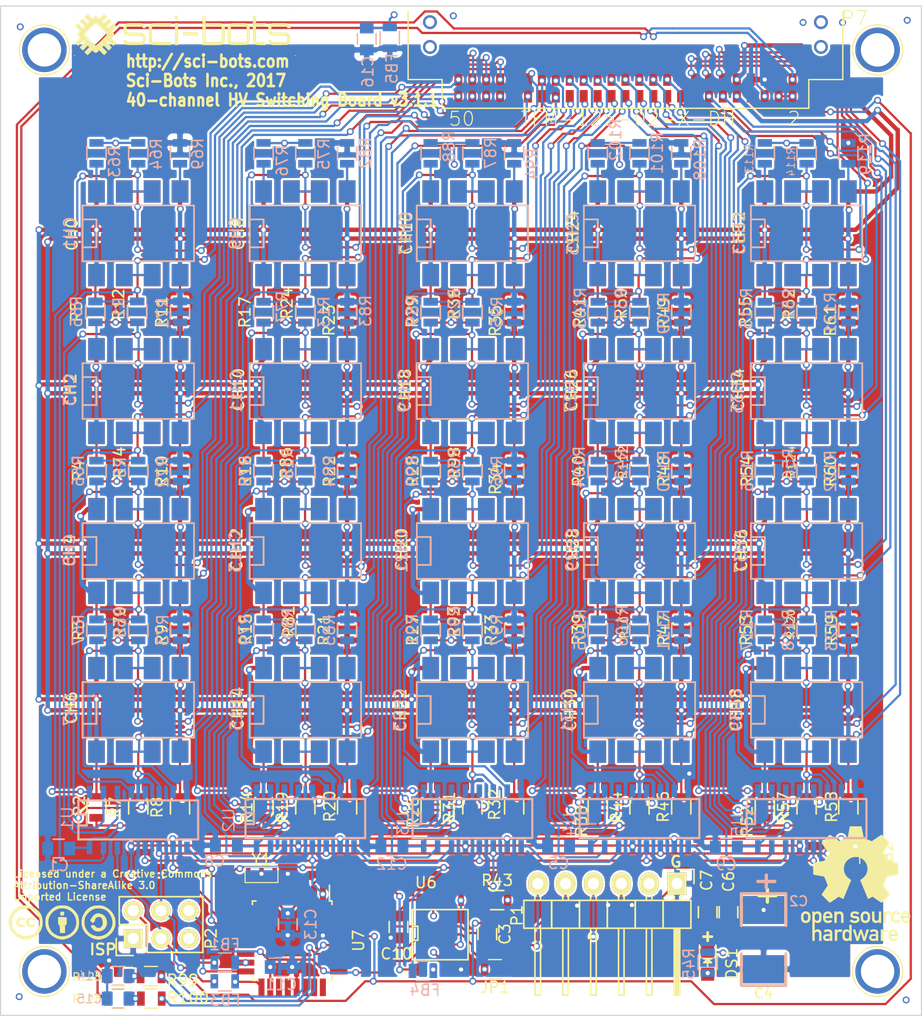
<source format=kicad_pcb>
(kicad_pcb (version 4) (host pcbnew 4.0.6)
  (title_block (title "40-channel HV switching board") (date 2017-06-01) (rev 3.1.1) (company "Sci-Bots Inc."))
  (layers (0 Front signal) (1 3.3V power hide) (2 GND power) (31 Back signal) (34 B.Paste user) (35 F.Paste user) (36 B.SilkS user) (37 F.SilkS user) (38 B.Mask user) (39 F.Mask user) (44 Edge.Cuts user))
  (net 0 "")
  (net 1 A4/SDA)
  (net 2 A5/SCL)
  (net 3 D11/MOSI)
  (net 4 D12/MISO)
  (net 5 D13/SCK)
  (net 6 D7)
  (net 7 D8/OE)
  (net 8 D9/SRCLR)
  (net 9 GND)
  (net 10 HV)
  (net 11 HVGND)
  (net 12 HVOUT0)
  (net 13 HVOUT1)
  (net 14 HVOUT10)
  (net 15 HVOUT11)
  (net 16 HVOUT12)
  (net 17 HVOUT13)
  (net 18 HVOUT14)
  (net 19 HVOUT15)
  (net 20 HVOUT16)
  (net 21 HVOUT17)
  (net 22 HVOUT18)
  (net 23 HVOUT19)
  (net 24 HVOUT2)
  (net 25 HVOUT20)
  (net 26 HVOUT21)
  (net 27 HVOUT22)
  (net 28 HVOUT23)
  (net 29 HVOUT24)
  (net 30 HVOUT25)
  (net 31 HVOUT26)
  (net 32 HVOUT27)
  (net 33 HVOUT28)
  (net 34 HVOUT29)
  (net 35 HVOUT3)
  (net 36 HVOUT30)
  (net 37 HVOUT31)
  (net 38 HVOUT32)
  (net 39 HVOUT33)
  (net 40 HVOUT34)
  (net 41 HVOUT35)
  (net 42 HVOUT36)
  (net 43 HVOUT37)
  (net 44 HVOUT38)
  (net 45 HVOUT39)
  (net 46 HVOUT4)
  (net 47 HVOUT5)
  (net 48 HVOUT6)
  (net 49 HVOUT7)
  (net 50 HVOUT8)
  (net 51 HVOUT9)
  (net 52 OUT0)
  (net 53 OUT1)
  (net 54 OUT10)
  (net 55 OUT11)
  (net 56 OUT12)
  (net 57 OUT13)
  (net 58 OUT14)
  (net 59 OUT15)
  (net 60 OUT16)
  (net 61 OUT17)
  (net 62 OUT18)
  (net 63 OUT19)
  (net 64 OUT2)
  (net 65 OUT20)
  (net 66 OUT21)
  (net 67 OUT22)
  (net 68 OUT23)
  (net 69 OUT24)
  (net 70 OUT25)
  (net 71 OUT26)
  (net 72 OUT27)
  (net 73 OUT28)
  (net 74 OUT29)
  (net 75 OUT3)
  (net 76 OUT30)
  (net 77 OUT31)
  (net 78 OUT32)
  (net 79 OUT33)
  (net 80 OUT34)
  (net 81 OUT35)
  (net 82 OUT36)
  (net 83 OUT37)
  (net 84 OUT38)
  (net 85 OUT39)
  (net 86 OUT4)
  (net 87 OUT5)
  (net 88 OUT6)
  (net 89 OUT7)
  (net 90 OUT8)
  (net 91 OUT9)
  (net 92 RST)
  (net 93 RX)
  (net 94 TX)
  (net 95 "Net-(C3-Pad1)")
  (net 96 "Net-(CH0-Pad1)")
  (net 97 "Net-(CH0-Pad4)")
  (net 98 "Net-(CH1-Pad1)")
  (net 99 "Net-(CH1-Pad4)")
  (net 100 "Net-(CH2-Pad1)")
  (net 101 "Net-(CH2-Pad4)")
  (net 102 "Net-(CH3-Pad1)")
  (net 103 "Net-(CH3-Pad4)")
  (net 104 "Net-(CH4-Pad1)")
  (net 105 "Net-(CH4-Pad4)")
  (net 106 "Net-(CH5-Pad1)")
  (net 107 "Net-(CH5-Pad4)")
  (net 108 "Net-(CH6-Pad1)")
  (net 109 "Net-(CH6-Pad4)")
  (net 110 "Net-(CH7-Pad1)")
  (net 111 "Net-(CH7-Pad4)")
  (net 112 "Net-(CH8-Pad1)")
  (net 113 "Net-(CH8-Pad4)")
  (net 114 "Net-(CH9-Pad1)")
  (net 115 "Net-(CH9-Pad4)")
  (net 116 "Net-(CH10-Pad1)")
  (net 117 "Net-(CH10-Pad4)")
  (net 118 "Net-(CH11-Pad1)")
  (net 119 "Net-(CH11-Pad4)")
  (net 120 "Net-(CH12-Pad1)")
  (net 121 "Net-(CH12-Pad4)")
  (net 122 "Net-(CH13-Pad1)")
  (net 123 "Net-(CH13-Pad4)")
  (net 124 "Net-(CH14-Pad1)")
  (net 125 "Net-(CH14-Pad4)")
  (net 126 "Net-(CH15-Pad1)")
  (net 127 "Net-(CH15-Pad4)")
  (net 128 "Net-(CH16-Pad1)")
  (net 129 "Net-(CH16-Pad4)")
  (net 130 "Net-(CH17-Pad1)")
  (net 131 "Net-(CH17-Pad4)")
  (net 132 "Net-(CH18-Pad1)")
  (net 133 "Net-(CH18-Pad4)")
  (net 134 "Net-(CH19-Pad1)")
  (net 135 "Net-(CH19-Pad4)")
  (net 136 "Net-(CH20-Pad1)")
  (net 137 "Net-(CH20-Pad4)")
  (net 138 "Net-(CH21-Pad1)")
  (net 139 "Net-(CH21-Pad4)")
  (net 140 "Net-(CH22-Pad1)")
  (net 141 "Net-(CH22-Pad4)")
  (net 142 "Net-(CH23-Pad1)")
  (net 143 "Net-(CH23-Pad4)")
  (net 144 "Net-(CH24-Pad1)")
  (net 145 "Net-(CH24-Pad4)")
  (net 146 "Net-(CH25-Pad1)")
  (net 147 "Net-(CH25-Pad4)")
  (net 148 "Net-(CH26-Pad1)")
  (net 149 "Net-(CH26-Pad4)")
  (net 150 "Net-(CH27-Pad1)")
  (net 151 "Net-(CH27-Pad4)")
  (net 152 "Net-(CH28-Pad1)")
  (net 153 "Net-(CH28-Pad4)")
  (net 154 "Net-(CH29-Pad1)")
  (net 155 "Net-(CH29-Pad4)")
  (net 156 "Net-(CH30-Pad1)")
  (net 157 "Net-(CH30-Pad4)")
  (net 158 "Net-(CH31-Pad1)")
  (net 159 "Net-(CH31-Pad4)")
  (net 160 "Net-(CH32-Pad1)")
  (net 161 "Net-(CH32-Pad4)")
  (net 162 "Net-(CH33-Pad1)")
  (net 163 "Net-(CH33-Pad4)")
  (net 164 "Net-(CH34-Pad1)")
  (net 165 "Net-(CH34-Pad4)")
  (net 166 "Net-(CH35-Pad1)")
  (net 167 "Net-(CH35-Pad4)")
  (net 168 "Net-(CH36-Pad1)")
  (net 169 "Net-(CH36-Pad4)")
  (net 170 "Net-(CH37-Pad1)")
  (net 171 "Net-(CH37-Pad4)")
  (net 172 "Net-(CH38-Pad1)")
  (net 173 "Net-(CH38-Pad4)")
  (net 174 "Net-(CH39-Pad1)")
  (net 175 "Net-(CH39-Pad4)")
  (net 176 "Net-(U1-Pad9)")
  (net 177 "Net-(U2-Pad9)")
  (net 178 "Net-(U3-Pad9)")
  (net 179 "Net-(U4-Pad9)")
  (net 180 +3.3V)
  (net 181 D10/SS)
  (net 182 +3.3V_USB)
  (net 183 "Net-(P1-Pad2)")
  (net 184 D3/595SS)
  (net 185 D4/W25SS)
  (net 186 "Net-(DS1-Pad2)")
  (net 187 "Net-(C14-Pad2)")
  (net 188 "Net-(C15-Pad2)")
  (net 189 "Net-(FB1-Pad1)")
  (net 190 "Net-(FB2-Pad1)")
  (net 191 "Net-(FB3-Pad1)")
  (net 192 "Net-(FB4-Pad1)")
  (net 193 CHASIS_GND)
  (net 194 "Net-(R99-Pad2)")
  (net 195 "Net-(R100-Pad2)")
  (net 196 "Net-(U7-Pad7)")
  (net 197 "Net-(U7-Pad8)")
  (net 198 "Net-(U7-Pad9)")
  (net 199 "Net-(U7-Pad10)")
  (net 200 "Net-(U7-Pad19)")
  (net 201 "Net-(U7-Pad20)")
  (net 202 "Net-(U7-Pad22)")
  (net 203 "Net-(U7-Pad23)")
  (net 204 "Net-(U7-Pad24)")
  (net 205 "Net-(U7-Pad25)")
  (net 206 "Net-(U7-Pad26)")
  (net 207 "Net-(U7-Pad32)")
  (module SMD_Packages:DIP-8_SMD (layer Back) (at 82.28125 58.09875)
    (fp_text reference CH27 (at -6.28125 0.00125 90) (layer B.SilkS) (effects (justify mirror)))
    (fp_text value SSR-DPST)
    (pad 1 smd rect (at -3.81 -3.81) (size 1.524 2.032) (layers Back B.Paste B.Mask) (net 150 "Net-(CH27-Pad1)"))
    (pad 2 smd rect (at -1.27 -3.81) (size 1.524 2.032) (layers Back B.Paste B.Mask) (net 72 OUT27))
    (pad 3 smd rect (at 1.27 -3.81) (size 1.524 2.032) (layers Back B.Paste B.Mask) (net 72 OUT27))
    (pad 4 smd rect (at 3.81 -3.81) (size 1.524 2.032) (layers Back B.Paste B.Mask) (net 151 "Net-(CH27-Pad4)"))
    (pad 5 smd rect (at 3.81 3.81) (size 1.524 2.032) (layers Back B.Paste B.Mask) (net 10 HV))
    (pad 6 smd rect (at 1.27 3.81) (size 1.524 2.032) (layers Back B.Paste B.Mask) (net 32 HVOUT27))
    (pad 7 smd rect (at -1.27 3.81) (size 1.524 2.032) (layers Back B.Paste B.Mask) (net 32 HVOUT27))
    (pad 8 smd rect (at -3.81 3.81) (size 1.524 2.032) (layers Back B.Paste B.Mask) (net 11 HVGND))
  )
  (module Resistors_SMD:R_0805 (layer Back) (at 67.04125 50.90875 270)
    (fp_text reference R25 (at -0.71875 1.63125 270) (layer B.SilkS) (effects (justify mirror)))
    (fp_text value 4.75k)
    (pad 1 smd rect (at -0.95 0 270) (size 0.7 1.3) (layers Back B.Paste B.Mask) (net 180 +3.3V))
    (pad 2 smd rect (at 0.95 0 270) (size 0.7 1.3) (layers Back B.Paste B.Mask) (net 63 OUT19))
  )
  (module LOGO (layer Front) (at 40.8 25.6)
    (fp_text reference G*** hide)
    (fp_text value LOGO hide)
  )
  (module Sci-Bots:SM2917 (layer Back) (at 93.6 108.1 270)
    (fp_text reference C2 (at -3.5 -3.2 360) (layer B.SilkS) (effects (font (size 0.889 0.889) (thickness 0.1524)) (justify mirror)))
    (fp_text value 33uF hide)
    (pad 1 smd rect (at -2.70002 0 270) (size 2.55016 3.74904) (layers Back B.Paste B.Mask) (net 180 +3.3V))
    (pad 2 smd rect (at 2.70002 0 270) (size 2.55016 3.74904) (layers Back B.Paste B.Mask) (net 9 GND))
  )
  (module Sci-Bots:SM2917 (layer Front) (at 93.6 108.1 270)
    (fp_text reference C4 (at 4.9 0 360) (layer F.SilkS) (effects (font (size 0.889 0.889) (thickness 0.1524))))
    (fp_text value 33uF hide)
    (pad 1 smd rect (at -2.70002 0 270) (size 2.55016 3.74904) (layers Front F.Paste F.Mask) (net 180 +3.3V))
    (pad 2 smd rect (at 2.70002 0 270) (size 2.55016 3.74904) (layers Front F.Paste F.Mask) (net 9 GND))
  )
  (module SMD_Packages:DIP-8_SMD (layer Front) (at 36.56125 43.71875)
    (fp_text reference CH0 (at -6.05125 0.11125 90) (layer F.SilkS))
    (fp_text value SSR-DPST)
    (pad 1 smd rect (at -3.81 3.81) (size 1.524 2.032) (layers Front F.Paste F.Mask) (net 96 "Net-(CH0-Pad1)"))
    (pad 2 smd rect (at -1.27 3.81) (size 1.524 2.032) (layers Front F.Paste F.Mask) (net 52 OUT0))
    (pad 3 smd rect (at 1.27 3.81) (size 1.524 2.032) (layers Front F.Paste F.Mask) (net 52 OUT0))
    (pad 4 smd rect (at 3.81 3.81) (size 1.524 2.032) (layers Front F.Paste F.Mask) (net 97 "Net-(CH0-Pad4)"))
    (pad 5 smd rect (at 3.81 -3.81) (size 1.524 2.032) (layers Front F.Paste F.Mask) (net 10 HV))
    (pad 6 smd rect (at 1.27 -3.81) (size 1.524 2.032) (layers Front F.Paste F.Mask) (net 12 HVOUT0))
    (pad 7 smd rect (at -1.27 -3.81) (size 1.524 2.032) (layers Front F.Paste F.Mask) (net 12 HVOUT0))
    (pad 8 smd rect (at -3.81 -3.81) (size 1.524 2.032) (layers Front F.Paste F.Mask) (net 11 HVGND))
  )
  (module SMD_Packages:DIP-8_SMD (layer Back) (at 36.56125 43.71875)
    (fp_text reference CH1 (at -6.26125 -0.01875 90) (layer B.SilkS) (effects (justify mirror)))
    (fp_text value SSR-DPST)
    (pad 1 smd rect (at -3.81 -3.81) (size 1.524 2.032) (layers Back B.Paste B.Mask) (net 98 "Net-(CH1-Pad1)"))
    (pad 2 smd rect (at -1.27 -3.81) (size 1.524 2.032) (layers Back B.Paste B.Mask) (net 53 OUT1))
    (pad 3 smd rect (at 1.27 -3.81) (size 1.524 2.032) (layers Back B.Paste B.Mask) (net 53 OUT1))
    (pad 4 smd rect (at 3.81 -3.81) (size 1.524 2.032) (layers Back B.Paste B.Mask) (net 99 "Net-(CH1-Pad4)"))
    (pad 5 smd rect (at 3.81 3.81) (size 1.524 2.032) (layers Back B.Paste B.Mask) (net 10 HV))
    (pad 6 smd rect (at 1.27 3.81) (size 1.524 2.032) (layers Back B.Paste B.Mask) (net 13 HVOUT1))
    (pad 7 smd rect (at -1.27 3.81) (size 1.524 2.032) (layers Back B.Paste B.Mask) (net 13 HVOUT1))
    (pad 8 smd rect (at -3.81 3.81) (size 1.524 2.032) (layers Back B.Paste B.Mask) (net 11 HVGND))
  )
  (module SMD_Packages:DIP-8_SMD (layer Front) (at 36.56125 58.09875)
    (fp_text reference CH2 (at -6.16125 -0.12875 90) (layer F.SilkS))
    (fp_text value SSR-DPST)
    (pad 1 smd rect (at -3.81 3.81) (size 1.524 2.032) (layers Front F.Paste F.Mask) (net 100 "Net-(CH2-Pad1)"))
    (pad 2 smd rect (at -1.27 3.81) (size 1.524 2.032) (layers Front F.Paste F.Mask) (net 64 OUT2))
    (pad 3 smd rect (at 1.27 3.81) (size 1.524 2.032) (layers Front F.Paste F.Mask) (net 64 OUT2))
    (pad 4 smd rect (at 3.81 3.81) (size 1.524 2.032) (layers Front F.Paste F.Mask) (net 101 "Net-(CH2-Pad4)"))
    (pad 5 smd rect (at 3.81 -3.81) (size 1.524 2.032) (layers Front F.Paste F.Mask) (net 10 HV))
    (pad 6 smd rect (at 1.27 -3.81) (size 1.524 2.032) (layers Front F.Paste F.Mask) (net 24 HVOUT2))
    (pad 7 smd rect (at -1.27 -3.81) (size 1.524 2.032) (layers Front F.Paste F.Mask) (net 24 HVOUT2))
    (pad 8 smd rect (at -3.81 -3.81) (size 1.524 2.032) (layers Front F.Paste F.Mask) (net 11 HVGND))
  )
  (module SMD_Packages:DIP-8_SMD (layer Back) (at 36.56125 58.09875)
    (fp_text reference CH3 (at -6.26125 -0.09875 90) (layer B.SilkS) (effects (justify mirror)))
    (fp_text value SSR-DPST)
    (pad 1 smd rect (at -3.81 -3.81) (size 1.524 2.032) (layers Back B.Paste B.Mask) (net 102 "Net-(CH3-Pad1)"))
    (pad 2 smd rect (at -1.27 -3.81) (size 1.524 2.032) (layers Back B.Paste B.Mask) (net 75 OUT3))
    (pad 3 smd rect (at 1.27 -3.81) (size 1.524 2.032) (layers Back B.Paste B.Mask) (net 75 OUT3))
    (pad 4 smd rect (at 3.81 -3.81) (size 1.524 2.032) (layers Back B.Paste B.Mask) (net 103 "Net-(CH3-Pad4)"))
    (pad 5 smd rect (at 3.81 3.81) (size 1.524 2.032) (layers Back B.Paste B.Mask) (net 10 HV))
    (pad 6 smd rect (at 1.27 3.81) (size 1.524 2.032) (layers Back B.Paste B.Mask) (net 35 HVOUT3))
    (pad 7 smd rect (at -1.27 3.81) (size 1.524 2.032) (layers Back B.Paste B.Mask) (net 35 HVOUT3))
    (pad 8 smd rect (at -3.81 3.81) (size 1.524 2.032) (layers Back B.Paste B.Mask) (net 11 HVGND))
  )
  (module SMD_Packages:DIP-8_SMD (layer Front) (at 36.56125 72.67875)
    (fp_text reference CH4 (at -6.27125 -0.06875 90) (layer F.SilkS))
    (fp_text value SSR-DPST)
    (pad 1 smd rect (at -3.81 3.81) (size 1.524 2.032) (layers Front F.Paste F.Mask) (net 104 "Net-(CH4-Pad1)"))
    (pad 2 smd rect (at -1.27 3.81) (size 1.524 2.032) (layers Front F.Paste F.Mask) (net 86 OUT4))
    (pad 3 smd rect (at 1.27 3.81) (size 1.524 2.032) (layers Front F.Paste F.Mask) (net 86 OUT4))
    (pad 4 smd rect (at 3.81 3.81) (size 1.524 2.032) (layers Front F.Paste F.Mask) (net 105 "Net-(CH4-Pad4)"))
    (pad 5 smd rect (at 3.81 -3.81) (size 1.524 2.032) (layers Front F.Paste F.Mask) (net 10 HV))
    (pad 6 smd rect (at 1.27 -3.81) (size 1.524 2.032) (layers Front F.Paste F.Mask) (net 46 HVOUT4))
    (pad 7 smd rect (at -1.27 -3.81) (size 1.524 2.032) (layers Front F.Paste F.Mask) (net 46 HVOUT4))
    (pad 8 smd rect (at -3.81 -3.81) (size 1.524 2.032) (layers Front F.Paste F.Mask) (net 11 HVGND))
  )
  (module SMD_Packages:DIP-8_SMD (layer Back) (at 36.56125 72.67875)
    (fp_text reference CH5 (at -6.26125 -0.07875 90) (layer B.SilkS) (effects (justify mirror)))
    (fp_text value SSR-DPST)
    (pad 1 smd rect (at -3.81 -3.81) (size 1.524 2.032) (layers Back B.Paste B.Mask) (net 106 "Net-(CH5-Pad1)"))
    (pad 2 smd rect (at -1.27 -3.81) (size 1.524 2.032) (layers Back B.Paste B.Mask) (net 87 OUT5))
    (pad 3 smd rect (at 1.27 -3.81) (size 1.524 2.032) (layers Back B.Paste B.Mask) (net 87 OUT5))
    (pad 4 smd rect (at 3.81 -3.81) (size 1.524 2.032) (layers Back B.Paste B.Mask) (net 107 "Net-(CH5-Pad4)"))
    (pad 5 smd rect (at 3.81 3.81) (size 1.524 2.032) (layers Back B.Paste B.Mask) (net 10 HV))
    (pad 6 smd rect (at 1.27 3.81) (size 1.524 2.032) (layers Back B.Paste B.Mask) (net 47 HVOUT5))
    (pad 7 smd rect (at -1.27 3.81) (size 1.524 2.032) (layers Back B.Paste B.Mask) (net 47 HVOUT5))
    (pad 8 smd rect (at -3.81 3.81) (size 1.524 2.032) (layers Back B.Paste B.Mask) (net 11 HVGND))
  )
  (module SMD_Packages:DIP-8_SMD (layer Front) (at 36.56125 87.15875)
    (fp_text reference CH6 (at -6.10125 -0.18875 90) (layer F.SilkS))
    (fp_text value SSR-DPST)
    (pad 1 smd rect (at -3.81 3.81) (size 1.524 2.032) (layers Front F.Paste F.Mask) (net 108 "Net-(CH6-Pad1)"))
    (pad 2 smd rect (at -1.27 3.81) (size 1.524 2.032) (layers Front F.Paste F.Mask) (net 88 OUT6))
    (pad 3 smd rect (at 1.27 3.81) (size 1.524 2.032) (layers Front F.Paste F.Mask) (net 88 OUT6))
    (pad 4 smd rect (at 3.81 3.81) (size 1.524 2.032) (layers Front F.Paste F.Mask) (net 109 "Net-(CH6-Pad4)"))
    (pad 5 smd rect (at 3.81 -3.81) (size 1.524 2.032) (layers Front F.Paste F.Mask) (net 10 HV))
    (pad 6 smd rect (at 1.27 -3.81) (size 1.524 2.032) (layers Front F.Paste F.Mask) (net 48 HVOUT6))
    (pad 7 smd rect (at -1.27 -3.81) (size 1.524 2.032) (layers Front F.Paste F.Mask) (net 48 HVOUT6))
    (pad 8 smd rect (at -3.81 -3.81) (size 1.524 2.032) (layers Front F.Paste F.Mask) (net 11 HVGND))
  )
  (module SMD_Packages:DIP-8_SMD (layer Back) (at 36.56125 87.15875)
    (fp_text reference CH7 (at -6.27125 -0.01875 90) (layer B.SilkS) (effects (justify mirror)))
    (fp_text value SSR-DPST)
    (pad 1 smd rect (at -3.81 -3.81) (size 1.524 2.032) (layers Back B.Paste B.Mask) (net 110 "Net-(CH7-Pad1)"))
    (pad 2 smd rect (at -1.27 -3.81) (size 1.524 2.032) (layers Back B.Paste B.Mask) (net 89 OUT7))
    (pad 3 smd rect (at 1.27 -3.81) (size 1.524 2.032) (layers Back B.Paste B.Mask) (net 89 OUT7))
    (pad 4 smd rect (at 3.81 -3.81) (size 1.524 2.032) (layers Back B.Paste B.Mask) (net 111 "Net-(CH7-Pad4)"))
    (pad 5 smd rect (at 3.81 3.81) (size 1.524 2.032) (layers Back B.Paste B.Mask) (net 10 HV))
    (pad 6 smd rect (at 1.27 3.81) (size 1.524 2.032) (layers Back B.Paste B.Mask) (net 49 HVOUT7))
    (pad 7 smd rect (at -1.27 3.81) (size 1.524 2.032) (layers Back B.Paste B.Mask) (net 49 HVOUT7))
    (pad 8 smd rect (at -3.81 3.81) (size 1.524 2.032) (layers Back B.Paste B.Mask) (net 11 HVGND))
  )
  (module SMD_Packages:DIP-8_SMD (layer Front) (at 51.80125 43.71875)
    (fp_text reference CH8 (at -6.09125 0.05125 90) (layer F.SilkS))
    (fp_text value SSR-DPST)
    (pad 1 smd rect (at -3.81 3.81) (size 1.524 2.032) (layers Front F.Paste F.Mask) (net 112 "Net-(CH8-Pad1)"))
    (pad 2 smd rect (at -1.27 3.81) (size 1.524 2.032) (layers Front F.Paste F.Mask) (net 90 OUT8))
    (pad 3 smd rect (at 1.27 3.81) (size 1.524 2.032) (layers Front F.Paste F.Mask) (net 90 OUT8))
    (pad 4 smd rect (at 3.81 3.81) (size 1.524 2.032) (layers Front F.Paste F.Mask) (net 113 "Net-(CH8-Pad4)"))
    (pad 5 smd rect (at 3.81 -3.81) (size 1.524 2.032) (layers Front F.Paste F.Mask) (net 10 HV))
    (pad 6 smd rect (at 1.27 -3.81) (size 1.524 2.032) (layers Front F.Paste F.Mask) (net 50 HVOUT8))
    (pad 7 smd rect (at -1.27 -3.81) (size 1.524 2.032) (layers Front F.Paste F.Mask) (net 50 HVOUT8))
    (pad 8 smd rect (at -3.81 -3.81) (size 1.524 2.032) (layers Front F.Paste F.Mask) (net 11 HVGND))
  )
  (module SMD_Packages:DIP-8_SMD (layer Back) (at 51.80125 43.71875)
    (fp_text reference CH9 (at -6.40125 -0.01875 90) (layer B.SilkS) (effects (justify mirror)))
    (fp_text value SSR-DPST)
    (pad 1 smd rect (at -3.81 -3.81) (size 1.524 2.032) (layers Back B.Paste B.Mask) (net 114 "Net-(CH9-Pad1)"))
    (pad 2 smd rect (at -1.27 -3.81) (size 1.524 2.032) (layers Back B.Paste B.Mask) (net 91 OUT9))
    (pad 3 smd rect (at 1.27 -3.81) (size 1.524 2.032) (layers Back B.Paste B.Mask) (net 91 OUT9))
    (pad 4 smd rect (at 3.81 -3.81) (size 1.524 2.032) (layers Back B.Paste B.Mask) (net 115 "Net-(CH9-Pad4)"))
    (pad 5 smd rect (at 3.81 3.81) (size 1.524 2.032) (layers Back B.Paste B.Mask) (net 10 HV))
    (pad 6 smd rect (at 1.27 3.81) (size 1.524 2.032) (layers Back B.Paste B.Mask) (net 51 HVOUT9))
    (pad 7 smd rect (at -1.27 3.81) (size 1.524 2.032) (layers Back B.Paste B.Mask) (net 51 HVOUT9))
    (pad 8 smd rect (at -3.81 3.81) (size 1.524 2.032) (layers Back B.Paste B.Mask) (net 11 HVGND))
  )
  (module SMD_Packages:DIP-8_SMD (layer Front) (at 51.80125 58.09875)
    (fp_text reference CH10 (at -6.09125 -0.12875 90) (layer F.SilkS))
    (fp_text value SSR-DPST)
    (pad 1 smd rect (at -3.81 3.81) (size 1.524 2.032) (layers Front F.Paste F.Mask) (net 116 "Net-(CH10-Pad1)"))
    (pad 2 smd rect (at -1.27 3.81) (size 1.524 2.032) (layers Front F.Paste F.Mask) (net 54 OUT10))
    (pad 3 smd rect (at 1.27 3.81) (size 1.524 2.032) (layers Front F.Paste F.Mask) (net 54 OUT10))
    (pad 4 smd rect (at 3.81 3.81) (size 1.524 2.032) (layers Front F.Paste F.Mask) (net 117 "Net-(CH10-Pad4)"))
    (pad 5 smd rect (at 3.81 -3.81) (size 1.524 2.032) (layers Front F.Paste F.Mask) (net 10 HV))
    (pad 6 smd rect (at 1.27 -3.81) (size 1.524 2.032) (layers Front F.Paste F.Mask) (net 14 HVOUT10))
    (pad 7 smd rect (at -1.27 -3.81) (size 1.524 2.032) (layers Front F.Paste F.Mask) (net 14 HVOUT10))
    (pad 8 smd rect (at -3.81 -3.81) (size 1.524 2.032) (layers Front F.Paste F.Mask) (net 11 HVGND))
  )
  (module SMD_Packages:DIP-8_SMD (layer Back) (at 51.80125 58.09875)
    (fp_text reference CH11 (at -6.30125 0.00125 90) (layer B.SilkS) (effects (justify mirror)))
    (fp_text value SSR-DPST)
    (pad 1 smd rect (at -3.81 -3.81) (size 1.524 2.032) (layers Back B.Paste B.Mask) (net 118 "Net-(CH11-Pad1)"))
    (pad 2 smd rect (at -1.27 -3.81) (size 1.524 2.032) (layers Back B.Paste B.Mask) (net 55 OUT11))
    (pad 3 smd rect (at 1.27 -3.81) (size 1.524 2.032) (layers Back B.Paste B.Mask) (net 55 OUT11))
    (pad 4 smd rect (at 3.81 -3.81) (size 1.524 2.032) (layers Back B.Paste B.Mask) (net 119 "Net-(CH11-Pad4)"))
    (pad 5 smd rect (at 3.81 3.81) (size 1.524 2.032) (layers Back B.Paste B.Mask) (net 10 HV))
    (pad 6 smd rect (at 1.27 3.81) (size 1.524 2.032) (layers Back B.Paste B.Mask) (net 15 HVOUT11))
    (pad 7 smd rect (at -1.27 3.81) (size 1.524 2.032) (layers Back B.Paste B.Mask) (net 15 HVOUT11))
    (pad 8 smd rect (at -3.81 3.81) (size 1.524 2.032) (layers Back B.Paste B.Mask) (net 11 HVGND))
  )
  (module SMD_Packages:DIP-8_SMD (layer Front) (at 51.80125 72.67875)
    (fp_text reference CH12 (at -6.26125 -0.12875 90) (layer F.SilkS))
    (fp_text value SSR-DPST)
    (pad 1 smd rect (at -3.81 3.81) (size 1.524 2.032) (layers Front F.Paste F.Mask) (net 120 "Net-(CH12-Pad1)"))
    (pad 2 smd rect (at -1.27 3.81) (size 1.524 2.032) (layers Front F.Paste F.Mask) (net 56 OUT12))
    (pad 3 smd rect (at 1.27 3.81) (size 1.524 2.032) (layers Front F.Paste F.Mask) (net 56 OUT12))
    (pad 4 smd rect (at 3.81 3.81) (size 1.524 2.032) (layers Front F.Paste F.Mask) (net 121 "Net-(CH12-Pad4)"))
    (pad 5 smd rect (at 3.81 -3.81) (size 1.524 2.032) (layers Front F.Paste F.Mask) (net 10 HV))
    (pad 6 smd rect (at 1.27 -3.81) (size 1.524 2.032) (layers Front F.Paste F.Mask) (net 16 HVOUT12))
    (pad 7 smd rect (at -1.27 -3.81) (size 1.524 2.032) (layers Front F.Paste F.Mask) (net 16 HVOUT12))
    (pad 8 smd rect (at -3.81 -3.81) (size 1.524 2.032) (layers Front F.Paste F.Mask) (net 11 HVGND))
  )
  (module SMD_Packages:DIP-8_SMD (layer Back) (at 51.80125 72.67875)
    (fp_text reference CH13 (at -6.40125 0.02125 90) (layer B.SilkS) (effects (justify mirror)))
    (fp_text value SSR-DPST)
    (pad 1 smd rect (at -3.81 -3.81) (size 1.524 2.032) (layers Back B.Paste B.Mask) (net 122 "Net-(CH13-Pad1)"))
    (pad 2 smd rect (at -1.27 -3.81) (size 1.524 2.032) (layers Back B.Paste B.Mask) (net 57 OUT13))
    (pad 3 smd rect (at 1.27 -3.81) (size 1.524 2.032) (layers Back B.Paste B.Mask) (net 57 OUT13))
    (pad 4 smd rect (at 3.81 -3.81) (size 1.524 2.032) (layers Back B.Paste B.Mask) (net 123 "Net-(CH13-Pad4)"))
    (pad 5 smd rect (at 3.81 3.81) (size 1.524 2.032) (layers Back B.Paste B.Mask) (net 10 HV))
    (pad 6 smd rect (at 1.27 3.81) (size 1.524 2.032) (layers Back B.Paste B.Mask) (net 17 HVOUT13))
    (pad 7 smd rect (at -1.27 3.81) (size 1.524 2.032) (layers Back B.Paste B.Mask) (net 17 HVOUT13))
    (pad 8 smd rect (at -3.81 3.81) (size 1.524 2.032) (layers Back B.Paste B.Mask) (net 11 HVGND))
  )
  (module SMD_Packages:DIP-8_SMD (layer Front) (at 51.80125 87.15875)
    (fp_text reference CH14 (at -6.14125 -0.13875 90) (layer F.SilkS))
    (fp_text value SSR-DPST)
    (pad 1 smd rect (at -3.81 3.81) (size 1.524 2.032) (layers Front F.Paste F.Mask) (net 124 "Net-(CH14-Pad1)"))
    (pad 2 smd rect (at -1.27 3.81) (size 1.524 2.032) (layers Front F.Paste F.Mask) (net 58 OUT14))
    (pad 3 smd rect (at 1.27 3.81) (size 1.524 2.032) (layers Front F.Paste F.Mask) (net 58 OUT14))
    (pad 4 smd rect (at 3.81 3.81) (size 1.524 2.032) (layers Front F.Paste F.Mask) (net 125 "Net-(CH14-Pad4)"))
    (pad 5 smd rect (at 3.81 -3.81) (size 1.524 2.032) (layers Front F.Paste F.Mask) (net 10 HV))
    (pad 6 smd rect (at 1.27 -3.81) (size 1.524 2.032) (layers Front F.Paste F.Mask) (net 18 HVOUT14))
    (pad 7 smd rect (at -1.27 -3.81) (size 1.524 2.032) (layers Front F.Paste F.Mask) (net 18 HVOUT14))
    (pad 8 smd rect (at -3.81 -3.81) (size 1.524 2.032) (layers Front F.Paste F.Mask) (net 11 HVGND))
  )
  (module SMD_Packages:DIP-8_SMD (layer Back) (at 51.80125 87.15875)
    (fp_text reference CH15 (at -6.30125 -0.05875 90) (layer B.SilkS) (effects (justify mirror)))
    (fp_text value SSR-DPST)
    (pad 1 smd rect (at -3.81 -3.81) (size 1.524 2.032) (layers Back B.Paste B.Mask) (net 126 "Net-(CH15-Pad1)"))
    (pad 2 smd rect (at -1.27 -3.81) (size 1.524 2.032) (layers Back B.Paste B.Mask) (net 59 OUT15))
    (pad 3 smd rect (at 1.27 -3.81) (size 1.524 2.032) (layers Back B.Paste B.Mask) (net 59 OUT15))
    (pad 4 smd rect (at 3.81 -3.81) (size 1.524 2.032) (layers Back B.Paste B.Mask) (net 127 "Net-(CH15-Pad4)"))
    (pad 5 smd rect (at 3.81 3.81) (size 1.524 2.032) (layers Back B.Paste B.Mask) (net 10 HV))
    (pad 6 smd rect (at 1.27 3.81) (size 1.524 2.032) (layers Back B.Paste B.Mask) (net 19 HVOUT15))
    (pad 7 smd rect (at -1.27 3.81) (size 1.524 2.032) (layers Back B.Paste B.Mask) (net 19 HVOUT15))
    (pad 8 smd rect (at -3.81 3.81) (size 1.524 2.032) (layers Back B.Paste B.Mask) (net 11 HVGND))
  )
  (module SMD_Packages:DIP-8_SMD (layer Front) (at 67.04125 43.71875)
    (fp_text reference CH16 (at -6.01125 0.00125 90) (layer F.SilkS))
    (fp_text value SSR-DPST)
    (pad 1 smd rect (at -3.81 3.81) (size 1.524 2.032) (layers Front F.Paste F.Mask) (net 128 "Net-(CH16-Pad1)"))
    (pad 2 smd rect (at -1.27 3.81) (size 1.524 2.032) (layers Front F.Paste F.Mask) (net 60 OUT16))
    (pad 3 smd rect (at 1.27 3.81) (size 1.524 2.032) (layers Front F.Paste F.Mask) (net 60 OUT16))
    (pad 4 smd rect (at 3.81 3.81) (size 1.524 2.032) (layers Front F.Paste F.Mask) (net 129 "Net-(CH16-Pad4)"))
    (pad 5 smd rect (at 3.81 -3.81) (size 1.524 2.032) (layers Front F.Paste F.Mask) (net 10 HV))
    (pad 6 smd rect (at 1.27 -3.81) (size 1.524 2.032) (layers Front F.Paste F.Mask) (net 20 HVOUT16))
    (pad 7 smd rect (at -1.27 -3.81) (size 1.524 2.032) (layers Front F.Paste F.Mask) (net 20 HVOUT16))
    (pad 8 smd rect (at -3.81 -3.81) (size 1.524 2.032) (layers Front F.Paste F.Mask) (net 11 HVGND))
  )
  (module SMD_Packages:DIP-8_SMD (layer Back) (at 67.04125 43.71875)
    (fp_text reference CH17 (at -6.14125 -0.01875 90) (layer B.SilkS) (effects (justify mirror)))
    (fp_text value SSR-DPST)
    (pad 1 smd rect (at -3.81 -3.81) (size 1.524 2.032) (layers Back B.Paste B.Mask) (net 130 "Net-(CH17-Pad1)"))
    (pad 2 smd rect (at -1.27 -3.81) (size 1.524 2.032) (layers Back B.Paste B.Mask) (net 61 OUT17))
    (pad 3 smd rect (at 1.27 -3.81) (size 1.524 2.032) (layers Back B.Paste B.Mask) (net 61 OUT17))
    (pad 4 smd rect (at 3.81 -3.81) (size 1.524 2.032) (layers Back B.Paste B.Mask) (net 131 "Net-(CH17-Pad4)"))
    (pad 5 smd rect (at 3.81 3.81) (size 1.524 2.032) (layers Back B.Paste B.Mask) (net 10 HV))
    (pad 6 smd rect (at 1.27 3.81) (size 1.524 2.032) (layers Back B.Paste B.Mask) (net 21 HVOUT17))
    (pad 7 smd rect (at -1.27 3.81) (size 1.524 2.032) (layers Back B.Paste B.Mask) (net 21 HVOUT17))
    (pad 8 smd rect (at -3.81 3.81) (size 1.524 2.032) (layers Back B.Paste B.Mask) (net 11 HVGND))
  )
  (module SMD_Packages:DIP-8_SMD (layer Front) (at 67.04125 58.09875)
    (fp_text reference CH18 (at -6.13125 -0.07875 90) (layer F.SilkS))
    (fp_text value SSR-DPST)
    (pad 1 smd rect (at -3.81 3.81) (size 1.524 2.032) (layers Front F.Paste F.Mask) (net 132 "Net-(CH18-Pad1)"))
    (pad 2 smd rect (at -1.27 3.81) (size 1.524 2.032) (layers Front F.Paste F.Mask) (net 62 OUT18))
    (pad 3 smd rect (at 1.27 3.81) (size 1.524 2.032) (layers Front F.Paste F.Mask) (net 62 OUT18))
    (pad 4 smd rect (at 3.81 3.81) (size 1.524 2.032) (layers Front F.Paste F.Mask) (net 133 "Net-(CH18-Pad4)"))
    (pad 5 smd rect (at 3.81 -3.81) (size 1.524 2.032) (layers Front F.Paste F.Mask) (net 10 HV))
    (pad 6 smd rect (at 1.27 -3.81) (size 1.524 2.032) (layers Front F.Paste F.Mask) (net 22 HVOUT18))
    (pad 7 smd rect (at -1.27 -3.81) (size 1.524 2.032) (layers Front F.Paste F.Mask) (net 22 HVOUT18))
    (pad 8 smd rect (at -3.81 -3.81) (size 1.524 2.032) (layers Front F.Paste F.Mask) (net 11 HVGND))
  )
  (module SMD_Packages:DIP-8_SMD (layer Back) (at 67.04125 58.09875)
    (fp_text reference CH19 (at -6.24125 0.00125 90) (layer B.SilkS) (effects (justify mirror)))
    (fp_text value SSR-DPST)
    (pad 1 smd rect (at -3.81 -3.81) (size 1.524 2.032) (layers Back B.Paste B.Mask) (net 134 "Net-(CH19-Pad1)"))
    (pad 2 smd rect (at -1.27 -3.81) (size 1.524 2.032) (layers Back B.Paste B.Mask) (net 63 OUT19))
    (pad 3 smd rect (at 1.27 -3.81) (size 1.524 2.032) (layers Back B.Paste B.Mask) (net 63 OUT19))
    (pad 4 smd rect (at 3.81 -3.81) (size 1.524 2.032) (layers Back B.Paste B.Mask) (net 135 "Net-(CH19-Pad4)"))
    (pad 5 smd rect (at 3.81 3.81) (size 1.524 2.032) (layers Back B.Paste B.Mask) (net 10 HV))
    (pad 6 smd rect (at 1.27 3.81) (size 1.524 2.032) (layers Back B.Paste B.Mask) (net 23 HVOUT19))
    (pad 7 smd rect (at -1.27 3.81) (size 1.524 2.032) (layers Back B.Paste B.Mask) (net 23 HVOUT19))
    (pad 8 smd rect (at -3.81 3.81) (size 1.524 2.032) (layers Back B.Paste B.Mask) (net 11 HVGND))
  )
  (module SMD_Packages:DIP-8_SMD (layer Front) (at 67.04125 72.67875)
    (fp_text reference CH20 (at -6.46125 -0.12875 90) (layer F.SilkS))
    (fp_text value SSR-DPST)
    (pad 1 smd rect (at -3.81 3.81) (size 1.524 2.032) (layers Front F.Paste F.Mask) (net 136 "Net-(CH20-Pad1)"))
    (pad 2 smd rect (at -1.27 3.81) (size 1.524 2.032) (layers Front F.Paste F.Mask) (net 65 OUT20))
    (pad 3 smd rect (at 1.27 3.81) (size 1.524 2.032) (layers Front F.Paste F.Mask) (net 65 OUT20))
    (pad 4 smd rect (at 3.81 3.81) (size 1.524 2.032) (layers Front F.Paste F.Mask) (net 137 "Net-(CH20-Pad4)"))
    (pad 5 smd rect (at 3.81 -3.81) (size 1.524 2.032) (layers Front F.Paste F.Mask) (net 10 HV))
    (pad 6 smd rect (at 1.27 -3.81) (size 1.524 2.032) (layers Front F.Paste F.Mask) (net 25 HVOUT20))
    (pad 7 smd rect (at -1.27 -3.81) (size 1.524 2.032) (layers Front F.Paste F.Mask) (net 25 HVOUT20))
    (pad 8 smd rect (at -3.81 -3.81) (size 1.524 2.032) (layers Front F.Paste F.Mask) (net 11 HVGND))
  )
  (module SMD_Packages:DIP-8_SMD (layer Back) (at 67.04125 72.67875)
    (fp_text reference CH21 (at -6.44125 0.02125 90) (layer B.SilkS) (effects (justify mirror)))
    (fp_text value SSR-DPST)
    (pad 1 smd rect (at -3.81 -3.81) (size 1.524 2.032) (layers Back B.Paste B.Mask) (net 138 "Net-(CH21-Pad1)"))
    (pad 2 smd rect (at -1.27 -3.81) (size 1.524 2.032) (layers Back B.Paste B.Mask) (net 66 OUT21))
    (pad 3 smd rect (at 1.27 -3.81) (size 1.524 2.032) (layers Back B.Paste B.Mask) (net 66 OUT21))
    (pad 4 smd rect (at 3.81 -3.81) (size 1.524 2.032) (layers Back B.Paste B.Mask) (net 139 "Net-(CH21-Pad4)"))
    (pad 5 smd rect (at 3.81 3.81) (size 1.524 2.032) (layers Back B.Paste B.Mask) (net 10 HV))
    (pad 6 smd rect (at 1.27 3.81) (size 1.524 2.032) (layers Back B.Paste B.Mask) (net 26 HVOUT21))
    (pad 7 smd rect (at -1.27 3.81) (size 1.524 2.032) (layers Back B.Paste B.Mask) (net 26 HVOUT21))
    (pad 8 smd rect (at -3.81 3.81) (size 1.524 2.032) (layers Back B.Paste B.Mask) (net 11 HVGND))
  )
  (module SMD_Packages:DIP-8_SMD (layer Front) (at 67.04125 87.15875)
    (fp_text reference CH22 (at -6.54125 0.04125 90) (layer F.SilkS))
    (fp_text value SSR-DPST)
    (pad 1 smd rect (at -3.81 3.81) (size 1.524 2.032) (layers Front F.Paste F.Mask) (net 140 "Net-(CH22-Pad1)"))
    (pad 2 smd rect (at -1.27 3.81) (size 1.524 2.032) (layers Front F.Paste F.Mask) (net 67 OUT22))
    (pad 3 smd rect (at 1.27 3.81) (size 1.524 2.032) (layers Front F.Paste F.Mask) (net 67 OUT22))
    (pad 4 smd rect (at 3.81 3.81) (size 1.524 2.032) (layers Front F.Paste F.Mask) (net 141 "Net-(CH22-Pad4)"))
    (pad 5 smd rect (at 3.81 -3.81) (size 1.524 2.032) (layers Front F.Paste F.Mask) (net 10 HV))
    (pad 6 smd rect (at 1.27 -3.81) (size 1.524 2.032) (layers Front F.Paste F.Mask) (net 27 HVOUT22))
    (pad 7 smd rect (at -1.27 -3.81) (size 1.524 2.032) (layers Front F.Paste F.Mask) (net 27 HVOUT22))
    (pad 8 smd rect (at -3.81 -3.81) (size 1.524 2.032) (layers Front F.Paste F.Mask) (net 11 HVGND))
  )
  (module SMD_Packages:DIP-8_SMD (layer Back) (at 67.04125 87.15875)
    (fp_text reference CH23 (at -6.63125 -0.01875 90) (layer B.SilkS) (effects (justify mirror)))
    (fp_text value SSR-DPST)
    (pad 1 smd rect (at -3.81 -3.81) (size 1.524 2.032) (layers Back B.Paste B.Mask) (net 142 "Net-(CH23-Pad1)"))
    (pad 2 smd rect (at -1.27 -3.81) (size 1.524 2.032) (layers Back B.Paste B.Mask) (net 68 OUT23))
    (pad 3 smd rect (at 1.27 -3.81) (size 1.524 2.032) (layers Back B.Paste B.Mask) (net 68 OUT23))
    (pad 4 smd rect (at 3.81 -3.81) (size 1.524 2.032) (layers Back B.Paste B.Mask) (net 143 "Net-(CH23-Pad4)"))
    (pad 5 smd rect (at 3.81 3.81) (size 1.524 2.032) (layers Back B.Paste B.Mask) (net 10 HV))
    (pad 6 smd rect (at 1.27 3.81) (size 1.524 2.032) (layers Back B.Paste B.Mask) (net 28 HVOUT23))
    (pad 7 smd rect (at -1.27 3.81) (size 1.524 2.032) (layers Back B.Paste B.Mask) (net 28 HVOUT23))
    (pad 8 smd rect (at -3.81 3.81) (size 1.524 2.032) (layers Back B.Paste B.Mask) (net 11 HVGND))
  )
  (module SMD_Packages:DIP-8_SMD (layer Front) (at 82.28125 43.71875)
    (fp_text reference CH24 (at -6.06125 -0.11875 90) (layer F.SilkS))
    (fp_text value SSR-DPST)
    (pad 1 smd rect (at -3.81 3.81) (size 1.524 2.032) (layers Front F.Paste F.Mask) (net 144 "Net-(CH24-Pad1)"))
    (pad 2 smd rect (at -1.27 3.81) (size 1.524 2.032) (layers Front F.Paste F.Mask) (net 69 OUT24))
    (pad 3 smd rect (at 1.27 3.81) (size 1.524 2.032) (layers Front F.Paste F.Mask) (net 69 OUT24))
    (pad 4 smd rect (at 3.81 3.81) (size 1.524 2.032) (layers Front F.Paste F.Mask) (net 145 "Net-(CH24-Pad4)"))
    (pad 5 smd rect (at 3.81 -3.81) (size 1.524 2.032) (layers Front F.Paste F.Mask) (net 10 HV))
    (pad 6 smd rect (at 1.27 -3.81) (size 1.524 2.032) (layers Front F.Paste F.Mask) (net 29 HVOUT24))
    (pad 7 smd rect (at -1.27 -3.81) (size 1.524 2.032) (layers Front F.Paste F.Mask) (net 29 HVOUT24))
    (pad 8 smd rect (at -3.81 -3.81) (size 1.524 2.032) (layers Front F.Paste F.Mask) (net 11 HVGND))
  )
  (module SMD_Packages:DIP-8_SMD (layer Back) (at 82.28125 43.71875)
    (fp_text reference CH25 (at -6.08125 0.08125 90) (layer B.SilkS) (effects (justify mirror)))
    (fp_text value SSR-DPST)
    (pad 1 smd rect (at -3.81 -3.81) (size 1.524 2.032) (layers Back B.Paste B.Mask) (net 146 "Net-(CH25-Pad1)"))
    (pad 2 smd rect (at -1.27 -3.81) (size 1.524 2.032) (layers Back B.Paste B.Mask) (net 70 OUT25))
    (pad 3 smd rect (at 1.27 -3.81) (size 1.524 2.032) (layers Back B.Paste B.Mask) (net 70 OUT25))
    (pad 4 smd rect (at 3.81 -3.81) (size 1.524 2.032) (layers Back B.Paste B.Mask) (net 147 "Net-(CH25-Pad4)"))
    (pad 5 smd rect (at 3.81 3.81) (size 1.524 2.032) (layers Back B.Paste B.Mask) (net 10 HV))
    (pad 6 smd rect (at 1.27 3.81) (size 1.524 2.032) (layers Back B.Paste B.Mask) (net 30 HVOUT25))
    (pad 7 smd rect (at -1.27 3.81) (size 1.524 2.032) (layers Back B.Paste B.Mask) (net 30 HVOUT25))
    (pad 8 smd rect (at -3.81 3.81) (size 1.524 2.032) (layers Back B.Paste B.Mask) (net 11 HVGND))
  )
  (module SMD_Packages:DIP-8_SMD (layer Front) (at 82.28125 58.09875)
    (fp_text reference CH26 (at -6.17125 -0.07875 90) (layer F.SilkS))
    (fp_text value SSR-DPST)
    (pad 1 smd rect (at -3.81 3.81) (size 1.524 2.032) (layers Front F.Paste F.Mask) (net 148 "Net-(CH26-Pad1)"))
    (pad 2 smd rect (at -1.27 3.81) (size 1.524 2.032) (layers Front F.Paste F.Mask) (net 71 OUT26))
    (pad 3 smd rect (at 1.27 3.81) (size 1.524 2.032) (layers Front F.Paste F.Mask) (net 71 OUT26))
    (pad 4 smd rect (at 3.81 3.81) (size 1.524 2.032) (layers Front F.Paste F.Mask) (net 149 "Net-(CH26-Pad4)"))
    (pad 5 smd rect (at 3.81 -3.81) (size 1.524 2.032) (layers Front F.Paste F.Mask) (net 10 HV))
    (pad 6 smd rect (at 1.27 -3.81) (size 1.524 2.032) (layers Front F.Paste F.Mask) (net 31 HVOUT26))
    (pad 7 smd rect (at -1.27 -3.81) (size 1.524 2.032) (layers Front F.Paste F.Mask) (net 31 HVOUT26))
    (pad 8 smd rect (at -3.81 -3.81) (size 1.524 2.032) (layers Front F.Paste F.Mask) (net 11 HVGND))
  )
  (module SMD_Packages:DIP-8_SMD (layer Front) (at 82.28125 72.67875)
    (fp_text reference CH28 (at -6.06125 -0.12875 90) (layer F.SilkS))
    (fp_text value SSR-DPST)
    (pad 1 smd rect (at -3.81 3.81) (size 1.524 2.032) (layers Front F.Paste F.Mask) (net 152 "Net-(CH28-Pad1)"))
    (pad 2 smd rect (at -1.27 3.81) (size 1.524 2.032) (layers Front F.Paste F.Mask) (net 73 OUT28))
    (pad 3 smd rect (at 1.27 3.81) (size 1.524 2.032) (layers Front F.Paste F.Mask) (net 73 OUT28))
    (pad 4 smd rect (at 3.81 3.81) (size 1.524 2.032) (layers Front F.Paste F.Mask) (net 153 "Net-(CH28-Pad4)"))
    (pad 5 smd rect (at 3.81 -3.81) (size 1.524 2.032) (layers Front F.Paste F.Mask) (net 10 HV))
    (pad 6 smd rect (at 1.27 -3.81) (size 1.524 2.032) (layers Front F.Paste F.Mask) (net 33 HVOUT28))
    (pad 7 smd rect (at -1.27 -3.81) (size 1.524 2.032) (layers Front F.Paste F.Mask) (net 33 HVOUT28))
    (pad 8 smd rect (at -3.81 -3.81) (size 1.524 2.032) (layers Front F.Paste F.Mask) (net 11 HVGND))
  )
  (module SMD_Packages:DIP-8_SMD (layer Back) (at 82.28125 72.67875)
    (fp_text reference CH29 (at -6.18125 -0.07875 90) (layer B.SilkS) (effects (justify mirror)))
    (fp_text value SSR-DPST)
    (pad 1 smd rect (at -3.81 -3.81) (size 1.524 2.032) (layers Back B.Paste B.Mask) (net 154 "Net-(CH29-Pad1)"))
    (pad 2 smd rect (at -1.27 -3.81) (size 1.524 2.032) (layers Back B.Paste B.Mask) (net 74 OUT29))
    (pad 3 smd rect (at 1.27 -3.81) (size 1.524 2.032) (layers Back B.Paste B.Mask) (net 74 OUT29))
    (pad 4 smd rect (at 3.81 -3.81) (size 1.524 2.032) (layers Back B.Paste B.Mask) (net 155 "Net-(CH29-Pad4)"))
    (pad 5 smd rect (at 3.81 3.81) (size 1.524 2.032) (layers Back B.Paste B.Mask) (net 10 HV))
    (pad 6 smd rect (at 1.27 3.81) (size 1.524 2.032) (layers Back B.Paste B.Mask) (net 34 HVOUT29))
    (pad 7 smd rect (at -1.27 3.81) (size 1.524 2.032) (layers Back B.Paste B.Mask) (net 34 HVOUT29))
    (pad 8 smd rect (at -3.81 3.81) (size 1.524 2.032) (layers Back B.Paste B.Mask) (net 11 HVGND))
  )
  (module SMD_Packages:DIP-8_SMD (layer Front) (at 82.28125 87.15875)
    (fp_text reference CH30 (at -6.28125 -0.01875 90) (layer F.SilkS))
    (fp_text value SSR-DPST)
    (pad 1 smd rect (at -3.81 3.81) (size 1.524 2.032) (layers Front F.Paste F.Mask) (net 156 "Net-(CH30-Pad1)"))
    (pad 2 smd rect (at -1.27 3.81) (size 1.524 2.032) (layers Front F.Paste F.Mask) (net 76 OUT30))
    (pad 3 smd rect (at 1.27 3.81) (size 1.524 2.032) (layers Front F.Paste F.Mask) (net 76 OUT30))
    (pad 4 smd rect (at 3.81 3.81) (size 1.524 2.032) (layers Front F.Paste F.Mask) (net 157 "Net-(CH30-Pad4)"))
    (pad 5 smd rect (at 3.81 -3.81) (size 1.524 2.032) (layers Front F.Paste F.Mask) (net 10 HV))
    (pad 6 smd rect (at 1.27 -3.81) (size 1.524 2.032) (layers Front F.Paste F.Mask) (net 36 HVOUT30))
    (pad 7 smd rect (at -1.27 -3.81) (size 1.524 2.032) (layers Front F.Paste F.Mask) (net 36 HVOUT30))
    (pad 8 smd rect (at -3.81 -3.81) (size 1.524 2.032) (layers Front F.Paste F.Mask) (net 11 HVGND))
  )
  (module SMD_Packages:DIP-8_SMD (layer Back) (at 82.28125 87.15875)
    (fp_text reference CH31 (at -6.58125 0.14125 90) (layer B.SilkS) (effects (justify mirror)))
    (fp_text value SSR-DPST)
    (pad 1 smd rect (at -3.81 -3.81) (size 1.524 2.032) (layers Back B.Paste B.Mask) (net 158 "Net-(CH31-Pad1)"))
    (pad 2 smd rect (at -1.27 -3.81) (size 1.524 2.032) (layers Back B.Paste B.Mask) (net 77 OUT31))
    (pad 3 smd rect (at 1.27 -3.81) (size 1.524 2.032) (layers Back B.Paste B.Mask) (net 77 OUT31))
    (pad 4 smd rect (at 3.81 -3.81) (size 1.524 2.032) (layers Back B.Paste B.Mask) (net 159 "Net-(CH31-Pad4)"))
    (pad 5 smd rect (at 3.81 3.81) (size 1.524 2.032) (layers Back B.Paste B.Mask) (net 10 HV))
    (pad 6 smd rect (at 1.27 3.81) (size 1.524 2.032) (layers Back B.Paste B.Mask) (net 37 HVOUT31))
    (pad 7 smd rect (at -1.27 3.81) (size 1.524 2.032) (layers Back B.Paste B.Mask) (net 37 HVOUT31))
    (pad 8 smd rect (at -3.81 3.81) (size 1.524 2.032) (layers Back B.Paste B.Mask) (net 11 HVGND))
  )
  (module SMD_Packages:DIP-8_SMD (layer Front) (at 97.52125 43.71875)
    (fp_text reference CH32 (at -6.15125 -0.05875 90) (layer F.SilkS))
    (fp_text value SSR-DPST)
    (pad 1 smd rect (at -3.81 3.81) (size 1.524 2.032) (layers Front F.Paste F.Mask) (net 160 "Net-(CH32-Pad1)"))
    (pad 2 smd rect (at -1.27 3.81) (size 1.524 2.032) (layers Front F.Paste F.Mask) (net 78 OUT32))
    (pad 3 smd rect (at 1.27 3.81) (size 1.524 2.032) (layers Front F.Paste F.Mask) (net 78 OUT32))
    (pad 4 smd rect (at 3.81 3.81) (size 1.524 2.032) (layers Front F.Paste F.Mask) (net 161 "Net-(CH32-Pad4)"))
    (pad 5 smd rect (at 3.81 -3.81) (size 1.524 2.032) (layers Front F.Paste F.Mask) (net 10 HV))
    (pad 6 smd rect (at 1.27 -3.81) (size 1.524 2.032) (layers Front F.Paste F.Mask) (net 38 HVOUT32))
    (pad 7 smd rect (at -1.27 -3.81) (size 1.524 2.032) (layers Front F.Paste F.Mask) (net 38 HVOUT32))
    (pad 8 smd rect (at -3.81 -3.81) (size 1.524 2.032) (layers Front F.Paste F.Mask) (net 11 HVGND))
  )
  (module SMD_Packages:DIP-8_SMD (layer Back) (at 97.52125 43.71875)
    (fp_text reference CH33 (at -6.12125 -0.01875 90) (layer B.SilkS) (effects (justify mirror)))
    (fp_text value SSR-DPST)
    (pad 1 smd rect (at -3.81 -3.81) (size 1.524 2.032) (layers Back B.Paste B.Mask) (net 162 "Net-(CH33-Pad1)"))
    (pad 2 smd rect (at -1.27 -3.81) (size 1.524 2.032) (layers Back B.Paste B.Mask) (net 79 OUT33))
    (pad 3 smd rect (at 1.27 -3.81) (size 1.524 2.032) (layers Back B.Paste B.Mask) (net 79 OUT33))
    (pad 4 smd rect (at 3.81 -3.81) (size 1.524 2.032) (layers Back B.Paste B.Mask) (net 163 "Net-(CH33-Pad4)"))
    (pad 5 smd rect (at 3.81 3.81) (size 1.524 2.032) (layers Back B.Paste B.Mask) (net 10 HV))
    (pad 6 smd rect (at 1.27 3.81) (size 1.524 2.032) (layers Back B.Paste B.Mask) (net 39 HVOUT33))
    (pad 7 smd rect (at -1.27 3.81) (size 1.524 2.032) (layers Back B.Paste B.Mask) (net 39 HVOUT33))
    (pad 8 smd rect (at -3.81 3.81) (size 1.524 2.032) (layers Back B.Paste B.Mask) (net 11 HVGND))
  )
  (module SMD_Packages:DIP-8_SMD (layer Front) (at 97.52125 58.09875)
    (fp_text reference CH34 (at -6.21125 -0.12875 90) (layer F.SilkS))
    (fp_text value SSR-DPST)
    (pad 1 smd rect (at -3.81 3.81) (size 1.524 2.032) (layers Front F.Paste F.Mask) (net 164 "Net-(CH34-Pad1)"))
    (pad 2 smd rect (at -1.27 3.81) (size 1.524 2.032) (layers Front F.Paste F.Mask) (net 80 OUT34))
    (pad 3 smd rect (at 1.27 3.81) (size 1.524 2.032) (layers Front F.Paste F.Mask) (net 80 OUT34))
    (pad 4 smd rect (at 3.81 3.81) (size 1.524 2.032) (layers Front F.Paste F.Mask) (net 165 "Net-(CH34-Pad4)"))
    (pad 5 smd rect (at 3.81 -3.81) (size 1.524 2.032) (layers Front F.Paste F.Mask) (net 10 HV))
    (pad 6 smd rect (at 1.27 -3.81) (size 1.524 2.032) (layers Front F.Paste F.Mask) (net 40 HVOUT34))
    (pad 7 smd rect (at -1.27 -3.81) (size 1.524 2.032) (layers Front F.Paste F.Mask) (net 40 HVOUT34))
    (pad 8 smd rect (at -3.81 -3.81) (size 1.524 2.032) (layers Front F.Paste F.Mask) (net 11 HVGND))
  )
  (module SMD_Packages:DIP-8_SMD (layer Back) (at 97.52125 58.09875)
    (fp_text reference CH35 (at -6.32125 0.10125 90) (layer B.SilkS) (effects (justify mirror)))
    (fp_text value SSR-DPST)
    (pad 1 smd rect (at -3.81 -3.81) (size 1.524 2.032) (layers Back B.Paste B.Mask) (net 166 "Net-(CH35-Pad1)"))
    (pad 2 smd rect (at -1.27 -3.81) (size 1.524 2.032) (layers Back B.Paste B.Mask) (net 81 OUT35))
    (pad 3 smd rect (at 1.27 -3.81) (size 1.524 2.032) (layers Back B.Paste B.Mask) (net 81 OUT35))
    (pad 4 smd rect (at 3.81 -3.81) (size 1.524 2.032) (layers Back B.Paste B.Mask) (net 167 "Net-(CH35-Pad4)"))
    (pad 5 smd rect (at 3.81 3.81) (size 1.524 2.032) (layers Back B.Paste B.Mask) (net 10 HV))
    (pad 6 smd rect (at 1.27 3.81) (size 1.524 2.032) (layers Back B.Paste B.Mask) (net 41 HVOUT35))
    (pad 7 smd rect (at -1.27 3.81) (size 1.524 2.032) (layers Back B.Paste B.Mask) (net 41 HVOUT35))
    (pad 8 smd rect (at -3.81 3.81) (size 1.524 2.032) (layers Back B.Paste B.Mask) (net 11 HVGND))
  )
  (module SMD_Packages:DIP-8_SMD (layer Front) (at 97.52125 72.67875)
    (fp_text reference CH36 (at -5.93125 -0.06875 90) (layer F.SilkS))
    (fp_text value SSR-DPST)
    (pad 1 smd rect (at -3.81 3.81) (size 1.524 2.032) (layers Front F.Paste F.Mask) (net 168 "Net-(CH36-Pad1)"))
    (pad 2 smd rect (at -1.27 3.81) (size 1.524 2.032) (layers Front F.Paste F.Mask) (net 82 OUT36))
    (pad 3 smd rect (at 1.27 3.81) (size 1.524 2.032) (layers Front F.Paste F.Mask) (net 82 OUT36))
    (pad 4 smd rect (at 3.81 3.81) (size 1.524 2.032) (layers Front F.Paste F.Mask) (net 169 "Net-(CH36-Pad4)"))
    (pad 5 smd rect (at 3.81 -3.81) (size 1.524 2.032) (layers Front F.Paste F.Mask) (net 10 HV))
    (pad 6 smd rect (at 1.27 -3.81) (size 1.524 2.032) (layers Front F.Paste F.Mask) (net 42 HVOUT36))
    (pad 7 smd rect (at -1.27 -3.81) (size 1.524 2.032) (layers Front F.Paste F.Mask) (net 42 HVOUT36))
    (pad 8 smd rect (at -3.81 -3.81) (size 1.524 2.032) (layers Front F.Paste F.Mask) (net 11 HVGND))
  )
  (module SMD_Packages:DIP-8_SMD (layer Back) (at 97.52125 72.67875)
    (fp_text reference CH37 (at -6.02125 0.02125 90) (layer B.SilkS) (effects (justify mirror)))
    (fp_text value SSR-DPST)
    (pad 1 smd rect (at -3.81 -3.81) (size 1.524 2.032) (layers Back B.Paste B.Mask) (net 170 "Net-(CH37-Pad1)"))
    (pad 2 smd rect (at -1.27 -3.81) (size 1.524 2.032) (layers Back B.Paste B.Mask) (net 83 OUT37))
    (pad 3 smd rect (at 1.27 -3.81) (size 1.524 2.032) (layers Back B.Paste B.Mask) (net 83 OUT37))
    (pad 4 smd rect (at 3.81 -3.81) (size 1.524 2.032) (layers Back B.Paste B.Mask) (net 171 "Net-(CH37-Pad4)"))
    (pad 5 smd rect (at 3.81 3.81) (size 1.524 2.032) (layers Back B.Paste B.Mask) (net 10 HV))
    (pad 6 smd rect (at 1.27 3.81) (size 1.524 2.032) (layers Back B.Paste B.Mask) (net 43 HVOUT37))
    (pad 7 smd rect (at -1.27 3.81) (size 1.524 2.032) (layers Back B.Paste B.Mask) (net 43 HVOUT37))
    (pad 8 smd rect (at -3.81 3.81) (size 1.524 2.032) (layers Back B.Paste B.Mask) (net 11 HVGND))
  )
  (module SMD_Packages:DIP-8_SMD (layer Front) (at 97.52125 87.15875)
    (fp_text reference CH38 (at -6.43125 -0.01875 90) (layer F.SilkS))
    (fp_text value SSR-DPST)
    (pad 1 smd rect (at -3.81 3.81) (size 1.524 2.032) (layers Front F.Paste F.Mask) (net 172 "Net-(CH38-Pad1)"))
    (pad 2 smd rect (at -1.27 3.81) (size 1.524 2.032) (layers Front F.Paste F.Mask) (net 84 OUT38))
    (pad 3 smd rect (at 1.27 3.81) (size 1.524 2.032) (layers Front F.Paste F.Mask) (net 84 OUT38))
    (pad 4 smd rect (at 3.81 3.81) (size 1.524 2.032) (layers Front F.Paste F.Mask) (net 173 "Net-(CH38-Pad4)"))
    (pad 5 smd rect (at 3.81 -3.81) (size 1.524 2.032) (layers Front F.Paste F.Mask) (net 10 HV))
    (pad 6 smd rect (at 1.27 -3.81) (size 1.524 2.032) (layers Front F.Paste F.Mask) (net 44 HVOUT38))
    (pad 7 smd rect (at -1.27 -3.81) (size 1.524 2.032) (layers Front F.Paste F.Mask) (net 44 HVOUT38))
    (pad 8 smd rect (at -3.81 -3.81) (size 1.524 2.032) (layers Front F.Paste F.Mask) (net 11 HVGND))
  )
  (module SMD_Packages:DIP-8_SMD (layer Back) (at 97.52125 87.15875)
    (fp_text reference CH39 (at -6.38125 0.03125 90) (layer B.SilkS) (effects (justify mirror)))
    (fp_text value SSR-DPST)
    (pad 1 smd rect (at -3.81 -3.81) (size 1.524 2.032) (layers Back B.Paste B.Mask) (net 174 "Net-(CH39-Pad1)"))
    (pad 2 smd rect (at -1.27 -3.81) (size 1.524 2.032) (layers Back B.Paste B.Mask) (net 85 OUT39))
    (pad 3 smd rect (at 1.27 -3.81) (size 1.524 2.032) (layers Back B.Paste B.Mask) (net 85 OUT39))
    (pad 4 smd rect (at 3.81 -3.81) (size 1.524 2.032) (layers Back B.Paste B.Mask) (net 175 "Net-(CH39-Pad4)"))
    (pad 5 smd rect (at 3.81 3.81) (size 1.524 2.032) (layers Back B.Paste B.Mask) (net 10 HV))
    (pad 6 smd rect (at 1.27 3.81) (size 1.524 2.032) (layers Back B.Paste B.Mask) (net 45 HVOUT39))
    (pad 7 smd rect (at -1.27 3.81) (size 1.524 2.032) (layers Back B.Paste B.Mask) (net 45 HVOUT39))
    (pad 8 smd rect (at -3.81 3.81) (size 1.524 2.032) (layers Back B.Paste B.Mask) (net 11 HVGND))
  )
  (module Pin_Headers:Pin_Header_Angled_1x06 (layer Front) (at 85.7 103 270)
    (fp_text reference P1 (at 2.9 14.6 450) (layer F.SilkS))
    (fp_text value CONN_01X06)
    (pad 1 thru_hole rect (at 0 0 270) (size 2.032 1.7272) (drill 1.016) (layers *.Cu *.Mask F.SilkS) (net 9 GND))
    (pad 2 thru_hole oval (at 0 2.54 270) (size 2.032 1.7272) (drill 1.016) (layers *.Cu *.Mask F.SilkS) (net 183 "Net-(P1-Pad2)"))
    (pad 3 thru_hole oval (at 0 5.08 270) (size 2.032 1.7272) (drill 1.016) (layers *.Cu *.Mask F.SilkS) (net 182 +3.3V_USB))
    (pad 4 thru_hole oval (at 0 7.62 270) (size 2.032 1.7272) (drill 1.016) (layers *.Cu *.Mask F.SilkS) (net 94 TX))
    (pad 5 thru_hole oval (at 0 10.16 270) (size 2.032 1.7272) (drill 1.016) (layers *.Cu *.Mask F.SilkS) (net 93 RX))
    (pad 6 thru_hole oval (at 0 12.7 270) (size 2.032 1.7272) (drill 1.016) (layers *.Cu *.Mask F.SilkS) (net 95 "Net-(C3-Pad1)"))
  )
  (module Pin_Headers:Pin_Header_Straight_2x03 (layer Front) (at 36.1 108 90)
    (fp_text reference P2 (at 0 7.1 270) (layer F.SilkS))
    (fp_text value CONN_01X06)
    (pad 1 thru_hole rect (at 0 0 90) (size 1.7272 1.7272) (drill 1.016) (layers *.Cu *.Mask F.SilkS) (net 9 GND))
    (pad 2 thru_hole oval (at 2.54 0 90) (size 1.7272 1.7272) (drill 1.016) (layers *.Cu *.Mask F.SilkS) (net 92 RST))
    (pad 3 thru_hole oval (at 0 2.54 90) (size 1.7272 1.7272) (drill 1.016) (layers *.Cu *.Mask F.SilkS) (net 3 D11/MOSI))
    (pad 4 thru_hole oval (at 2.54 2.54 90) (size 1.7272 1.7272) (drill 1.016) (layers *.Cu *.Mask F.SilkS) (net 5 D13/SCK))
    (pad 5 thru_hole oval (at 0 5.08 90) (size 1.7272 1.7272) (drill 1.016) (layers *.Cu *.Mask F.SilkS) (net 180 +3.3V))
    (pad 6 thru_hole oval (at 2.54 5.08 90) (size 1.7272 1.7272) (drill 1.016) (layers *.Cu *.Mask F.SilkS) (net 4 D12/MISO))
  )
  (module Sci-Bots:SO16E (layer Back) (at 36.56125 97.19175)
    (fp_text reference U1 (at -6.47125 -0.12175 90) (layer B.SilkS) (effects (font (size 1.016 1.143) (thickness 0.127)) (justify mirror)))
    (fp_text value 74HC595A hide)
    (pad 1 smd rect (at -4.445 -2.54) (size 0.508 1.143) (layers Back B.Paste B.Mask) (net 53 OUT1))
    (pad 2 smd rect (at -3.175 -2.54) (size 0.508 1.143) (layers Back B.Paste B.Mask) (net 64 OUT2))
    (pad 3 smd rect (at -1.905 -2.54) (size 0.508 1.143) (layers Back B.Paste B.Mask) (net 75 OUT3))
    (pad 4 smd rect (at -0.635 -2.54) (size 0.508 1.143) (layers Back B.Paste B.Mask) (net 86 OUT4))
    (pad 5 smd rect (at 0.635 -2.54) (size 0.508 1.143) (layers Back B.Paste B.Mask) (net 87 OUT5))
    (pad 6 smd rect (at 1.905 -2.54) (size 0.508 1.143) (layers Back B.Paste B.Mask) (net 88 OUT6))
    (pad 7 smd rect (at 3.175 -2.54) (size 0.508 1.143) (layers Back B.Paste B.Mask) (net 89 OUT7))
    (pad 8 smd rect (at 4.445 -2.54) (size 0.508 1.143) (layers Back B.Paste B.Mask) (net 9 GND))
    (pad 9 smd rect (at 4.445 2.54) (size 0.508 1.143) (layers Back B.Paste B.Mask) (net 176 "Net-(U1-Pad9)"))
    (pad 10 smd rect (at 3.175 2.54) (size 0.508 1.143) (layers Back B.Paste B.Mask) (net 8 D9/SRCLR))
    (pad 11 smd rect (at 1.905 2.54) (size 0.508 1.143) (layers Back B.Paste B.Mask) (net 5 D13/SCK))
    (pad 12 smd rect (at 0.635 2.54) (size 0.508 1.143) (layers Back B.Paste B.Mask) (net 184 D3/595SS))
    (pad 13 smd rect (at -0.635 2.54) (size 0.508 1.143) (layers Back B.Paste B.Mask) (net 7 D8/OE))
    (pad 14 smd rect (at -1.905 2.54) (size 0.508 1.143) (layers Back B.Paste B.Mask) (net 3 D11/MOSI))
    (pad 15 smd rect (at -3.175 2.54) (size 0.508 1.143) (layers Back B.Paste B.Mask) (net 52 OUT0))
    (pad 16 smd rect (at -4.445 2.54) (size 0.508 1.143) (layers Back B.Paste B.Mask) (net 180 +3.3V))
  )
  (module Sci-Bots:SO16E (layer Back) (at 51.80125 97.06475)
    (fp_text reference U2 (at -6.98125 0.14525 90) (layer B.SilkS) (effects (font (size 1.016 1.143) (thickness 0.127)) (justify mirror)))
    (fp_text value 74HC595A hide)
    (pad 1 smd rect (at -4.445 -2.54) (size 0.508 1.143) (layers Back B.Paste B.Mask) (net 91 OUT9))
    (pad 2 smd rect (at -3.175 -2.54) (size 0.508 1.143) (layers Back B.Paste B.Mask) (net 54 OUT10))
    (pad 3 smd rect (at -1.905 -2.54) (size 0.508 1.143) (layers Back B.Paste B.Mask) (net 55 OUT11))
    (pad 4 smd rect (at -0.635 -2.54) (size 0.508 1.143) (layers Back B.Paste B.Mask) (net 56 OUT12))
    (pad 5 smd rect (at 0.635 -2.54) (size 0.508 1.143) (layers Back B.Paste B.Mask) (net 57 OUT13))
    (pad 6 smd rect (at 1.905 -2.54) (size 0.508 1.143) (layers Back B.Paste B.Mask) (net 58 OUT14))
    (pad 7 smd rect (at 3.175 -2.54) (size 0.508 1.143) (layers Back B.Paste B.Mask) (net 59 OUT15))
    (pad 8 smd rect (at 4.445 -2.54) (size 0.508 1.143) (layers Back B.Paste B.Mask) (net 9 GND))
    (pad 9 smd rect (at 4.445 2.54) (size 0.508 1.143) (layers Back B.Paste B.Mask) (net 177 "Net-(U2-Pad9)"))
    (pad 10 smd rect (at 3.175 2.54) (size 0.508 1.143) (layers Back B.Paste B.Mask) (net 8 D9/SRCLR))
    (pad 11 smd rect (at 1.905 2.54) (size 0.508 1.143) (layers Back B.Paste B.Mask) (net 5 D13/SCK))
    (pad 12 smd rect (at 0.635 2.54) (size 0.508 1.143) (layers Back B.Paste B.Mask) (net 184 D3/595SS))
    (pad 13 smd rect (at -0.635 2.54) (size 0.508 1.143) (layers Back B.Paste B.Mask) (net 7 D8/OE))
    (pad 14 smd rect (at -1.905 2.54) (size 0.508 1.143) (layers Back B.Paste B.Mask) (net 176 "Net-(U1-Pad9)"))
    (pad 15 smd rect (at -3.175 2.54) (size 0.508 1.143) (layers Back B.Paste B.Mask) (net 90 OUT8))
    (pad 16 smd rect (at -4.445 2.54) (size 0.508 1.143) (layers Back B.Paste B.Mask) (net 180 +3.3V))
  )
  (module Sci-Bots:SO16E (layer Back) (at 67.04125 97.06475)
    (fp_text reference U3 (at -6.33125 0.44525 90) (layer B.SilkS) (effects (font (size 1.016 1.143) (thickness 0.127)) (justify mirror)))
    (fp_text value 74HC595A hide)
    (pad 1 smd rect (at -4.445 -2.54) (size 0.508 1.143) (layers Back B.Paste B.Mask) (net 61 OUT17))
    (pad 2 smd rect (at -3.175 -2.54) (size 0.508 1.143) (layers Back B.Paste B.Mask) (net 62 OUT18))
    (pad 3 smd rect (at -1.905 -2.54) (size 0.508 1.143) (layers Back B.Paste B.Mask) (net 63 OUT19))
    (pad 4 smd rect (at -0.635 -2.54) (size 0.508 1.143) (layers Back B.Paste B.Mask) (net 65 OUT20))
    (pad 5 smd rect (at 0.635 -2.54) (size 0.508 1.143) (layers Back B.Paste B.Mask) (net 66 OUT21))
    (pad 6 smd rect (at 1.905 -2.54) (size 0.508 1.143) (layers Back B.Paste B.Mask) (net 67 OUT22))
    (pad 7 smd rect (at 3.175 -2.54) (size 0.508 1.143) (layers Back B.Paste B.Mask) (net 68 OUT23))
    (pad 8 smd rect (at 4.445 -2.54) (size 0.508 1.143) (layers Back B.Paste B.Mask) (net 9 GND))
    (pad 9 smd rect (at 4.445 2.54) (size 0.508 1.143) (layers Back B.Paste B.Mask) (net 178 "Net-(U3-Pad9)"))
    (pad 10 smd rect (at 3.175 2.54) (size 0.508 1.143) (layers Back B.Paste B.Mask) (net 8 D9/SRCLR))
    (pad 11 smd rect (at 1.905 2.54) (size 0.508 1.143) (layers Back B.Paste B.Mask) (net 5 D13/SCK))
    (pad 12 smd rect (at 0.635 2.54) (size 0.508 1.143) (layers Back B.Paste B.Mask) (net 184 D3/595SS))
    (pad 13 smd rect (at -0.635 2.54) (size 0.508 1.143) (layers Back B.Paste B.Mask) (net 7 D8/OE))
    (pad 14 smd rect (at -1.905 2.54) (size 0.508 1.143) (layers Back B.Paste B.Mask) (net 177 "Net-(U2-Pad9)"))
    (pad 15 smd rect (at -3.175 2.54) (size 0.508 1.143) (layers Back B.Paste B.Mask) (net 60 OUT16))
    (pad 16 smd rect (at -4.445 2.54) (size 0.508 1.143) (layers Back B.Paste B.Mask) (net 180 +3.3V))
  )
  (module Sci-Bots:SO16E (layer Back) (at 82.28125 97.06475)
    (fp_text reference U4 (at -6.38125 0.53525 90) (layer B.SilkS) (effects (font (size 1.016 1.143) (thickness 0.127)) (justify mirror)))
    (fp_text value 74HC595A hide)
    (pad 1 smd rect (at -4.445 -2.54) (size 0.508 1.143) (layers Back B.Paste B.Mask) (net 70 OUT25))
    (pad 2 smd rect (at -3.175 -2.54) (size 0.508 1.143) (layers Back B.Paste B.Mask) (net 71 OUT26))
    (pad 3 smd rect (at -1.905 -2.54) (size 0.508 1.143) (layers Back B.Paste B.Mask) (net 72 OUT27))
    (pad 4 smd rect (at -0.635 -2.54) (size 0.508 1.143) (layers Back B.Paste B.Mask) (net 73 OUT28))
    (pad 5 smd rect (at 0.635 -2.54) (size 0.508 1.143) (layers Back B.Paste B.Mask) (net 74 OUT29))
    (pad 6 smd rect (at 1.905 -2.54) (size 0.508 1.143) (layers Back B.Paste B.Mask) (net 76 OUT30))
    (pad 7 smd rect (at 3.175 -2.54) (size 0.508 1.143) (layers Back B.Paste B.Mask) (net 77 OUT31))
    (pad 8 smd rect (at 4.445 -2.54) (size 0.508 1.143) (layers Back B.Paste B.Mask) (net 9 GND))
    (pad 9 smd rect (at 4.445 2.54) (size 0.508 1.143) (layers Back B.Paste B.Mask) (net 179 "Net-(U4-Pad9)"))
    (pad 10 smd rect (at 3.175 2.54) (size 0.508 1.143) (layers Back B.Paste B.Mask) (net 8 D9/SRCLR))
    (pad 11 smd rect (at 1.905 2.54) (size 0.508 1.143) (layers Back B.Paste B.Mask) (net 5 D13/SCK))
    (pad 12 smd rect (at 0.635 2.54) (size 0.508 1.143) (layers Back B.Paste B.Mask) (net 184 D3/595SS))
    (pad 13 smd rect (at -0.635 2.54) (size 0.508 1.143) (layers Back B.Paste B.Mask) (net 7 D8/OE))
    (pad 14 smd rect (at -1.905 2.54) (size 0.508 1.143) (layers Back B.Paste B.Mask) (net 178 "Net-(U3-Pad9)"))
    (pad 15 smd rect (at -3.175 2.54) (size 0.508 1.143) (layers Back B.Paste B.Mask) (net 69 OUT24))
    (pad 16 smd rect (at -4.445 2.54) (size 0.508 1.143) (layers Back B.Paste B.Mask) (net 180 +3.3V))
  )
  (module Sci-Bots:SO16E (layer Back) (at 97.52125 97.06475)
    (fp_text reference U5 (at -6.29125 0.59525 90) (layer B.SilkS) (effects (font (size 1.016 1.143) (thickness 0.127)) (justify mirror)))
    (fp_text value 74HC595A hide)
    (pad 1 smd rect (at -4.445 -2.54) (size 0.508 1.143) (layers Back B.Paste B.Mask) (net 79 OUT33))
    (pad 2 smd rect (at -3.175 -2.54) (size 0.508 1.143) (layers Back B.Paste B.Mask) (net 80 OUT34))
    (pad 3 smd rect (at -1.905 -2.54) (size 0.508 1.143) (layers Back B.Paste B.Mask) (net 81 OUT35))
    (pad 4 smd rect (at -0.635 -2.54) (size 0.508 1.143) (layers Back B.Paste B.Mask) (net 82 OUT36))
    (pad 5 smd rect (at 0.635 -2.54) (size 0.508 1.143) (layers Back B.Paste B.Mask) (net 83 OUT37))
    (pad 6 smd rect (at 1.905 -2.54) (size 0.508 1.143) (layers Back B.Paste B.Mask) (net 84 OUT38))
    (pad 7 smd rect (at 3.175 -2.54) (size 0.508 1.143) (layers Back B.Paste B.Mask) (net 85 OUT39))
    (pad 8 smd rect (at 4.445 -2.54) (size 0.508 1.143) (layers Back B.Paste B.Mask) (net 9 GND))
    (pad 9 smd rect (at 4.445 2.54) (size 0.508 1.143) (layers Back B.Paste B.Mask) (net 190 "Net-(FB2-Pad1)"))
    (pad 10 smd rect (at 3.175 2.54) (size 0.508 1.143) (layers Back B.Paste B.Mask) (net 8 D9/SRCLR))
    (pad 11 smd rect (at 1.905 2.54) (size 0.508 1.143) (layers Back B.Paste B.Mask) (net 5 D13/SCK))
    (pad 12 smd rect (at 0.635 2.54) (size 0.508 1.143) (layers Back B.Paste B.Mask) (net 184 D3/595SS))
    (pad 13 smd rect (at -0.635 2.54) (size 0.508 1.143) (layers Back B.Paste B.Mask) (net 7 D8/OE))
    (pad 14 smd rect (at -1.905 2.54) (size 0.508 1.143) (layers Back B.Paste B.Mask) (net 179 "Net-(U4-Pad9)"))
    (pad 15 smd rect (at -3.175 2.54) (size 0.508 1.143) (layers Back B.Paste B.Mask) (net 78 OUT32))
    (pad 16 smd rect (at -4.445 2.54) (size 0.508 1.143) (layers Back B.Paste B.Mask) (net 180 +3.3V))
  )
  (module Sci-Bots:OSHW_logo_10mm (layer Front) (at 102 103)
    (fp_text reference G*** hide)
    (fp_text value LOGO hide)
  )
  (module Sci-Bots:CC_S_A_logo_10mm (layer Front) (at 29.6 106.5)
    (fp_text reference G*** hide)
    (fp_text value LOGO hide)
  )
  (module Capacitors_SMD:C_0805 (layer Back) (at 29.3 99.8 180)
    (fp_text reference C1 (at 0.02 -1.56 180) (layer B.SilkS) (effects (justify mirror)))
    (fp_text value 0.1uF)
    (pad 1 smd rect (at -1 0 180) (size 1 1.25) (layers Back B.Paste B.Mask) (net 180 +3.3V))
    (pad 2 smd rect (at 1 0 180) (size 1 1.25) (layers Back B.Paste B.Mask) (net 9 GND))
  )
  (module Capacitors_SMD:C_0805 (layer Front) (at 68.4 107.6 90)
    (fp_text reference C3 (at 0 1.6 270) (layer F.SilkS))
    (fp_text value 0.1uF)
    (pad 1 smd rect (at -1 0 90) (size 1 1.25) (layers Front F.Paste F.Mask) (net 95 "Net-(C3-Pad1)"))
    (pad 2 smd rect (at 1 0 90) (size 1 1.25) (layers Front F.Paste F.Mask) (net 92 RST))
  )
  (module Capacitors_SMD:C_0805 (layer Back) (at 74.9 99.6 180)
    (fp_text reference C5 (at -0.01 -1.56 180) (layer B.SilkS) (effects (justify mirror)))
    (fp_text value 0.1uF)
    (pad 1 smd rect (at -1 0 180) (size 1 1.25) (layers Back B.Paste B.Mask) (net 180 +3.3V))
    (pad 2 smd rect (at 1 0 180) (size 1 1.25) (layers Back B.Paste B.Mask) (net 9 GND))
  )
  (module Capacitors_SMD:C_0805 (layer Front) (at 90.4 105.6 270)
    (fp_text reference C6 (at -2.8 0 270) (layer F.SilkS))
    (fp_text value 0.1uF)
    (pad 1 smd rect (at -1 0 270) (size 1 1.25) (layers Front F.Paste F.Mask) (net 180 +3.3V))
    (pad 2 smd rect (at 1 0 270) (size 1 1.25) (layers Front F.Paste F.Mask) (net 9 GND))
  )
  (module Capacitors_SMD:C_0805 (layer Front) (at 88.5 105.6 270)
    (fp_text reference C7 (at -2.9 0.1 270) (layer F.SilkS))
    (fp_text value 0.01uF)
    (pad 1 smd rect (at -1 0 270) (size 1 1.25) (layers Front F.Paste F.Mask) (net 180 +3.3V))
    (pad 2 smd rect (at 1 0 270) (size 1 1.25) (layers Front F.Paste F.Mask) (net 9 GND))
  )
  (module Capacitors_SMD:C_0805 (layer Back) (at 44.6 99.5 180)
    (fp_text reference C8 (at 1.09 -1.44 180) (layer B.SilkS) (effects (justify mirror)))
    (fp_text value 0.1uF)
    (pad 1 smd rect (at -1 0 180) (size 1 1.25) (layers Back B.Paste B.Mask) (net 180 +3.3V))
    (pad 2 smd rect (at 1 0 180) (size 1 1.25) (layers Back B.Paste B.Mask) (net 9 GND))
  )
  (module Capacitors_SMD:C_0805 (layer Back) (at 90.2 99.7 180)
    (fp_text reference C9 (at 0.01 -1.57 180) (layer B.SilkS) (effects (justify mirror)))
    (fp_text value 0.1uF)
    (pad 1 smd rect (at -1 0 180) (size 1 1.25) (layers Back B.Paste B.Mask) (net 180 +3.3V))
    (pad 2 smd rect (at 1 0 180) (size 1 1.25) (layers Back B.Paste B.Mask) (net 9 GND))
  )
  (module Capacitors_SMD:C_0805 (layer Back) (at 59.7 99.6 180)
    (fp_text reference C12 (at 0.02 -1.62 180) (layer B.SilkS) (effects (justify mirror)))
    (fp_text value 0.1uF)
    (pad 1 smd rect (at -1 0 180) (size 1 1.25) (layers Back B.Paste B.Mask) (net 180 +3.3V))
    (pad 2 smd rect (at 1 0 180) (size 1 1.25) (layers Back B.Paste B.Mask) (net 9 GND))
  )
  (module Capacitors_SMD:C_0805 (layer Back) (at 50.2 106.7 90)
    (fp_text reference C13 (at 0 2.1 90) (layer B.SilkS) (effects (justify mirror)))
    (fp_text value 0.1uF)
    (pad 1 smd rect (at -1 0 90) (size 1 1.25) (layers Back B.Paste B.Mask) (net 9 GND))
    (pad 2 smd rect (at 1 0 90) (size 1 1.25) (layers Back B.Paste B.Mask) (net 180 +3.3V))
  )
  (module LEDs:LED_0805 (layer Front) (at 88.5 110.2 270)
    (fp_text reference DS1 (at 0.1 -2.2 450) (layer F.SilkS))
    (fp_text value +3.3V_PWR)
    (pad 2 smd rect (at 1.04902 0 90) (size 1.19888 1.19888) (layers Front F.Paste F.Mask) (net 186 "Net-(DS1-Pad2)"))
    (pad 1 smd rect (at -1.04902 0 90) (size 1.19888 1.19888) (layers Front F.Paste F.Mask) (net 9 GND))
  )
  (module Housings_QFP:TQFP-32_7x7mm_Pitch0.8mm (layer Front) (at 50.6 108.2 270)
    (fp_text reference U7 (at 0 -6.05 270) (layer F.SilkS))
    (fp_text value ATMEGA328P-AU)
    (pad 1 smd rect (at -4.25 -2.8 270) (size 1.6 0.55) (layers Front F.Paste F.Mask) (net 184 D3/595SS))
    (pad 2 smd rect (at -4.25 -2 270) (size 1.6 0.55) (layers Front F.Paste F.Mask) (net 185 D4/W25SS))
    (pad 3 smd rect (at -4.25 -1.2 270) (size 1.6 0.55) (layers Front F.Paste F.Mask) (net 9 GND))
    (pad 4 smd rect (at -4.25 -0.4 270) (size 1.6 0.55) (layers Front F.Paste F.Mask) (net 180 +3.3V))
    (pad 5 smd rect (at -4.25 0.4 270) (size 1.6 0.55) (layers Front F.Paste F.Mask) (net 9 GND))
    (pad 6 smd rect (at -4.25 1.2 270) (size 1.6 0.55) (layers Front F.Paste F.Mask) (net 180 +3.3V))
    (pad 7 smd rect (at -4.25 2 270) (size 1.6 0.55) (layers Front F.Paste F.Mask) (net 196 "Net-(U7-Pad7)"))
    (pad 8 smd rect (at -4.25 2.8 270) (size 1.6 0.55) (layers Front F.Paste F.Mask) (net 197 "Net-(U7-Pad8)"))
    (pad 9 smd rect (at -2.8 4.25) (size 1.6 0.55) (layers Front F.Paste F.Mask) (net 198 "Net-(U7-Pad9)"))
    (pad 10 smd rect (at -2 4.25) (size 1.6 0.55) (layers Front F.Paste F.Mask) (net 199 "Net-(U7-Pad10)"))
    (pad 11 smd rect (at -1.2 4.25) (size 1.6 0.55) (layers Front F.Paste F.Mask) (net 6 D7))
    (pad 12 smd rect (at -0.4 4.25) (size 1.6 0.55) (layers Front F.Paste F.Mask) (net 7 D8/OE))
    (pad 13 smd rect (at 0.4 4.25) (size 1.6 0.55) (layers Front F.Paste F.Mask) (net 8 D9/SRCLR))
    (pad 14 smd rect (at 1.2 4.25) (size 1.6 0.55) (layers Front F.Paste F.Mask) (net 181 D10/SS))
    (pad 15 smd rect (at 2 4.25) (size 1.6 0.55) (layers Front F.Paste F.Mask) (net 189 "Net-(FB1-Pad1)"))
    (pad 16 smd rect (at 2.8 4.25) (size 1.6 0.55) (layers Front F.Paste F.Mask) (net 4 D12/MISO))
    (pad 17 smd rect (at 4.25 2.8 270) (size 1.6 0.55) (layers Front F.Paste F.Mask) (net 191 "Net-(FB3-Pad1)"))
    (pad 18 smd rect (at 4.25 2 270) (size 1.6 0.55) (layers Front F.Paste F.Mask) (net 180 +3.3V))
    (pad 19 smd rect (at 4.25 1.2 270) (size 1.6 0.55) (layers Front F.Paste F.Mask) (net 200 "Net-(U7-Pad19)"))
    (pad 20 smd rect (at 4.25 0.4 270) (size 1.6 0.55) (layers Front F.Paste F.Mask) (net 201 "Net-(U7-Pad20)"))
    (pad 21 smd rect (at 4.25 -0.4 270) (size 1.6 0.55) (layers Front F.Paste F.Mask) (net 9 GND))
    (pad 22 smd rect (at 4.25 -1.2 270) (size 1.6 0.55) (layers Front F.Paste F.Mask) (net 202 "Net-(U7-Pad22)"))
    (pad 23 smd rect (at 4.25 -2 270) (size 1.6 0.55) (layers Front F.Paste F.Mask) (net 203 "Net-(U7-Pad23)"))
    (pad 24 smd rect (at 4.25 -2.8 270) (size 1.6 0.55) (layers Front F.Paste F.Mask) (net 204 "Net-(U7-Pad24)"))
    (pad 25 smd rect (at 2.8 -4.25) (size 1.6 0.55) (layers Front F.Paste F.Mask) (net 205 "Net-(U7-Pad25)"))
    (pad 26 smd rect (at 2 -4.25) (size 1.6 0.55) (layers Front F.Paste F.Mask) (net 206 "Net-(U7-Pad26)"))
    (pad 27 smd rect (at 1.2 -4.25) (size 1.6 0.55) (layers Front F.Paste F.Mask) (net 194 "Net-(R99-Pad2)"))
    (pad 28 smd rect (at 0.4 -4.25) (size 1.6 0.55) (layers Front F.Paste F.Mask) (net 195 "Net-(R100-Pad2)"))
    (pad 29 smd rect (at -0.4 -4.25) (size 1.6 0.55) (layers Front F.Paste F.Mask) (net 92 RST))
    (pad 30 smd rect (at -1.2 -4.25) (size 1.6 0.55) (layers Front F.Paste F.Mask) (net 94 TX))
    (pad 31 smd rect (at -2 -4.25) (size 1.6 0.55) (layers Front F.Paste F.Mask) (net 93 RX))
    (pad 32 smd rect (at -2.8 -4.25) (size 1.6 0.55) (layers Front F.Paste F.Mask) (net 207 "Net-(U7-Pad32)"))
  )
  (module Resistors_SMD:R_0805 (layer Back) (at 36.46125 50.88175 270)
    (fp_text reference R1 (at -0.39175 1.65125 270) (layer B.SilkS) (effects (justify mirror)))
    (fp_text value 4.75k)
    (pad 1 smd rect (at -0.95 0 270) (size 0.7 1.3) (layers Back B.Paste B.Mask) (net 180 +3.3V))
    (pad 2 smd rect (at 0.95 0 270) (size 0.7 1.3) (layers Back B.Paste B.Mask) (net 75 OUT3))
  )
  (module Resistors_SMD:R_0805 (layer Front) (at 32.75125 96.04875 270)
    (fp_text reference R2 (at -0.13875 1.56125 270) (layer F.SilkS))
    (fp_text value 220)
    (pad 1 smd rect (at -0.95 0 270) (size 0.7 1.3) (layers Front F.Paste F.Mask) (net 108 "Net-(CH6-Pad1)"))
    (pad 2 smd rect (at 0.95 0 270) (size 0.7 1.3) (layers Front F.Paste F.Mask) (net 180 +3.3V))
  )
  (module Resistors_SMD:R_0805 (layer Front) (at 32.75125 79.86875 270)
    (fp_text reference R3 (at 0.01125 1.64125 270) (layer F.SilkS))
    (fp_text value 220)
    (pad 1 smd rect (at -0.95 0 270) (size 0.7 1.3) (layers Front F.Paste F.Mask) (net 104 "Net-(CH4-Pad1)"))
    (pad 2 smd rect (at 0.95 0 270) (size 0.7 1.3) (layers Front F.Paste F.Mask) (net 180 +3.3V))
  )
  (module Resistors_SMD:R_0805 (layer Front) (at 32.75125 65.38875 270)
    (fp_text reference R4 (at -0.01875 1.63125 270) (layer F.SilkS))
    (fp_text value 220)
    (pad 1 smd rect (at -0.95 0 270) (size 0.7 1.3) (layers Front F.Paste F.Mask) (net 100 "Net-(CH2-Pad1)"))
    (pad 2 smd rect (at 0.95 0 270) (size 0.7 1.3) (layers Front F.Paste F.Mask) (net 180 +3.3V))
  )
  (module Resistors_SMD:R_0805 (layer Front) (at 32.65125 50.88175 270)
    (fp_text reference R5 (at -0.02175 1.71125 270) (layer F.SilkS))
    (fp_text value 220)
    (pad 1 smd rect (at -0.95 0 270) (size 0.7 1.3) (layers Front F.Paste F.Mask) (net 96 "Net-(CH0-Pad1)"))
    (pad 2 smd rect (at 0.95 0 270) (size 0.7 1.3) (layers Front F.Paste F.Mask) (net 180 +3.3V))
  )
  (module Resistors_SMD:R_0805 (layer Back) (at 36.56125 65.38875 270)
    (fp_text reference R6 (at -0.32875 1.63125 270) (layer B.SilkS) (effects (justify mirror)))
    (fp_text value 4.75k)
    (pad 1 smd rect (at -0.95 0 270) (size 0.7 1.3) (layers Back B.Paste B.Mask) (net 180 +3.3V))
    (pad 2 smd rect (at 0.95 0 270) (size 0.7 1.3) (layers Back B.Paste B.Mask) (net 87 OUT5))
  )
  (module Resistors_SMD:R_0805 (layer Front) (at 36.56125 96.04875 90)
    (fp_text reference R7 (at 0 -2.1 90) (layer F.SilkS))
    (fp_text value 4.75k)
    (pad 1 smd rect (at -0.95 0 90) (size 0.7 1.3) (layers Front F.Paste F.Mask) (net 180 +3.3V))
    (pad 2 smd rect (at 0.95 0 90) (size 0.7 1.3) (layers Front F.Paste F.Mask) (net 88 OUT6))
  )
  (module Resistors_SMD:R_0805 (layer Front) (at 40.37125 96.04875 90)
    (fp_text reference R8 (at 0 -2.1 90) (layer F.SilkS))
    (fp_text value 220)
    (pad 1 smd rect (at -0.95 0 90) (size 0.7 1.3) (layers Front F.Paste F.Mask) (net 9 GND))
    (pad 2 smd rect (at 0.95 0 90) (size 0.7 1.3) (layers Front F.Paste F.Mask) (net 109 "Net-(CH6-Pad4)"))
  )
  (module Resistors_SMD:R_0805 (layer Front) (at 40.37125 79.86875 90)
    (fp_text reference R9 (at -0.45125 -1.66125 90) (layer F.SilkS))
    (fp_text value 220)
    (pad 1 smd rect (at -0.95 0 90) (size 0.7 1.3) (layers Front F.Paste F.Mask) (net 9 GND))
    (pad 2 smd rect (at 0.95 0 90) (size 0.7 1.3) (layers Front F.Paste F.Mask) (net 105 "Net-(CH4-Pad4)"))
  )
  (module Resistors_SMD:R_0805 (layer Front) (at 40.37125 65.38875 90)
    (fp_text reference R10 (at -0.01125 -1.67125 90) (layer F.SilkS))
    (fp_text value 220)
    (pad 1 smd rect (at -0.95 0 90) (size 0.7 1.3) (layers Front F.Paste F.Mask) (net 9 GND))
    (pad 2 smd rect (at 0.95 0 90) (size 0.7 1.3) (layers Front F.Paste F.Mask) (net 101 "Net-(CH2-Pad4)"))
  )
  (module Resistors_SMD:R_0805 (layer Front) (at 40.37125 50.88175 90)
    (fp_text reference R11 (at -0.01825 -1.67125 90) (layer F.SilkS))
    (fp_text value 220)
    (pad 1 smd rect (at -0.95 0 90) (size 0.7 1.3) (layers Front F.Paste F.Mask) (net 9 GND))
    (pad 2 smd rect (at 0.95 0 90) (size 0.7 1.3) (layers Front F.Paste F.Mask) (net 97 "Net-(CH0-Pad4)"))
  )
  (module Resistors_SMD:R_0805 (layer Front) (at 36.46125 50.88175 90)
    (fp_text reference R12 (at 0.69175 -1.69125 90) (layer F.SilkS))
    (fp_text value 4.75k)
    (pad 1 smd rect (at -0.95 0 90) (size 0.7 1.3) (layers Front F.Paste F.Mask) (net 180 +3.3V))
    (pad 2 smd rect (at 0.95 0 90) (size 0.7 1.3) (layers Front F.Paste F.Mask) (net 52 OUT0))
  )
  (module Resistors_SMD:R_0805 (layer Back) (at 51.80125 50.90875 270)
    (fp_text reference R13 (at -0.00875 -1.69875 270) (layer B.SilkS) (effects (justify mirror)))
    (fp_text value 4.75k)
    (pad 1 smd rect (at -0.95 0 270) (size 0.7 1.3) (layers Back B.Paste B.Mask) (net 180 +3.3V))
    (pad 2 smd rect (at 0.95 0 270) (size 0.7 1.3) (layers Back B.Paste B.Mask) (net 55 OUT11))
  )
  (module Resistors_SMD:R_0805 (layer Front) (at 47.99125 96.04875 270)
    (fp_text reference R14 (at 0.00125 1.53125 270) (layer F.SilkS))
    (fp_text value 220)
    (pad 1 smd rect (at -0.95 0 270) (size 0.7 1.3) (layers Front F.Paste F.Mask) (net 124 "Net-(CH14-Pad1)"))
    (pad 2 smd rect (at 0.95 0 270) (size 0.7 1.3) (layers Front F.Paste F.Mask) (net 180 +3.3V))
  )
  (module Resistors_SMD:R_0805 (layer Front) (at 47.99125 79.86875 270)
    (fp_text reference R15 (at -0.06875 1.59125 270) (layer F.SilkS))
    (fp_text value 220)
    (pad 1 smd rect (at -0.95 0 270) (size 0.7 1.3) (layers Front F.Paste F.Mask) (net 120 "Net-(CH12-Pad1)"))
    (pad 2 smd rect (at 0.95 0 270) (size 0.7 1.3) (layers Front F.Paste F.Mask) (net 180 +3.3V))
  )
  (module Resistors_SMD:R_0805 (layer Front) (at 47.99125 65.38875 270)
    (fp_text reference R16 (at 0.00125 1.66125 270) (layer F.SilkS))
    (fp_text value 220)
    (pad 1 smd rect (at -0.95 0 270) (size 0.7 1.3) (layers Front F.Paste F.Mask) (net 116 "Net-(CH10-Pad1)"))
    (pad 2 smd rect (at 0.95 0 270) (size 0.7 1.3) (layers Front F.Paste F.Mask) (net 180 +3.3V))
  )
  (module Resistors_SMD:R_0805 (layer Front) (at 47.99125 50.90875 270)
    (fp_text reference R17 (at 0.00125 1.70125 270) (layer F.SilkS))
    (fp_text value 220)
    (pad 1 smd rect (at -0.95 0 270) (size 0.7 1.3) (layers Front F.Paste F.Mask) (net 112 "Net-(CH8-Pad1)"))
    (pad 2 smd rect (at 0.95 0 270) (size 0.7 1.3) (layers Front F.Paste F.Mask) (net 180 +3.3V))
  )
  (module Resistors_SMD:R_0805 (layer Back) (at 51.80125 65.38875 270)
    (fp_text reference R18 (at -0.67875 1.60125 270) (layer B.SilkS) (effects (justify mirror)))
    (fp_text value 4.75k)
    (pad 1 smd rect (at -0.95 0 270) (size 0.7 1.3) (layers Back B.Paste B.Mask) (net 180 +3.3V))
    (pad 2 smd rect (at 0.95 0 270) (size 0.7 1.3) (layers Back B.Paste B.Mask) (net 57 OUT13))
  )
  (module Resistors_SMD:R_0805 (layer Front) (at 51.80125 96.04875 90)
    (fp_text reference R19 (at 0 -2.1 90) (layer F.SilkS))
    (fp_text value 4.75k)
    (pad 1 smd rect (at -0.95 0 90) (size 0.7 1.3) (layers Front F.Paste F.Mask) (net 180 +3.3V))
    (pad 2 smd rect (at 0.95 0 90) (size 0.7 1.3) (layers Front F.Paste F.Mask) (net 58 OUT14))
  )
  (module Resistors_SMD:R_0805 (layer Front) (at 55.61125 96.04875 90)
    (fp_text reference R20 (at 0.09875 -1.58125 90) (layer F.SilkS))
    (fp_text value 220)
    (pad 1 smd rect (at -0.95 0 90) (size 0.7 1.3) (layers Front F.Paste F.Mask) (net 9 GND))
    (pad 2 smd rect (at 0.95 0 90) (size 0.7 1.3) (layers Front F.Paste F.Mask) (net 125 "Net-(CH14-Pad4)"))
  )
  (module Resistors_SMD:R_0805 (layer Front) (at 55.61125 79.86875 90)
    (fp_text reference R21 (at 0 -2.1 90) (layer F.SilkS))
    (fp_text value 220)
    (pad 1 smd rect (at -0.95 0 90) (size 0.7 1.3) (layers Front F.Paste F.Mask) (net 9 GND))
    (pad 2 smd rect (at 0.95 0 90) (size 0.7 1.3) (layers Front F.Paste F.Mask) (net 121 "Net-(CH12-Pad4)"))
  )
  (module Resistors_SMD:R_0805 (layer Front) (at 55.61125 65.38875 90)
    (fp_text reference R22 (at -0.01125 -1.61125 90) (layer F.SilkS))
    (fp_text value 220)
    (pad 1 smd rect (at -0.95 0 90) (size 0.7 1.3) (layers Front F.Paste F.Mask) (net 9 GND))
    (pad 2 smd rect (at 0.95 0 90) (size 0.7 1.3) (layers Front F.Paste F.Mask) (net 117 "Net-(CH10-Pad4)"))
  )
  (module Resistors_SMD:R_0805 (layer Front) (at 55.61125 50.90875 90)
    (fp_text reference R23 (at -0.74125 -1.64125 90) (layer F.SilkS))
    (fp_text value 220)
    (pad 1 smd rect (at -0.95 0 90) (size 0.7 1.3) (layers Front F.Paste F.Mask) (net 9 GND))
    (pad 2 smd rect (at 0.95 0 90) (size 0.7 1.3) (layers Front F.Paste F.Mask) (net 113 "Net-(CH8-Pad4)"))
  )
  (module Resistors_SMD:R_0805 (layer Front) (at 51.80125 50.90875 90)
    (fp_text reference R24 (at 0.80875 -1.67125 90) (layer F.SilkS))
    (fp_text value 4.75k)
    (pad 1 smd rect (at -0.95 0 90) (size 0.7 1.3) (layers Front F.Paste F.Mask) (net 180 +3.3V))
    (pad 2 smd rect (at 0.95 0 90) (size 0.7 1.3) (layers Front F.Paste F.Mask) (net 90 OUT8))
  )
  (module Resistors_SMD:R_0805 (layer Front) (at 63.23125 96.04875 270)
    (fp_text reference R26 (at 0.45125 1.60125 270) (layer F.SilkS))
    (fp_text value 220)
    (pad 1 smd rect (at -0.95 0 270) (size 0.7 1.3) (layers Front F.Paste F.Mask) (net 140 "Net-(CH22-Pad1)"))
    (pad 2 smd rect (at 0.95 0 270) (size 0.7 1.3) (layers Front F.Paste F.Mask) (net 180 +3.3V))
  )
  (module Resistors_SMD:R_0805 (layer Front) (at 63.23125 79.86875 270)
    (fp_text reference R27 (at 0.01125 1.64125 270) (layer F.SilkS))
    (fp_text value 220)
    (pad 1 smd rect (at -0.95 0 270) (size 0.7 1.3) (layers Front F.Paste F.Mask) (net 136 "Net-(CH20-Pad1)"))
    (pad 2 smd rect (at 0.95 0 270) (size 0.7 1.3) (layers Front F.Paste F.Mask) (net 180 +3.3V))
  )
  (module Resistors_SMD:R_0805 (layer Front) (at 63.23125 65.38875 270)
    (fp_text reference R28 (at -0.00875 1.63125 270) (layer F.SilkS))
    (fp_text value 220)
    (pad 1 smd rect (at -0.95 0 270) (size 0.7 1.3) (layers Front F.Paste F.Mask) (net 132 "Net-(CH18-Pad1)"))
    (pad 2 smd rect (at 0.95 0 270) (size 0.7 1.3) (layers Front F.Paste F.Mask) (net 180 +3.3V))
  )
  (module Resistors_SMD:R_0805 (layer Front) (at 63.23125 50.90875 270)
    (fp_text reference R29 (at -0.00875 1.68125 270) (layer F.SilkS))
    (fp_text value 220)
    (pad 1 smd rect (at -0.95 0 270) (size 0.7 1.3) (layers Front F.Paste F.Mask) (net 128 "Net-(CH16-Pad1)"))
    (pad 2 smd rect (at 0.95 0 270) (size 0.7 1.3) (layers Front F.Paste F.Mask) (net 180 +3.3V))
  )
  (module Resistors_SMD:R_0805 (layer Back) (at 67.04125 65.38875 270)
    (fp_text reference R30 (at -0.68875 1.63125 270) (layer B.SilkS) (effects (justify mirror)))
    (fp_text value 4.75k)
    (pad 1 smd rect (at -0.95 0 270) (size 0.7 1.3) (layers Back B.Paste B.Mask) (net 180 +3.3V))
    (pad 2 smd rect (at 0.95 0 270) (size 0.7 1.3) (layers Back B.Paste B.Mask) (net 66 OUT21))
  )
  (module Resistors_SMD:R_0805 (layer Front) (at 67.04125 96.04875 90)
    (fp_text reference R31 (at 0 -2.1 90) (layer F.SilkS))
    (fp_text value 4.75k)
    (pad 1 smd rect (at -0.95 0 90) (size 0.7 1.3) (layers Front F.Paste F.Mask) (net 180 +3.3V))
    (pad 2 smd rect (at 0.95 0 90) (size 0.7 1.3) (layers Front F.Paste F.Mask) (net 67 OUT22))
  )
  (module Resistors_SMD:R_0805 (layer Front) (at 70.85125 96.04875 90)
    (fp_text reference R32 (at 0.25875 -1.78125 90) (layer F.SilkS))
    (fp_text value 220)
    (pad 1 smd rect (at -0.95 0 90) (size 0.7 1.3) (layers Front F.Paste F.Mask) (net 9 GND))
    (pad 2 smd rect (at 0.95 0 90) (size 0.7 1.3) (layers Front F.Paste F.Mask) (net 141 "Net-(CH22-Pad4)"))
  )
  (module Resistors_SMD:R_0805 (layer Front) (at 70.85125 79.86875 90)
    (fp_text reference R33 (at 0 -2.1 90) (layer F.SilkS))
    (fp_text value 220)
    (pad 1 smd rect (at -0.95 0 90) (size 0.7 1.3) (layers Front F.Paste F.Mask) (net 9 GND))
    (pad 2 smd rect (at 0.95 0 90) (size 0.7 1.3) (layers Front F.Paste F.Mask) (net 137 "Net-(CH20-Pad4)"))
  )
  (module Resistors_SMD:R_0805 (layer Front) (at 70.85125 65.38875 90)
    (fp_text reference R34 (at -0.72125 -1.71125 90) (layer F.SilkS))
    (fp_text value 220)
    (pad 1 smd rect (at -0.95 0 90) (size 0.7 1.3) (layers Front F.Paste F.Mask) (net 9 GND))
    (pad 2 smd rect (at 0.95 0 90) (size 0.7 1.3) (layers Front F.Paste F.Mask) (net 133 "Net-(CH18-Pad4)"))
  )
  (module Resistors_SMD:R_0805 (layer Front) (at 70.85125 50.90875 90)
    (fp_text reference R35 (at -0.78125 -1.72125 90) (layer F.SilkS))
    (fp_text value 220)
    (pad 1 smd rect (at -0.95 0 90) (size 0.7 1.3) (layers Front F.Paste F.Mask) (net 9 GND))
    (pad 2 smd rect (at 0.95 0 90) (size 0.7 1.3) (layers Front F.Paste F.Mask) (net 129 "Net-(CH16-Pad4)"))
  )
  (module Resistors_SMD:R_0805 (layer Front) (at 67.04125 50.90875 90)
    (fp_text reference R36 (at 0.77875 -1.65125 90) (layer F.SilkS))
    (fp_text value 4.75k)
    (pad 1 smd rect (at -0.95 0 90) (size 0.7 1.3) (layers Front F.Paste F.Mask) (net 180 +3.3V))
    (pad 2 smd rect (at 0.95 0 90) (size 0.7 1.3) (layers Front F.Paste F.Mask) (net 60 OUT16))
  )
  (module Resistors_SMD:R_0805 (layer Back) (at 82.28125 50.90875 270)
    (fp_text reference R37 (at -0.73875 1.65125 270) (layer B.SilkS) (effects (justify mirror)))
    (fp_text value 4.75k)
    (pad 1 smd rect (at -0.95 0 270) (size 0.7 1.3) (layers Back B.Paste B.Mask) (net 180 +3.3V))
    (pad 2 smd rect (at 0.95 0 270) (size 0.7 1.3) (layers Back B.Paste B.Mask) (net 72 OUT27))
  )
  (module Resistors_SMD:R_0805 (layer Front) (at 78.47125 96.04875 270)
    (fp_text reference R38 (at 1.25125 1.47125 270) (layer F.SilkS))
    (fp_text value 220)
    (pad 1 smd rect (at -0.95 0 270) (size 0.7 1.3) (layers Front F.Paste F.Mask) (net 156 "Net-(CH30-Pad1)"))
    (pad 2 smd rect (at 0.95 0 270) (size 0.7 1.3) (layers Front F.Paste F.Mask) (net 180 +3.3V))
  )
  (module Resistors_SMD:R_0805 (layer Front) (at 78.47125 79.86875 270)
    (fp_text reference R39 (at -0.02875 1.77125 270) (layer F.SilkS))
    (fp_text value 220)
    (pad 1 smd rect (at -0.95 0 270) (size 0.7 1.3) (layers Front F.Paste F.Mask) (net 152 "Net-(CH28-Pad1)"))
    (pad 2 smd rect (at 0.95 0 270) (size 0.7 1.3) (layers Front F.Paste F.Mask) (net 180 +3.3V))
  )
  (module Resistors_SMD:R_0805 (layer Front) (at 78.47125 65.38875 270)
    (fp_text reference R40 (at -0.00875 1.75125 270) (layer F.SilkS))
    (fp_text value 220)
    (pad 1 smd rect (at -0.95 0 270) (size 0.7 1.3) (layers Front F.Paste F.Mask) (net 148 "Net-(CH26-Pad1)"))
    (pad 2 smd rect (at 0.95 0 270) (size 0.7 1.3) (layers Front F.Paste F.Mask) (net 180 +3.3V))
  )
  (module Resistors_SMD:R_0805 (layer Front) (at 78.47125 50.90875 270)
    (fp_text reference R41 (at -0.00875 1.67125 270) (layer F.SilkS))
    (fp_text value 220)
    (pad 1 smd rect (at -0.95 0 270) (size 0.7 1.3) (layers Front F.Paste F.Mask) (net 144 "Net-(CH24-Pad1)"))
    (pad 2 smd rect (at 0.95 0 270) (size 0.7 1.3) (layers Front F.Paste F.Mask) (net 180 +3.3V))
  )
  (module Resistors_SMD:R_0805 (layer Back) (at 82.28125 65.38875 270)
    (fp_text reference R42 (at -0.64875 1.65125 270) (layer B.SilkS) (effects (justify mirror)))
    (fp_text value 4.75k)
    (pad 1 smd rect (at -0.95 0 270) (size 0.7 1.3) (layers Back B.Paste B.Mask) (net 180 +3.3V))
    (pad 2 smd rect (at 0.95 0 270) (size 0.7 1.3) (layers Back B.Paste B.Mask) (net 74 OUT29))
  )
  (module Resistors_SMD:R_0805 (layer Front) (at 69.3 104.5)
    (fp_text reference R43 (at 0 -1.8) (layer F.SilkS))
    (fp_text value 10k)
    (pad 1 smd rect (at -0.95 0) (size 0.7 1.3) (layers Front F.Paste F.Mask) (net 92 RST))
    (pad 2 smd rect (at 0.95 0) (size 0.7 1.3) (layers Front F.Paste F.Mask) (net 180 +3.3V))
  )
  (module Resistors_SMD:R_0805 (layer Front) (at 82.28125 96.04875 90)
    (fp_text reference R44 (at 0 -2.1 90) (layer F.SilkS))
    (fp_text value 4.75k)
    (pad 1 smd rect (at -0.95 0 90) (size 0.7 1.3) (layers Front F.Paste F.Mask) (net 180 +3.3V))
    (pad 2 smd rect (at 0.95 0 90) (size 0.7 1.3) (layers Front F.Paste F.Mask) (net 76 OUT30))
  )
  (module Resistors_SMD:R_0805 (layer Back) (at 88.5 110.2 270)
    (fp_text reference R45 (at 0.1 1.7 270) (layer B.SilkS) (effects (justify mirror)))
    (fp_text value 1k)
    (pad 1 smd rect (at -0.95 0 270) (size 0.7 1.3) (layers Back B.Paste B.Mask) (net 180 +3.3V))
    (pad 2 smd rect (at 0.95 0 270) (size 0.7 1.3) (layers Back B.Paste B.Mask) (net 186 "Net-(DS1-Pad2)"))
  )
  (module Resistors_SMD:R_0805 (layer Front) (at 86.09125 96.04875 90)
    (fp_text reference R46 (at 0.05875 -1.65125 90) (layer F.SilkS))
    (fp_text value 220)
    (pad 1 smd rect (at -0.95 0 90) (size 0.7 1.3) (layers Front F.Paste F.Mask) (net 9 GND))
    (pad 2 smd rect (at 0.95 0 90) (size 0.7 1.3) (layers Front F.Paste F.Mask) (net 157 "Net-(CH30-Pad4)"))
  )
  (module Resistors_SMD:R_0805 (layer Front) (at 86.09125 79.86875 90)
    (fp_text reference R47 (at -0.03125 -1.59125 90) (layer F.SilkS))
    (fp_text value 220)
    (pad 1 smd rect (at -0.95 0 90) (size 0.7 1.3) (layers Front F.Paste F.Mask) (net 9 GND))
    (pad 2 smd rect (at 0.95 0 90) (size 0.7 1.3) (layers Front F.Paste F.Mask) (net 153 "Net-(CH28-Pad4)"))
  )
  (module Resistors_SMD:R_0805 (layer Front) (at 86.09125 65.38875 90)
    (fp_text reference R48 (at -0.01125 -1.59125 90) (layer F.SilkS))
    (fp_text value 220)
    (pad 1 smd rect (at -0.95 0 90) (size 0.7 1.3) (layers Front F.Paste F.Mask) (net 9 GND))
    (pad 2 smd rect (at 0.95 0 90) (size 0.7 1.3) (layers Front F.Paste F.Mask) (net 149 "Net-(CH26-Pad4)"))
  )
  (module Resistors_SMD:R_0805 (layer Front) (at 86.09125 50.90875 90)
    (fp_text reference R49 (at -0.09125 -1.59125 90) (layer F.SilkS))
    (fp_text value 220)
    (pad 1 smd rect (at -0.95 0 90) (size 0.7 1.3) (layers Front F.Paste F.Mask) (net 9 GND))
    (pad 2 smd rect (at 0.95 0 90) (size 0.7 1.3) (layers Front F.Paste F.Mask) (net 145 "Net-(CH24-Pad4)"))
  )
  (module Resistors_SMD:R_0805 (layer Front) (at 82.28125 50.90875 90)
    (fp_text reference R50 (at 0.79875 -1.68125 90) (layer F.SilkS))
    (fp_text value 4.75k)
    (pad 1 smd rect (at -0.95 0 90) (size 0.7 1.3) (layers Front F.Paste F.Mask) (net 180 +3.3V))
    (pad 2 smd rect (at 0.95 0 90) (size 0.7 1.3) (layers Front F.Paste F.Mask) (net 69 OUT24))
  )
  (module Resistors_SMD:R_0805 (layer Back) (at 97.52125 50.90875 270)
    (fp_text reference R51 (at -0.71875 1.63125 270) (layer B.SilkS) (effects (justify mirror)))
    (fp_text value 4.75k)
    (pad 1 smd rect (at -0.95 0 270) (size 0.7 1.3) (layers Back B.Paste B.Mask) (net 180 +3.3V))
    (pad 2 smd rect (at 0.95 0 270) (size 0.7 1.3) (layers Back B.Paste B.Mask) (net 81 OUT35))
  )
  (module Resistors_SMD:R_0805 (layer Front) (at 93.71125 96.04875 270)
    (fp_text reference R52 (at 1.28125 1.62125 270) (layer F.SilkS))
    (fp_text value 220)
    (pad 1 smd rect (at -0.95 0 270) (size 0.7 1.3) (layers Front F.Paste F.Mask) (net 172 "Net-(CH38-Pad1)"))
    (pad 2 smd rect (at 0.95 0 270) (size 0.7 1.3) (layers Front F.Paste F.Mask) (net 180 +3.3V))
  )
  (module Resistors_SMD:R_0805 (layer Front) (at 93.71125 79.86875 270)
    (fp_text reference R53 (at 0.00125 1.70125 270) (layer F.SilkS))
    (fp_text value 220)
    (pad 1 smd rect (at -0.95 0 270) (size 0.7 1.3) (layers Front F.Paste F.Mask) (net 168 "Net-(CH36-Pad1)"))
    (pad 2 smd rect (at 0.95 0 270) (size 0.7 1.3) (layers Front F.Paste F.Mask) (net 180 +3.3V))
  )
  (module Resistors_SMD:R_0805 (layer Front) (at 93.71125 65.38875 270)
    (fp_text reference R54 (at 0.01125 1.61125 270) (layer F.SilkS))
    (fp_text value 220)
    (pad 1 smd rect (at -0.95 0 270) (size 0.7 1.3) (layers Front F.Paste F.Mask) (net 164 "Net-(CH34-Pad1)"))
    (pad 2 smd rect (at 0.95 0 270) (size 0.7 1.3) (layers Front F.Paste F.Mask) (net 180 +3.3V))
  )
  (module Resistors_SMD:R_0805 (layer Front) (at 93.71125 50.90875 270)
    (fp_text reference R55 (at -0.01875 1.77125 270) (layer F.SilkS))
    (fp_text value 220)
    (pad 1 smd rect (at -0.95 0 270) (size 0.7 1.3) (layers Front F.Paste F.Mask) (net 160 "Net-(CH32-Pad1)"))
    (pad 2 smd rect (at 0.95 0 270) (size 0.7 1.3) (layers Front F.Paste F.Mask) (net 180 +3.3V))
  )
  (module Resistors_SMD:R_0805 (layer Back) (at 97.52125 65.38875 270)
    (fp_text reference R56 (at -0.65875 1.62125 270) (layer B.SilkS) (effects (justify mirror)))
    (fp_text value 4.75k)
    (pad 1 smd rect (at -0.95 0 270) (size 0.7 1.3) (layers Back B.Paste B.Mask) (net 180 +3.3V))
    (pad 2 smd rect (at 0.95 0 270) (size 0.7 1.3) (layers Back B.Paste B.Mask) (net 83 OUT37))
  )
  (module Resistors_SMD:R_0805 (layer Front) (at 97.52125 96.04875 90)
    (fp_text reference R57 (at 0 -2.1 90) (layer F.SilkS))
    (fp_text value 4.75k)
    (pad 1 smd rect (at -0.95 0 90) (size 0.7 1.3) (layers Front F.Paste F.Mask) (net 180 +3.3V))
    (pad 2 smd rect (at 0.95 0 90) (size 0.7 1.3) (layers Front F.Paste F.Mask) (net 84 OUT38))
  )
  (module Resistors_SMD:R_0805 (layer Front) (at 101.33125 96.04875 90)
    (fp_text reference R58 (at 0.04875 -1.53125 90) (layer F.SilkS))
    (fp_text value 220)
    (pad 1 smd rect (at -0.95 0 90) (size 0.7 1.3) (layers Front F.Paste F.Mask) (net 9 GND))
    (pad 2 smd rect (at 0.95 0 90) (size 0.7 1.3) (layers Front F.Paste F.Mask) (net 173 "Net-(CH38-Pad4)"))
  )
  (module Resistors_SMD:R_0805 (layer Front) (at 101.33125 79.86875 90)
    (fp_text reference R59 (at -0.03125 -1.53125 90) (layer F.SilkS))
    (fp_text value 220)
    (pad 1 smd rect (at -0.95 0 90) (size 0.7 1.3) (layers Front F.Paste F.Mask) (net 9 GND))
    (pad 2 smd rect (at 0.95 0 90) (size 0.7 1.3) (layers Front F.Paste F.Mask) (net 169 "Net-(CH36-Pad4)"))
  )
  (module Resistors_SMD:R_0805 (layer Front) (at 101.33125 65.38875 90)
    (fp_text reference R60 (at -0.01125 -1.63125 90) (layer F.SilkS))
    (fp_text value 220)
    (pad 1 smd rect (at -0.95 0 90) (size 0.7 1.3) (layers Front F.Paste F.Mask) (net 9 GND))
    (pad 2 smd rect (at 0.95 0 90) (size 0.7 1.3) (layers Front F.Paste F.Mask) (net 165 "Net-(CH34-Pad4)"))
  )
  (module Resistors_SMD:R_0805 (layer Front) (at 101.33125 50.90875 90)
    (fp_text reference R61 (at -0.76125 -1.63125 90) (layer F.SilkS))
    (fp_text value 220)
    (pad 1 smd rect (at -0.95 0 90) (size 0.7 1.3) (layers Front F.Paste F.Mask) (net 9 GND))
    (pad 2 smd rect (at 0.95 0 90) (size 0.7 1.3) (layers Front F.Paste F.Mask) (net 161 "Net-(CH32-Pad4)"))
  )
  (module Resistors_SMD:R_0805 (layer Front) (at 97.52125 50.90875 90)
    (fp_text reference R62 (at 0.73875 -1.60125 90) (layer F.SilkS))
    (fp_text value 4.75k)
    (pad 1 smd rect (at -0.95 0 90) (size 0.7 1.3) (layers Front F.Paste F.Mask) (net 180 +3.3V))
    (pad 2 smd rect (at 0.95 0 90) (size 0.7 1.3) (layers Front F.Paste F.Mask) (net 78 OUT32))
  )
  (module Resistors_SMD:R_0805 (layer Back) (at 32.75125 36.42875 90)
    (fp_text reference R63 (at -0.77125 1.64875 90) (layer B.SilkS) (effects (justify mirror)))
    (fp_text value 220)
    (pad 1 smd rect (at -0.95 0 90) (size 0.7 1.3) (layers Back B.Paste B.Mask) (net 98 "Net-(CH1-Pad1)"))
    (pad 2 smd rect (at 0.95 0 90) (size 0.7 1.3) (layers Back B.Paste B.Mask) (net 180 +3.3V))
  )
  (module Resistors_SMD:R_0805 (layer Back) (at 36.56125 36.42875 270)
    (fp_text reference R64 (at 0.07125 -1.63875 270) (layer B.SilkS) (effects (justify mirror)))
    (fp_text value 4.75k)
    (pad 1 smd rect (at -0.95 0 270) (size 0.7 1.3) (layers Back B.Paste B.Mask) (net 180 +3.3V))
    (pad 2 smd rect (at 0.95 0 270) (size 0.7 1.3) (layers Back B.Paste B.Mask) (net 53 OUT1))
  )
  (module Resistors_SMD:R_0805 (layer Back) (at 32.65125 50.88175 90)
    (fp_text reference R65 (at 0.02175 -1.72125 90) (layer B.SilkS) (effects (justify mirror)))
    (fp_text value 220)
    (pad 1 smd rect (at -0.95 0 90) (size 0.7 1.3) (layers Back B.Paste B.Mask) (net 102 "Net-(CH3-Pad1)"))
    (pad 2 smd rect (at 0.95 0 90) (size 0.7 1.3) (layers Back B.Paste B.Mask) (net 180 +3.3V))
  )
  (module Resistors_SMD:R_0805 (layer Back) (at 32.75125 65.38875 90)
    (fp_text reference R66 (at 0.00875 -1.66125 90) (layer B.SilkS) (effects (justify mirror)))
    (fp_text value 220)
    (pad 1 smd rect (at -0.95 0 90) (size 0.7 1.3) (layers Back B.Paste B.Mask) (net 106 "Net-(CH5-Pad1)"))
    (pad 2 smd rect (at 0.95 0 90) (size 0.7 1.3) (layers Back B.Paste B.Mask) (net 180 +3.3V))
  )
  (module Resistors_SMD:R_0805 (layer Back) (at 32.75125 79.86875 90)
    (fp_text reference R67 (at -0.01125 -1.66125 90) (layer B.SilkS) (effects (justify mirror)))
    (fp_text value 220)
    (pad 1 smd rect (at -0.95 0 90) (size 0.7 1.3) (layers Back B.Paste B.Mask) (net 110 "Net-(CH7-Pad1)"))
    (pad 2 smd rect (at 0.95 0 90) (size 0.7 1.3) (layers Back B.Paste B.Mask) (net 180 +3.3V))
  )
  (module Resistors_SMD:R_0805 (layer Back) (at 36.56125 79.86875 270)
    (fp_text reference R68 (at -0.67875 1.63125 270) (layer B.SilkS) (effects (justify mirror)))
    (fp_text value 4.75k)
    (pad 1 smd rect (at -0.95 0 270) (size 0.7 1.3) (layers Back B.Paste B.Mask) (net 180 +3.3V))
    (pad 2 smd rect (at 0.95 0 270) (size 0.7 1.3) (layers Back B.Paste B.Mask) (net 89 OUT7))
  )
  (module Resistors_SMD:R_0805 (layer Back) (at 40.37125 36.42875 270)
    (fp_text reference R69 (at 0.04125 -1.60875 270) (layer B.SilkS) (effects (justify mirror)))
    (fp_text value 220)
    (pad 1 smd rect (at -0.95 0 270) (size 0.7 1.3) (layers Back B.Paste B.Mask) (net 9 GND))
    (pad 2 smd rect (at 0.95 0 270) (size 0.7 1.3) (layers Back B.Paste B.Mask) (net 99 "Net-(CH1-Pad4)"))
  )
  (module Resistors_SMD:R_0805 (layer Front) (at 36.56125 79.86875 90)
    (fp_text reference R70 (at 0.72875 -1.69125 90) (layer F.SilkS))
    (fp_text value 4.75k)
    (pad 1 smd rect (at -0.95 0 90) (size 0.7 1.3) (layers Front F.Paste F.Mask) (net 180 +3.3V))
    (pad 2 smd rect (at 0.95 0 90) (size 0.7 1.3) (layers Front F.Paste F.Mask) (net 86 OUT4))
  )
  (module Resistors_SMD:R_0805 (layer Back) (at 40.37125 50.88175 270)
    (fp_text reference R71 (at 0.11825 1.57125 270) (layer B.SilkS) (effects (justify mirror)))
    (fp_text value 220)
    (pad 1 smd rect (at -0.95 0 270) (size 0.7 1.3) (layers Back B.Paste B.Mask) (net 9 GND))
    (pad 2 smd rect (at 0.95 0 270) (size 0.7 1.3) (layers Back B.Paste B.Mask) (net 103 "Net-(CH3-Pad4)"))
  )
  (module Resistors_SMD:R_0805 (layer Back) (at 40.37125 65.38875 270)
    (fp_text reference R72 (at 0.11125 1.57125 270) (layer B.SilkS) (effects (justify mirror)))
    (fp_text value 220)
    (pad 1 smd rect (at -0.95 0 270) (size 0.7 1.3) (layers Back B.Paste B.Mask) (net 9 GND))
    (pad 2 smd rect (at 0.95 0 270) (size 0.7 1.3) (layers Back B.Paste B.Mask) (net 107 "Net-(CH5-Pad4)"))
  )
  (module Resistors_SMD:R_0805 (layer Back) (at 40.37125 79.86875 270)
    (fp_text reference R73 (at 0.03125 1.57125 270) (layer B.SilkS) (effects (justify mirror)))
    (fp_text value 220)
    (pad 1 smd rect (at -0.95 0 270) (size 0.7 1.3) (layers Back B.Paste B.Mask) (net 9 GND))
    (pad 2 smd rect (at 0.95 0 270) (size 0.7 1.3) (layers Back B.Paste B.Mask) (net 111 "Net-(CH7-Pad4)"))
  )
  (module Resistors_SMD:R_0805 (layer Front) (at 36.56125 65.38875 90)
    (fp_text reference R74 (at 0.77875 -1.69125 90) (layer F.SilkS))
    (fp_text value 4.75k)
    (pad 1 smd rect (at -0.95 0 90) (size 0.7 1.3) (layers Front F.Paste F.Mask) (net 180 +3.3V))
    (pad 2 smd rect (at 0.95 0 90) (size 0.7 1.3) (layers Front F.Paste F.Mask) (net 64 OUT2))
  )
  (module Resistors_SMD:R_0805 (layer Back) (at 51.80125 36.42875 270)
    (fp_text reference R75 (at 0.07125 -1.69875 270) (layer B.SilkS) (effects (justify mirror)))
    (fp_text value 4.75k)
    (pad 1 smd rect (at -0.95 0 270) (size 0.7 1.3) (layers Back B.Paste B.Mask) (net 180 +3.3V))
    (pad 2 smd rect (at 0.95 0 270) (size 0.7 1.3) (layers Back B.Paste B.Mask) (net 91 OUT9))
  )
  (module Resistors_SMD:R_0805 (layer Back) (at 47.99125 36.42875 90)
    (fp_text reference R76 (at -0.67125 1.70875 90) (layer B.SilkS) (effects (justify mirror)))
    (fp_text value 220)
    (pad 1 smd rect (at -0.95 0 90) (size 0.7 1.3) (layers Back B.Paste B.Mask) (net 114 "Net-(CH9-Pad1)"))
    (pad 2 smd rect (at 0.95 0 90) (size 0.7 1.3) (layers Back B.Paste B.Mask) (net 180 +3.3V))
  )
  (module Resistors_SMD:R_0805 (layer Back) (at 47.99125 50.90875 90)
    (fp_text reference R77 (at 0.50875 1.70875 90) (layer B.SilkS) (effects (justify mirror)))
    (fp_text value 220)
    (pad 1 smd rect (at -0.95 0 90) (size 0.7 1.3) (layers Back B.Paste B.Mask) (net 118 "Net-(CH11-Pad1)"))
    (pad 2 smd rect (at 0.95 0 90) (size 0.7 1.3) (layers Back B.Paste B.Mask) (net 180 +3.3V))
  )
  (module Resistors_SMD:R_0805 (layer Back) (at 47.99125 65.38875 90)
    (fp_text reference R78 (at -0.00125 -1.64125 90) (layer B.SilkS) (effects (justify mirror)))
    (fp_text value 220)
    (pad 1 smd rect (at -0.95 0 90) (size 0.7 1.3) (layers Back B.Paste B.Mask) (net 122 "Net-(CH13-Pad1)"))
    (pad 2 smd rect (at 0.95 0 90) (size 0.7 1.3) (layers Back B.Paste B.Mask) (net 180 +3.3V))
  )
  (module Resistors_SMD:R_0805 (layer Back) (at 47.99125 79.86875 90)
    (fp_text reference R79 (at 0.00875 -1.70125 90) (layer B.SilkS) (effects (justify mirror)))
    (fp_text value 220)
    (pad 1 smd rect (at -0.95 0 90) (size 0.7 1.3) (layers Back B.Paste B.Mask) (net 126 "Net-(CH15-Pad1)"))
    (pad 2 smd rect (at 0.95 0 90) (size 0.7 1.3) (layers Back B.Paste B.Mask) (net 180 +3.3V))
  )
  (module Resistors_SMD:R_0805 (layer Back) (at 51.80125 79.86875 270)
    (fp_text reference R80 (at -0.59875 1.57125 270) (layer B.SilkS) (effects (justify mirror)))
    (fp_text value 4.75k)
    (pad 1 smd rect (at -0.95 0 270) (size 0.7 1.3) (layers Back B.Paste B.Mask) (net 180 +3.3V))
    (pad 2 smd rect (at 0.95 0 270) (size 0.7 1.3) (layers Back B.Paste B.Mask) (net 59 OUT15))
  )
  (module Resistors_SMD:R_0805 (layer Front) (at 51.80125 79.86875 90)
    (fp_text reference R81 (at 0.76875 -1.50125 90) (layer F.SilkS))
    (fp_text value 4.75k)
    (pad 1 smd rect (at -0.95 0 90) (size 0.7 1.3) (layers Front F.Paste F.Mask) (net 180 +3.3V))
    (pad 2 smd rect (at 0.95 0 90) (size 0.7 1.3) (layers Front F.Paste F.Mask) (net 56 OUT12))
  )
  (module Resistors_SMD:R_0805 (layer Back) (at 55.61125 36.42875 270)
    (fp_text reference R82 (at -0.02875 -1.68875 270) (layer B.SilkS) (effects (justify mirror)))
    (fp_text value 220)
    (pad 1 smd rect (at -0.95 0 270) (size 0.7 1.3) (layers Back B.Paste B.Mask) (net 9 GND))
    (pad 2 smd rect (at 0.95 0 270) (size 0.7 1.3) (layers Back B.Paste B.Mask) (net 115 "Net-(CH9-Pad4)"))
  )
  (module Resistors_SMD:R_0805 (layer Back) (at 55.61125 50.90875 270)
    (fp_text reference R83 (at -0.10875 -1.68875 270) (layer B.SilkS) (effects (justify mirror)))
    (fp_text value 220)
    (pad 1 smd rect (at -0.95 0 270) (size 0.7 1.3) (layers Back B.Paste B.Mask) (net 9 GND))
    (pad 2 smd rect (at 0.95 0 270) (size 0.7 1.3) (layers Back B.Paste B.Mask) (net 119 "Net-(CH11-Pad4)"))
  )
  (module Resistors_SMD:R_0805 (layer Back) (at 55.61125 65.38875 270)
    (fp_text reference R84 (at 0.01125 1.61125 270) (layer B.SilkS) (effects (justify mirror)))
    (fp_text value 220)
    (pad 1 smd rect (at -0.95 0 270) (size 0.7 1.3) (layers Back B.Paste B.Mask) (net 9 GND))
    (pad 2 smd rect (at 0.95 0 270) (size 0.7 1.3) (layers Back B.Paste B.Mask) (net 123 "Net-(CH13-Pad4)"))
  )
  (module Resistors_SMD:R_0805 (layer Back) (at 55.61125 79.86875 270)
    (fp_text reference R85 (at 0.03125 1.61125 270) (layer B.SilkS) (effects (justify mirror)))
    (fp_text value 220)
    (pad 1 smd rect (at -0.95 0 270) (size 0.7 1.3) (layers Back B.Paste B.Mask) (net 9 GND))
    (pad 2 smd rect (at 0.95 0 270) (size 0.7 1.3) (layers Back B.Paste B.Mask) (net 127 "Net-(CH15-Pad4)"))
  )
  (module Resistors_SMD:R_0805 (layer Front) (at 51.8 65.4 90)
    (fp_text reference R86 (at 0.77 -1.74 90) (layer F.SilkS))
    (fp_text value 4.75k)
    (pad 1 smd rect (at -0.95 0 90) (size 0.7 1.3) (layers Front F.Paste F.Mask) (net 180 +3.3V))
    (pad 2 smd rect (at 0.95 0 90) (size 0.7 1.3) (layers Front F.Paste F.Mask) (net 54 OUT10))
  )
  (module Resistors_SMD:R_0805 (layer Back) (at 67.04125 36.42875 270)
    (fp_text reference R87 (at -0.02875 -1.65875 270) (layer B.SilkS) (effects (justify mirror)))
    (fp_text value 4.75k)
    (pad 1 smd rect (at -0.95 0 270) (size 0.7 1.3) (layers Back B.Paste B.Mask) (net 180 +3.3V))
    (pad 2 smd rect (at 0.95 0 270) (size 0.7 1.3) (layers Back B.Paste B.Mask) (net 61 OUT17))
  )
  (module Resistors_SMD:R_0805 (layer Back) (at 63.23125 36.42875 90)
    (fp_text reference R88 (at 0.62875 1.66875 90) (layer B.SilkS) (effects (justify mirror)))
    (fp_text value 220)
    (pad 1 smd rect (at -0.95 0 90) (size 0.7 1.3) (layers Back B.Paste B.Mask) (net 130 "Net-(CH17-Pad1)"))
    (pad 2 smd rect (at 0.95 0 90) (size 0.7 1.3) (layers Back B.Paste B.Mask) (net 180 +3.3V))
  )
  (module Resistors_SMD:R_0805 (layer Back) (at 63.23125 50.90875 90)
    (fp_text reference R89 (at 0.20875 -1.64125 90) (layer B.SilkS) (effects (justify mirror)))
    (fp_text value 220)
    (pad 1 smd rect (at -0.95 0 90) (size 0.7 1.3) (layers Back B.Paste B.Mask) (net 134 "Net-(CH19-Pad1)"))
    (pad 2 smd rect (at 0.95 0 90) (size 0.7 1.3) (layers Back B.Paste B.Mask) (net 180 +3.3V))
  )
  (module Resistors_SMD:R_0805 (layer Back) (at 63.23125 65.38875 90)
    (fp_text reference R90 (at -0.02125 -1.70125 90) (layer B.SilkS) (effects (justify mirror)))
    (fp_text value 220)
    (pad 1 smd rect (at -0.95 0 90) (size 0.7 1.3) (layers Back B.Paste B.Mask) (net 138 "Net-(CH21-Pad1)"))
    (pad 2 smd rect (at 0.95 0 90) (size 0.7 1.3) (layers Back B.Paste B.Mask) (net 180 +3.3V))
  )
  (module Resistors_SMD:R_0805 (layer Back) (at 63.23125 79.86875 90)
    (fp_text reference R91 (at 0.02875 -1.68125 90) (layer B.SilkS) (effects (justify mirror)))
    (fp_text value 220)
    (pad 1 smd rect (at -0.95 0 90) (size 0.7 1.3) (layers Back B.Paste B.Mask) (net 142 "Net-(CH23-Pad1)"))
    (pad 2 smd rect (at 0.95 0 90) (size 0.7 1.3) (layers Back B.Paste B.Mask) (net 180 +3.3V))
  )
  (module Resistors_SMD:R_0805 (layer Back) (at 67.04125 79.86875 270)
    (fp_text reference R92 (at -0.74875 1.61125 270) (layer B.SilkS) (effects (justify mirror)))
    (fp_text value 4.75k)
    (pad 1 smd rect (at -0.95 0 270) (size 0.7 1.3) (layers Back B.Paste B.Mask) (net 180 +3.3V))
    (pad 2 smd rect (at 0.95 0 270) (size 0.7 1.3) (layers Back B.Paste B.Mask) (net 68 OUT23))
  )
  (module Resistors_SMD:R_0805 (layer Front) (at 67.04125 79.86875 90)
    (fp_text reference R93 (at 0.74875 -1.69125 90) (layer F.SilkS))
    (fp_text value 4.75k)
    (pad 1 smd rect (at -0.95 0 90) (size 0.7 1.3) (layers Front F.Paste F.Mask) (net 180 +3.3V))
    (pad 2 smd rect (at 0.95 0 90) (size 0.7 1.3) (layers Front F.Paste F.Mask) (net 65 OUT20))
  )
  (module Resistors_SMD:R_0805 (layer Back) (at 70.85125 36.42875 270)
    (fp_text reference R94 (at 0.97125 -1.64875 270) (layer B.SilkS) (effects (justify mirror)))
    (fp_text value 220)
    (pad 1 smd rect (at -0.95 0 270) (size 0.7 1.3) (layers Back B.Paste B.Mask) (net 9 GND))
    (pad 2 smd rect (at 0.95 0 270) (size 0.7 1.3) (layers Back B.Paste B.Mask) (net 131 "Net-(CH17-Pad4)"))
  )
  (module Resistors_SMD:R_0805 (layer Back) (at 70.85125 50.90875 270)
    (fp_text reference R95 (at -0.00875 1.55125 270) (layer B.SilkS) (effects (justify mirror)))
    (fp_text value 220)
    (pad 1 smd rect (at -0.95 0 270) (size 0.7 1.3) (layers Back B.Paste B.Mask) (net 9 GND))
    (pad 2 smd rect (at 0.95 0 270) (size 0.7 1.3) (layers Back B.Paste B.Mask) (net 135 "Net-(CH19-Pad4)"))
  )
  (module Resistors_SMD:R_0805 (layer Back) (at 70.85125 65.38875 270)
    (fp_text reference R96 (at 0.01125 1.55125 270) (layer B.SilkS) (effects (justify mirror)))
    (fp_text value 220)
    (pad 1 smd rect (at -0.95 0 270) (size 0.7 1.3) (layers Back B.Paste B.Mask) (net 9 GND))
    (pad 2 smd rect (at 0.95 0 270) (size 0.7 1.3) (layers Back B.Paste B.Mask) (net 139 "Net-(CH21-Pad4)"))
  )
  (module Resistors_SMD:R_0805 (layer Back) (at 70.85125 79.86875 270)
    (fp_text reference R97 (at 0.03125 1.55125 270) (layer B.SilkS) (effects (justify mirror)))
    (fp_text value 220)
    (pad 1 smd rect (at -0.95 0 270) (size 0.7 1.3) (layers Back B.Paste B.Mask) (net 9 GND))
    (pad 2 smd rect (at 0.95 0 270) (size 0.7 1.3) (layers Back B.Paste B.Mask) (net 143 "Net-(CH23-Pad4)"))
  )
  (module Resistors_SMD:R_0805 (layer Front) (at 67.04125 65.38875 90)
    (fp_text reference R98 (at 0.76875 -1.64125 90) (layer F.SilkS))
    (fp_text value 4.75k)
    (pad 1 smd rect (at -0.95 0 90) (size 0.7 1.3) (layers Front F.Paste F.Mask) (net 180 +3.3V))
    (pad 2 smd rect (at 0.95 0 90) (size 0.7 1.3) (layers Front F.Paste F.Mask) (net 62 OUT18))
  )
  (module Resistors_SMD:R_0805 (layer Back) (at 82.28125 36.42875 270)
    (fp_text reference R101 (at -0.02875 -1.61875 270) (layer B.SilkS) (effects (justify mirror)))
    (fp_text value 4.75k)
    (pad 1 smd rect (at -0.95 0 270) (size 0.7 1.3) (layers Back B.Paste B.Mask) (net 180 +3.3V))
    (pad 2 smd rect (at 0.95 0 270) (size 0.7 1.3) (layers Back B.Paste B.Mask) (net 70 OUT25))
  )
  (module Resistors_SMD:R_0805 (layer Back) (at 78.47125 36.42875 90)
    (fp_text reference R102 (at 1.22875 1.62875 90) (layer B.SilkS) (effects (justify mirror)))
    (fp_text value 220)
    (pad 1 smd rect (at -0.95 0 90) (size 0.7 1.3) (layers Back B.Paste B.Mask) (net 146 "Net-(CH25-Pad1)"))
    (pad 2 smd rect (at 0.95 0 90) (size 0.7 1.3) (layers Back B.Paste B.Mask) (net 180 +3.3V))
  )
  (module Resistors_SMD:R_0805 (layer Back) (at 78.47125 50.90875 90)
    (fp_text reference R103 (at 0.35875 -1.58125 90) (layer B.SilkS) (effects (justify mirror)))
    (fp_text value 220)
    (pad 1 smd rect (at -0.95 0 90) (size 0.7 1.3) (layers Back B.Paste B.Mask) (net 150 "Net-(CH27-Pad1)"))
    (pad 2 smd rect (at 0.95 0 90) (size 0.7 1.3) (layers Back B.Paste B.Mask) (net 180 +3.3V))
  )
  (module Resistors_SMD:R_0805 (layer Back) (at 78.47125 65.38875 90)
    (fp_text reference R104 (at 0.34875 -1.68125 90) (layer B.SilkS) (effects (justify mirror)))
    (fp_text value 220)
    (pad 1 smd rect (at -0.95 0 90) (size 0.7 1.3) (layers Back B.Paste B.Mask) (net 154 "Net-(CH29-Pad1)"))
    (pad 2 smd rect (at 0.95 0 90) (size 0.7 1.3) (layers Back B.Paste B.Mask) (net 180 +3.3V))
  )
  (module Resistors_SMD:R_0805 (layer Back) (at 78.47125 79.86875 90)
    (fp_text reference R105 (at 0.00875 -1.60125 90) (layer B.SilkS) (effects (justify mirror)))
    (fp_text value 220)
    (pad 1 smd rect (at -0.95 0 90) (size 0.7 1.3) (layers Back B.Paste B.Mask) (net 158 "Net-(CH31-Pad1)"))
    (pad 2 smd rect (at 0.95 0 90) (size 0.7 1.3) (layers Back B.Paste B.Mask) (net 180 +3.3V))
  )
  (module Resistors_SMD:R_0805 (layer Back) (at 82.28125 79.86875 270)
    (fp_text reference R106 (at -0.39875 1.59125 270) (layer B.SilkS) (effects (justify mirror)))
    (fp_text value 4.75k)
    (pad 1 smd rect (at -0.95 0 270) (size 0.7 1.3) (layers Back B.Paste B.Mask) (net 180 +3.3V))
    (pad 2 smd rect (at 0.95 0 270) (size 0.7 1.3) (layers Back B.Paste B.Mask) (net 77 OUT31))
  )
  (module Resistors_SMD:R_0805 (layer Front) (at 82.28125 79.86875 90)
    (fp_text reference R107 (at 0.56875 -1.38125 90) (layer F.SilkS) (effects (font (size 0.7 0.7) (thickness 0.1))))
    (fp_text value 4.75k)
    (pad 1 smd rect (at -0.95 0 90) (size 0.7 1.3) (layers Front F.Paste F.Mask) (net 180 +3.3V))
    (pad 2 smd rect (at 0.95 0 90) (size 0.7 1.3) (layers Front F.Paste F.Mask) (net 73 OUT28))
  )
  (module Resistors_SMD:R_0805 (layer Back) (at 86.09125 36.42875 270)
    (fp_text reference R108 (at 0.57125 -1.70875 270) (layer B.SilkS) (effects (justify mirror)))
    (fp_text value 220)
    (pad 1 smd rect (at -0.95 0 270) (size 0.7 1.3) (layers Back B.Paste B.Mask) (net 9 GND))
    (pad 2 smd rect (at 0.95 0 270) (size 0.7 1.3) (layers Back B.Paste B.Mask) (net 147 "Net-(CH25-Pad4)"))
  )
  (module Resistors_SMD:R_0805 (layer Back) (at 86.09125 50.90875 270)
    (fp_text reference R109 (at 0.09125 1.59125 270) (layer B.SilkS) (effects (justify mirror)))
    (fp_text value 220)
    (pad 1 smd rect (at -0.95 0 270) (size 0.7 1.3) (layers Back B.Paste B.Mask) (net 9 GND))
    (pad 2 smd rect (at 0.95 0 270) (size 0.7 1.3) (layers Back B.Paste B.Mask) (net 151 "Net-(CH27-Pad4)"))
  )
  (module Resistors_SMD:R_0805 (layer Back) (at 86.09125 65.38875 270)
    (fp_text reference R110 (at 0.01125 1.59125 270) (layer B.SilkS) (effects (justify mirror)))
    (fp_text value 220)
    (pad 1 smd rect (at -0.95 0 270) (size 0.7 1.3) (layers Back B.Paste B.Mask) (net 9 GND))
    (pad 2 smd rect (at 0.95 0 270) (size 0.7 1.3) (layers Back B.Paste B.Mask) (net 155 "Net-(CH29-Pad4)"))
  )
  (module Resistors_SMD:R_0805 (layer Back) (at 86.09125 79.86875 270)
    (fp_text reference R111 (at 0.03125 1.59125 270) (layer B.SilkS) (effects (justify mirror)))
    (fp_text value 220)
    (pad 1 smd rect (at -0.95 0 270) (size 0.7 1.3) (layers Back B.Paste B.Mask) (net 9 GND))
    (pad 2 smd rect (at 0.95 0 270) (size 0.7 1.3) (layers Back B.Paste B.Mask) (net 159 "Net-(CH31-Pad4)"))
  )
  (module Resistors_SMD:R_0805 (layer Front) (at 82.28125 65.38875 90)
    (fp_text reference R112 (at 0.78875 -1.48125 90) (layer F.SilkS) (effects (font (size 0.8 0.8) (thickness 0.1))))
    (fp_text value 4.75k)
    (pad 1 smd rect (at -0.95 0 90) (size 0.7 1.3) (layers Front F.Paste F.Mask) (net 180 +3.3V))
    (pad 2 smd rect (at 0.95 0 90) (size 0.7 1.3) (layers Front F.Paste F.Mask) (net 71 OUT26))
  )
  (module Resistors_SMD:R_0805 (layer Back) (at 93.71125 36.42875 90)
    (fp_text reference R113 (at -0.47125 -1.41125 90) (layer B.SilkS) (effects (font (size 0.7 0.7) (thickness 0.1)) (justify mirror)))
    (fp_text value 220)
    (pad 1 smd rect (at -0.95 0 90) (size 0.7 1.3) (layers Back B.Paste B.Mask) (net 162 "Net-(CH33-Pad1)"))
    (pad 2 smd rect (at 0.95 0 90) (size 0.7 1.3) (layers Back B.Paste B.Mask) (net 180 +3.3V))
  )
  (module Resistors_SMD:R_0805 (layer Back) (at 97.52125 36.42875 270)
    (fp_text reference R114 (at 0.77125 1.42125 270) (layer B.SilkS) (effects (font (size 0.7 0.7) (thickness 0.1)) (justify mirror)))
    (fp_text value 4.75k)
    (pad 1 smd rect (at -0.95 0 270) (size 0.7 1.3) (layers Back B.Paste B.Mask) (net 180 +3.3V))
    (pad 2 smd rect (at 0.95 0 270) (size 0.7 1.3) (layers Back B.Paste B.Mask) (net 79 OUT33))
  )
  (module Resistors_SMD:R_0805 (layer Back) (at 93.71125 50.90875 90)
    (fp_text reference R115 (at 0.31875 -1.66125 90) (layer B.SilkS) (effects (justify mirror)))
    (fp_text value 220)
    (pad 1 smd rect (at -0.95 0 90) (size 0.7 1.3) (layers Back B.Paste B.Mask) (net 166 "Net-(CH35-Pad1)"))
    (pad 2 smd rect (at 0.95 0 90) (size 0.7 1.3) (layers Back B.Paste B.Mask) (net 180 +3.3V))
  )
  (module Resistors_SMD:R_0805 (layer Back) (at 93.71125 65.38875 90)
    (fp_text reference R116 (at 0.01875 -1.57125 90) (layer B.SilkS) (effects (justify mirror)))
    (fp_text value 220)
    (pad 1 smd rect (at -0.95 0 90) (size 0.7 1.3) (layers Back B.Paste B.Mask) (net 170 "Net-(CH37-Pad1)"))
    (pad 2 smd rect (at 0.95 0 90) (size 0.7 1.3) (layers Back B.Paste B.Mask) (net 180 +3.3V))
  )
  (module Resistors_SMD:R_0805 (layer Back) (at 93.71125 79.86875 90)
    (fp_text reference R117 (at 0.00875 -1.62125 90) (layer B.SilkS) (effects (justify mirror)))
    (fp_text value 220)
    (pad 1 smd rect (at -0.95 0 90) (size 0.7 1.3) (layers Back B.Paste B.Mask) (net 174 "Net-(CH39-Pad1)"))
    (pad 2 smd rect (at 0.95 0 90) (size 0.7 1.3) (layers Back B.Paste B.Mask) (net 180 +3.3V))
  )
  (module Resistors_SMD:R_0805 (layer Back) (at 97.52125 79.86875 270)
    (fp_text reference R118 (at 0.01125 1.66125 270) (layer B.SilkS) (effects (justify mirror)))
    (fp_text value 4.75k)
    (pad 1 smd rect (at -0.95 0 270) (size 0.7 1.3) (layers Back B.Paste B.Mask) (net 180 +3.3V))
    (pad 2 smd rect (at 0.95 0 270) (size 0.7 1.3) (layers Back B.Paste B.Mask) (net 85 OUT39))
  )
  (module Resistors_SMD:R_0805 (layer Back) (at 101.33125 36.42875 270)
    (fp_text reference R119 (at 0.07125 -1.56875 270) (layer B.SilkS) (effects (justify mirror)))
    (fp_text value 220)
    (pad 1 smd rect (at -0.95 0 270) (size 0.7 1.3) (layers Back B.Paste B.Mask) (net 9 GND))
    (pad 2 smd rect (at 0.95 0 270) (size 0.7 1.3) (layers Back B.Paste B.Mask) (net 163 "Net-(CH33-Pad4)"))
  )
  (module Resistors_SMD:R_0805 (layer Front) (at 97.52125 79.86875 90)
    (fp_text reference R120 (at 0.56875 -1.42125 90) (layer F.SilkS) (effects (font (size 0.7 0.7) (thickness 0.1))))
    (fp_text value 4.75k)
    (pad 1 smd rect (at -0.95 0 90) (size 0.7 1.3) (layers Front F.Paste F.Mask) (net 180 +3.3V))
    (pad 2 smd rect (at 0.95 0 90) (size 0.7 1.3) (layers Front F.Paste F.Mask) (net 82 OUT36))
  )
  (module Resistors_SMD:R_0805 (layer Back) (at 101.33125 50.90875 270)
    (fp_text reference R121 (at 0.09125 1.63125 270) (layer B.SilkS) (effects (justify mirror)))
    (fp_text value 220)
    (pad 1 smd rect (at -0.95 0 270) (size 0.7 1.3) (layers Back B.Paste B.Mask) (net 9 GND))
    (pad 2 smd rect (at 0.95 0 270) (size 0.7 1.3) (layers Back B.Paste B.Mask) (net 167 "Net-(CH35-Pad4)"))
  )
  (module Resistors_SMD:R_0805 (layer Back) (at 101.33125 65.38875 270)
    (fp_text reference R122 (at 0.01125 1.63125 270) (layer B.SilkS) (effects (justify mirror)))
    (fp_text value 220)
    (pad 1 smd rect (at -0.95 0 270) (size 0.7 1.3) (layers Back B.Paste B.Mask) (net 9 GND))
    (pad 2 smd rect (at 0.95 0 270) (size 0.7 1.3) (layers Back B.Paste B.Mask) (net 171 "Net-(CH37-Pad4)"))
  )
  (module Resistors_SMD:R_0805 (layer Back) (at 101.33125 79.86875 270)
    (fp_text reference R123 (at 0.03125 1.53125 270) (layer B.SilkS) (effects (justify mirror)))
    (fp_text value 220)
    (pad 1 smd rect (at -0.95 0 270) (size 0.7 1.3) (layers Back B.Paste B.Mask) (net 9 GND))
    (pad 2 smd rect (at 0.95 0 270) (size 0.7 1.3) (layers Back B.Paste B.Mask) (net 175 "Net-(CH39-Pad4)"))
  )
  (module Resistors_SMD:R_0805 (layer Front) (at 97.52125 65.38875 90)
    (fp_text reference R124 (at 0.78875 -1.42125 90) (layer F.SilkS) (effects (font (size 0.8 0.8) (thickness 0.1))))
    (fp_text value 4.75k)
    (pad 1 smd rect (at -0.95 0 90) (size 0.7 1.3) (layers Front F.Paste F.Mask) (net 180 +3.3V))
    (pad 2 smd rect (at 0.95 0 90) (size 0.7 1.3) (layers Front F.Paste F.Mask) (net 80 OUT34))
  )
  (module Sci-Bots:CSTCE_G15C (layer Front) (at 47.8 102.2 180)
    (fp_text reference Y1 (at 0 1.4 180) (layer F.SilkS))
    (fp_text value RESONATOR)
    (pad 3 smd rect (at -1.2 0 180) (size 0.4 1.3) (layers Front F.Paste F.Mask) (net 196 "Net-(U7-Pad7)"))
    (pad 1 smd rect (at 1.2 0 180) (size 0.4 1.3) (layers Front F.Paste F.Mask) (net 197 "Net-(U7-Pad8)"))
    (pad 2 smd rect (at 0 0 180) (size 0.4 1.3) (layers Front F.Paste F.Mask) (net 9 GND))
  )
  (module Capacitors_SMD:C_0805 (layer Front) (at 60.3 106.95 270)
    (fp_text reference C10 (at 2.45 0.2 360) (layer F.SilkS))
    (fp_text value 0.1uF)
    (pad 1 smd rect (at -1 0 270) (size 1 1.25) (layers Front F.Paste F.Mask) (net 180 +3.3V))
    (pad 2 smd rect (at 1 0 270) (size 1 1.25) (layers Front F.Paste F.Mask) (net 9 GND))
  )
  (module SMD_Packages:SOIC-8-N (layer Front) (at 64.1 107.65)
    (fp_text reference U6 (at -1.3 -4.75) (layer F.SilkS))
    (fp_text value W25Q64FV)
    (pad 8 smd rect (at -1.905 -3.175) (size 0.508 1.143) (layers Front F.Paste F.Mask) (net 180 +3.3V))
    (pad 7 smd rect (at -0.635 -3.175) (size 0.508 1.143) (layers Front F.Paste F.Mask) (net 180 +3.3V))
    (pad 6 smd rect (at 0.635 -3.175) (size 0.508 1.143) (layers Front F.Paste F.Mask) (net 5 D13/SCK))
    (pad 5 smd rect (at 1.905 -3.175) (size 0.508 1.143) (layers Front F.Paste F.Mask) (net 3 D11/MOSI))
    (pad 4 smd rect (at 1.905 3.175) (size 0.508 1.143) (layers Front F.Paste F.Mask) (net 9 GND))
    (pad 3 smd rect (at 0.635 3.175) (size 0.508 1.143) (layers Front F.Paste F.Mask) (net 180 +3.3V))
    (pad 2 smd rect (at -0.635 3.175) (size 0.508 1.143) (layers Front F.Paste F.Mask) (net 192 "Net-(FB4-Pad1)"))
    (pad 1 smd rect (at -1.905 3.175) (size 0.508 1.143) (layers Front F.Paste F.Mask) (net 185 D4/W25SS))
  )
  (module Connect:1pin (layer Front) (at 28 27)
    (fp_text reference P3 hide)
    (fp_text value CONN_01X01)
    (pad 1 thru_hole circle (at 0 0) (size 4.064 4.064) (drill 3.048) (layers *.Cu *.Mask) (net 193 CHASIS_GND))
  )
  (module Connect:1pin (layer Front) (at 104 27)
    (fp_text reference P4 hide)
    (fp_text value CONN_01X01)
    (pad 1 thru_hole circle (at 0 0) (size 4.064 4.064) (drill 3.048) (layers *.Cu *.Mask) (net 193 CHASIS_GND))
  )
  (module Connect:1pin (layer Front) (at 28 111)
    (fp_text reference P5 hide)
    (fp_text value CONN_01X01)
    (pad 1 thru_hole circle (at 0 0) (size 4.064 4.064) (drill 3.048) (layers *.Cu *.Mask) (net 193 CHASIS_GND))
  )
  (module Connect:1pin (layer Front) (at 104 111)
    (fp_text reference P6 hide)
    (fp_text value CONN_01X01)
    (pad 1 thru_hole circle (at 0 0) (size 4.064 4.064) (drill 3.048) (layers *.Cu *.Mask) (net 193 CHASIS_GND))
  )
  (module Capacitors_SMD:C_0805 (layer Back) (at 49.6 110.6 180)
    (fp_text reference C11 (at 0 -1.6 180) (layer B.SilkS) (effects (justify mirror)))
    (fp_text value 0.1uF)
    (pad 1 smd rect (at -1 0 180) (size 1 1.25) (layers Back B.Paste B.Mask) (net 9 GND))
    (pad 2 smd rect (at 1 0 180) (size 1 1.25) (layers Back B.Paste B.Mask) (net 180 +3.3V))
  )
  (module Resistors_SMD:R_0805 (layer Front) (at 69.1 110.8 180)
    (fp_text reference JP1 (at 0 -1.65 180) (layer F.SilkS))
    (fp_text value JUMPER)
    (pad 1 smd rect (at -0.95 0 180) (size 0.7 1.3) (layers Front F.Paste F.Mask) (net 182 +3.3V_USB))
    (pad 2 smd rect (at 0.95 0 180) (size 0.7 1.3) (layers Front F.Paste F.Mask) (net 180 +3.3V))
  )
  (module Capacitors_SMD:C_0805 (layer Back) (at 34.725 111.4)
    (fp_text reference C14 (at -2.625 0) (layer B.SilkS) (effects (font (size 0.8 0.8) (thickness 0.1)) (justify mirror)))
    (fp_text value 150pF)
    (pad 1 smd rect (at -1 0) (size 1 1.25) (layers Back B.Paste B.Mask) (net 9 GND))
    (pad 2 smd rect (at 1 0) (size 1 1.25) (layers Back B.Paste B.Mask) (net 187 "Net-(C14-Pad2)"))
  )
  (module Capacitors_SMD:C_0805 (layer Back) (at 34.725 113.475)
    (fp_text reference C15 (at -2.625 0.025) (layer B.SilkS) (effects (font (size 0.8 0.8) (thickness 0.1)) (justify mirror)))
    (fp_text value 150pF)
    (pad 1 smd rect (at -1 0) (size 1 1.25) (layers Back B.Paste B.Mask) (net 9 GND))
    (pad 2 smd rect (at 1 0) (size 1 1.25) (layers Back B.Paste B.Mask) (net 188 "Net-(C15-Pad2)"))
  )
  (module Resistors_SMD:R_0805 (layer Back) (at 44.45 110.2 180)
    (fp_text reference FB1 (at 0 1.65 180) (layer B.SilkS) (effects (justify mirror)))
    (fp_text value FERRITE)
    (pad 1 smd rect (at -0.95 0 180) (size 0.7 1.3) (layers Back B.Paste B.Mask) (net 189 "Net-(FB1-Pad1)"))
    (pad 2 smd rect (at 0.95 0 180) (size 0.7 1.3) (layers Back B.Paste B.Mask) (net 3 D11/MOSI))
  )
  (module Resistors_SMD:R_0805 (layer Back) (at 44.45 111.9 180)
    (fp_text reference FB3 (at -0.05 -1.7 180) (layer B.SilkS) (effects (justify mirror)))
    (fp_text value FERRITE)
    (pad 1 smd rect (at -0.95 0 180) (size 0.7 1.3) (layers Back B.Paste B.Mask) (net 191 "Net-(FB3-Pad1)"))
    (pad 2 smd rect (at 0.95 0 180) (size 0.7 1.3) (layers Back B.Paste B.Mask) (net 5 D13/SCK))
  )
  (module Resistors_SMD:R_0805 (layer Front) (at 37.725 111.425)
    (fp_text reference R99 (at 2.875 0.375) (layer F.SilkS))
    (fp_text value 51)
    (pad 1 smd rect (at -0.95 0) (size 0.7 1.3) (layers Front F.Paste F.Mask) (net 187 "Net-(C14-Pad2)"))
    (pad 2 smd rect (at 0.95 0) (size 0.7 1.3) (layers Front F.Paste F.Mask) (net 194 "Net-(R99-Pad2)"))
  )
  (module Resistors_SMD:R_0805 (layer Front) (at 37.75 113.475)
    (fp_text reference R100 (at 3.35 -0.075) (layer F.SilkS))
    (fp_text value 51)
    (pad 1 smd rect (at -0.95 0) (size 0.7 1.3) (layers Front F.Paste F.Mask) (net 188 "Net-(C15-Pad2)"))
    (pad 2 smd rect (at 0.95 0) (size 0.7 1.3) (layers Front F.Paste F.Mask) (net 195 "Net-(R100-Pad2)"))
  )
  (module Resistors_SMD:R_0805 (layer Front) (at 34.725 111.425)
    (fp_text reference R125 (at -2.825 0.075) (layer F.SilkS) (effects (font (size 0.7 0.7) (thickness 0.1))))
    (fp_text value 150)
    (pad 1 smd rect (at -0.95 0) (size 0.7 1.3) (layers Front F.Paste F.Mask) (net 1 A4/SDA))
    (pad 2 smd rect (at 0.95 0) (size 0.7 1.3) (layers Front F.Paste F.Mask) (net 187 "Net-(C14-Pad2)"))
  )
  (module Resistors_SMD:R_0805 (layer Front) (at 34.725 113.475)
    (fp_text reference R126 (at -2.825 0.025) (layer F.SilkS) (effects (font (size 0.7 0.7) (thickness 0.1))))
    (fp_text value 150)
    (pad 1 smd rect (at -0.95 0) (size 0.7 1.3) (layers Front F.Paste F.Mask) (net 2 A5/SCL))
    (pad 2 smd rect (at 0.95 0) (size 0.7 1.3) (layers Front F.Paste F.Mask) (net 188 "Net-(C15-Pad2)"))
  )
  (module Sci-Bots:TFM-125-02-X-DH (layer Front) (at 81 23)
    (fp_text reference P7 (at 20.9 1.1) (layer F.SilkS) (effects (font (size 1.27 1.27) (thickness 0.1016))))
    (fp_text value TFM-125-02-X-DH (at 0.254 10.287) (layer F.SilkS) (effects (font (size 1.27 1.27) (thickness 0.1016))))
    (fp_text user 2 (at 15.367 10.287) (layer F.SilkS) (effects (font (size 1.27 1.27) (thickness 0.1016))))
    (fp_text user 50 (at -14.9352 10.287) (layer F.SilkS) (effects (font (size 1.27 1.27) (thickness 0.1016))))
    (pad 1 smd rect (at 15.24 6.7056) (size 0.7366 1.143) (layers Front F.Paste F.Mask) (net 1 A4/SDA))
    (pad 2 smd rect (at 15.24 8.2296) (size 0.7366 1.143) (layers Front F.Paste F.Mask) (net 180 +3.3V))
    (pad 3 smd rect (at 13.97 6.7056) (size 0.7366 1.143) (layers Front F.Paste F.Mask) (net 9 GND))
    (pad 4 smd rect (at 13.97 8.2296) (size 0.7366 1.143) (layers Front F.Paste F.Mask) (net 180 +3.3V))
    (pad 5 smd rect (at 12.7 6.7056) (size 0.7366 1.143) (layers Front F.Paste F.Mask) (net 9 GND))
    (pad 6 smd rect (at 12.7 8.2296) (size 0.7366 1.143) (layers Front F.Paste F.Mask) (net 2 A5/SCL))
    (pad 7 smd rect (at 11.43 6.7056) (size 0.7366 1.143) (layers Front F.Paste F.Mask) (net 9 GND))
    (pad 8 smd rect (at 11.43 8.2296) (size 0.7366 1.143) (layers Front F.Paste F.Mask) (net 92 RST))
    (pad 9 smd rect (at 10.16 6.7056) (size 0.7366 1.143) (layers Front F.Paste F.Mask) (net 10 HV))
    (pad 10 smd rect (at 10.16 8.2296) (size 0.7366 1.143) (layers Front F.Paste F.Mask) (net 11 HVGND))
    (pad 11 smd rect (at 8.89 6.7056) (size 0.7366 1.143) (layers Front F.Paste F.Mask) (net 45 HVOUT39))
    (pad 12 smd rect (at 8.89 8.2296) (size 0.7366 1.143) (layers Front F.Paste F.Mask) (net 44 HVOUT38))
    (pad 13 smd rect (at 7.62 6.7056) (size 0.7366 1.143) (layers Front F.Paste F.Mask) (net 43 HVOUT37))
    (pad 14 smd rect (at 7.62 8.2296) (size 0.7366 1.143) (layers Front F.Paste F.Mask) (net 42 HVOUT36))
    (pad 15 smd rect (at 6.35 6.7056) (size 0.7366 1.143) (layers Front F.Paste F.Mask) (net 41 HVOUT35))
    (pad 16 smd rect (at 6.35 8.2296) (size 0.7366 1.143) (layers Front F.Paste F.Mask) (net 40 HVOUT34))
    (pad 17 smd rect (at 5.08 6.7056) (size 0.7366 1.143) (layers Front F.Paste F.Mask) (net 39 HVOUT33))
    (pad 18 smd rect (at 5.08 8.2296) (size 0.7366 1.143) (layers Front F.Paste F.Mask) (net 38 HVOUT32))
    (pad 19 smd rect (at 3.81 6.7056) (size 0.7366 1.143) (layers Front F.Paste F.Mask) (net 37 HVOUT31))
    (pad 20 smd rect (at 3.81 8.2296) (size 0.7366 1.143) (layers Front F.Paste F.Mask) (net 36 HVOUT30))
    (pad 21 smd rect (at 2.54 6.7056) (size 0.7366 1.143) (layers Front F.Paste F.Mask) (net 34 HVOUT29))
    (pad 22 smd rect (at 2.54 8.2296) (size 0.7366 1.143) (layers Front F.Paste F.Mask) (net 33 HVOUT28))
    (pad 23 smd rect (at 1.27 6.7056) (size 0.7366 1.143) (layers Front F.Paste F.Mask) (net 32 HVOUT27))
    (pad 24 smd rect (at 1.27 8.2296) (size 0.7366 1.143) (layers Front F.Paste F.Mask) (net 31 HVOUT26))
    (pad 25 smd rect (at 0 6.7056) (size 0.7366 1.143) (layers Front F.Paste F.Mask) (net 30 HVOUT25))
    (pad 26 smd rect (at 0 8.2296) (size 0.7366 1.143) (layers Front F.Paste F.Mask) (net 29 HVOUT24))
    (pad 27 smd rect (at -1.27 6.7056) (size 0.7366 1.143) (layers Front F.Paste F.Mask) (net 28 HVOUT23))
    (pad 28 smd rect (at -1.27 8.2296) (size 0.7366 1.143) (layers Front F.Paste F.Mask) (net 27 HVOUT22))
    (pad 29 smd rect (at -2.54 6.7056) (size 0.7366 1.143) (layers Front F.Paste F.Mask) (net 26 HVOUT21))
    (pad 30 smd rect (at -2.54 8.2296) (size 0.7366 1.143) (layers Front F.Paste F.Mask) (net 25 HVOUT20))
    (pad 31 smd rect (at -3.81 6.7056) (size 0.7366 1.143) (layers Front F.Paste F.Mask) (net 23 HVOUT19))
    (pad 32 smd rect (at -3.81 8.2296) (size 0.7366 1.143) (layers Front F.Paste F.Mask) (net 22 HVOUT18))
    (pad 33 smd rect (at -5.08 6.7056) (size 0.7366 1.143) (layers Front F.Paste F.Mask) (net 21 HVOUT17))
    (pad 34 smd rect (at -5.08 8.2296) (size 0.7366 1.143) (layers Front F.Paste F.Mask) (net 20 HVOUT16))
    (pad 35 smd rect (at -6.35 6.7056) (size 0.7366 1.143) (layers Front F.Paste F.Mask) (net 19 HVOUT15))
    (pad 36 smd rect (at -6.35 8.2296) (size 0.7366 1.143) (layers Front F.Paste F.Mask) (net 18 HVOUT14))
    (pad 37 smd rect (at -7.62 6.7056) (size 0.7366 1.143) (layers Front F.Paste F.Mask) (net 17 HVOUT13))
    (pad 38 smd rect (at -7.62 8.2296) (size 0.7366 1.143) (layers Front F.Paste F.Mask) (net 16 HVOUT12))
    (pad 39 smd rect (at -8.89 6.7056) (size 0.7366 1.143) (layers Front F.Paste F.Mask) (net 15 HVOUT11))
    (pad 40 smd rect (at -8.89 8.2296) (size 0.7366 1.143) (layers Front F.Paste F.Mask) (net 14 HVOUT10))
    (pad 41 smd rect (at -10.16 6.7056) (size 0.7366 1.143) (layers Front F.Paste F.Mask) (net 51 HVOUT9))
    (pad 42 smd rect (at -10.16 8.2296) (size 0.7366 1.143) (layers Front F.Paste F.Mask) (net 50 HVOUT8))
    (pad 43 smd rect (at -11.43 6.7056) (size 0.7366 1.143) (layers Front F.Paste F.Mask) (net 49 HVOUT7))
    (pad 44 smd rect (at -11.43 8.2296) (size 0.7366 1.143) (layers Front F.Paste F.Mask) (net 48 HVOUT6))
    (pad 45 smd rect (at -12.7 6.7056) (size 0.7366 1.143) (layers Front F.Paste F.Mask) (net 47 HVOUT5))
    (pad 46 smd rect (at -12.7 8.2296) (size 0.7366 1.143) (layers Front F.Paste F.Mask) (net 46 HVOUT4))
    (pad 47 smd rect (at -13.97 6.7056) (size 0.7366 1.143) (layers Front F.Paste F.Mask) (net 35 HVOUT3))
    (pad 48 smd rect (at -13.97 8.2296) (size 0.7366 1.143) (layers Front F.Paste F.Mask) (net 24 HVOUT2))
    (pad 49 smd rect (at -15.24 6.7056) (size 0.7366 1.143) (layers Front F.Paste F.Mask) (net 13 HVOUT1))
    (pad 50 smd rect (at -15.24 8.2296) (size 0.7366 1.143) (layers Front F.Paste F.Mask) (net 12 HVOUT0))
    (pad G1 thru_hole circle (at 17.8308 1.4732) (size 1.27 1.27) (drill 0.8382) (layers *.Cu *.Paste *.Mask) (net 193 CHASIS_GND))
    (pad G2 thru_hole circle (at -17.8308 1.4732) (size 1.27 1.27) (drill 0.8382) (layers *.Cu *.Paste *.Mask) (net 193 CHASIS_GND))
    (pad G3 thru_hole circle (at 17.8308 3.7338) (size 1.27 1.27) (drill 0.8382) (layers *.Cu *.Paste *.Mask) (net 193 CHASIS_GND))
    (pad G4 thru_hole circle (at -17.8308 3.7338) (size 1.27 1.27) (drill 0.8382) (layers *.Cu *.Paste *.Mask) (net 193 CHASIS_GND))
  )
  (module Resistors_SMD:R_0805 (layer Front) (at 103.25 100.575 270)
    (fp_text reference FB2 (at 0 -1.65 270) (layer F.SilkS))
    (fp_text value FERRITE)
    (pad 1 smd rect (at -0.95 0 270) (size 0.7 1.3) (layers Front F.Paste F.Mask) (net 190 "Net-(FB2-Pad1)"))
    (pad 2 smd rect (at 0.95 0 270) (size 0.7 1.3) (layers Front F.Paste F.Mask) (net 4 D12/MISO))
  )
  (module Resistors_SMD:R_0805 (layer Back) (at 62.525 110.95 180)
    (fp_text reference FB4 (at -0.175 -1.75 180) (layer B.SilkS) (effects (justify mirror)))
    (fp_text value FERRITE)
    (pad 1 smd rect (at -0.95 0 180) (size 0.7 1.3) (layers Back B.Paste B.Mask) (net 192 "Net-(FB4-Pad1)"))
    (pad 2 smd rect (at 0.95 0 180) (size 0.7 1.3) (layers Back B.Paste B.Mask) (net 4 D12/MISO))
  )
  (module Resistors_SMD:R_0805 (layer Back) (at 59.5 25.9 270)
    (fp_text reference FB5 (at 2.8 -0.2 450) (layer B.SilkS) (effects (justify mirror)))
    (fp_text value FERRITE hide)
    (pad 1 smd rect (at -0.95 0 270) (size 0.7 1.3) (layers Back B.Paste B.Mask) (net 193 CHASIS_GND))
    (pad 2 smd rect (at 0.95 0 270) (size 0.7 1.3) (layers Back B.Paste B.Mask) (net 9 GND))
  )
  (module Capacitors_SMD:C_0805 (layer Back) (at 57.4 26 90)
    (fp_text reference C16 (at -3 0.1 270) (layer B.SilkS) (effects (justify mirror)))
    (fp_text value 0.1uF)
    (pad 1 smd rect (at -1 0 90) (size 1 1.25) (layers Back B.Paste B.Mask) (net 9 GND))
    (pad 2 smd rect (at 1 0 90) (size 1 1.25) (layers Back B.Paste B.Mask) (net 193 CHASIS_GND))
  )
  (gr_line (start 108 23) (end 108 115) (angle 90) (layer Edge.Cuts) (width 0.1))
  (gr_line (start 24 23) (end 108 23) (angle 90) (layer Edge.Cuts) (width 0.1))
  (gr_line (start 24 115) (end 24 23) (angle 90) (layer Edge.Cuts) (width 0.1))
  (gr_line (start 108 115) (end 24 115) (angle 90) (layer Edge.Cuts) (width 0.1))
  (gr_text G (at 85.6 101) (layer F.SilkS) (effects (font (size 1 1) (thickness 0.2))))
  (gr_text ISP (at 32 109) (layer F.SilkS) (effects (font (size 1 1) (thickness 0.2)) (justify left)))
  (gr_text + (at 94.1 104.1 270) (layer F.SilkS) (effects (font (size 2.032 1.524) (thickness 0.3048)) (justify mirror)))
  (gr_text + (at 88.5 107.9 180) (layer F.SilkS) (effects (font (size 1 1) (thickness 0.25))))
  (gr_text "Licensed under a Creative Commons\nAttribution-ShareAlike 3.0\nUnported License" (at 25.1 103.15) (layer F.SilkS) (effects (font (size 0.65 0.65) (thickness 0.125)) (justify left)))
  (gr_text + (at 93.7 102.8 90) (layer B.SilkS) (effects (font (size 2.032 1.524) (thickness 0.3048)) (justify mirror)))
  (gr_text "http://sci-bots.com\nSci-Bots Inc., 2017\n40-channel HV Switching Board v3.1.1" (at 35.3 29.8) (layer F.SilkS) (effects (font (size 1.1 0.95) (thickness 0.2375)) (justify left)))
  (segment (start 85.306402 25.043598) (end 83.406402 25.043598) (width 0.2032) (layer Back) (net 1))
  (segment (start 96.24 29.7056) (end 96.24 28.96526) (width 0.2032) (layer Back) (net 1))
  (via (at 96.24 29.7056) (size 0.635) (drill 0.381) (layers Front Back) (net 1))
  (segment (start 96.1 29.5656) (end 96.24 29.7056) (width 0.2032) (layer Back) (net 1))
  (segment (start 92.318338 25.043598) (end 85.306402 25.043598) (width 0.2032) (layer Back) (net 1))
  (segment (start 96.24 28.96526) (end 92.318338 25.043598) (width 0.2032) (layer Back) (net 1))
  (segment (start 34.87474 25) (end 25.896402 33.978338) (width 0.2032) (layer Front) (net 1))
  (segment (start 25.896402 33.978338) (end 25.896402 35.893598) (width 0.2032) (layer Front) (net 1))
  (segment (start 61.156402 25) (end 62 25) (width 0.2032) (layer Front) (net 1))
  (segment (start 25.896402 103.871402) (end 33.45 111.425) (width 0.2032) (layer Front) (net 1))
  (segment (start 25.896402 103.871402) (end 25.896402 35.893598) (width 0.2032) (layer Front) (net 1))
  (segment (start 61.156402 25) (end 36.79 25) (width 0.2032) (layer Front) (net 1))
  (segment (start 36.79 25) (end 34.87474 25) (width 0.2032) (layer Front) (net 1))
  (segment (start 62.456402 25.456402) (end 62 25) (width 0.2032) (layer Front) (net 1))
  (segment (start 62.456402 25.456402) (end 82.256402 25.456402) (width 0.2032) (layer Front) (net 1))
  (segment (start 82.306402 25.456402) (end 82.256402 25.456402) (width 0.2032) (layer Front) (net 1))
  (segment (start 82.65 25.8) (end 82.306402 25.456402) (width 0.2032) (layer Front) (net 1))
  (via (at 82.65 25.8) (size 0.635) (drill 0.381) (layers Front Back) (net 1))
  (segment (start 83.406402 25.043598) (end 82.65 25.8) (width 0.2032) (layer Back) (net 1))
  (segment (start 33.45 111.425) (end 33.775 111.425) (width 0.2032) (layer Front) (net 1))
  (segment (start 85.85 25.45) (end 83.9 25.45) (width 0.2032) (layer Back) (net 2))
  (segment (start 93.7 31.2296) (end 93.7 30.9) (width 0.2032) (layer Back) (net 2))
  (segment (start 93.7 31.15) (end 93.7 31.2296) (width 0.2032) (layer Back) (net 2))
  (via (at 93.7 31.2296) (size 0.635) (drill 0.381) (layers Front Back) (net 2))
  (segment (start 92.15 25.45) (end 85.85 25.45) (width 0.2032) (layer Back) (net 2))
  (segment (start 92.95 26.25) (end 92.15 25.45) (width 0.2032) (layer Back) (net 2))
  (segment (start 92.95 30.15) (end 92.95 26.25) (width 0.2032) (layer Back) (net 2))
  (segment (start 93.7 30.9) (end 92.95 30.15) (width 0.2032) (layer Back) (net 2))
  (via (at 83.55 25.8) (size 0.635) (drill 0.381) (layers Front Back) (net 2))
  (segment (start 82.8 25.05) (end 65.35 25.05) (width 0.2032) (layer Front) (net 2))
  (segment (start 62.7 23.5) (end 63.8 23.5) (width 0.2032) (layer Front) (net 2))
  (segment (start 34.77474 24.5) (end 33.93737 25.33737) (width 0.2032) (layer Front) (net 2))
  (segment (start 33.93737 25.33737) (end 33.93737 25.36263) (width 0.2032) (layer Front) (net 2))
  (segment (start 61.7 24.5) (end 62.7 23.5) (width 0.2032) (layer Front) (net 2))
  (segment (start 61.7 24.5) (end 36.7 24.5) (width 0.2032) (layer Front) (net 2))
  (segment (start 36.7 24.5) (end 34.77474 24.5) (width 0.2032) (layer Front) (net 2))
  (segment (start 63.8 23.5) (end 65.35 25.05) (width 0.2032) (layer Front) (net 2))
  (segment (start 83.55 25.8) (end 82.8 25.05) (width 0.2032) (layer Front) (net 2))
  (segment (start 83.9 25.45) (end 83.55 25.8) (width 0.2032) (layer Back) (net 2))
  (segment (start 33.375 113.475) (end 32.85 112.95) (width 0.2032) (layer Front) (net 2))
  (segment (start 25.49 104.265) (end 25.515 104.265) (width 0.2032) (layer Front) (net 2))
  (segment (start 25.515 104.265) (end 32.85 111.6) (width 0.2032) (layer Front) (net 2))
  (segment (start 32.85 112.95) (end 32.85 111.6) (width 0.2032) (layer Front) (net 2))
  (segment (start 33.95 25.35) (end 33.93737 25.36263) (width 0.2032) (layer Front) (net 2))
  (segment (start 33.93737 25.36263) (end 25.49 33.81) (width 0.2032) (layer Front) (net 2))
  (segment (start 25.49 33.81) (end 25.49 104.24) (width 0.2032) (layer Front) (net 2))
  (segment (start 25.49 104.24) (end 25.49 104.265) (width 0.2032) (layer Front) (net 2))
  (segment (start 33.375 113.475) (end 33.775 113.475) (width 0.2032) (layer Front) (net 2))
  (segment (start 38.64 108) (end 38.64 107.19) (width 0.2032) (layer Back) (net 3))
  (segment (start 38.64 107.19) (end 37.4 105.95) (width 0.2032) (layer Back) (net 3))
  (segment (start 34.65625 102.23125) (end 34.65625 99.73175) (width 0.2032) (layer Back) (net 3))
  (segment (start 37.4 104.975) (end 34.65625 102.23125) (width 0.2032) (layer Back) (net 3))
  (segment (start 37.4 105.95) (end 37.4 104.975) (width 0.2032) (layer Back) (net 3))
  (segment (start 44.375 109.175) (end 47.675 109.175) (width 0.2032) (layer Back) (net 3))
  (segment (start 44.375 109.175) (end 43.5 110.05) (width 0.2032) (layer Back) (net 3))
  (via (at 47.7 109.2) (size 0.635) (drill 0.381) (layers Front Back) (net 3))
  (segment (start 47.675 109.175) (end 47.7 109.2) (width 0.2032) (layer Back) (net 3))
  (segment (start 47.7 109.2) (end 48.425 109.925) (width 0.2032) (layer Front) (net 3))
  (segment (start 48.75 109.925) (end 52.44 109.925) (width 0.2032) (layer Front) (net 3))
  (segment (start 52.44 109.925) (end 53.465 110.95) (width 0.2032) (layer Front) (net 3))
  (via (at 53.465 110.95) (size 0.635) (drill 0.381) (layers Front Back) (net 3))
  (segment (start 53.465 110.95) (end 53.615 111.1) (width 0.2032) (layer Back) (net 3))
  (segment (start 53.615 111.1) (end 54.94 111.1) (width 0.2032) (layer Back) (net 3))
  (segment (start 54.94 111.1) (end 54.99 111.05) (width 0.2032) (layer Back) (net 3))
  (segment (start 54.99 111.1) (end 54.99 111.05) (width 0.2032) (layer Back) (net 3))
  (segment (start 48.425 109.925) (end 48.75 109.925) (width 0.2032) (layer Front) (net 3))
  (segment (start 43.5 110.2) (end 43.5 110.05) (width 0.2032) (layer Back) (net 3))
  (segment (start 43.5 110.2) (end 40.84 110.2) (width 0.2032) (layer Front) (net 3))
  (via (at 43.5 110.2) (size 0.635) (drill 0.381) (layers Front Back) (net 3))
  (segment (start 40.84 110.2) (end 38.64 108) (width 0.2032) (layer Front) (net 3))
  (segment (start 61.29 110.05) (end 62.79 108.55) (width 0.2032) (layer Front) (net 3))
  (segment (start 62.79 108.55) (end 65.94 108.55) (width 0.2032) (layer Front) (net 3))
  (via (at 65.94 108.55) (size 0.635) (drill 0.381) (layers Front Back) (net 3))
  (segment (start 65.94 108.55) (end 65.99 108.5) (width 0.2032) (layer Back) (net 3))
  (segment (start 65.99 108.5) (end 65.99 104.525) (width 0.2032) (layer Back) (net 3))
  (via (at 65.99 104.525) (size 0.635) (drill 0.381) (layers Front Back) (net 3))
  (segment (start 65.99 104.525) (end 66.005 104.51) (width 0.2032) (layer Front) (net 3))
  (segment (start 66.005 104.51) (end 66.005 104.475) (width 0.2032) (layer Front) (net 3))
  (segment (start 38.64 108) (end 38.64 108.2) (width 0.2032) (layer Front) (net 3))
  (segment (start 38.64 108.26) (end 38.64 108) (width 0.2032) (layer Front) (net 3))
  (segment (start 58.64 111.1) (end 59.69 110.05) (width 0.2032) (layer Front) (net 3))
  (segment (start 59.69 110.05) (end 61.29 110.05) (width 0.2032) (layer Front) (net 3))
  (segment (start 56.4 111.1) (end 58.64 111.1) (width 0.2032) (layer Front) (net 3))
  (via (at 56.4 111.1) (size 0.635) (drill 0.381) (layers Front Back) (net 3))
  (segment (start 54.99 111.1) (end 56.4 111.1) (width 0.2032) (layer Back) (net 3))
  (segment (start 54.9 111.1) (end 54.99 111.1) (width 0.2032) (layer Back) (net 3))
  (segment (start 42.485 106.765) (end 42.485 102.26) (width 0.2032) (layer Back) (net 4))
  (segment (start 51.5 101.475) (end 51.575 101.55) (width 0.2032) (layer Back) (net 4))
  (segment (start 45.975 101.475) (end 51.5 101.475) (width 0.2032) (layer Back) (net 4))
  (segment (start 45.825 101.625) (end 45.975 101.475) (width 0.2032) (layer Back) (net 4))
  (via (at 45.825 101.625) (size 0.635) (drill 0.381) (layers Front Back) (net 4))
  (segment (start 45.5 101.625) (end 45.825 101.625) (width 0.2032) (layer Front) (net 4))
  (segment (start 44.825 102.3) (end 45.5 101.625) (width 0.2032) (layer Front) (net 4))
  (segment (start 42.525 102.3) (end 44.825 102.3) (width 0.2032) (layer Front) (net 4))
  (segment (start 42.45 102.225) (end 42.525 102.3) (width 0.2032) (layer Front) (net 4))
  (via (at 42.45 102.225) (size 0.635) (drill 0.381) (layers Front Back) (net 4))
  (segment (start 42.485 102.26) (end 42.45 102.225) (width 0.2032) (layer Back) (net 4))
  (segment (start 64.425 101.525) (end 51.6 101.525) (width 0.2032) (layer Front) (net 4))
  (via (at 51.575 101.55) (size 0.635) (drill 0.381) (layers Front Back) (net 4))
  (segment (start 51.6 101.525) (end 51.575 101.55) (width 0.2032) (layer Front) (net 4))
  (segment (start 61.575 110.95) (end 61.575 104.375) (width 0.2032) (layer Back) (net 4))
  (segment (start 64.45 101.55) (end 103.225 101.55) (width 0.2032) (layer Front) (net 4))
  (segment (start 64.425 101.525) (end 64.45 101.55) (width 0.2032) (layer Front) (net 4))
  (via (at 64.425 101.525) (size 0.635) (drill 0.381) (layers Front Back) (net 4))
  (segment (start 61.575 104.375) (end 64.425 101.525) (width 0.2032) (layer Back) (net 4))
  (segment (start 103.225 101.55) (end 103.25 101.525) (width 0.2032) (layer Front) (net 4))
  (segment (start 46.35 111) (end 42.475 111) (width 0.2032) (layer Front) (net 4))
  (segment (start 42.5 106.78) (end 42.485 106.765) (width 0.2032) (layer Back) (net 4))
  (segment (start 42.485 106.765) (end 41.18 105.46) (width 0.2032) (layer Back) (net 4))
  (segment (start 42.5 110.925) (end 42.5 106.78) (width 0.2032) (layer Back) (net 4))
  (segment (start 42.45 110.975) (end 42.5 110.925) (width 0.2032) (layer Back) (net 4))
  (via (at 42.45 110.975) (size 0.635) (drill 0.381) (layers Front Back) (net 4))
  (segment (start 42.475 111) (end 42.45 110.975) (width 0.2032) (layer Front) (net 4))
  (segment (start 40.425 110.675) (end 40.425 110.65) (width 0.2032) (layer Back) (net 5))
  (via (at 43.5 111.9) (size 0.635) (drill 0.381) (layers Front Back) (net 5))
  (segment (start 43.5 111.9) (end 42.525 111.9) (width 0.2032) (layer Front) (net 5))
  (segment (start 42.425 111.9) (end 41.2 110.675) (width 0.2032) (layer Front) (net 5))
  (segment (start 41.2 110.675) (end 40.425 110.675) (width 0.2032) (layer Front) (net 5))
  (via (at 40.425 110.675) (size 0.635) (drill 0.381) (layers Front Back) (net 5))
  (segment (start 42.525 111.9) (end 42.425 111.9) (width 0.2032) (layer Front) (net 5))
  (segment (start 40.425 110.65) (end 39.84 110.065) (width 0.2032) (layer Back) (net 5))
  (segment (start 39.84 106.4) (end 39.84 110.065) (width 0.2032) (layer Back) (net 5))
  (segment (start 39.84 106.4) (end 38.9 105.46) (width 0.2032) (layer Back) (net 5))
  (segment (start 64.735 104.475) (end 64.735 103.98) (width 0.2032) (layer Front) (net 5))
  (segment (start 64.735 103.98) (end 65.49 103.225) (width 0.2032) (layer Front) (net 5))
  (segment (start 65.49 103.225) (end 68.94 103.225) (width 0.2032) (layer Front) (net 5))
  (via (at 68.94 103.225) (size 0.635) (drill 0.381) (layers Front Back) (net 5))
  (segment (start 68.94 103.225) (end 68.95 103.215) (width 0.2032) (layer Back) (net 5))
  (segment (start 68.95 103.215) (end 68.95 100.25) (width 0.2032) (layer Back) (net 5))
  (segment (start 38.64 105.46) (end 38.9 105.46) (width 0.2032) (layer Back) (net 5))
  (segment (start 38.64 105.46) (end 38.64 100.415) (width 0.2032) (layer Back) (net 5))
  (segment (start 38.64 100.415) (end 38.475 100.25) (width 0.2032) (layer Back) (net 5))
  (segment (start 38.475 100.25) (end 38.46625 99.73175) (width 0.2032) (layer Back) (net 5))
  (segment (start 47.675 100.25) (end 38.475 100.25) (width 0.2032) (layer Front) (net 5))
  (segment (start 53.7 100.25) (end 47.675 100.25) (width 0.2032) (layer Front) (net 5))
  (segment (start 38.475 100.25) (end 38.46625 100.24125) (width 0.2032) (layer Back) (net 5))
  (via (at 38.475 100.25) (size 0.635) (drill 0.381) (layers Front Back) (net 5))
  (segment (start 38.46625 100.24125) (end 38.46625 99.73175) (width 0.2032) (layer Back) (net 5))
  (segment (start 38.46625 100.26625) (end 38.46625 99.73175) (width 0.2032) (layer Back) (net 5))
  (segment (start 53.70625 99.60475) (end 53.70625 100.24375) (width 0.2032) (layer Back) (net 5))
  (segment (start 53.70625 100.24375) (end 53.7 100.25) (width 0.2032) (layer Back) (net 5))
  (via (at 53.7 100.25) (size 0.635) (drill 0.381) (layers Front Back) (net 5))
  (segment (start 68.94625 99.60475) (end 68.94625 100.24625) (width 0.2032) (layer Back) (net 5))
  (via (at 68.95 100.25) (size 0.635) (drill 0.381) (layers Front Back) (net 5))
  (segment (start 68.94625 100.24625) (end 68.95 100.25) (width 0.2032) (layer Back) (net 5))
  (segment (start 84.18625 99.60475) (end 84.18625 100.23625) (width 0.2032) (layer Back) (net 5))
  (via (at 84.2 100.25) (size 0.635) (drill 0.381) (layers Front Back) (net 5))
  (segment (start 84.18625 100.23625) (end 84.2 100.25) (width 0.2032) (layer Back) (net 5))
  (segment (start 99.425 99.606) (end 99.425 100.25) (width 0.2032) (layer Back) (net 5))
  (segment (start 53.7 100.25) (end 68.95 100.25) (width 0.2032) (layer Front) (net 5))
  (segment (start 68.95 100.25) (end 84.2 100.25) (width 0.2032) (layer Front) (net 5))
  (segment (start 84.2 100.25) (end 99.425 100.25) (width 0.2032) (layer Front) (net 5))
  (via (at 99.425 100.25) (size 0.635) (drill 0.381) (layers Front Back) (net 5))
  (segment (start 99.425 99.606) (end 99.42625 99.60475) (width 0.2032) (layer Back) (net 5))
  (segment (start 46.35 107.8) (end 45.6 107.8) (width 0.2032) (layer Front) (net 7))
  (segment (start 45.6 107.8) (end 43.25 105.45) (width 0.2032) (layer Front) (net 7))
  (segment (start 43.25 105.45) (end 43.25 104.8) (width 0.2032) (layer Front) (net 7))
  (segment (start 43.25 104.8) (end 40.7 102.25) (width 0.2032) (layer Front) (net 7))
  (segment (start 40.7 102.25) (end 35.925 102.25) (width 0.2032) (layer Front) (net 7))
  (via (at 35.925 102.25) (size 0.635) (drill 0.381) (layers Front Back) (net 7))
  (segment (start 35.925 102.25) (end 35.92625 102.25) (width 0.2032) (layer Back) (net 7))
  (segment (start 35.92625 102.25) (end 35.925 102.25) (width 0.2032) (layer Back) (net 7))
  (segment (start 35.925 102.25) (end 35.92625 102.25) (width 0.2032) (layer Back) (net 7))
  (segment (start 35.92625 102.25) (end 35.92625 99.73175) (width 0.2032) (layer Back) (net 7))
  (segment (start 47.75 99.525) (end 35.975 99.525) (width 0.2032) (layer Front) (net 7))
  (via (at 51.16625 99.60475) (size 0.635) (drill 0.381) (layers Front Back) (net 7))
  (segment (start 51.125 99.525) (end 47.75 99.525) (width 0.2032) (layer Front) (net 7))
  (segment (start 35.9 99.6) (end 35.92625 99.62625) (width 0.2032) (layer Back) (net 7))
  (via (at 35.9 99.6) (size 0.635) (drill 0.381) (layers Front Back) (net 7))
  (segment (start 35.975 99.525) (end 35.9 99.6) (width 0.2032) (layer Front) (net 7))
  (segment (start 35.92625 99.62625) (end 35.92625 99.73175) (width 0.2032) (layer Back) (net 7))
  (segment (start 51.125 99.525) (end 66.4 99.525) (width 0.2032) (layer Front) (net 7))
  (via (at 66.40625 99.60475) (size 0.635) (drill 0.381) (layers Front Back) (net 7))
  (segment (start 51.125 99.525) (end 51.125 99.55) (width 0.2032) (layer Front) (net 7))
  (segment (start 51.125 99.55) (end 51.125 99.525) (width 0.2032) (layer Front) (net 7))
  (segment (start 51.125 99.5635) (end 51.16625 99.60475) (width 0.2032) (layer Front) (net 7))
  (segment (start 51.125 99.525) (end 51.125 99.5635) (width 0.2032) (layer Front) (net 7))
  (segment (start 66.4 99.525) (end 66.4 99.5985) (width 0.2032) (layer Front) (net 7))
  (segment (start 66.4 99.5985) (end 66.40625 99.60475) (width 0.2032) (layer Front) (net 7))
  (via (at 81.64625 99.60475) (size 0.635) (drill 0.381) (layers Front Back) (net 7))
  (segment (start 81.65 99.525) (end 81.65 99.601) (width 0.2032) (layer Front) (net 7))
  (segment (start 81.65 99.601) (end 81.64625 99.60475) (width 0.2032) (layer Front) (net 7))
  (segment (start 81.65 99.525) (end 81.65 99.6) (width 0.2032) (layer Front) (net 7))
  (segment (start 81.65 99.6) (end 81.65 99.525) (width 0.2032) (layer Front) (net 7))
  (segment (start 96.9 99.55) (end 96.88625 99.56375) (width 0.2032) (layer Back) (net 7))
  (via (at 96.9 99.55) (size 0.635) (drill 0.381) (layers Front Back) (net 7))
  (segment (start 96.875 99.525) (end 96.9 99.55) (width 0.2032) (layer Front) (net 7))
  (segment (start 66.4 99.525) (end 81.65 99.525) (width 0.2032) (layer Front) (net 7))
  (segment (start 81.65 99.525) (end 96.875 99.525) (width 0.2032) (layer Front) (net 7))
  (segment (start 96.88625 99.56375) (end 96.88625 99.60475) (width 0.2032) (layer Back) (net 7))
  (segment (start 46.35 108.6) (end 45.575 108.6) (width 0.2032) (layer Front) (net 8))
  (segment (start 45.575 108.6) (end 43.325 106.35) (width 0.2032) (layer Front) (net 8))
  (via (at 43.225 106.35) (size 0.635) (drill 0.381) (layers Front Back) (net 8))
  (segment (start 43.325 106.35) (end 43.225 106.35) (width 0.2032) (layer Front) (net 8))
  (segment (start 43.225 106.35) (end 43.24 106.35) (width 0.2032) (layer Back) (net 8))
  (segment (start 43.24 106.35) (end 43.225 106.35) (width 0.2032) (layer Back) (net 8))
  (segment (start 43.225 106.35) (end 43.24 106.35) (width 0.2032) (layer Back) (net 8))
  (segment (start 43.24 105.3) (end 43.24 101.66) (width 0.2032) (layer Back) (net 8))
  (segment (start 43.24 106.35) (end 43.24 105.3) (width 0.2032) (layer Back) (net 8))
  (via (at 39.725 101.55) (size 0.635) (drill 0.381) (layers Front Back) (net 8))
  (segment (start 43.15 101.55) (end 39.725 101.55) (width 0.2032) (layer Front) (net 8))
  (segment (start 43.25 101.65) (end 43.15 101.55) (width 0.2032) (layer Front) (net 8))
  (via (at 43.25 101.65) (size 0.635) (drill 0.381) (layers Front Back) (net 8))
  (segment (start 43.24 101.66) (end 43.25 101.65) (width 0.2032) (layer Back) (net 8))
  (segment (start 39.725 101.55) (end 39.73625 101.55) (width 0.2032) (layer Back) (net 8))
  (segment (start 39.73625 101.55) (end 39.725 101.55) (width 0.2032) (layer Back) (net 8))
  (segment (start 39.725 101.55) (end 39.73625 101.55) (width 0.2032) (layer Back) (net 8))
  (segment (start 39.73625 101.55) (end 39.73625 99.73175) (width 0.2032) (layer Back) (net 8))
  (segment (start 47.35 98.9) (end 39.7 98.9) (width 0.2032) (layer Front) (net 8))
  (segment (start 54.975 98.9) (end 47.35 98.9) (width 0.2032) (layer Front) (net 8))
  (segment (start 39.73625 98.93625) (end 39.73625 99.73175) (width 0.2032) (layer Back) (net 8))
  (segment (start 39.7 98.9) (end 39.73625 98.93625) (width 0.2032) (layer Back) (net 8))
  (via (at 39.7 98.9) (size 0.635) (drill 0.381) (layers Front Back) (net 8))
  (segment (start 85.45625 99.60475) (end 85.45625 98.90625) (width 0.2032) (layer Back) (net 8))
  (via (at 85.45 98.9) (size 0.635) (drill 0.381) (layers Front Back) (net 8))
  (segment (start 85.45625 98.90625) (end 85.45 98.9) (width 0.2032) (layer Back) (net 8))
  (segment (start 70.21625 99.60475) (end 70.21625 98.91625) (width 0.2032) (layer Back) (net 8))
  (via (at 70.2 98.9) (size 0.635) (drill 0.381) (layers Front Back) (net 8))
  (segment (start 70.21625 98.91625) (end 70.2 98.9) (width 0.2032) (layer Back) (net 8))
  (segment (start 54.97625 99.60475) (end 54.97625 98.90125) (width 0.2032) (layer Back) (net 8))
  (via (at 54.975 98.9) (size 0.635) (drill 0.381) (layers Front Back) (net 8))
  (segment (start 54.97625 98.90125) (end 54.975 98.9) (width 0.2032) (layer Back) (net 8))
  (segment (start 100.69625 98.92125) (end 100.69625 99.60475) (width 0.2032) (layer Back) (net 8))
  (segment (start 100.675 98.9) (end 100.69625 98.92125) (width 0.2032) (layer Back) (net 8))
  (via (at 100.675 98.9) (size 0.635) (drill 0.381) (layers Front Back) (net 8))
  (segment (start 54.975 98.9) (end 70.2 98.9) (width 0.2032) (layer Front) (net 8))
  (segment (start 70.2 98.9) (end 85.45 98.9) (width 0.2032) (layer Front) (net 8))
  (segment (start 85.45 98.9) (end 100.675 98.9) (width 0.2032) (layer Front) (net 8))
  (segment (start 39.73625 99.73175) (end 39.73625 99.85875) (width 0.2032) (layer Back) (net 8))
  (segment (start 38.625 110.375) (end 34.275 110.375) (width 0.2032) (layer Back) (net 9))
  (segment (start 34.275 110.375) (end 33.9 110) (width 0.2032) (layer Back) (net 9))
  (segment (start 33.725 111.4) (end 33.725 110.175) (width 0.2032) (layer Back) (net 9))
  (segment (start 33.725 110.175) (end 33.9 110) (width 0.2032) (layer Back) (net 9))
  (segment (start 33.9 110) (end 34 110.1) (width 0.2032) (layer Front) (net 9))
  (via (at 33.9 110) (size 0.635) (drill 0.381) (layers Front Back) (net 9))
  (segment (start 33.725 113.475) (end 33.725 113.725) (width 0.2032) (layer Back) (net 9))
  (segment (start 33.725 113.475) (end 33.725 111.4) (width 0.2032) (layer Back) (net 9))
  (via (at 101.33125 35.47875) (size 0.635) (drill 0.381) (layers Front Back) (net 9))
  (segment (start 101.35 35.5) (end 101.35 35.4975) (width 0.2032) (layer Front) (net 9))
  (segment (start 101.35 35.4975) (end 101.33125 35.47875) (width 0.2032) (layer Front) (net 9))
  (segment (start 93.7 29.7056) (end 94.97 29.7056) (width 0.2032) (layer Front) (net 9))
  (via (at 93.7 29.7056) (size 0.635) (drill 0.381) (layers Front Back) (net 9))
  (segment (start 92.43 29.7056) (end 93.7 29.7056) (width 0.2032) (layer Front) (net 9))
  (segment (start 93.7 29.7056) (end 93.7 29.7) (width 0.2032) (layer Back) (net 9))
  (segment (start 51.55 109.975) (end 51.55 112.65052) (width 0.2032) (layer Back) (net 9))
  (segment (start 51.55 112.65052) (end 50.913324 113.287196) (width 0.2032) (layer Back) (net 9))
  (segment (start 50.913324 113.287196) (end 41.537196 113.287196) (width 0.2032) (layer Back) (net 9))
  (segment (start 41.537196 113.287196) (end 38.625 110.375) (width 0.2032) (layer Back) (net 9))
  (segment (start 50.6 110.6) (end 50.925 110.6) (width 0.2032) (layer Back) (net 9))
  (segment (start 50.925 110.6) (end 51.55 109.975) (width 0.2032) (layer Back) (net 9))
  (via (at 53.4 107.725) (size 0.635) (drill 0.381) (layers Front Back) (net 9))
  (segment (start 52.95 108.175) (end 53.4 107.725) (width 0.2032) (layer Back) (net 9))
  (segment (start 51.875 108.175) (end 52.95 108.175) (width 0.2032) (layer Back) (net 9))
  (segment (start 51.55 108.5) (end 51.875 108.175) (width 0.2032) (layer Back) (net 9))
  (segment (start 51.55 109.975) (end 51.55 108.5) (width 0.2032) (layer Back) (net 9))
  (segment (start 85.7 103) (end 85.59 103) (width 0.2032) (layer Front) (net 9))
  (segment (start 85.59 103) (end 83.64 104.95) (width 0.2032) (layer Front) (net 9))
  (segment (start 83.64 104.95) (end 81.59 104.95) (width 0.2032) (layer Front) (net 9))
  (via (at 81.59 104.95) (size 0.635) (drill 0.381) (layers Front Back) (net 9))
  (segment (start 81.59 104.95) (end 79.415 104.95) (width 0.2032) (layer Back) (net 9))
  (via (at 79.415 104.95) (size 0.635) (drill 0.381) (layers Front Back) (net 9))
  (segment (start 79.415 104.95) (end 79.365 105) (width 0.2032) (layer Front) (net 9))
  (segment (start 79.365 105) (end 76.59 105) (width 0.2032) (layer Front) (net 9))
  (via (at 76.59 105) (size 0.635) (drill 0.381) (layers Front Back) (net 9))
  (segment (start 60.3 107.95) (end 59.615 107.95) (width 0.2032) (layer Front) (net 9))
  (via (at 59.59 107.925) (size 0.635) (drill 0.381) (layers Front Back) (net 9))
  (segment (start 59.615 107.95) (end 59.59 107.925) (width 0.2032) (layer Front) (net 9))
  (via (at 66.005 110.825) (size 0.635) (drill 0.381) (layers Front Back) (net 9))
  (segment (start 66.005 110.825) (end 65.99 110.825) (width 0.2032) (layer Back) (net 9))
  (segment (start 88.5 109.15098) (end 88.5 106.6) (width 0.2032) (layer Front) (net 9))
  (segment (start 51 112.45) (end 51 111) (width 0.2032) (layer Front) (net 9))
  (via (at 50.6 110.6) (size 0.635) (drill 0.381) (layers Front Back) (net 9))
  (segment (start 51 111) (end 50.6 110.6) (width 0.2032) (layer Front) (net 9))
  (via (at 50.2 107.7) (size 0.635) (drill 0.381) (layers Front Back) (net 9))
  (segment (start 51.8 103.95) (end 51.8 102.8) (width 0.2032) (layer Front) (net 9))
  (segment (start 51.1 102.1) (end 50.2 102.1) (width 0.2032) (layer Front) (net 9))
  (segment (start 51.8 102.8) (end 51.1 102.1) (width 0.2032) (layer Front) (net 9))
  (segment (start 90.4 106.6) (end 90.5 106.6) (width 0.2032) (layer Front) (net 9))
  (segment (start 50.2 103.95) (end 50.2 102.1) (width 0.2032) (layer Front) (net 9))
  (segment (start 47.8 102.1) (end 47.8 102.2) (width 0.2032) (layer Front) (net 9))
  (via (at 47.8 102.1) (size 0.635) (drill 0.381) (layers Front Back) (net 9))
  (segment (start 50.2 102.1) (end 47.8 102.1) (width 0.2032) (layer Back) (net 9))
  (via (at 50.2 102.1) (size 0.635) (drill 0.381) (layers Front Back) (net 9))
  (segment (start 90.4 106.6) (end 88.5 106.6) (width 0.2032) (layer Front) (net 9))
  (segment (start 39.97125 35.47875) (end 40.37125 35.47875) (width 0.2032) (layer Back) (net 9))
  (segment (start 55.08125 35.47875) (end 55.61125 35.47875) (width 0.2032) (layer Back) (net 9))
  (segment (start 85.47125 35.47875) (end 86.09125 35.47875) (width 0.2032) (layer Back) (net 9))
  (segment (start 70.8 97.05) (end 70.85125 96.99875) (width 0.2032) (layer Front) (net 9))
  (segment (start 70.85125 66.33875) (end 70.85125 65.2) (width 0.2032) (layer Front) (net 9))
  (segment (start 86.72625 93.06425) (end 86.72625 94.52475) (width 0.2032) (layer Back) (net 9))
  (segment (start 86.8215 92.969) (end 86.72625 93.06425) (width 0.2032) (layer Back) (net 9))
  (via (at 86.8215 92.969) (size 0.635) (layers Front Back) (net 9))
  (segment (start 41.00625 94.65175) (end 41.00625 95.15975) (width 0.2032) (layer Back) (net 9))
  (segment (start 91.85 26.6) (end 97.037256 26.6) (width 0.39878) (layer Front) (net 10))
  (segment (start 105.235 38.565) (end 105.235 34.797744) (width 0.39878) (layer Front) (net 10))
  (via (at 91.16 29.7056) (size 0.635) (drill 0.381) (layers Front Back) (net 10))
  (via (at 91.85 26.6) (size 0.635) (drill 0.381) (layers Front Back) (net 10))
  (segment (start 91.85 26.6) (end 91.85 29.0156) (width 0.39878) (layer Back) (net 10))
  (segment (start 91.85 29.0156) (end 91.16 29.7056) (width 0.39878) (layer Back) (net 10))
  (segment (start 105.235 34.797744) (end 97.037256 26.6) (width 0.39878) (layer Front) (net 10))
  (segment (start 105.235 38.565) (end 105.235 38.56) (width 0.39878) (layer Front) (net 10))
  (segment (start 105.23 38.565) (end 105.235 38.565) (width 0.39878) (layer Front) (net 10))
  (segment (start 105.225 38.56) (end 105.23 38.565) (width 0.39878) (layer Front) (net 10))
  (segment (start 103.88625 39.90875) (end 105.235 38.56) (width 0.39878) (layer Front) (net 10))
  (segment (start 105.235 38.56) (end 105.235 38.56) (width 0.39878) (layer Front) (net 10))
  (segment (start 103.88625 39.90875) (end 101.33125 39.90875) (width 0.39878) (layer Front) (net 10))
  (via (at 86.09125 44.2) (size 0.635) (drill 0.381) (layers Front Back) (net 10))
  (segment (start 86.09125 44.2) (end 86.1 44.2) (width 0.39878) (layer Front) (net 10))
  (via (at 70.9 44.2) (size 0.635) (drill 0.381) (layers Front Back) (net 10))
  (segment (start 70.9 44.2) (end 70.85125 44.2) (width 0.39878) (layer Back) (net 10))
  (segment (start 70.9 44.2) (end 70.85125 44.2) (width 0.39878) (layer Back) (net 10))
  (via (at 55.61125 44.2) (size 0.635) (drill 0.381) (layers Front Back) (net 10))
  (segment (start 55.61125 44.2) (end 55.6 44.2) (width 0.39878) (layer Front) (net 10))
  (via (at 40.4 44.2) (size 0.635) (drill 0.381) (layers Front Back) (net 10))
  (segment (start 40.4 44.2) (end 40.37125 44.2) (width 0.39878) (layer Back) (net 10))
  (segment (start 40.4 44.2) (end 40.37125 44.2) (width 0.39878) (layer Back) (net 10))
  (segment (start 28.3 58.3) (end 28.7 58.3) (width 0.39878) (layer Front) (net 10))
  (segment (start 28.7 58.3) (end 40.4 58.3) (width 0.39878) (layer Front) (net 10))
  (via (at 28.3 58.3) (size 0.635) (drill 0.381) (layers Front Back) (net 10))
  (via (at 28.3 44.5) (size 0.635) (drill 0.381) (layers Front Back) (net 10))
  (via (at 101.3 44.2) (size 0.635) (drill 0.381) (layers Front Back) (net 10))
  (segment (start 101.3 44.2) (end 86.1 44.2) (width 0.39878) (layer Front) (net 10))
  (segment (start 86.1 44.2) (end 70.9 44.2) (width 0.39878) (layer Front) (net 10))
  (segment (start 70.9 44.2) (end 55.6 44.2) (width 0.39878) (layer Front) (net 10))
  (segment (start 55.6 44.2) (end 40.4 44.2) (width 0.39878) (layer Front) (net 10))
  (segment (start 40.4 44.2) (end 28.6 44.2) (width 0.39878) (layer Front) (net 10))
  (segment (start 28.6 44.2) (end 28.3 44.5) (width 0.39878) (layer Front) (net 10))
  (segment (start 101.3 44.2) (end 101.33125 44.2) (width 0.39878) (layer Back) (net 10))
  (segment (start 101.33125 44.2) (end 101.3 44.2) (width 0.39878) (layer Back) (net 10))
  (segment (start 101.3 44.2) (end 101.33125 44.2) (width 0.39878) (layer Back) (net 10))
  (via (at 40.4 58.3) (size 0.635) (drill 0.381) (layers Front Back) (net 10))
  (segment (start 40.4 58.3) (end 40.37125 58.3) (width 0.39878) (layer Back) (net 10))
  (segment (start 40.4 58.3) (end 40.37125 58.3) (width 0.39878) (layer Back) (net 10))
  (via (at 55.61125 58.3) (size 0.635) (drill 0.381) (layers Front Back) (net 10))
  (segment (start 55.61125 58.3) (end 55.6 58.3) (width 0.39878) (layer Front) (net 10))
  (via (at 70.9 58.3) (size 0.635) (drill 0.381) (layers Front Back) (net 10))
  (segment (start 70.9 58.3) (end 70.85125 58.3) (width 0.39878) (layer Back) (net 10))
  (segment (start 70.9 58.3) (end 70.85125 58.3) (width 0.39878) (layer Back) (net 10))
  (via (at 86.09125 58.3) (size 0.635) (drill 0.381) (layers Front Back) (net 10))
  (segment (start 86.09125 58.3) (end 86.1 58.3) (width 0.39878) (layer Front) (net 10))
  (segment (start 55.6 58.3) (end 40.4 58.3) (width 0.39878) (layer Front) (net 10))
  (segment (start 86.1 58.3) (end 70.9 58.3) (width 0.39878) (layer Front) (net 10))
  (segment (start 70.9 58.3) (end 55.6 58.3) (width 0.39878) (layer Front) (net 10))
  (via (at 101.3 58.3) (size 0.635) (drill 0.381) (layers Front Back) (net 10))
  (segment (start 101.3 58.3) (end 86.1 58.3) (width 0.39878) (layer Front) (net 10))
  (segment (start 101.3 58.3) (end 101.33125 58.3) (width 0.39878) (layer Back) (net 10))
  (segment (start 101.33125 58.3) (end 101.3 58.3) (width 0.39878) (layer Back) (net 10))
  (segment (start 101.3 58.3) (end 101.33125 58.3) (width 0.39878) (layer Back) (net 10))
  (segment (start 40.4 72.9) (end 40.4 70.5) (width 0.39878) (layer Back) (net 10))
  (via (at 86.1 87.2) (size 0.635) (drill 0.381) (layers Front Back) (net 10))
  (segment (start 86.1 87.2) (end 86.09125 87.2) (width 0.39878) (layer Back) (net 10))
  (segment (start 86.1 87.2) (end 86.09125 87.2) (width 0.39878) (layer Back) (net 10))
  (via (at 70.85125 87.2) (size 0.635) (drill 0.381) (layers Front Back) (net 10))
  (segment (start 70.85125 87.2) (end 70.8 87.2) (width 0.39878) (layer Front) (net 10))
  (via (at 55.6 87.2) (size 0.635) (drill 0.381) (layers Front Back) (net 10))
  (segment (start 55.6 87.2) (end 55.61125 87.2) (width 0.39878) (layer Back) (net 10))
  (segment (start 55.6 87.2) (end 55.61125 87.2) (width 0.39878) (layer Back) (net 10))
  (via (at 40.37125 87.2) (size 0.635) (drill 0.381) (layers Front Back) (net 10))
  (segment (start 40.37125 87.2) (end 40.4 87.2) (width 0.39878) (layer Front) (net 10))
  (via (at 40.4 72.9) (size 0.635) (drill 0.381) (layers Front Back) (net 10))
  (segment (start 40.4 72.9) (end 40.37125 72.9) (width 0.39878) (layer Back) (net 10))
  (segment (start 40.4 72.9) (end 40.37125 72.9) (width 0.39878) (layer Back) (net 10))
  (via (at 55.61125 72.9) (size 0.635) (drill 0.381) (layers Front Back) (net 10))
  (segment (start 55.61125 72.9) (end 55.6 72.9) (width 0.39878) (layer Front) (net 10))
  (via (at 70.9 72.9) (size 0.635) (drill 0.381) (layers Front Back) (net 10))
  (segment (start 70.9 72.9) (end 70.85125 72.9) (width 0.39878) (layer Back) (net 10))
  (segment (start 70.9 72.9) (end 70.85125 72.9) (width 0.39878) (layer Back) (net 10))
  (via (at 86.09125 72.9) (size 0.635) (drill 0.381) (layers Front Back) (net 10))
  (segment (start 86.09125 72.9) (end 86.1 72.9) (width 0.39878) (layer Front) (net 10))
  (segment (start 28.3 72.9) (end 40.4 72.9) (width 0.39878) (layer Front) (net 10))
  (segment (start 40.4 72.9) (end 55.6 72.9) (width 0.39878) (layer Front) (net 10))
  (via (at 28.3 72.9) (size 0.635) (drill 0.381) (layers Front Back) (net 10))
  (segment (start 55.6 72.9) (end 70.9 72.9) (width 0.39878) (layer Front) (net 10))
  (segment (start 70.9 72.9) (end 86.1 72.9) (width 0.39878) (layer Front) (net 10))
  (segment (start 86.1 72.9) (end 101.3 72.9) (width 0.39878) (layer Front) (net 10))
  (via (at 101.3 72.9) (size 0.635) (drill 0.381) (layers Front Back) (net 10))
  (segment (start 101.3 72.9) (end 101.33125 72.9) (width 0.39878) (layer Back) (net 10))
  (segment (start 101.33125 72.9) (end 101.3 72.9) (width 0.39878) (layer Back) (net 10))
  (segment (start 101.3 72.9) (end 101.33125 72.9) (width 0.39878) (layer Back) (net 10))
  (segment (start 28.3 72.9) (end 28.3 73.1) (width 0.39878) (layer Back) (net 10))
  (segment (start 28.3 73.1) (end 28.3 72.9) (width 0.39878) (layer Back) (net 10))
  (segment (start 101.33125 47.52875) (end 101.33125 44.2) (width 0.39878) (layer Back) (net 10))
  (segment (start 101.33125 44.2) (end 101.33125 41.66875) (width 0.39878) (layer Back) (net 10))
  (segment (start 101.33125 41.53125) (end 101.33125 39.90875) (width 0.39878) (layer Front) (net 10))
  (segment (start 101.4 41.6) (end 101.33125 41.53125) (width 0.39878) (layer Front) (net 10))
  (via (at 101.4 41.6) (size 0.635) (drill 0.381) (layers Front Back) (net 10))
  (segment (start 101.33125 41.66875) (end 101.4 41.6) (width 0.39878) (layer Back) (net 10))
  (segment (start 101.33125 61.90875) (end 101.33125 58.3) (width 0.39878) (layer Back) (net 10))
  (segment (start 101.33125 58.3) (end 101.33125 55.93125) (width 0.39878) (layer Back) (net 10))
  (segment (start 101.33125 55.86875) (end 101.33125 54.28875) (width 0.39878) (layer Front) (net 10))
  (segment (start 101.3 55.9) (end 101.33125 55.86875) (width 0.39878) (layer Front) (net 10))
  (via (at 101.3 55.9) (size 0.635) (drill 0.381) (layers Front Back) (net 10))
  (segment (start 101.33125 55.93125) (end 101.3 55.9) (width 0.39878) (layer Back) (net 10))
  (segment (start 101.33125 76.48875) (end 101.33125 72.9) (width 0.39878) (layer Back) (net 10))
  (segment (start 101.33125 72.9) (end 101.33125 70.53125) (width 0.39878) (layer Back) (net 10))
  (segment (start 101.33125 70.46875) (end 101.33125 68.86875) (width 0.39878) (layer Front) (net 10))
  (segment (start 101.3 70.5) (end 101.33125 70.46875) (width 0.39878) (layer Front) (net 10))
  (via (at 101.3 70.5) (size 0.635) (drill 0.381) (layers Front Back) (net 10))
  (segment (start 101.33125 70.53125) (end 101.3 70.5) (width 0.39878) (layer Back) (net 10))
  (segment (start 86.09125 47.52875) (end 86.09125 44.2) (width 0.39878) (layer Back) (net 10))
  (segment (start 86.09125 44.2) (end 86.09125 41.50875) (width 0.39878) (layer Back) (net 10))
  (segment (start 86.09125 41.49125) (end 86.09125 39.90875) (width 0.39878) (layer Front) (net 10))
  (segment (start 86.1 41.5) (end 86.09125 41.49125) (width 0.39878) (layer Front) (net 10))
  (via (at 86.1 41.5) (size 0.635) (drill 0.381) (layers Front Back) (net 10))
  (segment (start 86.09125 41.50875) (end 86.1 41.5) (width 0.39878) (layer Back) (net 10))
  (segment (start 86.09125 61.90875) (end 86.09125 58.3) (width 0.39878) (layer Back) (net 10))
  (segment (start 86.09125 58.3) (end 86.09125 55.90875) (width 0.39878) (layer Back) (net 10))
  (segment (start 86.09125 55.89125) (end 86.09125 54.28875) (width 0.39878) (layer Front) (net 10))
  (segment (start 86.1 55.9) (end 86.09125 55.89125) (width 0.39878) (layer Front) (net 10))
  (via (at 86.1 55.9) (size 0.635) (drill 0.381) (layers Front Back) (net 10))
  (segment (start 86.09125 55.90875) (end 86.1 55.9) (width 0.39878) (layer Back) (net 10))
  (segment (start 86.09125 76.48875) (end 86.09125 72.9) (width 0.39878) (layer Back) (net 10))
  (segment (start 86.09125 72.9) (end 86.09125 70.50875) (width 0.39878) (layer Back) (net 10))
  (segment (start 86.09125 70.49125) (end 86.09125 68.86875) (width 0.39878) (layer Front) (net 10))
  (segment (start 86.1 70.5) (end 86.09125 70.49125) (width 0.39878) (layer Front) (net 10))
  (via (at 86.1 70.5) (size 0.635) (drill 0.381) (layers Front Back) (net 10))
  (segment (start 86.09125 70.50875) (end 86.1 70.5) (width 0.39878) (layer Back) (net 10))
  (segment (start 101.3 87.2) (end 101.3 85) (width 0.39878) (layer Back) (net 10))
  (segment (start 101.33125 84.96875) (end 101.33125 83.34875) (width 0.39878) (layer Front) (net 10))
  (segment (start 101.3 85) (end 101.33125 84.96875) (width 0.39878) (layer Front) (net 10))
  (via (at 101.3 85) (size 0.635) (drill 0.381) (layers Front Back) (net 10))
  (segment (start 86.09125 90.96875) (end 86.09125 87.2) (width 0.39878) (layer Back) (net 10))
  (segment (start 86.09125 87.2) (end 86.09125 85.00875) (width 0.39878) (layer Back) (net 10))
  (segment (start 86.09125 84.99125) (end 86.09125 83.34875) (width 0.39878) (layer Front) (net 10))
  (segment (start 86.1 85) (end 86.09125 84.99125) (width 0.39878) (layer Front) (net 10))
  (via (at 86.1 85) (size 0.635) (drill 0.381) (layers Front Back) (net 10))
  (segment (start 86.09125 85.00875) (end 86.1 85) (width 0.39878) (layer Back) (net 10))
  (segment (start 70.85125 90.96875) (end 70.85125 87.2) (width 0.39878) (layer Back) (net 10))
  (segment (start 70.85125 87.2) (end 70.85125 85.05125) (width 0.39878) (layer Back) (net 10))
  (segment (start 70.85125 84.94875) (end 70.85125 83.34875) (width 0.39878) (layer Front) (net 10))
  (segment (start 70.8 85) (end 70.85125 84.94875) (width 0.39878) (layer Front) (net 10))
  (via (at 70.8 85) (size 0.635) (drill 0.381) (layers Front Back) (net 10))
  (segment (start 70.85125 85.05125) (end 70.8 85) (width 0.39878) (layer Back) (net 10))
  (segment (start 70.85125 47.52875) (end 70.85125 44.2) (width 0.39878) (layer Back) (net 10))
  (segment (start 70.85125 44.2) (end 70.85125 41.54875) (width 0.39878) (layer Back) (net 10))
  (segment (start 70.85125 41.45125) (end 70.85125 39.90875) (width 0.39878) (layer Front) (net 10))
  (segment (start 70.9 41.5) (end 70.85125 41.45125) (width 0.39878) (layer Front) (net 10))
  (via (at 70.9 41.5) (size 0.635) (drill 0.381) (layers Front Back) (net 10))
  (segment (start 70.85125 41.54875) (end 70.9 41.5) (width 0.39878) (layer Back) (net 10))
  (segment (start 70.85125 61.90875) (end 70.85125 58.3) (width 0.39878) (layer Back) (net 10))
  (segment (start 70.85125 58.3) (end 70.85125 56.04875) (width 0.39878) (layer Back) (net 10))
  (segment (start 70.85125 55.95125) (end 70.85125 54.28875) (width 0.39878) (layer Front) (net 10))
  (segment (start 70.9 56) (end 70.85125 55.95125) (width 0.39878) (layer Front) (net 10))
  (via (at 70.9 56) (size 0.635) (drill 0.381) (layers Front Back) (net 10))
  (segment (start 70.85125 56.04875) (end 70.9 56) (width 0.39878) (layer Back) (net 10))
  (segment (start 70.85125 76.48875) (end 70.85125 72.9) (width 0.39878) (layer Back) (net 10))
  (segment (start 70.85125 72.9) (end 70.85125 70.54875) (width 0.39878) (layer Back) (net 10))
  (segment (start 70.85125 70.45125) (end 70.85125 68.86875) (width 0.39878) (layer Front) (net 10))
  (segment (start 70.9 70.5) (end 70.85125 70.45125) (width 0.39878) (layer Front) (net 10))
  (via (at 70.9 70.5) (size 0.635) (drill 0.381) (layers Front Back) (net 10))
  (segment (start 70.85125 70.54875) (end 70.9 70.5) (width 0.39878) (layer Back) (net 10))
  (segment (start 55.61125 47.52875) (end 55.61125 44.2) (width 0.39878) (layer Back) (net 10))
  (segment (start 55.61125 44.2) (end 55.61125 41.51125) (width 0.39878) (layer Back) (net 10))
  (segment (start 55.61125 41.48875) (end 55.61125 39.90875) (width 0.39878) (layer Front) (net 10))
  (segment (start 55.6 41.5) (end 55.61125 41.48875) (width 0.39878) (layer Front) (net 10))
  (via (at 55.6 41.5) (size 0.635) (drill 0.381) (layers Front Back) (net 10))
  (segment (start 55.61125 41.51125) (end 55.6 41.5) (width 0.39878) (layer Back) (net 10))
  (segment (start 55.61125 61.90875) (end 55.61125 58.3) (width 0.39878) (layer Back) (net 10))
  (segment (start 55.61125 58.3) (end 55.61125 55.91125) (width 0.39878) (layer Back) (net 10))
  (segment (start 55.61125 55.88875) (end 55.61125 54.28875) (width 0.39878) (layer Front) (net 10))
  (segment (start 55.6 55.9) (end 55.61125 55.88875) (width 0.39878) (layer Front) (net 10))
  (via (at 55.6 55.9) (size 0.635) (drill 0.381) (layers Front Back) (net 10))
  (segment (start 55.61125 55.91125) (end 55.6 55.9) (width 0.39878) (layer Back) (net 10))
  (segment (start 55.61125 76.48875) (end 55.61125 72.9) (width 0.39878) (layer Back) (net 10))
  (segment (start 55.61125 72.9) (end 55.61125 70.51125) (width 0.39878) (layer Back) (net 10))
  (segment (start 55.61125 70.48875) (end 55.61125 68.86875) (width 0.39878) (layer Front) (net 10))
  (segment (start 55.6 70.5) (end 55.61125 70.48875) (width 0.39878) (layer Front) (net 10))
  (via (at 55.6 70.5) (size 0.635) (drill 0.381) (layers Front Back) (net 10))
  (segment (start 55.61125 70.51125) (end 55.6 70.5) (width 0.39878) (layer Back) (net 10))
  (segment (start 55.61125 90.96875) (end 55.61125 87.2) (width 0.39878) (layer Back) (net 10))
  (segment (start 55.61125 87.2) (end 55.61125 85.01125) (width 0.39878) (layer Back) (net 10))
  (segment (start 55.61125 84.98875) (end 55.61125 83.34875) (width 0.39878) (layer Front) (net 10))
  (segment (start 55.6 85) (end 55.61125 84.98875) (width 0.39878) (layer Front) (net 10))
  (via (at 55.6 85) (size 0.635) (drill 0.381) (layers Front Back) (net 10))
  (segment (start 55.61125 85.01125) (end 55.6 85) (width 0.39878) (layer Back) (net 10))
  (segment (start 40.37125 90.96875) (end 40.37125 87.2) (width 0.39878) (layer Back) (net 10))
  (segment (start 40.37125 87.2) (end 40.37125 84.92875) (width 0.39878) (layer Back) (net 10))
  (segment (start 40.37125 84.87125) (end 40.37125 83.34875) (width 0.39878) (layer Front) (net 10))
  (segment (start 40.4 84.9) (end 40.37125 84.87125) (width 0.39878) (layer Front) (net 10))
  (via (at 40.4 84.9) (size 0.635) (drill 0.381) (layers Front Back) (net 10))
  (segment (start 40.37125 84.92875) (end 40.4 84.9) (width 0.39878) (layer Back) (net 10))
  (segment (start 40.37125 47.52875) (end 40.37125 44.2) (width 0.39878) (layer Back) (net 10))
  (segment (start 40.37125 44.2) (end 40.37125 41.52875) (width 0.39878) (layer Back) (net 10))
  (segment (start 40.37125 41.47125) (end 40.37125 39.90875) (width 0.39878) (layer Front) (net 10))
  (segment (start 40.4 41.5) (end 40.37125 41.47125) (width 0.39878) (layer Front) (net 10))
  (via (at 40.4 41.5) (size 0.635) (drill 0.381) (layers Front Back) (net 10))
  (segment (start 40.37125 41.52875) (end 40.4 41.5) (width 0.39878) (layer Back) (net 10))
  (segment (start 40.37125 61.90875) (end 40.37125 58.3) (width 0.39878) (layer Back) (net 10))
  (segment (start 40.37125 58.3) (end 40.37125 55.92875) (width 0.39878) (layer Back) (net 10))
  (segment (start 40.37125 55.87125) (end 40.37125 54.28875) (width 0.39878) (layer Front) (net 10))
  (segment (start 40.4 55.9) (end 40.37125 55.87125) (width 0.39878) (layer Front) (net 10))
  (via (at 40.4 55.9) (size 0.635) (drill 0.381) (layers Front Back) (net 10))
  (segment (start 40.37125 55.92875) (end 40.4 55.9) (width 0.39878) (layer Back) (net 10))
  (segment (start 40.37125 76.48875) (end 40.37125 72.9) (width 0.39878) (layer Back) (net 10))
  (segment (start 40.37125 70.47125) (end 40.37125 68.86875) (width 0.39878) (layer Front) (net 10))
  (via (at 40.4 70.5) (size 0.635) (drill 0.381) (layers Front Back) (net 10))
  (segment (start 40.4 70.5) (end 40.37125 70.47125) (width 0.39878) (layer Front) (net 10))
  (segment (start 40.37125 70.52875) (end 40.4 70.5) (width 0.39878) (layer Back) (net 10))
  (segment (start 28.3 87.2) (end 28.3 86.783058) (width 0.39878) (layer Back) (net 10))
  (segment (start 40.4 87.2) (end 28.3 87.2) (width 0.39878) (layer Front) (net 10))
  (via (at 28.3 87.2) (size 0.635) (drill 0.381) (layers Front Back) (net 10))
  (via (at 101.3 87.2) (size 0.635) (drill 0.381) (layers Front Back) (net 10))
  (segment (start 101.3 87.2) (end 86.1 87.2) (width 0.39878) (layer Front) (net 10))
  (segment (start 86.1 87.2) (end 70.8 87.2) (width 0.39878) (layer Front) (net 10))
  (segment (start 70.8 87.2) (end 55.6 87.2) (width 0.39878) (layer Front) (net 10))
  (segment (start 55.6 87.2) (end 40.4 87.2) (width 0.39878) (layer Front) (net 10))
  (segment (start 28.3 86.783058) (end 28.3 73.1) (width 0.39878) (layer Back) (net 10))
  (segment (start 28.3 73.1) (end 28.3 72.9) (width 0.39878) (layer Back) (net 10))
  (segment (start 28.3 72.9) (end 28.3 72.7) (width 0.39878) (layer Back) (net 10))
  (segment (start 28.3 72.7) (end 28.3 58.3) (width 0.39878) (layer Back) (net 10))
  (segment (start 28.3 58.3) (end 28.3 57.9) (width 0.39878) (layer Back) (net 10))
  (segment (start 28.3 57.9) (end 28.3 44.5) (width 0.39878) (layer Back) (net 10))
  (segment (start 28.3 86.783058) (end 28.3 86.783058) (width 0.39878) (layer Back) (net 10))
  (segment (start 101.3 87.2) (end 101.33125 87.2) (width 0.39878) (layer Back) (net 10))
  (segment (start 101.33125 87.2) (end 101.3 87.2) (width 0.39878) (layer Back) (net 10))
  (segment (start 101.3 87.2) (end 101.33125 87.2) (width 0.39878) (layer Back) (net 10))
  (segment (start 55.66205 83.29795) (end 55.61125 83.34875) (width 0.39878) (layer Front) (net 10))
  (segment (start 101.33125 90.96875) (end 101.33125 87.2) (width 0.39878) (layer Back) (net 10))
  (segment (start 105.836982 34.286982) (end 105.786982 34.286982) (width 0.39878) (layer Front) (net 11))
  (segment (start 91.16 31.2296) (end 93.3804 33.45) (width 0.39878) (layer Back) (net 11))
  (via (at 91.16 31.2296) (size 0.635) (drill 0.381) (layers Front Back) (net 11))
  (segment (start 102 43.4) (end 105.836982 39.563018) (width 0.39878) (layer Front) (net 11))
  (segment (start 101.1 43.4) (end 101.7 43.4) (width 0.39878) (layer Front) (net 11))
  (segment (start 101.1 43.4) (end 93.7 43.4) (width 0.39878) (layer Front) (net 11))
  (segment (start 101.7 43.4) (end 102 43.4) (width 0.39878) (layer Front) (net 11))
  (segment (start 105.836982 39.563018) (end 105.836982 34.286982) (width 0.39878) (layer Front) (net 11))
  (segment (start 93.426208 33.495808) (end 93.3804 33.45) (width 0.39878) (layer Back) (net 11))
  (segment (start 103.004192 33.495808) (end 93.426208 33.495808) (width 0.39878) (layer Back) (net 11))
  (segment (start 104 32.5) (end 103.004192 33.495808) (width 0.39878) (layer Back) (net 11))
  (via (at 104 32.5) (size 0.635) (drill 0.381) (layers Front Back) (net 11))
  (segment (start 105.786982 34.286982) (end 104 32.5) (width 0.39878) (layer Front) (net 11))
  (segment (start 46.7 86.2) (end 32.75125 86.2) (width 0.39878) (layer Front) (net 11))
  (segment (start 46.7 86.2) (end 61.5 86.2) (width 0.39878) (layer Front) (net 11))
  (via (at 46.7 86.2) (size 0.635) (drill 0.381) (layers Front Back) (net 11))
  (segment (start 61.5 86.2) (end 76.8 86.2) (width 0.39878) (layer Front) (net 11))
  (segment (start 47.3 57.5) (end 32.75125 57.5) (width 0.39878) (layer Front) (net 11))
  (segment (start 47.3 57.5) (end 62.6 57.5) (width 0.39878) (layer Front) (net 11))
  (via (at 47.3 57.5) (size 0.635) (drill 0.381) (layers Front Back) (net 11))
  (segment (start 62.6 57.5) (end 77.8 57.5) (width 0.39878) (layer Front) (net 11))
  (via (at 62.6 57.5) (size 0.635) (drill 0.381) (layers Front Back) (net 11))
  (segment (start 46.7 86.2) (end 46.7 83.5) (width 0.39878) (layer Back) (net 11))
  (segment (start 46.85125 83.34875) (end 47.99125 83.34875) (width 0.39878) (layer Front) (net 11))
  (segment (start 46.7 83.5) (end 46.85125 83.34875) (width 0.39878) (layer Front) (net 11))
  (via (at 46.7 83.5) (size 0.635) (drill 0.381) (layers Front Back) (net 11))
  (segment (start 47.99125 90.96875) (end 47.16875 90.96875) (width 0.39878) (layer Back) (net 11))
  (segment (start 46.7 90.5) (end 46.7 86.2) (width 0.39878) (layer Back) (net 11))
  (segment (start 47.16875 90.96875) (end 46.7 90.5) (width 0.39878) (layer Back) (net 11))
  (segment (start 61.5 86.2) (end 61.5 83.7) (width 0.39878) (layer Back) (net 11))
  (via (at 61.5 83.7) (size 0.635) (drill 0.381) (layers Front Back) (net 11))
  (segment (start 61.5 83.7) (end 61.85125 83.34875) (width 0.39878) (layer Front) (net 11))
  (segment (start 61.85125 83.34875) (end 63.23125 83.34875) (width 0.39878) (layer Front) (net 11))
  (segment (start 63.23125 90.96875) (end 62.36875 90.96875) (width 0.39878) (layer Back) (net 11))
  (segment (start 62.36875 90.96875) (end 61.5 90.1) (width 0.39878) (layer Back) (net 11))
  (segment (start 61.5 90.1) (end 61.5 86.2) (width 0.39878) (layer Back) (net 11))
  (segment (start 61.5 86.2) (end 61.5 86) (width 0.39878) (layer Front) (net 11))
  (via (at 61.5 86.2) (size 0.635) (drill 0.381) (layers Front Back) (net 11))
  (segment (start 76.8 86.2) (end 76.8 83.7) (width 0.39878) (layer Back) (net 11))
  (via (at 76.8 83.7) (size 0.635) (drill 0.381) (layers Front Back) (net 11))
  (segment (start 76.8 83.7) (end 77.15125 83.34875) (width 0.39878) (layer Front) (net 11))
  (segment (start 77.15125 83.34875) (end 78.47125 83.34875) (width 0.39878) (layer Front) (net 11))
  (segment (start 78.47125 90.96875) (end 77.109618 90.96875) (width 0.39878) (layer Back) (net 11))
  (segment (start 77.109618 90.96875) (end 76.8 90.659132) (width 0.39878) (layer Back) (net 11))
  (segment (start 76.8 90.659132) (end 76.8 86.2) (width 0.39878) (layer Back) (net 11))
  (via (at 76.8 86.2) (size 0.635) (drill 0.381) (layers Front Back) (net 11))
  (segment (start 92 86.2) (end 92 83.4) (width 0.39878) (layer Back) (net 11))
  (segment (start 92.05125 83.34875) (end 93.71125 83.34875) (width 0.39878) (layer Front) (net 11))
  (segment (start 92 83.4) (end 92.05125 83.34875) (width 0.39878) (layer Front) (net 11))
  (via (at 92 83.4) (size 0.635) (drill 0.381) (layers Front Back) (net 11))
  (segment (start 93.71125 90.96875) (end 92.586118 90.96875) (width 0.39878) (layer Back) (net 11))
  (via (at 92 86.2) (size 0.635) (drill 0.381) (layers Front Back) (net 11))
  (segment (start 92 90.382632) (end 92 86.2) (width 0.39878) (layer Back) (net 11))
  (segment (start 92.586118 90.96875) (end 92 90.382632) (width 0.39878) (layer Back) (net 11))
  (segment (start 47.3 57.5) (end 47.3 55.9) (width 0.39878) (layer Back) (net 11))
  (segment (start 47.3 55.9) (end 47.99125 55.20875) (width 0.39878) (layer Front) (net 11))
  (via (at 47.3 55.9) (size 0.635) (drill 0.381) (layers Front Back) (net 11))
  (segment (start 47.99125 55.20875) (end 47.99125 54.28875) (width 0.39878) (layer Front) (net 11))
  (segment (start 47.99125 61.90875) (end 47.99125 61.09125) (width 0.39878) (layer Back) (net 11))
  (segment (start 47.99125 61.09125) (end 47.3 60.4) (width 0.39878) (layer Back) (net 11))
  (segment (start 47.3 60.4) (end 47.3 57.5) (width 0.39878) (layer Back) (net 11))
  (segment (start 63.23125 54.28875) (end 63.23125 55.26875) (width 0.39878) (layer Front) (net 11))
  (segment (start 63.23125 55.26875) (end 62.6 55.9) (width 0.39878) (layer Front) (net 11))
  (via (at 62.6 55.9) (size 0.635) (drill 0.381) (layers Front Back) (net 11))
  (segment (start 62.6 55.9) (end 62.6 57.5) (width 0.39878) (layer Back) (net 11))
  (segment (start 62.6 60.4) (end 63.23125 61.03125) (width 0.39878) (layer Back) (net 11))
  (segment (start 62.6 60.4) (end 62.6 57.5) (width 0.39878) (layer Back) (net 11))
  (segment (start 63.23125 61.90875) (end 63.23125 61.03125) (width 0.39878) (layer Back) (net 11))
  (segment (start 77.8 57.5) (end 93.1 57.5) (width 0.39878) (layer Front) (net 11))
  (via (at 93.1 57.5) (size 0.635) (drill 0.381) (layers Front Back) (net 11))
  (segment (start 77.8 57.5) (end 77.8 55.9) (width 0.39878) (layer Back) (net 11))
  (via (at 77.8 55.9) (size 0.635) (drill 0.381) (layers Front Back) (net 11))
  (segment (start 77.8 55.9) (end 78.47125 55.22875) (width 0.39878) (layer Front) (net 11))
  (segment (start 78.47125 55.22875) (end 78.47125 54.28875) (width 0.39878) (layer Front) (net 11))
  (segment (start 78.47125 61.90875) (end 78.47125 61.27125) (width 0.39878) (layer Back) (net 11))
  (segment (start 78.47125 61.27125) (end 77.8 60.6) (width 0.39878) (layer Back) (net 11))
  (segment (start 77.8 60.6) (end 77.8 57.5) (width 0.39878) (layer Back) (net 11))
  (via (at 77.8 57.5) (size 0.635) (drill 0.381) (layers Front Back) (net 11))
  (segment (start 93.1 57.5) (end 93.1 55.9) (width 0.39878) (layer Back) (net 11))
  (via (at 93.1 55.9) (size 0.635) (drill 0.381) (layers Front Back) (net 11))
  (segment (start 93.1 55.9) (end 93.71125 55.28875) (width 0.39878) (layer Front) (net 11))
  (segment (start 93.71125 55.28875) (end 93.71125 54.28875) (width 0.39878) (layer Front) (net 11))
  (segment (start 93.71125 61.90875) (end 93.71125 61.21125) (width 0.39878) (layer Back) (net 11))
  (segment (start 93.71125 61.21125) (end 93.1 60.6) (width 0.39878) (layer Back) (net 11))
  (segment (start 93.1 60.6) (end 93.1 57.5) (width 0.39878) (layer Back) (net 11))
  (segment (start 93.2 72) (end 93.2 70.5) (width 0.39878) (layer Back) (net 11))
  (segment (start 93.71125 69.98875) (end 93.71125 68.86875) (width 0.39878) (layer Front) (net 11))
  (segment (start 93.2 70.5) (end 93.71125 69.98875) (width 0.39878) (layer Front) (net 11))
  (via (at 93.2 70.5) (size 0.635) (drill 0.381) (layers Front Back) (net 11))
  (segment (start 93.71125 76.48875) (end 93.71125 75.71125) (width 0.39878) (layer Back) (net 11))
  (segment (start 93.71125 75.71125) (end 93.2 75.2) (width 0.39878) (layer Back) (net 11))
  (via (at 93.2 72) (size 0.635) (drill 0.381) (layers Front Back) (net 11))
  (segment (start 93.2 75.2) (end 93.2 72) (width 0.39878) (layer Back) (net 11))
  (segment (start 78 72) (end 78 70.5) (width 0.39878) (layer Back) (net 11))
  (segment (start 78.47125 70.02875) (end 78.47125 68.86875) (width 0.39878) (layer Front) (net 11))
  (segment (start 78 70.5) (end 78.47125 70.02875) (width 0.39878) (layer Front) (net 11))
  (via (at 78 70.5) (size 0.635) (drill 0.381) (layers Front Back) (net 11))
  (segment (start 78.47125 76.48875) (end 78.47125 75.37125) (width 0.39878) (layer Back) (net 11))
  (via (at 78 72) (size 0.635) (drill 0.381) (layers Front Back) (net 11))
  (segment (start 78 74.9) (end 78 72) (width 0.39878) (layer Back) (net 11))
  (segment (start 78.47125 75.37125) (end 78 74.9) (width 0.39878) (layer Back) (net 11))
  (segment (start 61.6 72) (end 61.6 68.9) (width 0.39878) (layer Back) (net 11))
  (segment (start 61.63125 68.86875) (end 63.23125 68.86875) (width 0.39878) (layer Front) (net 11))
  (segment (start 61.6 68.9) (end 61.63125 68.86875) (width 0.39878) (layer Front) (net 11))
  (via (at 61.6 68.9) (size 0.635) (drill 0.381) (layers Front Back) (net 11))
  (segment (start 63.23125 76.48875) (end 62.18875 76.48875) (width 0.39878) (layer Back) (net 11))
  (via (at 61.6 72) (size 0.635) (drill 0.381) (layers Front Back) (net 11))
  (segment (start 61.6 75.9) (end 61.6 72) (width 0.39878) (layer Back) (net 11))
  (segment (start 62.18875 76.48875) (end 61.6 75.9) (width 0.39878) (layer Back) (net 11))
  (segment (start 46.6 72) (end 46.6 69.1) (width 0.39878) (layer Back) (net 11))
  (segment (start 46.83125 68.86875) (end 47.99125 68.86875) (width 0.39878) (layer Front) (net 11))
  (segment (start 46.6 69.1) (end 46.83125 68.86875) (width 0.39878) (layer Front) (net 11))
  (via (at 46.6 69.1) (size 0.635) (drill 0.381) (layers Front Back) (net 11))
  (segment (start 47.99125 76.48875) (end 47.58875 76.48875) (width 0.39878) (layer Back) (net 11))
  (via (at 46.6 72) (size 0.635) (drill 0.381) (layers Front Back) (net 11))
  (segment (start 46.6 75.5) (end 46.6 72) (width 0.39878) (layer Back) (net 11))
  (segment (start 47.58875 76.48875) (end 46.6 75.5) (width 0.39878) (layer Back) (net 11))
  (segment (start 32.75125 76.48875) (end 32.18875 76.48875) (width 0.39878) (layer Back) (net 11))
  (segment (start 32.18875 76.48875) (end 31.4 75.7) (width 0.39878) (layer Back) (net 11))
  (segment (start 31.4 75.7) (end 31.4 72) (width 0.39878) (layer Back) (net 11))
  (segment (start 32.75125 68.86875) (end 31.93125 68.86875) (width 0.39878) (layer Front) (net 11))
  (via (at 31.4 72) (size 0.635) (drill 0.381) (layers Front Back) (net 11))
  (segment (start 31.4 69.6) (end 31.4 72) (width 0.39878) (layer Back) (net 11))
  (segment (start 31.3 69.5) (end 31.4 69.6) (width 0.39878) (layer Back) (net 11))
  (via (at 31.3 69.5) (size 0.635) (drill 0.381) (layers Front Back) (net 11))
  (segment (start 31.93125 68.86875) (end 31.3 69.5) (width 0.39878) (layer Front) (net 11))
  (segment (start 32.75125 54.28875) (end 32.75125 55.84875) (width 0.39878) (layer Front) (net 11))
  (segment (start 32.75125 55.84875) (end 32.7 55.9) (width 0.39878) (layer Front) (net 11))
  (via (at 32.7 55.9) (size 0.635) (drill 0.381) (layers Front Back) (net 11))
  (segment (start 32.7 55.9) (end 32.75125 55.95125) (width 0.39878) (layer Back) (net 11))
  (segment (start 32.75125 55.95125) (end 32.75125 57.5) (width 0.39878) (layer Back) (net 11))
  (segment (start 78.5 43.4) (end 93.7 43.4) (width 0.39878) (layer Front) (net 11))
  (segment (start 63.23125 43.4) (end 78.5 43.4) (width 0.39878) (layer Front) (net 11))
  (segment (start 47.99125 43.4) (end 63.23125 43.4) (width 0.39878) (layer Front) (net 11))
  (segment (start 32.75125 43.4) (end 47.99125 43.4) (width 0.39878) (layer Front) (net 11))
  (segment (start 32.75125 43.4) (end 27.5 43.4) (width 0.39878) (layer Front) (net 11))
  (via (at 27.5 43.4) (size 0.635) (drill 0.381) (layers Front Back) (net 11))
  (segment (start 32.75125 57.5) (end 27.6 57.5) (width 0.39878) (layer Front) (net 11))
  (segment (start 27.6 57.5) (end 27.5 57.6) (width 0.39878) (layer Front) (net 11))
  (segment (start 27.6 57.5) (end 27.5 57.6) (width 0.39878) (layer Front) (net 11))
  (segment (start 32.75125 86.2) (end 27.5 86.2) (width 0.39878) (layer Front) (net 11))
  (segment (start 78.47125 86.2) (end 76.8 86.2) (width 0.39878) (layer Front) (net 11))
  (segment (start 92 86.2) (end 78.47125 86.2) (width 0.39878) (layer Front) (net 11))
  (segment (start 63.23125 72) (end 78 72) (width 0.39878) (layer Front) (net 11))
  (segment (start 78 72) (end 78.47125 72) (width 0.39878) (layer Front) (net 11))
  (segment (start 78.47125 72) (end 93.2 72) (width 0.39878) (layer Front) (net 11))
  (segment (start 32.75125 72) (end 31.4 72) (width 0.39878) (layer Front) (net 11))
  (segment (start 31.4 72) (end 27.5 72) (width 0.39878) (layer Front) (net 11))
  (via (at 27.5 72) (size 0.635) (drill 0.381) (layers Front Back) (net 11))
  (segment (start 47.99125 72) (end 46.6 72) (width 0.39878) (layer Front) (net 11))
  (segment (start 46.6 72) (end 32.75125 72) (width 0.39878) (layer Front) (net 11))
  (segment (start 63.23125 72) (end 61.6 72) (width 0.39878) (layer Front) (net 11))
  (segment (start 61.6 72) (end 47.99125 72) (width 0.39878) (layer Front) (net 11))
  (segment (start 32.75125 57.5) (end 32.75125 61.90875) (width 0.39878) (layer Back) (net 11))
  (via (at 32.75125 57.5) (size 0.635) (drill 0.381) (layers Front Back) (net 11))
  (segment (start 93.7 54.3) (end 93.71125 54.28875) (width 0.39878) (layer Front) (net 11))
  (segment (start 27.6 57.5) (end 27.5 57.6) (width 0.39878) (layer Front) (net 11))
  (via (at 27.5 57.6) (size 0.635) (drill 0.381) (layers Front Back) (net 11))
  (segment (start 93.7 61.8975) (end 93.71125 61.90875) (width 0.39878) (layer Back) (net 11))
  (segment (start 32.75125 39.90875) (end 32.75125 43.4) (width 0.39878) (layer Front) (net 11))
  (segment (start 32.75125 43.4) (end 32.75125 47.52875) (width 0.39878) (layer Back) (net 11))
  (via (at 32.75125 43.4) (size 0.635) (drill 0.381) (layers Front Back) (net 11))
  (segment (start 47.99125 39.90875) (end 47.99125 43.4) (width 0.39878) (layer Front) (net 11))
  (segment (start 47.99125 43.4) (end 47.99125 47.52875) (width 0.39878) (layer Back) (net 11))
  (via (at 47.99125 43.4) (size 0.635) (drill 0.381) (layers Front Back) (net 11))
  (segment (start 63.23125 39.90875) (end 63.23125 43.4) (width 0.39878) (layer Front) (net 11))
  (segment (start 63.23125 43.4) (end 63.23125 47.52875) (width 0.39878) (layer Back) (net 11))
  (via (at 63.23125 43.4) (size 0.635) (drill 0.381) (layers Front Back) (net 11))
  (segment (start 78.47125 39.90875) (end 78.47125 43.4) (width 0.39878) (layer Front) (net 11))
  (segment (start 78.47125 43.4) (end 78.5 43.4) (width 0.39878) (layer Front) (net 11))
  (segment (start 78.47125 43.42875) (end 78.47125 47.52875) (width 0.39878) (layer Back) (net 11))
  (segment (start 78.5 43.4) (end 78.47125 43.42875) (width 0.39878) (layer Back) (net 11))
  (via (at 78.5 43.4) (size 0.635) (drill 0.381) (layers Front Back) (net 11))
  (segment (start 93.7 43.4) (end 93.7 39.92) (width 0.39878) (layer Front) (net 11))
  (segment (start 93.7 39.92) (end 93.71125 39.90875) (width 0.39878) (layer Front) (net 11))
  (segment (start 93.7 47.5175) (end 93.7 43.4) (width 0.39878) (layer Back) (net 11))
  (via (at 93.7 43.4) (size 0.635) (drill 0.381) (layers Front Back) (net 11))
  (segment (start 93.7 47.5175) (end 93.71125 47.52875) (width 0.39878) (layer Back) (net 11))
  (segment (start 93.7 76.4775) (end 93.71125 76.48875) (width 0.39878) (layer Back) (net 11))
  (segment (start 27.5 86.2) (end 27.5 72.2) (width 0.39878) (layer Back) (net 11))
  (via (at 27.5 86.2) (size 0.635) (drill 0.381) (layers Front Back) (net 11))
  (segment (start 27.5 72.2) (end 27.5 72) (width 0.39878) (layer Back) (net 11))
  (segment (start 27.5 72) (end 27.5 57.6) (width 0.39878) (layer Back) (net 11))
  (segment (start 27.5 57.6) (end 27.5 43.4) (width 0.39878) (layer Back) (net 11))
  (segment (start 27.5 86.2) (end 27.7 86.2) (width 0.39878) (layer Front) (net 11))
  (segment (start 32.75125 83.34875) (end 32.75125 86.2) (width 0.39878) (layer Front) (net 11))
  (segment (start 32.75125 86.2) (end 32.75125 90.96875) (width 0.39878) (layer Back) (net 11))
  (via (at 32.75125 86.2) (size 0.635) (drill 0.381) (layers Front Back) (net 11))
  (segment (start 78.47125 86.2) (end 78.5 86.2) (width 0.39878) (layer Front) (net 11))
  (segment (start 93.7 83.36) (end 93.71125 83.34875) (width 0.39878) (layer Front) (net 11))
  (segment (start 32.7 83.4) (end 32.75125 83.34875) (width 0.39878) (layer Front) (net 11))
  (via (at 65.76 31.2296) (size 0.635) (drill 0.381) (layers Front Back) (net 12))
  (segment (start 53.2 30.35) (end 54.05 30.35) (width 0.2032) (layer Back) (net 12))
  (segment (start 54.75 31.05) (end 54.05 30.35) (width 0.2032) (layer Back) (net 12))
  (segment (start 65.5804 31.05) (end 54.75 31.05) (width 0.2032) (layer Back) (net 12))
  (segment (start 65.5804 31.05) (end 65.76 31.2296) (width 0.2032) (layer Back) (net 12))
  (via (at 36.5 41.3) (size 0.635) (drill 0.381) (layers Front Back) (net 12))
  (segment (start 36.5 41.3) (end 36.5 45.2) (width 0.2032) (layer Back) (net 12))
  (via (at 36.5 45.2) (size 0.635) (drill 0.381) (layers Front Back) (net 12))
  (segment (start 36.5 45.2) (end 36.6 45.3) (width 0.2032) (layer Front) (net 12))
  (segment (start 36.6 45.3) (end 42.3 45.3) (width 0.2032) (layer Front) (net 12))
  (via (at 42.3 45.3) (size 0.635) (drill 0.381) (layers Front Back) (net 12))
  (segment (start 42.3 45.3) (end 43.155186 44.444814) (width 0.2032) (layer Back) (net 12))
  (segment (start 43.155186 44.444814) (end 43.155186 36.4) (width 0.2032) (layer Back) (net 12))
  (segment (start 36.5 39.90875) (end 36.5 41.3) (width 0.2032) (layer Front) (net 12))
  (segment (start 43.155186 36.4) (end 43.155186 36.305186) (width 0.2032) (layer Back) (net 12))
  (segment (start 43.155186 34.594814) (end 43.155186 36.305186) (width 0.2032) (layer Back) (net 12))
  (segment (start 45.844814 31.905186) (end 43.155186 34.594814) (width 0.2032) (layer Back) (net 12))
  (segment (start 50.844814 31.905186) (end 45.844814 31.905186) (width 0.2032) (layer Back) (net 12))
  (segment (start 53.2 30.35) (end 51.644814 31.905186) (width 0.2032) (layer Back) (net 12))
  (segment (start 51.644814 31.905186) (end 50.844814 31.905186) (width 0.2032) (layer Back) (net 12))
  (segment (start 35.29125 39.90875) (end 36.5 39.90875) (width 0.2032) (layer Front) (net 12))
  (segment (start 36.5 39.90875) (end 36.58665 39.90875) (width 0.2032) (layer Front) (net 12))
  (segment (start 36.58665 39.90875) (end 37.83125 39.90875) (width 0.2032) (layer Front) (net 12))
  (via (at 65.76 29.7056) (size 0.635) (drill 0.381) (layers Front Back) (net 13))
  (segment (start 52.388412 32.311588) (end 53.7 31) (width 0.2032) (layer Back) (net 13))
  (via (at 53.7 31) (size 0.635) (drill 0.381) (layers Front Back) (net 13))
  (segment (start 36.5 47.52875) (end 36.5 46.2) (width 0.2032) (layer Back) (net 13))
  (segment (start 36.6 46.1) (end 42.6 46.1) (width 0.2032) (layer Front) (net 13))
  (segment (start 36.5 46.2) (end 36.6 46.1) (width 0.2032) (layer Front) (net 13))
  (via (at 36.5 46.2) (size 0.635) (drill 0.381) (layers Front Back) (net 13))
  (segment (start 51.388412 32.311588) (end 52.138412 32.311588) (width 0.2032) (layer Back) (net 13))
  (segment (start 51.388412 32.311588) (end 46.038932 32.311588) (width 0.2032) (layer Back) (net 13))
  (segment (start 46.038932 32.311588) (end 43.561588 34.788932) (width 0.2032) (layer Back) (net 13))
  (segment (start 43.561588 34.788932) (end 43.561588 35.661588) (width 0.2032) (layer Back) (net 13))
  (segment (start 43.561588 35.85) (end 43.561588 35.661588) (width 0.2032) (layer Back) (net 13))
  (segment (start 43.561588 45.138412) (end 43.561588 35.85) (width 0.2032) (layer Back) (net 13))
  (segment (start 42.6 46.1) (end 43.561588 45.138412) (width 0.2032) (layer Back) (net 13))
  (via (at 42.6 46.1) (size 0.635) (drill 0.381) (layers Front Back) (net 13))
  (segment (start 52.138412 32.311588) (end 52.388412 32.311588) (width 0.2032) (layer Back) (net 13))
  (segment (start 60 31) (end 53.7 31) (width 0.2032) (layer Front) (net 13))
  (segment (start 60.6 30.4) (end 60 31) (width 0.2032) (layer Front) (net 13))
  (via (at 60.6 30.4) (size 0.635) (drill 0.381) (layers Front Back) (net 13))
  (segment (start 65.0656 30.4) (end 60.6 30.4) (width 0.2032) (layer Back) (net 13))
  (segment (start 65.0656 30.4) (end 65.76 29.7056) (width 0.2032) (layer Back) (net 13))
  (segment (start 65.76 29.7056) (end 65.5944 29.7056) (width 0.2032) (layer Front) (net 13))
  (segment (start 65.76 29.7056) (end 65.76 29.335) (width 0.2032) (layer Front) (net 13))
  (segment (start 37.83125 47.52875) (end 36.5 47.52875) (width 0.2032) (layer Back) (net 13))
  (segment (start 36.5 47.52875) (end 36.58665 47.52875) (width 0.2032) (layer Back) (net 13))
  (segment (start 36.58665 47.52875) (end 35.29125 47.52875) (width 0.2032) (layer Back) (net 13))
  (segment (start 59.65 33.5) (end 61.3 33.5) (width 0.2032) (layer Back) (net 14))
  (via (at 72.11 31.2296) (size 0.635) (drill 0.381) (layers Front Back) (net 14))
  (segment (start 72 31.3396) (end 72.11 31.2296) (width 0.2032) (layer Back) (net 14))
  (segment (start 72 33.25) (end 72 31.3396) (width 0.2032) (layer Back) (net 14))
  (segment (start 70.906402 34.343598) (end 72 33.25) (width 0.2032) (layer Back) (net 14))
  (segment (start 62.143598 34.343598) (end 70.906402 34.343598) (width 0.2032) (layer Back) (net 14))
  (segment (start 61.3 33.5) (end 62.143598 34.343598) (width 0.2032) (layer Back) (net 14))
  (segment (start 57.75 34.55) (end 58.45 33.85) (width 0.2032) (layer Back) (net 14))
  (segment (start 56.67975 59.5) (end 57.7 58.47975) (width 0.2032) (layer Back) (net 14))
  (segment (start 51.8 54.28875) (end 51.8 55.6) (width 0.2032) (layer Front) (net 14))
  (segment (start 57.7 34.55) (end 57.7 58.47975) (width 0.2032) (layer Back) (net 14))
  (via (at 56.5 59.5) (size 0.635) (drill 0.381) (layers Front Back) (net 14))
  (segment (start 51.9 59.5) (end 56.5 59.5) (width 0.2032) (layer Front) (net 14))
  (segment (start 51.8 59.4) (end 51.9 59.5) (width 0.2032) (layer Front) (net 14))
  (via (at 51.8 59.4) (size 0.635) (drill 0.381) (layers Front Back) (net 14))
  (segment (start 51.8 55.6) (end 51.8 59.4) (width 0.2032) (layer Back) (net 14))
  (via (at 51.8 55.6) (size 0.635) (drill 0.381) (layers Front Back) (net 14))
  (segment (start 56.5 59.5) (end 56.67975 59.5) (width 0.2032) (layer Back) (net 14))
  (segment (start 57.7 34.55) (end 57.75 34.55) (width 0.2032) (layer Back) (net 14))
  (segment (start 59.65 33.5) (end 59.3 33.85) (width 0.2032) (layer Back) (net 14))
  (segment (start 59.3 33.85) (end 58.45 33.85) (width 0.2032) (layer Back) (net 14))
  (segment (start 50.53125 54.28875) (end 51.8 54.28875) (width 0.2032) (layer Front) (net 14))
  (segment (start 51.8 54.28875) (end 51.82665 54.28875) (width 0.2032) (layer Front) (net 14))
  (segment (start 51.82665 54.28875) (end 53.07125 54.28875) (width 0.2032) (layer Front) (net 14))
  (segment (start 60.717 33.517) (end 61.417 33.517) (width 0.2032) (layer Front) (net 15))
  (segment (start 72.45 29.15) (end 72.11 29.49) (width 0.2032) (layer Front) (net 15))
  (via (at 72.45 29.15) (size 0.635) (drill 0.381) (layers Front Back) (net 15))
  (segment (start 72.45 29.8) (end 72.45 29.15) (width 0.2032) (layer Back) (net 15))
  (segment (start 72.95 30.3) (end 72.45 29.8) (width 0.2032) (layer Back) (net 15))
  (segment (start 72.95 32.05) (end 72.95 30.3) (width 0.2032) (layer Back) (net 15))
  (segment (start 72.65 32.35) (end 72.95 32.05) (width 0.2032) (layer Back) (net 15))
  (via (at 72.65 32.35) (size 0.635) (drill 0.381) (layers Front Back) (net 15))
  (segment (start 71.012804 33.987196) (end 72.65 32.35) (width 0.2032) (layer Front) (net 15))
  (segment (start 61.887196 33.987196) (end 71.012804 33.987196) (width 0.2032) (layer Front) (net 15))
  (segment (start 61.417 33.517) (end 61.887196 33.987196) (width 0.2032) (layer Front) (net 15))
  (segment (start 72.11 29.49) (end 72.11 29.7056) (width 0.2032) (layer Front) (net 15))
  (segment (start 59.375 34.55) (end 58.7 34.55) (width 0.2032) (layer Front) (net 15))
  (segment (start 58.2 35.05) (end 58.7 34.55) (width 0.2032) (layer Back) (net 15))
  (via (at 58.7 34.55) (size 0.635) (drill 0.381) (layers Front Back) (net 15))
  (segment (start 56.8 60.4) (end 58.2 59) (width 0.2032) (layer Back) (net 15))
  (segment (start 51.8 61.90875) (end 51.8 60.5) (width 0.2032) (layer Back) (net 15))
  (via (at 56.6 60.4) (size 0.635) (drill 0.381) (layers Front Back) (net 15))
  (segment (start 51.9 60.4) (end 56.6 60.4) (width 0.2032) (layer Front) (net 15))
  (segment (start 51.8 60.5) (end 51.9 60.4) (width 0.2032) (layer Front) (net 15))
  (via (at 51.8 60.5) (size 0.635) (drill 0.381) (layers Front Back) (net 15))
  (segment (start 56.6 60.4) (end 56.8 60.4) (width 0.2032) (layer Back) (net 15))
  (segment (start 58.2 59) (end 58.2 35.05) (width 0.2032) (layer Back) (net 15))
  (segment (start 59.684 34.55) (end 59.375 34.55) (width 0.2032) (layer Front) (net 15))
  (segment (start 60.717 33.517) (end 59.684 34.55) (width 0.2032) (layer Front) (net 15))
  (segment (start 72.11 29.7056) (end 72.11 29.235) (width 0.2032) (layer Front) (net 15))
  (segment (start 50.53125 61.90875) (end 51.8 61.90875) (width 0.2032) (layer Back) (net 15))
  (segment (start 51.8 61.90875) (end 51.82665 61.90875) (width 0.2032) (layer Back) (net 15))
  (segment (start 51.82665 61.90875) (end 53.07125 61.90875) (width 0.2032) (layer Back) (net 15))
  (segment (start 73.38 31.2296) (end 73.38 32.52052) (width 0.2032) (layer Front) (net 16))
  (segment (start 60.175 34.975) (end 59.175 34.975) (width 0.2032) (layer Back) (net 16))
  (segment (start 61 34.15) (end 60.175 34.975) (width 0.2032) (layer Back) (net 16))
  (via (at 61 34.15) (size 0.635) (drill 0.381) (layers Front Back) (net 16))
  (segment (start 61.243598 34.393598) (end 61 34.15) (width 0.2032) (layer Front) (net 16))
  (segment (start 71.506922 34.393598) (end 61.243598 34.393598) (width 0.2032) (layer Front) (net 16))
  (segment (start 73.38 32.52052) (end 71.506922 34.393598) (width 0.2032) (layer Front) (net 16))
  (segment (start 73.38 31.2296) (end 73.38 31.67) (width 0.2032) (layer Front) (net 16))
  (segment (start 51.77585 70.17585) (end 51.77585 68.86875) (width 0.2032) (layer Front) (net 16))
  (segment (start 51.8 74) (end 51.9 74.1) (width 0.2032) (layer Front) (net 16))
  (segment (start 51.9 74.1) (end 56.9 74.1) (width 0.2032) (layer Front) (net 16))
  (via (at 56.9 74.1) (size 0.635) (drill 0.381) (layers Front Back) (net 16))
  (segment (start 56.9 74.1) (end 57.64325 73.35675) (width 0.2032) (layer Back) (net 16))
  (segment (start 57.64325 73.35675) (end 57.64325 62.95675) (width 0.2032) (layer Back) (net 16))
  (segment (start 57.64325 62.95675) (end 58.7 61.9) (width 0.2032) (layer Back) (net 16))
  (segment (start 58.7 61.9) (end 58.7 35.5) (width 0.2032) (layer Back) (net 16))
  (segment (start 58.7 35.45) (end 58.7 35.5) (width 0.2032) (layer Back) (net 16))
  (segment (start 59.175 34.975) (end 58.7 35.45) (width 0.2032) (layer Back) (net 16))
  (segment (start 51.77585 70.17585) (end 51.8 70.2) (width 0.2032) (layer Front) (net 16))
  (via (at 51.8 70.2) (size 0.635) (drill 0.381) (layers Front Back) (net 16))
  (segment (start 51.8 70.2) (end 51.8 74) (width 0.2032) (layer Back) (net 16))
  (via (at 51.8 74) (size 0.635) (drill 0.381) (layers Front Back) (net 16))
  (segment (start 50.53125 68.86875) (end 51.77585 68.86875) (width 0.2032) (layer Front) (net 16))
  (segment (start 51.77585 68.86875) (end 53.07125 68.86875) (width 0.2032) (layer Front) (net 16))
  (segment (start 60.7 34.8) (end 60.4 34.8) (width 0.2032) (layer Front) (net 17))
  (segment (start 74.020868 32.454392) (end 71.67526 34.8) (width 0.2032) (layer Front) (net 17))
  (segment (start 71.67526 34.8) (end 60.7 34.8) (width 0.2032) (layer Front) (net 17))
  (segment (start 73.38 29.809992) (end 73.4 29.829992) (width 0.2032) (layer Back) (net 17))
  (segment (start 73.4 29.829992) (end 73.4 31.804392) (width 0.2032) (layer Back) (net 17))
  (segment (start 74.05 32.454392) (end 73.4 31.804392) (width 0.2032) (layer Back) (net 17))
  (via (at 74.05 32.454392) (size 0.635) (drill 0.381) (layers Front Back) (net 17))
  (via (at 73.38 29.809992) (size 0.635) (drill 0.381) (layers Front Back) (net 17))
  (segment (start 74.05 32.454392) (end 74.020868 32.454392) (width 0.2032) (layer Front) (net 17))
  (via (at 59.4 35.8) (size 0.635) (drill 0.381) (layers Front Back) (net 17))
  (segment (start 60.4 34.8) (end 59.4 35.8) (width 0.2032) (layer Front) (net 17))
  (via (at 51.8 75.1) (size 0.635) (drill 0.381) (layers Front Back) (net 17))
  (segment (start 51.8 75.1) (end 57.1 75.1) (width 0.2032) (layer Front) (net 17))
  (via (at 57.1 75.1) (size 0.635) (drill 0.381) (layers Front Back) (net 17))
  (segment (start 57.1 75.1) (end 58.049652 74.150348) (width 0.2032) (layer Back) (net 17))
  (segment (start 58.049652 74.150348) (end 58.049652 63.150348) (width 0.2032) (layer Back) (net 17))
  (segment (start 58.049652 63.150348) (end 59.2 62) (width 0.2032) (layer Back) (net 17))
  (segment (start 51.8 76.48875) (end 51.8 75.1) (width 0.2032) (layer Back) (net 17))
  (segment (start 50.53125 76.48875) (end 51.8 76.48875) (width 0.2032) (layer Back) (net 17))
  (segment (start 51.8 76.48875) (end 51.82665 76.48875) (width 0.2032) (layer Back) (net 17))
  (segment (start 51.82665 76.48875) (end 53.07125 76.48875) (width 0.2032) (layer Back) (net 17))
  (segment (start 59.4 35.8) (end 59.2 36) (width 0.2032) (layer Back) (net 17))
  (segment (start 59.2 62) (end 59.2 36) (width 0.2032) (layer Back) (net 17))
  (segment (start 74.7 32.254392) (end 74.7 32.869) (width 0.2032) (layer Back) (net 18))
  (segment (start 74.65 32.204392) (end 74.7 32.254392) (width 0.2032) (layer Back) (net 18))
  (segment (start 74.65 31.354392) (end 74.65 32.204392) (width 0.2032) (layer Back) (net 18))
  (segment (start 74.7 32.869) (end 74.444608 33.124392) (width 0.2032) (layer Back) (net 18))
  (segment (start 58.456054 63.343946) (end 58.456054 77.143946) (width 0.2032) (layer Back) (net 18))
  (segment (start 72.15 34.75) (end 61.35 34.75) (width 0.2032) (layer Back) (net 18))
  (segment (start 73.775608 33.124392) (end 72.15 34.75) (width 0.2032) (layer Back) (net 18))
  (segment (start 74.444608 33.124392) (end 73.775608 33.124392) (width 0.2032) (layer Back) (net 18))
  (segment (start 59.7 62.1) (end 58.456054 63.343946) (width 0.2032) (layer Back) (net 18))
  (segment (start 59.7 36.4) (end 59.7 62.1) (width 0.2032) (layer Back) (net 18))
  (segment (start 59.7 36.4) (end 61.35 34.75) (width 0.2032) (layer Back) (net 18))
  (segment (start 57.57975 78.02025) (end 57.57975 85.2) (width 0.2032) (layer Back) (net 18))
  (segment (start 58.456054 77.143946) (end 57.57975 78.02025) (width 0.2032) (layer Back) (net 18))
  (segment (start 57.57975 86.7) (end 57.57975 87.72025) (width 0.2032) (layer Back) (net 18))
  (segment (start 51.77585 84.72035) (end 51.77585 83.34875) (width 0.2032) (layer Front) (net 18))
  (via (at 51.77585 84.72035) (size 0.635) (layers Front Back) (net 18))
  (segment (start 51.77585 88.67585) (end 51.77585 84.72035) (width 0.2032) (layer Back) (net 18))
  (segment (start 51.8 88.7) (end 51.77585 88.67585) (width 0.2032) (layer Back) (net 18))
  (via (at 51.8 88.7) (size 0.635) (drill 0.381) (layers Front Back) (net 18))
  (segment (start 56.4 88.7) (end 51.8 88.7) (width 0.2032) (layer Front) (net 18))
  (segment (start 56.5 88.8) (end 56.4 88.7) (width 0.2032) (layer Front) (net 18))
  (via (at 56.5 88.8) (size 0.635) (drill 0.381) (layers Front Back) (net 18))
  (segment (start 57.57975 87.72025) (end 56.5 88.8) (width 0.2032) (layer Back) (net 18))
  (segment (start 57.57975 85.2) (end 57.57975 86.7) (width 0.2032) (layer Back) (net 18))
  (segment (start 57.57975 86.7) (end 57.57975 86.72025) (width 0.2032) (layer Back) (net 18))
  (segment (start 57.57975 85.2) (end 57.57975 85.21565) (width 0.2032) (layer Back) (net 18))
  (segment (start 50.53125 83.34875) (end 51.77585 83.34875) (width 0.2032) (layer Front) (net 18))
  (segment (start 51.77585 83.34875) (end 53.07125 83.34875) (width 0.2032) (layer Front) (net 18))
  (segment (start 74.8 31.504392) (end 74.65 31.354392) (width 0.2032) (layer Back) (net 18))
  (segment (start 74.65 31.333992) (end 74.65 31.354392) (width 0.2032) (layer Front) (net 18))
  (via (at 74.65 31.354392) (size 0.635) (drill 0.381) (layers Front Back) (net 18))
  (segment (start 75.35 32.504392) (end 75.35 32.981) (width 0.2032) (layer Front) (net 19))
  (segment (start 75.35 32.981) (end 74.500206 33.830794) (width 0.2032) (layer Front) (net 19))
  (via (at 61.8 35.75) (size 0.635) (drill 0.381) (layers Front Back) (net 19))
  (segment (start 74.500206 33.830794) (end 73.219206 33.830794) (width 0.2032) (layer Front) (net 19))
  (segment (start 73.219206 33.830794) (end 71.3 35.75) (width 0.2032) (layer Front) (net 19))
  (segment (start 71.3 35.75) (end 61.8 35.75) (width 0.2032) (layer Front) (net 19))
  (segment (start 60.2 37.35) (end 61.8 35.75) (width 0.2032) (layer Back) (net 19))
  (segment (start 60.2 37.35) (end 60.2 52.356402) (width 0.2032) (layer Back) (net 19))
  (segment (start 57.05365 89.54635) (end 57.5 89.1) (width 0.2032) (layer Front) (net 19))
  (via (at 57.5 89.1) (size 0.635) (drill 0.381) (layers Front Back) (net 19))
  (segment (start 57.5 89.1) (end 57.986152 88.613848) (width 0.2032) (layer Back) (net 19))
  (segment (start 57.986152 88.613848) (end 57.986152 87.349248) (width 0.2032) (layer Back) (net 19))
  (via (at 51.82665 89.54635) (size 0.635) (layers Front Back) (net 19))
  (segment (start 51.82665 89.54635) (end 51.82665 90.96875) (width 0.2032) (layer Back) (net 19))
  (segment (start 57.986152 78.313848) (end 57.986152 87.349248) (width 0.2032) (layer Back) (net 19))
  (segment (start 58.862456 77.437544) (end 57.986152 78.313848) (width 0.2032) (layer Back) (net 19))
  (segment (start 58.862456 63.537544) (end 58.862456 77.437544) (width 0.2032) (layer Back) (net 19))
  (segment (start 60.2 62.2) (end 58.862456 63.537544) (width 0.2032) (layer Back) (net 19))
  (segment (start 51.82665 89.54635) (end 57.05365 89.54635) (width 0.2032) (layer Front) (net 19))
  (segment (start 60.2 52.356402) (end 60.2 62.2) (width 0.2032) (layer Back) (net 19))
  (segment (start 60.2 37.35) (end 60.3 37.25) (width 0.2032) (layer Back) (net 19))
  (segment (start 50.53125 90.96875) (end 51.82665 90.96875) (width 0.2032) (layer Back) (net 19))
  (segment (start 51.82665 90.96875) (end 53.07125 90.96875) (width 0.2032) (layer Back) (net 19))
  (segment (start 75.35 32.504392) (end 75.35 32.204392) (width 0.2032) (layer Back) (net 19))
  (via (at 74.65 29.809992) (size 0.635) (drill 0.381) (layers Front Back) (net 19))
  (segment (start 75.3 30.459992) (end 74.65 29.809992) (width 0.2032) (layer Back) (net 19))
  (segment (start 75.3 32.154392) (end 75.3 30.459992) (width 0.2032) (layer Back) (net 19))
  (segment (start 75.35 32.204392) (end 75.3 32.154392) (width 0.2032) (layer Back) (net 19))
  (segment (start 75.35 32.504392) (end 75.35 32.535186) (width 0.2032) (layer Front) (net 19))
  (segment (start 75.35 32.504392) (end 75.3 32.454392) (width 0.2032) (layer Back) (net 19))
  (via (at 75.35 32.504392) (size 0.635) (drill 0.381) (layers Front Back) (net 19))
  (segment (start 76 33.004392) (end 75.961608 33.004392) (width 0.2032) (layer Back) (net 20))
  (segment (start 76 31.954392) (end 76 33.004392) (width 0.2032) (layer Back) (net 20))
  (via (at 76 31.954392) (size 0.635) (drill 0.381) (layers Front Back) (net 20))
  (segment (start 75.92 31.874392) (end 76 31.954392) (width 0.2032) (layer Front) (net 20))
  (segment (start 75.92 31.333992) (end 75.92 31.874392) (width 0.2032) (layer Front) (net 20))
  (segment (start 75.961608 33.004392) (end 75.435206 33.530794) (width 0.2032) (layer Back) (net 20))
  (segment (start 67.01585 41.18415) (end 67 41.2) (width 0.2032) (layer Front) (net 20))
  (via (at 67 41.2) (size 0.635) (drill 0.381) (layers Front Back) (net 20))
  (segment (start 67 41.2) (end 67 45.1) (width 0.2032) (layer Back) (net 20))
  (segment (start 67.01585 41.18415) (end 67.01585 39.90875) (width 0.2032) (layer Front) (net 20))
  (segment (start 65.77125 39.90875) (end 67.01585 39.90875) (width 0.2032) (layer Front) (net 20))
  (segment (start 67.01585 39.90875) (end 68.31125 39.90875) (width 0.2032) (layer Front) (net 20))
  (segment (start 74.119206 33.530794) (end 72.1 35.55) (width 0.2032) (layer Back) (net 20))
  (segment (start 75.435206 33.530794) (end 74.119206 33.530794) (width 0.2032) (layer Back) (net 20))
  (segment (start 71.6 45.1) (end 72.1 44.6) (width 0.2032) (layer Back) (net 20))
  (via (at 67 45.1) (size 0.635) (drill 0.381) (layers Front Back) (net 20))
  (segment (start 67 45.1) (end 71.6 45.1) (width 0.2032) (layer Front) (net 20))
  (via (at 71.6 45.1) (size 0.635) (drill 0.381) (layers Front Back) (net 20))
  (segment (start 72.1 44.6) (end 72.1 35.55) (width 0.2032) (layer Back) (net 20))
  (segment (start 76.65 32.554392) (end 76.65 32.697) (width 0.2032) (layer Front) (net 21))
  (segment (start 75.92 29.809992) (end 76.65 30.539992) (width 0.2032) (layer Back) (net 21))
  (segment (start 76.65 30.539992) (end 76.65 32.554392) (width 0.2032) (layer Back) (net 21))
  (via (at 76.65 32.554392) (size 0.635) (drill 0.381) (layers Front Back) (net 21))
  (via (at 75.92 29.809992) (size 0.635) (drill 0.381) (layers Front Back) (net 21))
  (segment (start 76.65 32.697) (end 75.109804 34.237196) (width 0.2032) (layer Front) (net 21))
  (via (at 72.8 35.75) (size 0.635) (drill 0.381) (layers Front Back) (net 21))
  (segment (start 72.8 35.75) (end 72.8 35.55) (width 0.2032) (layer Front) (net 21))
  (segment (start 74.112804 34.237196) (end 72.8 35.55) (width 0.2032) (layer Front) (net 21))
  (segment (start 75.109804 34.237196) (end 74.112804 34.237196) (width 0.2032) (layer Front) (net 21))
  (segment (start 72.86799 45.03201) (end 72.86799 35.81799) (width 0.2032) (layer Back) (net 21))
  (via (at 67 46.1) (size 0.635) (drill 0.381) (layers Front Back) (net 21))
  (segment (start 67 46.1) (end 67.1 46) (width 0.2032) (layer Front) (net 21))
  (segment (start 67.1 46) (end 71.9 46) (width 0.2032) (layer Front) (net 21))
  (segment (start 71.9 46) (end 72 45.9) (width 0.2032) (layer Front) (net 21))
  (via (at 72 45.9) (size 0.635) (drill 0.381) (layers Front Back) (net 21))
  (segment (start 72 45.9) (end 72.86799 45.03201) (width 0.2032) (layer Back) (net 21))
  (segment (start 67 47.52875) (end 67 46.1) (width 0.2032) (layer Back) (net 21))
  (segment (start 72.86799 35.81799) (end 72.8 35.75) (width 0.2032) (layer Back) (net 21))
  (segment (start 72.8 35.75) (end 72.86799 35.75) (width 0.2032) (layer Back) (net 21))
  (segment (start 72.86799 35.75) (end 72.8 35.75) (width 0.2032) (layer Back) (net 21))
  (segment (start 72.8 35.75) (end 72.86799 35.75) (width 0.2032) (layer Back) (net 21))
  (segment (start 65.77125 47.52875) (end 67 47.52875) (width 0.2032) (layer Back) (net 21))
  (segment (start 67 47.52875) (end 67.06665 47.52875) (width 0.2032) (layer Back) (net 21))
  (segment (start 67.06665 47.52875) (end 68.31125 47.52875) (width 0.2032) (layer Back) (net 21))
  (segment (start 77.3 31.954392) (end 77.3 32.936) (width 0.2032) (layer Back) (net 22))
  (via (at 77.3 31.954392) (size 0.635) (drill 0.381) (layers Front Back) (net 22))
  (segment (start 77.19 31.844392) (end 77.3 31.954392) (width 0.2032) (layer Front) (net 22))
  (segment (start 77.19 31.333992) (end 77.19 31.844392) (width 0.2032) (layer Front) (net 22))
  (segment (start 77.3 32.936) (end 76.298804 33.937196) (width 0.2032) (layer Back) (net 22))
  (via (at 67 55.6) (size 0.635) (drill 0.381) (layers Front Back) (net 22))
  (segment (start 67 55.6) (end 67 59.3) (width 0.2032) (layer Back) (net 22))
  (via (at 67 59.3) (size 0.635) (drill 0.381) (layers Front Back) (net 22))
  (segment (start 67 59.3) (end 71.7 59.3) (width 0.2032) (layer Front) (net 22))
  (via (at 71.7 59.3) (size 0.635) (drill 0.381) (layers Front Back) (net 22))
  (segment (start 67 55.6) (end 67 54.28875) (width 0.2032) (layer Front) (net 22))
  (segment (start 65.77125 54.28875) (end 67 54.28875) (width 0.2032) (layer Front) (net 22))
  (segment (start 67 54.28875) (end 67.06665 54.28875) (width 0.2032) (layer Front) (net 22))
  (segment (start 67.06665 54.28875) (end 68.31125 54.28875) (width 0.2032) (layer Front) (net 22))
  (segment (start 73.5 38.25) (end 73.274392 38.475608) (width 0.2032) (layer Back) (net 22))
  (segment (start 73.5 35.45) (end 73.5 38.25) (width 0.2032) (layer Back) (net 22))
  (segment (start 75.012804 33.937196) (end 73.5 35.45) (width 0.2032) (layer Back) (net 22))
  (segment (start 76.298804 33.937196) (end 75.012804 33.937196) (width 0.2032) (layer Back) (net 22))
  (segment (start 73.274392 51) (end 73.274392 57.725608) (width 0.2032) (layer Back) (net 22))
  (segment (start 73.274392 57.725608) (end 71.7 59.3) (width 0.2032) (layer Back) (net 22))
  (segment (start 73.274392 51) (end 73.274392 38.475608) (width 0.2032) (layer Back) (net 22))
  (segment (start 77.95 32.504392) (end 77.95 32.921) (width 0.2032) (layer Front) (net 23))
  (segment (start 77.19 29.809992) (end 77.95 30.569992) (width 0.2032) (layer Back) (net 23))
  (segment (start 77.95 30.569992) (end 77.95 32.504392) (width 0.2032) (layer Back) (net 23))
  (via (at 77.95 32.504392) (size 0.635) (drill 0.381) (layers Front Back) (net 23))
  (via (at 77.19 29.809992) (size 0.635) (drill 0.381) (layers Front Back) (net 23))
  (segment (start 77.95 32.921) (end 76.227402 34.643598) (width 0.2032) (layer Front) (net 23))
  (segment (start 67.3 60.3) (end 71.7 60.3) (width 0.2032) (layer Front) (net 23))
  (segment (start 67 60.6) (end 67.3 60.3) (width 0.2032) (layer Front) (net 23))
  (via (at 67 60.6) (size 0.635) (drill 0.381) (layers Front Back) (net 23))
  (segment (start 67 61.90875) (end 67 60.6) (width 0.2032) (layer Back) (net 23))
  (segment (start 68.31125 61.90875) (end 67 61.90875) (width 0.2032) (layer Back) (net 23))
  (segment (start 67 61.90875) (end 65.77125 61.90875) (width 0.2032) (layer Back) (net 23))
  (segment (start 76.227402 34.643598) (end 75.306402 34.643598) (width 0.2032) (layer Front) (net 23))
  (segment (start 75.306402 34.643598) (end 74.2 35.75) (width 0.2032) (layer Front) (net 23))
  (segment (start 74.2 38.15) (end 73.680794 38.669206) (width 0.2032) (layer Back) (net 23))
  (via (at 74.2 35.75) (size 0.635) (drill 0.381) (layers Front Back) (net 23))
  (segment (start 74.2 35.75) (end 74.2 38.15) (width 0.2032) (layer Back) (net 23))
  (segment (start 73.680794 38.669206) (end 73.680794 58.4) (width 0.2032) (layer Back) (net 23))
  (segment (start 71.7 60.3) (end 71.780794 60.3) (width 0.2032) (layer Back) (net 23))
  (via (at 71.7 60.3) (size 0.635) (drill 0.381) (layers Front Back) (net 23))
  (segment (start 71.780794 60.3) (end 73.680794 58.4) (width 0.2032) (layer Back) (net 23))
  (segment (start 67.03 31.2296) (end 67.03 31.781588) (width 0.2032) (layer Front) (net 24))
  (segment (start 67.03 31.781588) (end 66.511588 32.3) (width 0.2032) (layer Front) (net 24))
  (segment (start 53.6 31.8) (end 53.6 31.75) (width 0.2032) (layer Back) (net 24))
  (segment (start 53.562804 31.8) (end 53.6 31.8) (width 0.2032) (layer Back) (net 24))
  (segment (start 53.556402 31.793598) (end 53.562804 31.8) (width 0.2032) (layer Back) (net 24))
  (segment (start 59.35 31.793598) (end 53.556402 31.793598) (width 0.2032) (layer Back) (net 24))
  (segment (start 59.656402 31.487196) (end 59.35 31.793598) (width 0.2032) (layer Back) (net 24))
  (segment (start 64.037196 31.487196) (end 59.656402 31.487196) (width 0.2032) (layer Back) (net 24))
  (segment (start 64.25 31.7) (end 64.037196 31.487196) (width 0.2032) (layer Back) (net 24))
  (via (at 64.25 31.7) (size 0.635) (drill 0.381) (layers Front Back) (net 24))
  (segment (start 64.25 31.8) (end 64.25 31.7) (width 0.2032) (layer Front) (net 24))
  (segment (start 64.75 32.3) (end 64.25 31.8) (width 0.2032) (layer Front) (net 24))
  (segment (start 66.511588 32.3) (end 64.75 32.3) (width 0.2032) (layer Front) (net 24))
  (segment (start 67.03 31.2296) (end 67.03 31.045) (width 0.2032) (layer Back) (net 24))
  (via (at 67.03 31.2296) (size 0.635) (drill 0.381) (layers Front Back) (net 24))
  (segment (start 67.025 31.225) (end 67.0254 31.225) (width 0.2032) (layer Back) (net 24))
  (segment (start 67.0254 31.225) (end 67.03 31.2296) (width 0.2032) (layer Back) (net 24))
  (segment (start 53.6 31.75) (end 52.63201 32.71799) (width 0.2032) (layer Back) (net 24))
  (segment (start 43.96799 35.3) (end 43.96799 34.95727) (width 0.2032) (layer Back) (net 24))
  (segment (start 51.88201 32.71799) (end 46.20727 32.71799) (width 0.2032) (layer Back) (net 24))
  (segment (start 42.583995 49.183995) (end 42.583995 57.716005) (width 0.2032) (layer Back) (net 24))
  (segment (start 42.583995 57.716005) (end 41.1 59.2) (width 0.2032) (layer Back) (net 24))
  (segment (start 43.96799 47.8) (end 43.96799 35.3) (width 0.2032) (layer Back) (net 24))
  (segment (start 42.583995 49.183995) (end 43.96799 47.8) (width 0.2032) (layer Back) (net 24))
  (segment (start 43.96799 34.95727) (end 46.20727 32.71799) (width 0.2032) (layer Back) (net 24))
  (segment (start 52.63201 32.71799) (end 51.88201 32.71799) (width 0.2032) (layer Back) (net 24))
  (segment (start 41.1 59.2) (end 41.1 59.2) (width 0.2032) (layer Back) (net 24))
  (segment (start 36.53585 59.26415) (end 36.5 59.3) (width 0.2032) (layer Back) (net 24))
  (segment (start 36.53585 55.55875) (end 36.53585 59.26415) (width 0.2032) (layer Back) (net 24))
  (segment (start 36.58665 55.50795) (end 36.53585 55.55875) (width 0.2032) (layer Front) (net 24))
  (via (at 36.53585 55.55875) (size 0.635) (layers Front Back) (net 24))
  (segment (start 36.58665 54.28875) (end 36.58665 55.50795) (width 0.2032) (layer Front) (net 24))
  (via (at 41.1 59.2) (size 0.635) (drill 0.381) (layers Front Back) (net 24))
  (segment (start 36.6 59.2) (end 41.1 59.2) (width 0.2032) (layer Front) (net 24))
  (segment (start 36.5 59.3) (end 36.6 59.2) (width 0.2032) (layer Front) (net 24))
  (via (at 36.5 59.3) (size 0.635) (drill 0.381) (layers Front Back) (net 24))
  (segment (start 35.29125 54.28875) (end 36.58665 54.28875) (width 0.2032) (layer Front) (net 24))
  (segment (start 36.58665 54.28875) (end 37.83125 54.28875) (width 0.2032) (layer Front) (net 24))
  (segment (start 78.65 31.954392) (end 78.65 32.348) (width 0.2032) (layer Back) (net 25))
  (segment (start 78.613 32.766) (end 77.035402 34.343598) (width 0.2032) (layer Back) (net 25))
  (segment (start 78.613 32.385) (end 78.613 32.766) (width 0.2032) (layer Back) (net 25))
  (segment (start 78.65 32.348) (end 78.613 32.385) (width 0.2032) (layer Back) (net 25))
  (segment (start 67.06665 70.26665) (end 67.06665 68.86875) (width 0.2032) (layer Front) (net 25))
  (via (at 67.1 74) (size 0.635) (drill 0.381) (layers Front Back) (net 25))
  (segment (start 67.1 70.3) (end 67.1 74) (width 0.2032) (layer Back) (net 25))
  (via (at 67.1 70.3) (size 0.635) (drill 0.381) (layers Front Back) (net 25))
  (segment (start 67.06665 70.26665) (end 67.1 70.3) (width 0.2032) (layer Front) (net 25))
  (segment (start 65.77125 68.86875) (end 67.06665 68.86875) (width 0.2032) (layer Front) (net 25))
  (segment (start 67.06665 68.86875) (end 68.31125 68.86875) (width 0.2032) (layer Front) (net 25))
  (segment (start 74.9 38.05) (end 74.087196 38.862804) (width 0.2032) (layer Back) (net 25))
  (segment (start 74.087196 62.712804) (end 74.087196 38.85) (width 0.2032) (layer Back) (net 25))
  (segment (start 73.387196 63.412804) (end 74.087196 62.712804) (width 0.2032) (layer Back) (net 25))
  (segment (start 73.387196 72.612804) (end 73.387196 63.412804) (width 0.2032) (layer Back) (net 25))
  (segment (start 72 74) (end 73.387196 72.612804) (width 0.2032) (layer Back) (net 25))
  (via (at 72 74) (size 0.635) (drill 0.381) (layers Front Back) (net 25))
  (segment (start 67.1 74) (end 72 74) (width 0.2032) (layer Front) (net 25))
  (segment (start 74.087196 38.862804) (end 74.087196 38.85) (width 0.2032) (layer Back) (net 25))
  (segment (start 74.9 35.45) (end 74.9 38.05) (width 0.2032) (layer Back) (net 25))
  (segment (start 77.035402 34.343598) (end 76.006402 34.343598) (width 0.2032) (layer Back) (net 25))
  (segment (start 76.006402 34.343598) (end 74.9 35.45) (width 0.2032) (layer Back) (net 25))
  (segment (start 74.9 38.05) (end 74.9 38.07526) (width 0.2032) (layer Back) (net 25))
  (segment (start 78.46 31.333992) (end 78.46 31.764392) (width 0.2032) (layer Front) (net 25))
  (segment (start 78.46 31.764392) (end 78.65 31.954392) (width 0.2032) (layer Front) (net 25))
  (via (at 78.65 31.954392) (size 0.635) (drill 0.381) (layers Front Back) (net 25))
  (segment (start 78.65 31.954392) (end 78.6 32.004392) (width 0.2032) (layer Back) (net 25))
  (segment (start 79.25 32.554392) (end 79.205608 32.554392) (width 0.2032) (layer Front) (net 26))
  (segment (start 78.46 29.809992) (end 79.3 30.649992) (width 0.2032) (layer Back) (net 26))
  (via (at 78.46 29.809992) (size 0.635) (drill 0.381) (layers Front Back) (net 26))
  (segment (start 79.3 30.649992) (end 79.3 32.504392) (width 0.2032) (layer Back) (net 26))
  (segment (start 79.3 32.504392) (end 79.25 32.554392) (width 0.2032) (layer Back) (net 26))
  (via (at 79.25 32.554392) (size 0.635) (drill 0.381) (layers Front Back) (net 26))
  (segment (start 79.205608 32.554392) (end 76.71 35.05) (width 0.2032) (layer Front) (net 26))
  (segment (start 67.06665 76.48875) (end 67.06665 75.16795) (width 0.2032) (layer Back) (net 26))
  (via (at 67.01585 75.11715) (size 0.635) (layers Front Back) (net 26))
  (segment (start 67.06665 75.16795) (end 67.01585 75.11715) (width 0.2032) (layer Back) (net 26))
  (segment (start 71.38465 75.11715) (end 71.63865 74.86315) (width 0.2032) (layer Front) (net 26))
  (via (at 71.63865 74.86315) (size 0.635) (layers Front Back) (net 26))
  (segment (start 67.01585 75.11715) (end 71.38465 75.11715) (width 0.2032) (layer Front) (net 26))
  (segment (start 71.63865 74.86315) (end 72.330448 74.86315) (width 0.2032) (layer Back) (net 26))
  (segment (start 74.493598 52.506402) (end 74.493598 39.056402) (width 0.2032) (layer Back) (net 26))
  (segment (start 72.330448 74.86315) (end 73.793598 73.4) (width 0.2032) (layer Back) (net 26))
  (segment (start 73.793598 73.4) (end 73.793598 63.606402) (width 0.2032) (layer Back) (net 26))
  (segment (start 74.493598 62.906402) (end 73.793598 63.606402) (width 0.2032) (layer Back) (net 26))
  (segment (start 74.493598 52.506402) (end 74.493598 62.906402) (width 0.2032) (layer Back) (net 26))
  (segment (start 75.6 37.95) (end 74.493598 39.056402) (width 0.2032) (layer Back) (net 26))
  (via (at 75.6 35.75) (size 0.635) (drill 0.381) (layers Front Back) (net 26))
  (segment (start 76.3 35.05) (end 75.6 35.75) (width 0.2032) (layer Front) (net 26))
  (segment (start 76.71 35.05) (end 76.3 35.05) (width 0.2032) (layer Front) (net 26))
  (segment (start 75.6 35.75) (end 75.6 37.95) (width 0.2032) (layer Back) (net 26))
  (segment (start 65.77125 76.48875) (end 67.06665 76.48875) (width 0.2032) (layer Back) (net 26))
  (segment (start 67.06665 76.48875) (end 68.31125 76.48875) (width 0.2032) (layer Back) (net 26))
  (segment (start 80 31.9) (end 80 32.7) (width 0.2032) (layer Back) (net 27))
  (via (at 80 31.9) (size 0.635) (drill 0.381) (layers Front Back) (net 27))
  (segment (start 79.73 31.63) (end 80 31.9) (width 0.2032) (layer Front) (net 27))
  (segment (start 80 32.7) (end 77.95 34.75) (width 0.2032) (layer Back) (net 27))
  (segment (start 79.73 31.2296) (end 79.73 31.63) (width 0.2032) (layer Front) (net 27))
  (segment (start 76.3 37.85) (end 74.9 39.25) (width 0.2032) (layer Back) (net 27))
  (segment (start 72.88325 87.11675) (end 71.6 88.4) (width 0.2032) (layer Back) (net 27))
  (via (at 71.6 88.4) (size 0.635) (drill 0.381) (layers Front Back) (net 27))
  (segment (start 71.6 88.4) (end 71.5 88.5) (width 0.2032) (layer Front) (net 27))
  (segment (start 71.5 88.5) (end 67 88.5) (width 0.2032) (layer Front) (net 27))
  (via (at 67 88.5) (size 0.635) (drill 0.381) (layers Front Back) (net 27))
  (segment (start 67 88.5) (end 66.96505 88.46505) (width 0.2032) (layer Back) (net 27))
  (segment (start 66.96505 88.46505) (end 66.96505 84.77115) (width 0.2032) (layer Back) (net 27))
  (segment (start 67.06665 84.66955) (end 66.96505 84.77115) (width 0.2032) (layer Front) (net 27))
  (via (at 66.96505 84.77115) (size 0.635) (layers Front Back) (net 27))
  (segment (start 67.06665 84.66955) (end 67.06665 83.34875) (width 0.2032) (layer Front) (net 27))
  (segment (start 72.88325 78.51675) (end 72.88325 85.15215) (width 0.2032) (layer Back) (net 27))
  (segment (start 74.2 77.2) (end 72.88325 78.51675) (width 0.2032) (layer Back) (net 27))
  (segment (start 74.2 63.9) (end 74.2 77.2) (width 0.2032) (layer Back) (net 27))
  (segment (start 74.9 63.2) (end 74.2 63.9) (width 0.2032) (layer Back) (net 27))
  (segment (start 74.9 39.25) (end 74.9 63.2) (width 0.2032) (layer Back) (net 27))
  (segment (start 72.88325 85.15215) (end 72.88325 87.11675) (width 0.2032) (layer Back) (net 27))
  (segment (start 77.95 34.75) (end 77.1 34.75) (width 0.2032) (layer Back) (net 27))
  (segment (start 77.1 34.75) (end 76.3 35.55) (width 0.2032) (layer Back) (net 27))
  (segment (start 76.3 35.55) (end 76.3 37.85) (width 0.2032) (layer Back) (net 27))
  (segment (start 65.77125 83.34875) (end 67.06665 83.34875) (width 0.2032) (layer Front) (net 27))
  (segment (start 67.06665 83.34875) (end 68.31125 83.34875) (width 0.2032) (layer Front) (net 27))
  (segment (start 79.73 29.7056) (end 79.73 29.73) (width 0.2032) (layer Back) (net 28))
  (via (at 80.7 32.6) (size 0.635) (drill 0.381) (layers Front Back) (net 28))
  (segment (start 80.7 32.6) (end 77.55 35.75) (width 0.2032) (layer Front) (net 28))
  (segment (start 77.55 35.75) (end 77 35.75) (width 0.2032) (layer Front) (net 28))
  (via (at 79.73 29.7056) (size 0.635) (drill 0.381) (layers Front Back) (net 28))
  (segment (start 80.65 32.55) (end 80.7 32.6) (width 0.2032) (layer Back) (net 28))
  (segment (start 80.65 30.65) (end 80.65 32.55) (width 0.2032) (layer Back) (net 28))
  (segment (start 79.73 29.73) (end 80.65 30.65) (width 0.2032) (layer Back) (net 28))
  (segment (start 80.873598 35.75) (end 77 35.75) (width 0.2032) (layer Front) (net 28))
  (segment (start 77 35.75) (end 77 37.85) (width 0.2032) (layer Back) (net 28))
  (via (at 77 35.75) (size 0.635) (drill 0.381) (layers Front Back) (net 28))
  (segment (start 77 37.85) (end 75.4 39.45) (width 0.2032) (layer Back) (net 28))
  (segment (start 71.38465 89.59715) (end 71.63865 89.34315) (width 0.2032) (layer Front) (net 28))
  (segment (start 75.4 39.45) (end 75.4 63.4) (width 0.2032) (layer Back) (net 28))
  (segment (start 75.4 63.4) (end 74.7 64.1) (width 0.2032) (layer Back) (net 28))
  (segment (start 74.7 64.1) (end 74.7 77.3) (width 0.2032) (layer Back) (net 28))
  (segment (start 74.7 77.3) (end 73.289652 78.710348) (width 0.2032) (layer Back) (net 28))
  (segment (start 73.289652 78.710348) (end 73.289652 87.692148) (width 0.2032) (layer Back) (net 28))
  (segment (start 73.289652 87.692148) (end 71.63865 89.34315) (width 0.2032) (layer Back) (net 28))
  (segment (start 67.06665 89.59715) (end 71.38465 89.59715) (width 0.2032) (layer Front) (net 28))
  (via (at 71.63865 89.34315) (size 0.635) (layers Front Back) (net 28))
  (via (at 67.06665 89.59715) (size 0.635) (layers Front Back) (net 28))
  (segment (start 67.06665 89.59715) (end 67.06665 90.96875) (width 0.2032) (layer Back) (net 28))
  (segment (start 65.77125 90.96875) (end 67.06665 90.96875) (width 0.2032) (layer Back) (net 28))
  (segment (start 67.06665 90.96875) (end 68.31125 90.96875) (width 0.2032) (layer Back) (net 28))
  (segment (start 83.7 34.75) (end 87.15 34.75) (width 0.2032) (layer Back) (net 29))
  (segment (start 81.3 31.85) (end 81.3 32.35) (width 0.2032) (layer Back) (net 29))
  (segment (start 87.15 34.75) (end 87.5 35.1) (width 0.2032) (layer Back) (net 29))
  (via (at 82.3 41.2) (size 0.635) (drill 0.381) (layers Front Back) (net 29))
  (segment (start 82.3 41.2) (end 82.3 45.1) (width 0.2032) (layer Back) (net 29))
  (via (at 82.3 45.1) (size 0.635) (drill 0.381) (layers Front Back) (net 29))
  (segment (start 82.3 45.1) (end 82.4 45.2) (width 0.2032) (layer Front) (net 29))
  (segment (start 82.4 45.2) (end 87 45.2) (width 0.2032) (layer Front) (net 29))
  (via (at 87 45.2) (size 0.635) (drill 0.381) (layers Front Back) (net 29))
  (segment (start 87 45.2) (end 88.042382 44.157618) (width 0.2032) (layer Back) (net 29))
  (segment (start 88.042382 44.157618) (end 88.042382 36) (width 0.2032) (layer Back) (net 29))
  (segment (start 82.3 39.90875) (end 82.3 41.2) (width 0.2032) (layer Front) (net 29))
  (segment (start 88.042382 35.642382) (end 87.5 35.1) (width 0.2032) (layer Back) (net 29))
  (segment (start 88.042382 36) (end 88.042382 35.642382) (width 0.2032) (layer Back) (net 29))
  (via (at 81.3 31.85) (size 0.635) (drill 0.381) (layers Front Back) (net 29))
  (segment (start 81.3 31.85) (end 81 31.55) (width 0.2032) (layer Front) (net 29))
  (segment (start 83 34.75) (end 83.7 34.75) (width 0.2032) (layer Back) (net 29))
  (segment (start 81.35 33.1) (end 83 34.75) (width 0.2032) (layer Back) (net 29))
  (segment (start 81.35 32.4) (end 81.35 33.1) (width 0.2032) (layer Back) (net 29))
  (segment (start 81.3 32.35) (end 81.35 32.4) (width 0.2032) (layer Back) (net 29))
  (segment (start 81 31.2296) (end 81 31.55) (width 0.2032) (layer Front) (net 29))
  (segment (start 81.01125 39.90875) (end 82.3 39.90875) (width 0.2032) (layer Front) (net 29))
  (segment (start 82.3 39.90875) (end 82.30665 39.90875) (width 0.2032) (layer Front) (net 29))
  (segment (start 82.30665 39.90875) (end 83.55125 39.90875) (width 0.2032) (layer Front) (net 29))
  (segment (start 88.15 34.85) (end 84.25 34.85) (width 0.2032) (layer Front) (net 30))
  (segment (start 88.448784 35.1) (end 88.4 35.1) (width 0.2032) (layer Back) (net 30))
  (via (at 88.15 34.85) (size 0.635) (drill 0.381) (layers Front Back) (net 30))
  (segment (start 88.4 35.1) (end 88.15 34.85) (width 0.2032) (layer Back) (net 30))
  (segment (start 88.448784 35.45) (end 88.448784 35.1) (width 0.2032) (layer Back) (net 30))
  (segment (start 88.448784 35.5) (end 88.448784 35.45) (width 0.2032) (layer Back) (net 30))
  (segment (start 82 30.7056) (end 81 29.7056) (width 0.2032) (layer Back) (net 30))
  (segment (start 82 32.6) (end 82 30.7056) (width 0.2032) (layer Back) (net 30))
  (via (at 82 32.6) (size 0.635) (drill 0.381) (layers Front Back) (net 30))
  (via (at 81 29.7056) (size 0.635) (drill 0.381) (layers Front Back) (net 30))
  (segment (start 84.25 34.85) (end 82 32.6) (width 0.2032) (layer Front) (net 30))
  (via (at 82.3 46) (size 0.635) (drill 0.381) (layers Front Back) (net 30))
  (segment (start 82.3 46) (end 87.5 46) (width 0.2032) (layer Front) (net 30))
  (via (at 87.5 46) (size 0.635) (drill 0.381) (layers Front Back) (net 30))
  (segment (start 87.5 46) (end 88.448784 45.051216) (width 0.2032) (layer Back) (net 30))
  (segment (start 88.448784 45.051216) (end 88.448784 35.5) (width 0.2032) (layer Back) (net 30))
  (segment (start 82.3 46) (end 82.3 47.52875) (width 0.2032) (layer Back) (net 30))
  (segment (start 88.448784 35.5) (end 88.448784 35.474044) (width 0.2032) (layer Back) (net 30))
  (segment (start 81.01125 47.52875) (end 82.3 47.52875) (width 0.2032) (layer Back) (net 30))
  (segment (start 82.3 47.52875) (end 82.30665 47.52875) (width 0.2032) (layer Back) (net 30))
  (segment (start 82.30665 47.52875) (end 83.55125 47.52875) (width 0.2032) (layer Back) (net 30))
  (segment (start 82.65 31.9) (end 82.65 33.343598) (width 0.2032) (layer Back) (net 31))
  (via (at 82.65 31.9) (size 0.635) (drill 0.381) (layers Front Back) (net 31))
  (segment (start 82.27 31.52) (end 82.65 31.9) (width 0.2032) (layer Front) (net 31))
  (segment (start 88.4 34.2) (end 88.855186 34.655186) (width 0.2032) (layer Back) (net 31))
  (segment (start 83.506402 34.2) (end 88.4 34.2) (width 0.2032) (layer Back) (net 31))
  (segment (start 82.65 33.343598) (end 83.506402 34.2) (width 0.2032) (layer Back) (net 31))
  (segment (start 82.27 31.2296) (end 82.27 31.52) (width 0.2032) (layer Front) (net 31))
  (segment (start 87.155186 59.4) (end 88.855186 57.7) (width 0.2032) (layer Back) (net 31))
  (segment (start 88.855186 35.4) (end 88.855186 34.655186) (width 0.2032) (layer Back) (net 31))
  (segment (start 86.9 59.4) (end 87.155186 59.4) (width 0.2032) (layer Back) (net 31))
  (segment (start 88.855186 57.7) (end 88.855186 35.4) (width 0.2032) (layer Back) (net 31))
  (segment (start 86.9 59.4) (end 86.9 59.174392) (width 0.2032) (layer Back) (net 31))
  (segment (start 82.25585 55.65585) (end 82.3 55.7) (width 0.2032) (layer Front) (net 31))
  (via (at 82.3 55.7) (size 0.635) (drill 0.381) (layers Front Back) (net 31))
  (segment (start 82.3 55.7) (end 82.3 59.4) (width 0.2032) (layer Back) (net 31))
  (via (at 82.3 59.4) (size 0.635) (drill 0.381) (layers Front Back) (net 31))
  (segment (start 82.3 59.4) (end 86.9 59.4) (width 0.2032) (layer Front) (net 31))
  (via (at 86.9 59.4) (size 0.635) (drill 0.381) (layers Front Back) (net 31))
  (segment (start 82.25585 54.28875) (end 82.25585 55.65585) (width 0.2032) (layer Front) (net 31))
  (segment (start 81.01125 54.28875) (end 82.25585 54.28875) (width 0.2032) (layer Front) (net 31))
  (segment (start 82.25585 54.28875) (end 83.55125 54.28875) (width 0.2032) (layer Front) (net 31))
  (via (at 82.27 29.7056) (size 0.635) (drill 0.381) (layers Front Back) (net 32))
  (segment (start 89.261588 36.2) (end 89.261588 35.988412) (width 0.2032) (layer Back) (net 32))
  (via (at 89.5 35.75) (size 0.635) (drill 0.381) (layers Front Back) (net 32))
  (segment (start 89.261588 35.988412) (end 89.5 35.75) (width 0.2032) (layer Back) (net 32))
  (segment (start 89.261588 58) (end 89.261588 36.2) (width 0.2032) (layer Back) (net 32))
  (segment (start 86.927638 60.33395) (end 89.261588 58) (width 0.2032) (layer Back) (net 32))
  (segment (start 86.82785 60.33395) (end 86.927638 60.33395) (width 0.2032) (layer Back) (net 32))
  (segment (start 89.5 35.25) (end 89.5 35.75) (width 0.2032) (layer Front) (net 32))
  (segment (start 88.45 34.2) (end 89.5 35.25) (width 0.2032) (layer Front) (net 32))
  (segment (start 84.95 34.2) (end 88.45 34.2) (width 0.2032) (layer Front) (net 32))
  (segment (start 83.3 32.55) (end 84.95 34.2) (width 0.2032) (layer Front) (net 32))
  (via (at 83.3 32.55) (size 0.635) (drill 0.381) (layers Front Back) (net 32))
  (segment (start 83.3 30.7356) (end 83.3 32.55) (width 0.2032) (layer Back) (net 32))
  (segment (start 83.3 30.7356) (end 82.27 29.7056) (width 0.2032) (layer Back) (net 32))
  (segment (start 86.82785 60.33395) (end 86.96605 60.33395) (width 0.2032) (layer Back) (net 32))
  (segment (start 86.67545 60.48635) (end 86.82785 60.33395) (width 0.2032) (layer Front) (net 32))
  (via (at 86.82785 60.33395) (size 0.635) (layers Front Back) (net 32))
  (segment (start 82.30665 61.90875) (end 82.30665 60.48635) (width 0.2032) (layer Back) (net 32))
  (via (at 82.30665 60.48635) (size 0.635) (layers Front Back) (net 32))
  (segment (start 82.30665 60.48635) (end 86.67545 60.48635) (width 0.2032) (layer Front) (net 32))
  (segment (start 81.01125 61.90875) (end 82.30665 61.90875) (width 0.2032) (layer Back) (net 32))
  (segment (start 82.30665 61.90875) (end 83.55125 61.90875) (width 0.2032) (layer Back) (net 32))
  (segment (start 89.9 35.12526) (end 89.9 35.2) (width 0.2032) (layer Back) (net 33))
  (segment (start 89.66799 36.48201) (end 89.71799 36.48201) (width 0.2032) (layer Back) (net 33))
  (segment (start 89.66799 62.3) (end 89.66799 36.5) (width 0.2032) (layer Back) (net 33))
  (segment (start 88.787196 72.512804) (end 88.787196 63.180794) (width 0.2032) (layer Back) (net 33))
  (via (at 82.3 70.2) (size 0.635) (drill 0.381) (layers Front Back) (net 33))
  (segment (start 82.3 70.2) (end 82.3 74) (width 0.2032) (layer Back) (net 33))
  (via (at 82.3 74) (size 0.635) (drill 0.381) (layers Front Back) (net 33))
  (segment (start 82.3 74) (end 87.3 74) (width 0.2032) (layer Front) (net 33))
  (via (at 87.3 74) (size 0.635) (drill 0.381) (layers Front Back) (net 33))
  (segment (start 87.3 74) (end 88.787196 72.512804) (width 0.2032) (layer Back) (net 33))
  (segment (start 82.3 68.86875) (end 82.3 70.2) (width 0.2032) (layer Front) (net 33))
  (segment (start 88.787196 63.180794) (end 89.66799 62.3) (width 0.2032) (layer Back) (net 33))
  (segment (start 89.66799 36.5) (end 89.66799 36.48201) (width 0.2032) (layer Back) (net 33))
  (segment (start 90.15 36.05) (end 90.15 35.5) (width 0.2032) (layer Back) (net 33))
  (segment (start 89.71799 36.48201) (end 90.15 36.05) (width 0.2032) (layer Back) (net 33))
  (segment (start 88.568338 33.793598) (end 89.9 35.12526) (width 0.2032) (layer Back) (net 33))
  (segment (start 84.643598 33.793598) (end 88.568338 33.793598) (width 0.2032) (layer Back) (net 33))
  (segment (start 83.95 33.1) (end 84.643598 33.793598) (width 0.2032) (layer Back) (net 33))
  (segment (start 83.95 32) (end 83.95 33.1) (width 0.2032) (layer Back) (net 33))
  (via (at 83.95 32) (size 0.635) (drill 0.381) (layers Front Back) (net 33))
  (segment (start 83.95 32) (end 83.54 31.59) (width 0.2032) (layer Front) (net 33))
  (segment (start 90.15 35.45) (end 90.15 35.5) (width 0.2032) (layer Back) (net 33))
  (segment (start 89.9 35.2) (end 90.15 35.45) (width 0.2032) (layer Back) (net 33))
  (segment (start 83.54 31.2296) (end 83.54 31.59) (width 0.2032) (layer Front) (net 33))
  (segment (start 81.01125 68.86875) (end 82.3 68.86875) (width 0.2032) (layer Front) (net 33))
  (segment (start 82.3 68.86875) (end 82.30665 68.86875) (width 0.2032) (layer Front) (net 33))
  (segment (start 82.30665 68.86875) (end 83.55125 68.86875) (width 0.2032) (layer Front) (net 33))
  (via (at 83.54 29.7056) (size 0.635) (drill 0.381) (layers Front Back) (net 34))
  (segment (start 90.6 35) (end 89.393598 33.793598) (width 0.2032) (layer Front) (net 34))
  (segment (start 85.593598 33.793598) (end 89.393598 33.793598) (width 0.2032) (layer Front) (net 34))
  (segment (start 84.7 32.9) (end 85.593598 33.793598) (width 0.2032) (layer Front) (net 34))
  (via (at 84.7 32.9) (size 0.635) (drill 0.381) (layers Front Back) (net 34))
  (segment (start 84.6 32.8) (end 84.7 32.9) (width 0.2032) (layer Back) (net 34))
  (segment (start 84.6 30.7656) (end 84.6 32.8) (width 0.2032) (layer Back) (net 34))
  (segment (start 84.6 30.7656) (end 83.54 29.7056) (width 0.2032) (layer Back) (net 34))
  (segment (start 90.074392 38.22) (end 90.074392 36.725608) (width 0.2032) (layer Back) (net 34))
  (segment (start 89.193598 63.612456) (end 90.074392 62.731662) (width 0.2032) (layer Back) (net 34))
  (segment (start 90.074392 62.731662) (end 90.074392 38.22) (width 0.2032) (layer Back) (net 34))
  (segment (start 86.87865 74.86315) (end 87.73685 74.86315) (width 0.2032) (layer Back) (net 34))
  (segment (start 87.73685 74.86315) (end 89.193598 73.406402) (width 0.2032) (layer Back) (net 34))
  (segment (start 82.25585 75.06635) (end 86.67545 75.06635) (width 0.2032) (layer Front) (net 34))
  (segment (start 82.30665 75.11715) (end 82.25585 75.06635) (width 0.2032) (layer Back) (net 34))
  (via (at 82.25585 75.06635) (size 0.635) (layers Front Back) (net 34))
  (segment (start 82.30665 76.48875) (end 82.30665 75.11715) (width 0.2032) (layer Back) (net 34))
  (via (at 86.87865 74.86315) (size 0.635) (layers Front Back) (net 34))
  (segment (start 86.67545 75.06635) (end 86.87865 74.86315) (width 0.2032) (layer Front) (net 34))
  (segment (start 89.193598 73.406402) (end 89.193598 63.612456) (width 0.2032) (layer Back) (net 34))
  (segment (start 90.6 35) (end 90.5 35.1) (width 0.2032) (layer Front) (net 34))
  (via (at 90.6 35) (size 0.635) (drill 0.381) (layers Front Back) (net 34))
  (segment (start 90.6 36.2) (end 90.6 35) (width 0.2032) (layer Back) (net 34))
  (segment (start 90.074392 36.725608) (end 90.6 36.2) (width 0.2032) (layer Back) (net 34))
  (segment (start 81.01125 76.48875) (end 82.30665 76.48875) (width 0.2032) (layer Back) (net 34))
  (segment (start 82.30665 76.48875) (end 83.55125 76.48875) (width 0.2032) (layer Back) (net 34))
  (via (at 67.03 29.7056) (size 0.635) (drill 0.381) (layers Front Back) (net 35))
  (segment (start 67.03 29.355) (end 67.03 29.7056) (width 0.2032) (layer Front) (net 35))
  (segment (start 59.3 32.075) (end 54.175 32.075) (width 0.2032) (layer Front) (net 35))
  (segment (start 41.16765 60.23235) (end 43.1 58.3) (width 0.2032) (layer Back) (net 35))
  (segment (start 52.375608 33.124392) (end 53.125608 33.124392) (width 0.2032) (layer Back) (net 35))
  (segment (start 44.374392 48.125608) (end 44.374392 35.3) (width 0.2032) (layer Back) (net 35))
  (segment (start 43.1 49.4) (end 44.374392 48.125608) (width 0.2032) (layer Back) (net 35))
  (segment (start 43.1 49.4) (end 43.1 58.3) (width 0.2032) (layer Back) (net 35))
  (segment (start 52.375608 33.124392) (end 46.375608 33.124392) (width 0.2032) (layer Back) (net 35))
  (segment (start 46.375608 33.124392) (end 44.374392 35.125608) (width 0.2032) (layer Back) (net 35))
  (segment (start 44.374392 35.125608) (end 44.374392 35.3) (width 0.2032) (layer Back) (net 35))
  (segment (start 54.175 32.075) (end 53.4 32.85) (width 0.2032) (layer Front) (net 35))
  (via (at 53.4 32.85) (size 0.635) (drill 0.381) (layers Front Back) (net 35))
  (segment (start 53.125608 33.124392) (end 53.4 32.85) (width 0.2032) (layer Back) (net 35))
  (segment (start 41.16765 60.23235) (end 41.15865 60.23235) (width 0.2032) (layer Back) (net 35))
  (segment (start 59.3 32.075) (end 59.42552 32.075) (width 0.2032) (layer Front) (net 35))
  (segment (start 59.86004 32.075) (end 59.42552 32.075) (width 0.2032) (layer Front) (net 35))
  (segment (start 64.404246 27.530794) (end 59.86004 32.075) (width 0.2032) (layer Front) (net 35))
  (segment (start 66.869206 27.530794) (end 64.404246 27.530794) (width 0.2032) (layer Front) (net 35))
  (segment (start 67.1 27.3) (end 66.869206 27.530794) (width 0.2032) (layer Front) (net 35))
  (via (at 67.1 27.3) (size 0.635) (drill 0.381) (layers Front Back) (net 35))
  (segment (start 67.1 29.6356) (end 67.1 27.3) (width 0.2032) (layer Back) (net 35))
  (segment (start 67.03 29.7056) (end 67.1 29.6356) (width 0.2032) (layer Back) (net 35))
  (segment (start 41.15865 60.23235) (end 41.15865 60.150894) (width 0.2032) (layer Back) (net 35))
  (segment (start 36.53585 61.90875) (end 36.53585 60.48635) (width 0.2032) (layer Back) (net 35))
  (segment (start 36.53585 60.48635) (end 36.48505 60.43555) (width 0.2032) (layer Back) (net 35))
  (via (at 36.48505 60.43555) (size 0.635) (layers Front Back) (net 35))
  (segment (start 36.48505 60.43555) (end 36.68825 60.23235) (width 0.2032) (layer Front) (net 35))
  (segment (start 36.68825 60.23235) (end 41.15865 60.23235) (width 0.2032) (layer Front) (net 35))
  (via (at 41.15865 60.23235) (size 0.635) (layers Front Back) (net 35))
  (segment (start 35.29125 61.90875) (end 36.53585 61.90875) (width 0.2032) (layer Back) (net 35))
  (segment (start 36.53585 61.90875) (end 37.83125 61.90875) (width 0.2032) (layer Back) (net 35))
  (segment (start 85.25 32.25) (end 85.25 32.55) (width 0.2032) (layer Back) (net 36))
  (segment (start 84.81 31.81) (end 85.25 32.25) (width 0.2032) (layer Front) (net 36))
  (via (at 85.25 32.25) (size 0.635) (drill 0.381) (layers Front Back) (net 36))
  (segment (start 84.81 31.2296) (end 84.81 31.81) (width 0.2032) (layer Front) (net 36))
  (segment (start 85.8 33.387196) (end 86.4 33.387196) (width 0.2032) (layer Back) (net 36))
  (segment (start 85.35 32.937196) (end 85.8 33.387196) (width 0.2032) (layer Back) (net 36))
  (segment (start 85.35 32.65) (end 85.35 32.937196) (width 0.2032) (layer Back) (net 36))
  (segment (start 85.25 32.55) (end 85.35 32.65) (width 0.2032) (layer Back) (net 36))
  (segment (start 90.480794 36.893946) (end 91.25 36.12474) (width 0.2032) (layer Back) (net 36))
  (segment (start 91.25 36.12474) (end 91.25 34.75) (width 0.2032) (layer Back) (net 36))
  (segment (start 91.25 34.75) (end 91 34.5) (width 0.2032) (layer Back) (net 36))
  (segment (start 89.6 76.9) (end 89.6 63.780794) (width 0.2032) (layer Back) (net 36))
  (segment (start 89.6 76.9) (end 88.05975 78.44025) (width 0.2032) (layer Back) (net 36))
  (segment (start 88.05975 78.44025) (end 88.05975 85.2) (width 0.2032) (layer Back) (net 36))
  (segment (start 89.6 63.780794) (end 90.480794 62.9) (width 0.2032) (layer Back) (net 36))
  (segment (start 90.480794 62.9) (end 90.480794 38.13) (width 0.2032) (layer Back) (net 36))
  (segment (start 90.480794 38.13) (end 90.480794 36.893946) (width 0.2032) (layer Back) (net 36))
  (segment (start 89.887196 33.387196) (end 91 34.5) (width 0.2032) (layer Back) (net 36))
  (segment (start 86.387196 33.387196) (end 86.4 33.387196) (width 0.2032) (layer Back) (net 36))
  (segment (start 86.4 33.387196) (end 89.887196 33.387196) (width 0.2032) (layer Back) (net 36))
  (segment (start 88.05975 85.2) (end 88.05975 87.24025) (width 0.2032) (layer Back) (net 36))
  (segment (start 82.25585 84.66955) (end 82.25585 83.34875) (width 0.2032) (layer Front) (net 36))
  (via (at 82.25585 84.66955) (size 0.635) (layers Front Back) (net 36))
  (segment (start 82.25585 88.34415) (end 82.25585 84.66955) (width 0.2032) (layer Back) (net 36))
  (segment (start 82.2 88.4) (end 82.25585 88.34415) (width 0.2032) (layer Back) (net 36))
  (via (at 82.2 88.4) (size 0.635) (drill 0.381) (layers Front Back) (net 36))
  (segment (start 86.9 88.4) (end 82.2 88.4) (width 0.2032) (layer Front) (net 36))
  (via (at 86.9 88.4) (size 0.635) (drill 0.381) (layers Front Back) (net 36))
  (segment (start 88.05975 87.24025) (end 86.9 88.4) (width 0.2032) (layer Back) (net 36))
  (segment (start 88.05975 85.2) (end 88.05975 85.21565) (width 0.2032) (layer Back) (net 36))
  (segment (start 81.01125 83.34875) (end 82.25585 83.34875) (width 0.2032) (layer Front) (net 36))
  (segment (start 82.25585 83.34875) (end 83.55125 83.34875) (width 0.2032) (layer Front) (net 36))
  (segment (start 91.9 35.35) (end 91.9 36.1) (width 0.2032) (layer Back) (net 37))
  (segment (start 90.887196 63.212804) (end 90.887196 38.32) (width 0.2032) (layer Back) (net 37))
  (segment (start 90.1 64) (end 90.887196 63.212804) (width 0.2032) (layer Back) (net 37))
  (segment (start 82.25585 89.59715) (end 86.62465 89.59715) (width 0.2032) (layer Front) (net 37))
  (segment (start 82.30665 89.64795) (end 82.25585 89.59715) (width 0.2032) (layer Back) (net 37))
  (via (at 82.25585 89.59715) (size 0.635) (layers Front Back) (net 37))
  (segment (start 82.30665 90.96875) (end 82.30665 89.64795) (width 0.2032) (layer Back) (net 37))
  (via (at 86.82785 89.39395) (size 0.635) (layers Front Back) (net 37))
  (segment (start 86.62465 89.59715) (end 86.82785 89.39395) (width 0.2032) (layer Front) (net 37))
  (segment (start 88.466152 87.755648) (end 86.82785 89.39395) (width 0.2032) (layer Back) (net 37))
  (segment (start 88.466152 78.733848) (end 88.466152 87.755648) (width 0.2032) (layer Back) (net 37))
  (segment (start 90.1 77.1) (end 88.466152 78.733848) (width 0.2032) (layer Back) (net 37))
  (segment (start 90.1 77.1) (end 90.1 64) (width 0.2032) (layer Back) (net 37))
  (segment (start 90.887196 37.112804) (end 91.7 36.3) (width 0.2032) (layer Back) (net 37))
  (segment (start 90.887196 38.32) (end 90.887196 37.112804) (width 0.2032) (layer Back) (net 37))
  (segment (start 86 30.8956) (end 84.81 29.7056) (width 0.2032) (layer Back) (net 37))
  (segment (start 86 30.8956) (end 86 32.7) (width 0.2032) (layer Back) (net 37))
  (via (at 86 32.7) (size 0.635) (drill 0.381) (layers Front Back) (net 37))
  (segment (start 86 32.7) (end 86.687196 33.387196) (width 0.2032) (layer Front) (net 37))
  (segment (start 86.687196 33.387196) (end 89.937196 33.387196) (width 0.2032) (layer Front) (net 37))
  (segment (start 91.9 35.35) (end 89.937196 33.387196) (width 0.2032) (layer Front) (net 37))
  (via (at 91.9 35.35) (size 0.635) (drill 0.381) (layers Front Back) (net 37))
  (via (at 84.81 29.7056) (size 0.635) (drill 0.381) (layers Front Back) (net 37))
  (segment (start 91.9 36.1) (end 91.7 36.3) (width 0.2032) (layer Back) (net 37))
  (segment (start 81.01125 90.96875) (end 82.30665 90.96875) (width 0.2032) (layer Back) (net 37))
  (segment (start 82.30665 90.96875) (end 83.55125 90.96875) (width 0.2032) (layer Back) (net 37))
  (segment (start 102.3 38.5) (end 102.3 36.7) (width 0.2032) (layer Back) (net 38))
  (segment (start 102.3 38.5) (end 102.425 38.625) (width 0.2032) (layer Back) (net 38))
  (segment (start 102.425 38.625) (end 102.425 45.075) (width 0.2032) (layer Back) (net 38))
  (segment (start 102.425 45.075) (end 102.3 45.2) (width 0.2032) (layer Back) (net 38))
  (segment (start 97.5 39.90875) (end 97.5 41.2) (width 0.2032) (layer Front) (net 38))
  (via (at 102.3 45.2) (size 0.635) (drill 0.381) (layers Front Back) (net 38))
  (segment (start 97.5 45.2) (end 102.3 45.2) (width 0.2032) (layer Front) (net 38))
  (via (at 97.5 45.2) (size 0.635) (drill 0.381) (layers Front Back) (net 38))
  (segment (start 97.5 41.2) (end 97.5 45.2) (width 0.2032) (layer Back) (net 38))
  (via (at 97.5 41.2) (size 0.635) (drill 0.381) (layers Front Back) (net 38))
  (segment (start 92.35 34.85) (end 90.480794 32.980794) (width 0.2032) (layer Front) (net 38))
  (segment (start 98.1 34.85) (end 92.35 34.85) (width 0.2032) (layer Front) (net 38))
  (segment (start 99.7 36.45) (end 98.1 34.85) (width 0.2032) (layer Front) (net 38))
  (via (at 99.7 36.45) (size 0.635) (drill 0.381) (layers Front Back) (net 38))
  (segment (start 99.85 36.6) (end 99.7 36.45) (width 0.2032) (layer Back) (net 38))
  (segment (start 102.2 36.6) (end 99.85 36.6) (width 0.2032) (layer Back) (net 38))
  (segment (start 102.3 36.7) (end 102.2 36.6) (width 0.2032) (layer Back) (net 38))
  (segment (start 86.08 31.88) (end 87.180794 32.980794) (width 0.2032) (layer Front) (net 38))
  (segment (start 86.08 31.88) (end 86.08 31.2296) (width 0.2032) (layer Front) (net 38))
  (segment (start 87.180794 32.980794) (end 90.480794 32.980794) (width 0.2032) (layer Front) (net 38))
  (segment (start 96.25125 39.90875) (end 97.5 39.90875) (width 0.2032) (layer Front) (net 38))
  (segment (start 97.5 39.90875) (end 97.59745 39.90875) (width 0.2032) (layer Front) (net 38))
  (segment (start 97.59745 39.90875) (end 98.79125 39.90875) (width 0.2032) (layer Front) (net 38))
  (segment (start 86.08 29.7056) (end 86.08 29.12) (width 0.2032) (layer Front) (net 39))
  (segment (start 86.08 29.12) (end 86.75 28.45) (width 0.2032) (layer Front) (net 39))
  (segment (start 86.75 28.45) (end 96.45 28.45) (width 0.2032) (layer Front) (net 39))
  (segment (start 96.45 28.45) (end 100.35 32.35) (width 0.2032) (layer Front) (net 39))
  (segment (start 100.35 32.35) (end 100.35 36.425) (width 0.2032) (layer Front) (net 39))
  (segment (start 100.35 36.425) (end 103.075 39.15) (width 0.2032) (layer Front) (net 39))
  (segment (start 102.993598 39.068598) (end 103.075 39.15) (width 0.2032) (layer Front) (net 39))
  (segment (start 102.9 45.5) (end 102.95 45.45) (width 0.2032) (layer Back) (net 39))
  (segment (start 102.95 45.45) (end 102.95 39.275) (width 0.2032) (layer Back) (net 39))
  (segment (start 102.95 39.275) (end 103.075 39.15) (width 0.2032) (layer Back) (net 39))
  (via (at 103.075 39.15) (size 0.635) (drill 0.381) (layers Front Back) (net 39))
  (segment (start 102.9 45.5) (end 102.9 46.1) (width 0.2032) (layer Back) (net 39))
  (segment (start 97.54665 47.52875) (end 97.54665 46.14665) (width 0.2032) (layer Back) (net 39))
  (via (at 102.9 46.1) (size 0.635) (drill 0.381) (layers Front Back) (net 39))
  (segment (start 97.5 46.1) (end 102.9 46.1) (width 0.2032) (layer Front) (net 39))
  (via (at 97.5 46.1) (size 0.635) (drill 0.381) (layers Front Back) (net 39))
  (segment (start 97.54665 46.14665) (end 97.5 46.1) (width 0.2032) (layer Back) (net 39))
  (segment (start 102.95 46.1) (end 103.05 46) (width 0.2032) (layer Back) (net 39))
  (segment (start 102.9 46.1) (end 102.95 46.1) (width 0.2032) (layer Back) (net 39))
  (segment (start 96.25125 47.52875) (end 97.54665 47.52875) (width 0.2032) (layer Back) (net 39))
  (segment (start 97.54665 47.52875) (end 98.79125 47.52875) (width 0.2032) (layer Back) (net 39))
  (segment (start 92.543598 34.443598) (end 92.518338 34.443598) (width 0.2032) (layer Front) (net 40))
  (segment (start 87.35 32.024392) (end 87.9 32.574392) (width 0.2032) (layer Front) (net 40))
  (segment (start 103.9 39.03) (end 103 38.13) (width 0.2032) (layer Back) (net 40))
  (segment (start 103.9 57.7) (end 102.1 59.5) (width 0.2032) (layer Back) (net 40))
  (via (at 102.1 59.5) (size 0.635) (drill 0.381) (layers Front Back) (net 40))
  (segment (start 97.6 59.5) (end 102.1 59.5) (width 0.2032) (layer Front) (net 40))
  (segment (start 97.5 59.4) (end 97.6 59.5) (width 0.2032) (layer Front) (net 40))
  (via (at 97.5 59.4) (size 0.635) (drill 0.381) (layers Front Back) (net 40))
  (segment (start 97.5 55.7) (end 97.5 59.4) (width 0.2032) (layer Back) (net 40))
  (via (at 97.5 55.7) (size 0.635) (drill 0.381) (layers Front Back) (net 40))
  (segment (start 97.49585 55.69585) (end 97.5 55.7) (width 0.2032) (layer Front) (net 40))
  (segment (start 97.49585 54.28875) (end 97.49585 55.69585) (width 0.2032) (layer Front) (net 40))
  (segment (start 103 36.65) (end 103 38.13) (width 0.2032) (layer Back) (net 40))
  (segment (start 103.9 39.03) (end 103.9 57.7) (width 0.2032) (layer Back) (net 40))
  (segment (start 87.35 32.024392) (end 87.35 31.2296) (width 0.2032) (layer Front) (net 40))
  (segment (start 92.543598 34.443598) (end 98.743598 34.443598) (width 0.2032) (layer Front) (net 40))
  (segment (start 98.743598 34.443598) (end 99.65 35.35) (width 0.2032) (layer Front) (net 40))
  (via (at 99.65 35.35) (size 0.635) (drill 0.381) (layers Front Back) (net 40))
  (segment (start 99.65 35.35) (end 100.493598 36.193598) (width 0.2032) (layer Back) (net 40))
  (segment (start 100.493598 36.193598) (end 102.543598 36.193598) (width 0.2032) (layer Back) (net 40))
  (segment (start 102.543598 36.193598) (end 103 36.65) (width 0.2032) (layer Back) (net 40))
  (segment (start 90.649132 32.574392) (end 87.9 32.574392) (width 0.2032) (layer Front) (net 40))
  (segment (start 92.518338 34.443598) (end 90.649132 32.574392) (width 0.2032) (layer Front) (net 40))
  (segment (start 96.25125 54.28875) (end 97.49585 54.28875) (width 0.2032) (layer Front) (net 40))
  (segment (start 97.49585 54.28875) (end 98.79125 54.28875) (width 0.2032) (layer Front) (net 40))
  (segment (start 100.756402 32.181662) (end 100.756402 33.005882) (width 0.2032) (layer Front) (net 41))
  (segment (start 104.35 38.575) (end 103.975 38.2) (width 0.2032) (layer Back) (net 41))
  (via (at 103.975 38.2) (size 0.635) (drill 0.381) (layers Front Back) (net 41))
  (segment (start 104.35 38.725) (end 104.35 38.575) (width 0.2032) (layer Back) (net 41))
  (segment (start 87.456402 27.8) (end 87.7 28.043598) (width 0.2032) (layer Front) (net 41))
  (segment (start 87.7 28.043598) (end 96.618338 28.043598) (width 0.2032) (layer Front) (net 41))
  (segment (start 96.618338 28.043598) (end 100.756402 32.181662) (width 0.2032) (layer Front) (net 41))
  (segment (start 87 27.8) (end 87 29.1) (width 0.2032) (layer Back) (net 41))
  (via (at 87 29.1) (size 0.635) (drill 0.381) (layers Front Back) (net 41))
  (segment (start 87 29.1) (end 87.35 29.45) (width 0.2032) (layer Front) (net 41))
  (via (at 87 27.8) (size 0.635) (drill 0.381) (layers Front Back) (net 41))
  (segment (start 87 27.8) (end 87.456402 27.8) (width 0.2032) (layer Front) (net 41))
  (segment (start 103.35 37.575) (end 103.975 38.2) (width 0.2032) (layer Front) (net 41))
  (segment (start 103.35 35.59948) (end 103.35 37.575) (width 0.2032) (layer Front) (net 41))
  (segment (start 100.756402 33.005882) (end 103.35 35.59948) (width 0.2032) (layer Front) (net 41))
  (segment (start 87.35 29.7056) (end 87.35 29.45) (width 0.2032) (layer Front) (net 41))
  (segment (start 97.54665 61.90875) (end 97.54665 60.44665) (width 0.2032) (layer Back) (net 41))
  (segment (start 102.6 60.3) (end 104.35 58.55) (width 0.2032) (layer Back) (net 41))
  (via (at 102.6 60.3) (size 0.635) (drill 0.381) (layers Front Back) (net 41))
  (segment (start 97.6 60.3) (end 102.6 60.3) (width 0.2032) (layer Front) (net 41))
  (segment (start 97.5 60.4) (end 97.6 60.3) (width 0.2032) (layer Front) (net 41))
  (via (at 97.5 60.4) (size 0.635) (drill 0.381) (layers Front Back) (net 41))
  (segment (start 97.54665 60.44665) (end 97.5 60.4) (width 0.2032) (layer Back) (net 41))
  (segment (start 104.35 58.55) (end 104.35 38.725) (width 0.2032) (layer Back) (net 41))
  (segment (start 104.35 38.725) (end 104.35 38.72) (width 0.2032) (layer Back) (net 41))
  (segment (start 96.25125 61.90875) (end 97.54665 61.90875) (width 0.2032) (layer Back) (net 41))
  (segment (start 97.54665 61.90875) (end 98.79125 61.90875) (width 0.2032) (layer Back) (net 41))
  (segment (start 101.993598 34.443598) (end 103.406402 35.856402) (width 0.2032) (layer Back) (net 42))
  (segment (start 104.756402 38.046402) (end 104.756402 71.593598) (width 0.2032) (layer Back) (net 42))
  (segment (start 102.2 73.9) (end 102.45 73.9) (width 0.2032) (layer Back) (net 42))
  (segment (start 97.54665 68.86875) (end 97.54665 70.15335) (width 0.2032) (layer Front) (net 42))
  (via (at 102.2 73.9) (size 0.635) (drill 0.381) (layers Front Back) (net 42))
  (segment (start 97.5 73.9) (end 102.2 73.9) (width 0.2032) (layer Front) (net 42))
  (via (at 97.5 73.9) (size 0.635) (drill 0.381) (layers Front Back) (net 42))
  (segment (start 97.5 70.2) (end 97.5 73.9) (width 0.2032) (layer Back) (net 42))
  (via (at 97.5 70.2) (size 0.635) (drill 0.381) (layers Front Back) (net 42))
  (segment (start 97.54665 70.15335) (end 97.5 70.2) (width 0.2032) (layer Front) (net 42))
  (segment (start 102.45 73.9) (end 104.756402 71.593598) (width 0.2032) (layer Back) (net 42))
  (segment (start 104.27 37.56) (end 103.72 37.56) (width 0.2032) (layer Back) (net 42))
  (segment (start 103.72 37.56) (end 103.406402 37.246402) (width 0.2032) (layer Back) (net 42))
  (segment (start 103.406402 37.246402) (end 103.406402 35.856402) (width 0.2032) (layer Back) (net 42))
  (segment (start 104.756402 38.046402) (end 104.27 37.56) (width 0.2032) (layer Back) (net 42))
  (segment (start 91.833998 34.443598) (end 88.62 31.2296) (width 0.2032) (layer Back) (net 42))
  (segment (start 91.833998 34.443598) (end 101.993598 34.443598) (width 0.2032) (layer Back) (net 42))
  (via (at 88.62 31.2296) (size 0.635) (drill 0.381) (layers Front Back) (net 42))
  (segment (start 96.25125 68.86875) (end 97.54665 68.86875) (width 0.2032) (layer Front) (net 42))
  (segment (start 97.54665 68.86875) (end 98.79125 68.86875) (width 0.2032) (layer Front) (net 42))
  (segment (start 101.162804 32.013324) (end 101.162804 32.837544) (width 0.2032) (layer Front) (net 43))
  (segment (start 88.612804 27.4) (end 88.85 27.637196) (width 0.2032) (layer Front) (net 43))
  (segment (start 88.85 27.637196) (end 96.786676 27.637196) (width 0.2032) (layer Front) (net 43))
  (segment (start 96.786676 27.637196) (end 101.162804 32.013324) (width 0.2032) (layer Front) (net 43))
  (segment (start 88.3 27.4) (end 88.3 29.1) (width 0.2032) (layer Back) (net 43))
  (segment (start 88.62 29.42) (end 88.3 29.1) (width 0.2032) (layer Front) (net 43))
  (via (at 88.3 29.1) (size 0.635) (drill 0.381) (layers Front Back) (net 43))
  (via (at 88.3 27.4) (size 0.635) (drill 0.381) (layers Front Back) (net 43))
  (segment (start 88.3 27.4) (end 88.612804 27.4) (width 0.2032) (layer Front) (net 43))
  (segment (start 103.8 36.69) (end 104.04 36.93) (width 0.2032) (layer Front) (net 43))
  (segment (start 103.8 35.47474) (end 103.8 36.69) (width 0.2032) (layer Front) (net 43))
  (segment (start 101.162804 32.837544) (end 103.8 35.47474) (width 0.2032) (layer Front) (net 43))
  (segment (start 88.62 29.7056) (end 88.62 29.42) (width 0.2032) (layer Front) (net 43))
  (segment (start 103.879188 36.93) (end 104.04 36.93) (width 0.2032) (layer Front) (net 43))
  (segment (start 105.162804 37.61) (end 105.12 37.61) (width 0.2032) (layer Back) (net 43))
  (via (at 104.04 36.93) (size 0.635) (drill 0.381) (layers Front Back) (net 43))
  (segment (start 104.44 36.93) (end 104.04 36.93) (width 0.2032) (layer Back) (net 43))
  (segment (start 105.12 37.61) (end 104.44 36.93) (width 0.2032) (layer Back) (net 43))
  (segment (start 102.6 74.9) (end 105.162804 72.337196) (width 0.2032) (layer Back) (net 43))
  (segment (start 105.162804 72.337196) (end 105.162804 37.61) (width 0.2032) (layer Back) (net 43))
  (via (at 102.4 74.9) (size 0.635) (drill 0.381) (layers Front Back) (net 43))
  (segment (start 97.7 74.9) (end 102.4 74.9) (width 0.2032) (layer Front) (net 43))
  (segment (start 97.5 75.1) (end 97.7 74.9) (width 0.2032) (layer Front) (net 43))
  (segment (start 102.4 74.9) (end 102.6 74.9) (width 0.2032) (layer Back) (net 43))
  (segment (start 97.54665 75.14665) (end 97.54665 76.48875) (width 0.2032) (layer Back) (net 43))
  (via (at 97.5 75.1) (size 0.635) (drill 0.381) (layers Front Back) (net 43))
  (segment (start 97.54665 75.14665) (end 97.5 75.1) (width 0.2032) (layer Back) (net 43))
  (segment (start 96.25125 76.48875) (end 97.54665 76.48875) (width 0.2032) (layer Back) (net 43))
  (segment (start 97.54665 76.48875) (end 98.79125 76.48875) (width 0.2032) (layer Back) (net 43))
  (segment (start 103.825 35.675) (end 103.825 35.825) (width 0.2032) (layer Back) (net 44))
  (via (at 97.5 88.5) (size 0.635) (drill 0.381) (layers Front Back) (net 44))
  (segment (start 97.5 88.5) (end 102 88.5) (width 0.2032) (layer Front) (net 44))
  (segment (start 102.1 88.4) (end 102 88.5) (width 0.2032) (layer Front) (net 44))
  (segment (start 105.64 37.39) (end 104.46 36.21) (width 0.2032) (layer Back) (net 44))
  (segment (start 105.644844 37.39) (end 105.64 37.39) (width 0.2032) (layer Back) (net 44))
  (segment (start 105.644844 82.845156) (end 105.644844 84.855156) (width 0.2032) (layer Back) (net 44))
  (segment (start 105.644844 37.39) (end 105.644844 82.845156) (width 0.2032) (layer Back) (net 44))
  (via (at 102.1 88.4) (size 0.635) (drill 0.381) (layers Front Back) (net 44))
  (segment (start 105.644844 84.855156) (end 102.1 88.4) (width 0.2032) (layer Back) (net 44))
  (via (at 89.89 31.2296) (size 0.635) (drill 0.381) (layers Front Back) (net 44))
  (segment (start 92.6604 34) (end 102.15 34) (width 0.2032) (layer Back) (net 44))
  (segment (start 92.6604 34) (end 89.89 31.2296) (width 0.2032) (layer Back) (net 44))
  (segment (start 103.825 35.675) (end 102.15 34) (width 0.2032) (layer Back) (net 44))
  (segment (start 104.21 36.21) (end 104.46 36.21) (width 0.2032) (layer Back) (net 44))
  (segment (start 103.825 35.825) (end 104.21 36.21) (width 0.2032) (layer Back) (net 44))
  (segment (start 97.5 88.5) (end 97.5 84.6737) (width 0.2032) (layer Back) (net 44))
  (segment (start 97.54665 84.61875) (end 97.54665 83.34875) (width 0.2032) (layer Front) (net 44))
  (via (at 97.49585 84.66955) (size 0.635) (layers Front Back) (net 44))
  (segment (start 97.54665 84.61875) (end 97.49585 84.66955) (width 0.2032) (layer Front) (net 44))
  (segment (start 97.5 84.6737) (end 97.49585 84.66955) (width 0.2032) (layer Back) (net 44))
  (segment (start 97.5 88.5) (end 97.52125 88.47875) (width 0.2032) (layer Back) (net 44))
  (segment (start 96.25125 83.34875) (end 97.54665 83.34875) (width 0.2032) (layer Front) (net 44))
  (segment (start 97.54665 83.34875) (end 98.79125 83.34875) (width 0.2032) (layer Front) (net 44))
  (segment (start 89.55 29.1) (end 89.55 26.95) (width 0.2032) (layer Back) (net 45))
  (segment (start 97.54665 89.59715) (end 101.86465 89.59715) (width 0.2032) (layer Front) (net 45))
  (via (at 97.54665 89.59715) (size 0.635) (layers Front Back) (net 45))
  (segment (start 97.54665 90.96875) (end 97.54665 89.59715) (width 0.2032) (layer Back) (net 45))
  (segment (start 101.86465 89.59715) (end 102.06785 89.39395) (width 0.2032) (layer Front) (net 45))
  (via (at 102.06785 89.39395) (size 0.635) (layers Front Back) (net 45))
  (segment (start 102.06785 89.39395) (end 102.40605 89.39395) (width 0.2032) (layer Back) (net 45))
  (segment (start 106.05 37.15) (end 104.45 35.55) (width 0.2032) (layer Back) (net 45))
  (via (at 104.45 35.55) (size 0.635) (drill 0.381) (layers Front Back) (net 45))
  (segment (start 106.051246 37.15) (end 106.05 37.15) (width 0.2032) (layer Back) (net 45))
  (segment (start 102.40605 89.39395) (end 106.051246 85.748754) (width 0.2032) (layer Back) (net 45))
  (segment (start 106.051246 85.748754) (end 106.051246 37.15) (width 0.2032) (layer Back) (net 45))
  (segment (start 89.55 29.1) (end 89.89 29.44) (width 0.2032) (layer Front) (net 45))
  (via (at 89.55 29.1) (size 0.635) (drill 0.381) (layers Front Back) (net 45))
  (segment (start 101.569206 32.669206) (end 104.45 35.55) (width 0.2032) (layer Front) (net 45))
  (segment (start 101.569206 31.844986) (end 101.569206 32.669206) (width 0.2032) (layer Front) (net 45))
  (segment (start 96.955014 27.230794) (end 101.569206 31.844986) (width 0.2032) (layer Front) (net 45))
  (segment (start 89.830794 27.230794) (end 96.955014 27.230794) (width 0.2032) (layer Front) (net 45))
  (segment (start 89.55 26.95) (end 89.830794 27.230794) (width 0.2032) (layer Front) (net 45))
  (via (at 89.55 26.95) (size 0.635) (drill 0.381) (layers Front Back) (net 45))
  (segment (start 89.89 29.7056) (end 89.89 29.44) (width 0.2032) (layer Front) (net 45))
  (segment (start 96.25125 90.96875) (end 97.54665 90.96875) (width 0.2032) (layer Back) (net 45))
  (segment (start 97.54665 90.96875) (end 98.79125 90.96875) (width 0.2032) (layer Back) (net 45))
  (segment (start 60.937196 32.2) (end 55.030794 32.2) (width 0.2032) (layer Back) (net 46))
  (segment (start 44.780794 35.319726) (end 46.569726 33.530794) (width 0.2032) (layer Back) (net 46))
  (segment (start 52.869206 33.530794) (end 46.569726 33.530794) (width 0.2032) (layer Back) (net 46))
  (segment (start 53.7 33.530794) (end 52.869206 33.530794) (width 0.2032) (layer Back) (net 46))
  (segment (start 68.3 32) (end 67.53201 32.76799) (width 0.2032) (layer Front) (net 46))
  (segment (start 67.53201 32.76799) (end 64.31799 32.76799) (width 0.2032) (layer Front) (net 46))
  (segment (start 64.31799 32.76799) (end 64.1 32.55) (width 0.2032) (layer Front) (net 46))
  (via (at 64.1 32.55) (size 0.635) (drill 0.381) (layers Front Back) (net 46))
  (segment (start 64.1 32.55) (end 63.443598 31.893598) (width 0.2032) (layer Back) (net 46))
  (segment (start 63.443598 31.893598) (end 61.243598 31.893598) (width 0.2032) (layer Back) (net 46))
  (segment (start 61.243598 31.893598) (end 60.937196 32.2) (width 0.2032) (layer Back) (net 46))
  (segment (start 68.3 32) (end 68.3 31.2296) (width 0.2032) (layer Front) (net 46))
  (segment (start 55.030794 32.2) (end 53.7 33.530794) (width 0.2032) (layer Back) (net 46))
  (via (at 68.3 31.2296) (size 0.635) (drill 0.381) (layers Front Back) (net 46))
  (segment (start 43.6 49.5) (end 43.6 62.5) (width 0.2032) (layer Back) (net 46))
  (segment (start 42.415946 63.684054) (end 43.6 62.5) (width 0.2032) (layer Back) (net 46))
  (segment (start 42.415946 67) (end 42.415946 63.684054) (width 0.2032) (layer Back) (net 46))
  (segment (start 43.6 49.5) (end 44.780794 48.319206) (width 0.2032) (layer Back) (net 46))
  (segment (start 44.780794 48.319206) (end 44.780794 35.3) (width 0.2032) (layer Back) (net 46))
  (segment (start 36.53585 70.13585) (end 36.55 70.15) (width 0.2032) (layer Front) (net 46))
  (via (at 36.55 70.15) (size 0.635) (drill 0.381) (layers Front Back) (net 46))
  (segment (start 36.55 70.15) (end 36.55 73.9) (width 0.2032) (layer Back) (net 46))
  (via (at 36.55 73.9) (size 0.635) (drill 0.381) (layers Front Back) (net 46))
  (segment (start 36.55 73.9) (end 36.6 73.95) (width 0.2032) (layer Front) (net 46))
  (segment (start 36.6 73.95) (end 41.75 73.95) (width 0.2032) (layer Front) (net 46))
  (segment (start 41.75 73.95) (end 41.95 73.75) (width 0.2032) (layer Front) (net 46))
  (via (at 41.95 73.75) (size 0.635) (drill 0.381) (layers Front Back) (net 46))
  (segment (start 41.95 73.75) (end 42.415946 73.284054) (width 0.2032) (layer Back) (net 46))
  (segment (start 42.415946 73.284054) (end 42.415946 67) (width 0.2032) (layer Back) (net 46))
  (segment (start 42.415946 67) (end 42.415946 66.984054) (width 0.2032) (layer Back) (net 46))
  (segment (start 36.53585 68.86875) (end 36.53585 70.13585) (width 0.2032) (layer Front) (net 46))
  (segment (start 35.29125 68.86875) (end 36.53585 68.86875) (width 0.2032) (layer Front) (net 46))
  (segment (start 36.53585 68.86875) (end 37.83125 68.86875) (width 0.2032) (layer Front) (net 46))
  (via (at 68.3 29.7056) (size 0.635) (drill 0.381) (layers Front Back) (net 47))
  (segment (start 54.7 33.65) (end 55.806402 32.543598) (width 0.2032) (layer Front) (net 47))
  (segment (start 45.187196 48.612804) (end 45.187196 35.512804) (width 0.2032) (layer Back) (net 47))
  (segment (start 53.362804 33.937196) (end 46.738064 33.937196) (width 0.2032) (layer Back) (net 47))
  (segment (start 46.738064 33.937196) (end 45.187196 35.488064) (width 0.2032) (layer Back) (net 47))
  (segment (start 45.187196 35.488064) (end 45.187196 35.512804) (width 0.2032) (layer Back) (net 47))
  (via (at 54.7 33.65) (size 0.635) (drill 0.381) (layers Front Back) (net 47))
  (segment (start 54.412804 33.937196) (end 54.7 33.65) (width 0.2032) (layer Back) (net 47))
  (segment (start 44.1 49.7) (end 44.1 62.593598) (width 0.2032) (layer Back) (net 47))
  (segment (start 42.822348 63.87125) (end 44.1 62.593598) (width 0.2032) (layer Back) (net 47))
  (segment (start 42.822348 67.3) (end 42.822348 63.87125) (width 0.2032) (layer Back) (net 47))
  (segment (start 44.1 49.7) (end 45.187196 48.612804) (width 0.2032) (layer Back) (net 47))
  (segment (start 53.362804 33.937196) (end 54.412804 33.937196) (width 0.2032) (layer Back) (net 47))
  (segment (start 59.431402 32.543598) (end 55.806402 32.543598) (width 0.2032) (layer Front) (net 47))
  (segment (start 59.431402 32.543598) (end 59.531662 32.543598) (width 0.2032) (layer Front) (net 47))
  (segment (start 59.966182 32.543598) (end 59.531662 32.543598) (width 0.2032) (layer Front) (net 47))
  (segment (start 64.572584 27.937196) (end 59.966182 32.543598) (width 0.2032) (layer Front) (net 47))
  (segment (start 68.062804 27.937196) (end 64.572584 27.937196) (width 0.2032) (layer Front) (net 47))
  (segment (start 68.3 27.7) (end 68.062804 27.937196) (width 0.2032) (layer Front) (net 47))
  (via (at 68.3 27.7) (size 0.635) (drill 0.381) (layers Front Back) (net 47))
  (segment (start 68.3 27.7) (end 68.3 29.7056) (width 0.2032) (layer Back) (net 47))
  (segment (start 36.6 75.1) (end 42.1 75.1) (width 0.2032) (layer Front) (net 47))
  (segment (start 42.1 75.1) (end 42.5 74.7) (width 0.2032) (layer Front) (net 47))
  (via (at 42.5 74.7) (size 0.635) (drill 0.381) (layers Front Back) (net 47))
  (segment (start 42.5 74.7) (end 42.822348 74.377652) (width 0.2032) (layer Back) (net 47))
  (segment (start 42.822348 74.377652) (end 42.822348 67.3) (width 0.2032) (layer Back) (net 47))
  (segment (start 42.822348 67.3) (end 42.822348 67.277652) (width 0.2032) (layer Back) (net 47))
  (segment (start 36.58665 76.48875) (end 36.58665 75.11335) (width 0.2032) (layer Back) (net 47))
  (segment (start 36.6 75.1) (end 36.6 75) (width 0.2032) (layer Front) (net 47))
  (via (at 36.6 75.1) (size 0.635) (drill 0.381) (layers Front Back) (net 47))
  (segment (start 36.58665 75.11335) (end 36.6 75.1) (width 0.2032) (layer Back) (net 47))
  (segment (start 35.29125 76.48875) (end 36.58665 76.48875) (width 0.2032) (layer Back) (net 47))
  (segment (start 36.58665 76.48875) (end 37.83125 76.48875) (width 0.2032) (layer Back) (net 47))
  (via (at 69.57 31.2296) (size 0.635) (drill 0.381) (layers Front Back) (net 48))
  (segment (start 69.57 32.23) (end 68.625608 33.174392) (width 0.2032) (layer Front) (net 48))
  (segment (start 68.625608 33.174392) (end 62.924392 33.174392) (width 0.2032) (layer Front) (net 48))
  (segment (start 62.924392 33.174392) (end 62.65 32.9) (width 0.2032) (layer Front) (net 48))
  (via (at 62.65 32.9) (size 0.635) (drill 0.381) (layers Front Back) (net 48))
  (segment (start 62.65 32.9) (end 62.05 32.3) (width 0.2032) (layer Back) (net 48))
  (segment (start 62.05 32.3) (end 61.443598 32.3) (width 0.2032) (layer Back) (net 48))
  (segment (start 61.443598 32.3) (end 61.1 32.643598) (width 0.2032) (layer Back) (net 48))
  (segment (start 61.1 32.643598) (end 56.706402 32.643598) (width 0.2032) (layer Back) (net 48))
  (segment (start 56.706402 32.643598) (end 55.006402 34.343598) (width 0.2032) (layer Back) (net 48))
  (segment (start 69.57 31.2296) (end 69.57 32.23) (width 0.2032) (layer Front) (net 48))
  (segment (start 55.006402 34.343598) (end 53.906402 34.343598) (width 0.2032) (layer Back) (net 48))
  (segment (start 45.593598 35.681662) (end 45.593598 35.656402) (width 0.2032) (layer Back) (net 48))
  (segment (start 45.593598 48.906402) (end 45.593598 35.7) (width 0.2032) (layer Back) (net 48))
  (segment (start 44.6 49.9) (end 45.593598 48.906402) (width 0.2032) (layer Back) (net 48))
  (segment (start 43.22875 67.57125) (end 43.22875 64.17125) (width 0.2032) (layer Back) (net 48))
  (segment (start 43.22875 64.17125) (end 44.6 62.8) (width 0.2032) (layer Back) (net 48))
  (segment (start 42.40325 85.3) (end 42.40325 77.9255) (width 0.2032) (layer Back) (net 48))
  (segment (start 43.22875 77.1) (end 42.40325 77.9255) (width 0.2032) (layer Back) (net 48))
  (segment (start 43.22875 67.57125) (end 43.22875 77.1) (width 0.2032) (layer Back) (net 48))
  (segment (start 44.6 49.9) (end 44.6 62.8) (width 0.2032) (layer Back) (net 48))
  (segment (start 45.593598 35.681662) (end 45.593598 35.7) (width 0.2032) (layer Back) (net 48))
  (segment (start 46.906402 34.343598) (end 53.906402 34.343598) (width 0.2032) (layer Back) (net 48))
  (segment (start 45.593598 35.656402) (end 46.906402 34.343598) (width 0.2032) (layer Back) (net 48))
  (segment (start 55.006402 34.343598) (end 55.006402 34.318598) (width 0.2032) (layer Back) (net 48))
  (segment (start 36.53585 84.61875) (end 36.53585 88.16415) (width 0.2032) (layer Back) (net 48))
  (segment (start 36.53585 83.34875) (end 36.53585 84.61875) (width 0.2032) (layer Front) (net 48))
  (via (at 36.53585 84.61875) (size 0.635) (layers Front Back) (net 48))
  (segment (start 36.53585 88.16415) (end 36.5 88.2) (width 0.2032) (layer Back) (net 48))
  (segment (start 42.40325 85.3) (end 42.40325 86.89675) (width 0.2032) (layer Back) (net 48))
  (via (at 36.5 88.2) (size 0.635) (drill 0.381) (layers Front Back) (net 48))
  (segment (start 36.4 88.2) (end 36.5 88.2) (width 0.2032) (layer Front) (net 48))
  (segment (start 41.1 88.2) (end 36.4 88.2) (width 0.2032) (layer Front) (net 48))
  (via (at 41.1 88.2) (size 0.635) (drill 0.381) (layers Front Back) (net 48))
  (segment (start 42.40325 86.89675) (end 41.1 88.2) (width 0.2032) (layer Back) (net 48))
  (segment (start 36.5 88.2) (end 36.43425 88.13425) (width 0.2032) (layer Back) (net 48))
  (segment (start 42.40325 85.3) (end 42.40325 85.30455) (width 0.2032) (layer Back) (net 48))
  (segment (start 35.29125 83.34875) (end 36.53585 83.34875) (width 0.2032) (layer Front) (net 48))
  (segment (start 36.53585 83.34875) (end 37.83125 83.34875) (width 0.2032) (layer Front) (net 48))
  (segment (start 69.6 28.1) (end 69.293598 28.1) (width 0.2032) (layer Front) (net 49))
  (segment (start 59.7 32.95) (end 57.4 32.95) (width 0.2032) (layer Front) (net 49))
  (segment (start 54.4 34.75) (end 55.6 34.75) (width 0.2032) (layer Back) (net 49))
  (segment (start 55.6 34.75) (end 55.9 34.45) (width 0.2032) (layer Back) (net 49))
  (via (at 55.9 34.45) (size 0.635) (drill 0.381) (layers Front Back) (net 49))
  (segment (start 57.4 32.95) (end 55.9 34.45) (width 0.2032) (layer Front) (net 49))
  (segment (start 36.58665 89.54635) (end 36.94225 89.19075) (width 0.2032) (layer Front) (net 49))
  (segment (start 36.94225 89.19075) (end 41.15865 89.19075) (width 0.2032) (layer Front) (net 49))
  (via (at 41.15865 89.19075) (size 0.635) (layers Front Back) (net 49))
  (segment (start 41.15865 89.19075) (end 42.84775 87.50165) (width 0.2032) (layer Back) (net 49))
  (segment (start 36.63745 90.96875) (end 36.63745 89.69875) (width 0.2032) (layer Back) (net 49))
  (via (at 36.58665 89.64795) (size 0.635) (layers Front Back) (net 49))
  (segment (start 36.63745 89.69875) (end 36.58665 89.64795) (width 0.2032) (layer Back) (net 49))
  (segment (start 36.58665 89.64795) (end 36.58665 89.54635) (width 0.2032) (layer Front) (net 49))
  (segment (start 43.67325 67.72675) (end 43.67325 77.27675) (width 0.2032) (layer Back) (net 49))
  (segment (start 43.67325 77.27675) (end 42.84775 78.10225) (width 0.2032) (layer Back) (net 49))
  (segment (start 42.84775 78.10225) (end 42.84775 87.50165) (width 0.2032) (layer Back) (net 49))
  (segment (start 45.1 50) (end 45.1 62.9) (width 0.2032) (layer Back) (net 49))
  (segment (start 43.67325 64.32675) (end 45.1 62.9) (width 0.2032) (layer Back) (net 49))
  (segment (start 43.67325 67.72675) (end 43.67325 64.32675) (width 0.2032) (layer Back) (net 49))
  (segment (start 46 49.1) (end 46 35.85) (width 0.2032) (layer Back) (net 49))
  (segment (start 45.1 50) (end 46 49.1) (width 0.2032) (layer Back) (net 49))
  (segment (start 47.1 34.75) (end 46 35.85) (width 0.2032) (layer Back) (net 49))
  (segment (start 54.4 34.75) (end 47.1 34.75) (width 0.2032) (layer Back) (net 49))
  (segment (start 69.6 29.6756) (end 69.57 29.7056) (width 0.2032) (layer Back) (net 49))
  (segment (start 69.6 28.1) (end 69.6 29.6756) (width 0.2032) (layer Back) (net 49))
  (via (at 69.6 28.1) (size 0.635) (drill 0.381) (layers Front Back) (net 49))
  (via (at 69.57 29.7056) (size 0.635) (drill 0.381) (layers Front Back) (net 49))
  (segment (start 60.13452 32.95) (end 59.7 32.95) (width 0.2032) (layer Front) (net 49))
  (segment (start 64.740922 28.343598) (end 60.13452 32.95) (width 0.2032) (layer Front) (net 49))
  (segment (start 69.05 28.343598) (end 64.740922 28.343598) (width 0.2032) (layer Front) (net 49))
  (segment (start 69.293598 28.1) (end 69.05 28.343598) (width 0.2032) (layer Front) (net 49))
  (segment (start 35.29125 90.96875) (end 36.63745 90.96875) (width 0.2032) (layer Back) (net 49))
  (segment (start 36.63745 90.96875) (end 37.83125 90.96875) (width 0.2032) (layer Back) (net 49))
  (segment (start 70.84 31.2296) (end 70.84 32.940794) (width 0.2032) (layer Front) (net 50))
  (segment (start 61.65 33.05) (end 57.4 33.05) (width 0.2032) (layer Back) (net 50))
  (segment (start 61.75 32.95) (end 61.65 33.05) (width 0.2032) (layer Back) (net 50))
  (via (at 61.75 32.95) (size 0.635) (drill 0.381) (layers Front Back) (net 50))
  (segment (start 62.380794 33.580794) (end 61.75 32.95) (width 0.2032) (layer Front) (net 50))
  (segment (start 70.2 33.580794) (end 62.380794 33.580794) (width 0.2032) (layer Front) (net 50))
  (segment (start 70.84 32.940794) (end 70.2 33.580794) (width 0.2032) (layer Front) (net 50))
  (segment (start 56.8 33.65) (end 57.4 33.05) (width 0.2032) (layer Back) (net 50))
  (via (at 51.8 41.3) (size 0.635) (drill 0.381) (layers Front Back) (net 50))
  (segment (start 51.8 41.3) (end 51.8 45) (width 0.2032) (layer Back) (net 50))
  (via (at 51.8 45) (size 0.635) (drill 0.381) (layers Front Back) (net 50))
  (segment (start 51.8 45) (end 56.4 45) (width 0.2032) (layer Front) (net 50))
  (via (at 56.4 45) (size 0.635) (drill 0.381) (layers Front Back) (net 50))
  (segment (start 56.4 45) (end 56.766946 44.633054) (width 0.2032) (layer Back) (net 50))
  (segment (start 56.766946 44.633054) (end 56.766946 33.65) (width 0.2032) (layer Back) (net 50))
  (segment (start 51.8 41.3) (end 51.8 39.90875) (width 0.2032) (layer Front) (net 50))
  (segment (start 56.766946 33.65) (end 56.8 33.65) (width 0.2032) (layer Back) (net 50))
  (segment (start 50.53125 39.90875) (end 51.8 39.90875) (width 0.2032) (layer Front) (net 50))
  (segment (start 51.8 39.90875) (end 51.82665 39.90875) (width 0.2032) (layer Front) (net 50))
  (segment (start 51.82665 39.90875) (end 53.07125 39.90875) (width 0.2032) (layer Front) (net 50))
  (segment (start 70.84 29.7056) (end 70.84 29.49) (width 0.2032) (layer Front) (net 51))
  (segment (start 70.84 29.49) (end 70.1 28.75) (width 0.2032) (layer Front) (net 51))
  (segment (start 64.90926 28.75) (end 64.35563 29.30363) (width 0.2032) (layer Front) (net 51))
  (segment (start 70.1 28.75) (end 64.90926 28.75) (width 0.2032) (layer Front) (net 51))
  (segment (start 57.775 33.575) (end 59.725 33.575) (width 0.2032) (layer Front) (net 51))
  (segment (start 57.173348 34.176652) (end 57.4 33.95) (width 0.2032) (layer Back) (net 51))
  (via (at 57.4 33.95) (size 0.635) (drill 0.381) (layers Front Back) (net 51))
  (segment (start 57.775 33.575) (end 57.4 33.95) (width 0.2032) (layer Front) (net 51))
  (segment (start 51.8 47.52875) (end 51.8 46) (width 0.2032) (layer Back) (net 51))
  (segment (start 56.6 45.9) (end 57.173348 45.326652) (width 0.2032) (layer Back) (net 51))
  (via (at 56.6 45.9) (size 0.635) (drill 0.381) (layers Front Back) (net 51))
  (segment (start 51.9 45.9) (end 56.6 45.9) (width 0.2032) (layer Front) (net 51))
  (segment (start 51.8 46) (end 51.9 45.9) (width 0.2032) (layer Front) (net 51))
  (via (at 51.8 46) (size 0.635) (drill 0.381) (layers Front Back) (net 51))
  (segment (start 57.173348 45.326652) (end 57.173348 34.176652) (width 0.2032) (layer Back) (net 51))
  (segment (start 60.08426 33.575) (end 59.725 33.575) (width 0.2032) (layer Front) (net 51))
  (segment (start 64.35563 29.30363) (end 60.08426 33.575) (width 0.2032) (layer Front) (net 51))
  (segment (start 70.84 29.7056) (end 70.84 29.265) (width 0.2032) (layer Front) (net 51))
  (segment (start 50.53125 47.52875) (end 51.8 47.52875) (width 0.2032) (layer Back) (net 51))
  (segment (start 51.8 47.52875) (end 51.82665 47.52875) (width 0.2032) (layer Back) (net 51))
  (segment (start 51.82665 47.52875) (end 53.07125 47.52875) (width 0.2032) (layer Back) (net 51))
  (segment (start 33.38625 99.73175) (end 33.38625 100.61375) (width 0.2032) (layer Back) (net 52))
  (segment (start 29.39525 51.403152) (end 29.39525 99.04275) (width 0.2032) (layer Back) (net 52))
  (via (at 36.5 48.9) (size 0.635) (drill 0.381) (layers Front Back) (net 52))
  (segment (start 36.3 49.1) (end 36.5 48.9) (width 0.2032) (layer Back) (net 52))
  (segment (start 36.3 49.1) (end 31.698402 49.1) (width 0.2032) (layer Back) (net 52))
  (segment (start 31.698402 49.1) (end 29.39525 51.403152) (width 0.2032) (layer Back) (net 52))
  (segment (start 29.39525 100.69525) (end 29.39525 99.04275) (width 0.2032) (layer Back) (net 52))
  (segment (start 29.6 100.9) (end 29.39525 100.69525) (width 0.2032) (layer Back) (net 52))
  (segment (start 33.1 100.9) (end 29.6 100.9) (width 0.2032) (layer Back) (net 52))
  (segment (start 33.38625 100.61375) (end 33.1 100.9) (width 0.2032) (layer Back) (net 52))
  (segment (start 36.5 48.9) (end 36.5 47.52875) (width 0.2032) (layer Front) (net 52))
  (segment (start 36.5 47.52875) (end 36.46125 47.52875) (width 0.2032) (layer Front) (net 52))
  (segment (start 36.46125 47.52875) (end 36.56125 47.52875) (width 0.2032) (layer Front) (net 52))
  (segment (start 36.46125 49.93175) (end 36.46125 48.93875) (width 0.2032) (layer Front) (net 52))
  (segment (start 36.46125 48.93875) (end 36.5 48.9) (width 0.2032) (layer Front) (net 52))
  (segment (start 35.29125 47.52875) (end 36.56125 47.52875) (width 0.2032) (layer Front) (net 52))
  (segment (start 36.56125 47.52875) (end 37.83125 47.52875) (width 0.2032) (layer Front) (net 52))
  (segment (start 33.38625 99.98575) (end 33.38625 99.73175) (width 0.2032) (layer Back) (net 52))
  (segment (start 33.38625 99.47775) (end 33.38625 99.73175) (width 0.2032) (layer Back) (net 52))
  (segment (start 31.5 38.5) (end 31 39) (width 0.2032) (layer Back) (net 53))
  (segment (start 28.75175 94.65175) (end 28.7 94.6) (width 0.2032) (layer Front) (net 53))
  (via (at 28.7 94.6) (size 0.635) (drill 0.381) (layers Front Back) (net 53))
  (segment (start 28.7 94.6) (end 28.98725 94.31275) (width 0.2032) (layer Back) (net 53))
  (segment (start 28.98725 94.31275) (end 28.98725 94.22475) (width 0.2032) (layer Back) (net 53))
  (segment (start 28.98725 51.21275) (end 28.98725 94.22475) (width 0.2032) (layer Back) (net 53))
  (segment (start 29 94.65175) (end 28.75175 94.65175) (width 0.2032) (layer Front) (net 53))
  (segment (start 31 39) (end 31 49.2) (width 0.2032) (layer Back) (net 53))
  (segment (start 31 49.2) (end 28.98725 51.21275) (width 0.2032) (layer Back) (net 53))
  (segment (start 36.4 38.5) (end 36.5 38.4) (width 0.2032) (layer Front) (net 53))
  (segment (start 36.4 38.5) (end 31.5 38.5) (width 0.2032) (layer Front) (net 53))
  (via (at 31.5 38.5) (size 0.635) (drill 0.381) (layers Front Back) (net 53))
  (via (at 36.5 38.4) (size 0.635) (drill 0.381) (layers Front Back) (net 53))
  (segment (start 36.5 39.90875) (end 36.5 38.4) (width 0.2032) (layer Back) (net 53))
  (segment (start 36.5 38.4) (end 36.5 37.44) (width 0.2032) (layer Back) (net 53))
  (segment (start 36.5 37.44) (end 36.56125 37.37875) (width 0.2032) (layer Back) (net 53))
  (segment (start 37.83125 39.90875) (end 36.5 39.90875) (width 0.2032) (layer Back) (net 53))
  (segment (start 36.5 39.90875) (end 36.56125 39.90875) (width 0.2032) (layer Back) (net 53))
  (segment (start 36.56125 39.90875) (end 35.29125 39.90875) (width 0.2032) (layer Back) (net 53))
  (segment (start 32.11625 94.65175) (end 31.35175 94.65175) (width 0.2032) (layer Back) (net 53))
  (segment (start 31.24825 94.65175) (end 29 94.65175) (width 0.2032) (layer Front) (net 53))
  (segment (start 29 94.65175) (end 28.56025 94.65175) (width 0.2032) (layer Front) (net 53))
  (segment (start 31.3 94.6) (end 31.24825 94.65175) (width 0.2032) (layer Front) (net 53))
  (via (at 31.3 94.6) (size 0.635) (drill 0.381) (layers Front Back) (net 53))
  (segment (start 31.35175 94.65175) (end 31.3 94.6) (width 0.2032) (layer Back) (net 53))
  (segment (start 45.57825 97.864848) (end 47.318152 97.864848) (width 0.2032) (layer Back) (net 54))
  (segment (start 44.66385 88.12395) (end 43.49545 89.29235) (width 0.2032) (layer Back) (net 54))
  (segment (start 44.66385 78.73615) (end 44.66385 88.12395) (width 0.2032) (layer Back) (net 54))
  (segment (start 45.57825 97.864848) (end 43.49545 95.782048) (width 0.2032) (layer Back) (net 54))
  (segment (start 43.49545 89.29235) (end 43.49545 95.782048) (width 0.2032) (layer Back) (net 54))
  (segment (start 47.318152 97.864848) (end 48.62625 96.55675) (width 0.2032) (layer Back) (net 54))
  (segment (start 45.47665 77.92335) (end 44.66385 78.73615) (width 0.2032) (layer Back) (net 54))
  (segment (start 47 63.5) (end 45.5 65) (width 0.2032) (layer Back) (net 54))
  (segment (start 48.62625 96.55675) (end 48.62625 94.52475) (width 0.2032) (layer Back) (net 54))
  (segment (start 45.47665 68.32335) (end 45.47665 77.92335) (width 0.2032) (layer Back) (net 54))
  (segment (start 45.5 68.3) (end 45.47665 68.32335) (width 0.2032) (layer Back) (net 54))
  (segment (start 45.5 68.3) (end 45.5 65) (width 0.2032) (layer Back) (net 54))
  (segment (start 47 63.5) (end 47.05145 63.5) (width 0.2032) (layer Back) (net 54))
  (segment (start 47.05145 63.5) (end 47 63.5) (width 0.2032) (layer Back) (net 54))
  (segment (start 51.78595 63.5) (end 47.05145 63.5) (width 0.2032) (layer Back) (net 54))
  (via (at 51.8 63.5) (size 0.635) (drill 0.381) (layers Front Back) (net 54))
  (segment (start 51.8 63.5) (end 51.8 61.90875) (width 0.2032) (layer Front) (net 54))
  (segment (start 51.8 64.45) (end 51.8 63.5) (width 0.2032) (layer Front) (net 54))
  (segment (start 51.8 61.90875) (end 51.80125 61.90875) (width 0.2032) (layer Front) (net 54))
  (segment (start 50.53125 61.90875) (end 51.80125 61.90875) (width 0.2032) (layer Front) (net 54))
  (segment (start 51.80125 61.90875) (end 53.07125 61.90875) (width 0.2032) (layer Front) (net 54))
  (segment (start 45.01945 68.18055) (end 45.01945 64.88055) (width 0.2032) (layer Back) (net 55))
  (segment (start 45.01945 64.88055) (end 46.6 63.3) (width 0.2032) (layer Back) (net 55))
  (segment (start 46.9 52.8) (end 46.9 53.1) (width 0.2032) (layer Back) (net 55))
  (segment (start 46.9 53.1) (end 46.6 53.4) (width 0.2032) (layer Back) (net 55))
  (segment (start 46.6 53.4) (end 46.6 63.3) (width 0.2032) (layer Back) (net 55))
  (segment (start 51.80125 52.76475) (end 51.766 52.8) (width 0.2032) (layer Front) (net 55))
  (segment (start 51.766 52.8) (end 46.9 52.8) (width 0.2032) (layer Front) (net 55))
  (via (at 46.9 52.8) (size 0.635) (drill 0.381) (layers Front Back) (net 55))
  (via (at 51.80125 52.76475) (size 0.635) (drill 0.381) (layers Front Back) (net 55))
  (segment (start 43.038252 96.150352) (end 45.15915 98.27125) (width 0.2032) (layer Back) (net 55))
  (segment (start 45.15915 98.27125) (end 48.37225 98.27125) (width 0.2032) (layer Back) (net 55))
  (segment (start 48.37225 98.27125) (end 49.89625 96.74725) (width 0.2032) (layer Back) (net 55))
  (segment (start 49.89625 96.74725) (end 49.89625 94.52475) (width 0.2032) (layer Back) (net 55))
  (segment (start 44.20665 87.971552) (end 43.038252 89.13995) (width 0.2032) (layer Back) (net 55))
  (segment (start 44.20665 78.59335) (end 44.20665 87.971552) (width 0.2032) (layer Back) (net 55))
  (segment (start 45.01945 77.78055) (end 44.20665 78.59335) (width 0.2032) (layer Back) (net 55))
  (segment (start 45.01945 68.18055) (end 45.01945 77.78055) (width 0.2032) (layer Back) (net 55))
  (segment (start 43.038252 89.13995) (end 43.038252 96.150352) (width 0.2032) (layer Back) (net 55))
  (segment (start 51.80125 52.76475) (end 51.80125 51.85875) (width 0.2032) (layer Back) (net 55))
  (segment (start 51.82665 54.28875) (end 51.80125 54.28875) (width 0.2032) (layer Back) (net 55))
  (segment (start 51.80125 52.76475) (end 51.80125 54.28875) (width 0.2032) (layer Back) (net 55))
  (segment (start 50.53125 54.28875) (end 51.82665 54.28875) (width 0.2032) (layer Back) (net 55))
  (segment (start 51.82665 54.28875) (end 53.07125 54.28875) (width 0.2032) (layer Back) (net 55))
  (segment (start 50.52 95.49) (end 51.16625 94.84375) (width 0.2032) (layer Back) (net 56))
  (via (at 50.52 95.49) (size 0.635) (drill 0.381) (layers Front Back) (net 56))
  (segment (start 50.23 95.78) (end 50.52 95.49) (width 0.2032) (layer Front) (net 56))
  (segment (start 51.8 78) (end 51.8 76.48875) (width 0.2032) (layer Front) (net 56))
  (segment (start 51.8 76.48875) (end 51.80125 76.48875) (width 0.2032) (layer Front) (net 56))
  (segment (start 51.8 78) (end 46.7 78) (width 0.2032) (layer Back) (net 56))
  (segment (start 44.308254 95.08) (end 44.308254 95.093014) (width 0.2032) (layer Back) (net 56))
  (segment (start 44.308254 95.093014) (end 44.85524 95.64) (width 0.2032) (layer Back) (net 56))
  (via (at 45.37 95.64) (size 0.635) (drill 0.381) (layers Front Back) (net 56))
  (segment (start 45.37 95.64) (end 44.85524 95.64) (width 0.2032) (layer Back) (net 56))
  (segment (start 44.308254 89.629026) (end 44.308254 95.08) (width 0.2032) (layer Back) (net 56))
  (segment (start 45.52745 88.40983) (end 44.308254 89.629026) (width 0.2032) (layer Back) (net 56))
  (segment (start 45.52745 79.17255) (end 45.52745 88.40983) (width 0.2032) (layer Back) (net 56))
  (segment (start 51.80125 78.00125) (end 51.8 78) (width 0.2032) (layer Front) (net 56))
  (via (at 51.8 78) (size 0.635) (drill 0.381) (layers Front Back) (net 56))
  (segment (start 51.80125 78.00125) (end 51.80125 78.91875) (width 0.2032) (layer Front) (net 56))
  (segment (start 46.7 78) (end 45.52745 79.17255) (width 0.2032) (layer Back) (net 56))
  (segment (start 45.37 95.64) (end 45.57 95.64) (width 0.2032) (layer Front) (net 56))
  (segment (start 45.57 95.64) (end 45.71 95.78) (width 0.2032) (layer Front) (net 56))
  (segment (start 45.71 95.78) (end 50.23 95.78) (width 0.2032) (layer Front) (net 56))
  (segment (start 51.16625 94.84375) (end 51.16625 94.52475) (width 0.2032) (layer Back) (net 56))
  (segment (start 45.37 95.64) (end 45.49 95.76) (width 0.2032) (layer Front) (net 56))
  (segment (start 50.53125 76.48875) (end 51.80125 76.48875) (width 0.2032) (layer Front) (net 56))
  (segment (start 51.80125 76.48875) (end 53.07125 76.48875) (width 0.2032) (layer Front) (net 56))
  (segment (start 51.82665 67.24315) (end 51.82665 66.36415) (width 0.2032) (layer Back) (net 57))
  (segment (start 51.82665 66.36415) (end 51.80125 66.33875) (width 0.2032) (layer Back) (net 57))
  (segment (start 47.35625 67.21775) (end 47.18225 67.21775) (width 0.2032) (layer Back) (net 57))
  (segment (start 47.18225 67.21775) (end 45.883052 68.516948) (width 0.2032) (layer Back) (net 57))
  (segment (start 52.18 96.34025) (end 52.19975 96.34025) (width 0.2032) (layer Front) (net 57))
  (segment (start 43.901852 95.261352) (end 45.70525 97.06475) (width 0.2032) (layer Back) (net 57))
  (segment (start 43.901852 89.460688) (end 43.901852 95.261352) (width 0.2032) (layer Back) (net 57))
  (segment (start 45.070252 88.292288) (end 43.901852 89.460688) (width 0.2032) (layer Back) (net 57))
  (segment (start 45.070252 78.9128) (end 45.070252 88.292288) (width 0.2032) (layer Back) (net 57))
  (segment (start 45.883052 78.1) (end 45.070252 78.9128) (width 0.2032) (layer Back) (net 57))
  (segment (start 45.883052 68.516948) (end 45.883052 78.1) (width 0.2032) (layer Back) (net 57))
  (via (at 45.70525 97.06475) (size 0.635) (layers Front Back) (net 57))
  (segment (start 45.70525 97.06475) (end 46.42975 96.34025) (width 0.2032) (layer Front) (net 57))
  (segment (start 46.42975 96.34025) (end 52.18 96.34025) (width 0.2032) (layer Front) (net 57))
  (segment (start 52.19975 96.34025) (end 53.06 95.48) (width 0.2032) (layer Front) (net 57))
  (segment (start 53.06 95.48) (end 52.43625 94.85625) (width 0.2032) (layer Back) (net 57))
  (via (at 53.06 95.48) (size 0.635) (drill 0.381) (layers Front Back) (net 57))
  (segment (start 47.38165 67.24315) (end 47.35625 67.21775) (width 0.2032) (layer Front) (net 57))
  (via (at 47.35625 67.21775) (size 0.635) (layers Front Back) (net 57))
  (via (at 51.82665 67.24315) (size 0.635) (layers Front Back) (net 57))
  (segment (start 51.82665 67.24315) (end 47.38165 67.24315) (width 0.2032) (layer Front) (net 57))
  (segment (start 47.35625 67.21775) (end 47.35625 67.24315) (width 0.2032) (layer Back) (net 57))
  (segment (start 52.43625 94.85625) (end 52.43625 94.52475) (width 0.2032) (layer Back) (net 57))
  (segment (start 51.82665 68.86875) (end 51.82665 67.24315) (width 0.2032) (layer Back) (net 57))
  (segment (start 50.53125 68.86875) (end 51.82665 68.86875) (width 0.2032) (layer Back) (net 57))
  (segment (start 51.82665 68.86875) (end 53.07125 68.86875) (width 0.2032) (layer Back) (net 57))
  (segment (start 53.70625 94.52475) (end 53.70625 94.20625) (width 0.2032) (layer Back) (net 58))
  (segment (start 53.70625 94.20625) (end 53 93.5) (width 0.2032) (layer Back) (net 58))
  (segment (start 53 93.5) (end 51.8 93.5) (width 0.2032) (layer Back) (net 58))
  (via (at 51.8 93.5) (size 0.635) (drill 0.381) (layers Front Back) (net 58))
  (segment (start 51.8 93.5) (end 51.82665 93.5) (width 0.2032) (layer Front) (net 58))
  (segment (start 51.82665 93.5) (end 51.8 93.5) (width 0.2032) (layer Front) (net 58))
  (segment (start 51.8 93.5) (end 51.82665 93.5) (width 0.2032) (layer Front) (net 58))
  (segment (start 51.82665 94.37235) (end 51.82665 95.07335) (width 0.2032) (layer Front) (net 58))
  (segment (start 51.82665 95.07335) (end 51.80125 95.09875) (width 0.2032) (layer Front) (net 58))
  (segment (start 51.82665 90.96875) (end 51.82665 93.12775) (width 0.2032) (layer Front) (net 58))
  (segment (start 51.82665 93.12775) (end 51.82665 93.5) (width 0.2032) (layer Front) (net 58))
  (segment (start 51.82665 93.5) (end 51.82665 94.37235) (width 0.2032) (layer Front) (net 58))
  (segment (start 51.82665 94.37235) (end 51.80125 94.39775) (width 0.2032) (layer Front) (net 58))
  (segment (start 50.53125 90.96875) (end 51.82665 90.96875) (width 0.2032) (layer Front) (net 58))
  (segment (start 51.82665 90.96875) (end 53.07125 90.96875) (width 0.2032) (layer Front) (net 58))
  (segment (start 51.77585 81.72315) (end 51.77585 80.84415) (width 0.2032) (layer Back) (net 59))
  (segment (start 51.77585 80.84415) (end 51.80125 80.81875) (width 0.2032) (layer Back) (net 59))
  (segment (start 51.77585 81.72315) (end 47.39435 81.72315) (width 0.2032) (layer Front) (net 59))
  (via (at 51.77585 81.72315) (size 0.635) (layers Front Back) (net 59))
  (segment (start 54.97625 93.38175) (end 54.97625 94.52475) (width 0.2032) (layer Back) (net 59))
  (segment (start 53.96025 92.36575) (end 54.97625 93.38175) (width 0.2032) (layer Back) (net 59))
  (segment (start 46.97525 92.36575) (end 53.96025 92.36575) (width 0.2032) (layer Back) (net 59))
  (segment (start 46 91.3905) (end 46.97525 92.36575) (width 0.2032) (layer Back) (net 59))
  (segment (start 46 83.1175) (end 46 91.3905) (width 0.2032) (layer Back) (net 59))
  (segment (start 47.35625 81.76125) (end 46 83.1175) (width 0.2032) (layer Back) (net 59))
  (via (at 47.35625 81.76125) (size 0.635) (layers Front Back) (net 59))
  (segment (start 47.39435 81.72315) (end 47.35625 81.76125) (width 0.2032) (layer Front) (net 59))
  (segment (start 51.77585 83.34875) (end 51.77585 81.72315) (width 0.2032) (layer Back) (net 59))
  (segment (start 50.53125 83.34875) (end 51.77585 83.34875) (width 0.2032) (layer Back) (net 59))
  (segment (start 51.77585 83.34875) (end 53.07125 83.34875) (width 0.2032) (layer Back) (net 59))
  (segment (start 58.798956 96.898956) (end 58.798956 78.801044) (width 0.2032) (layer Back) (net 60))
  (segment (start 63.86625 99.73175) (end 62.97725 100.62075) (width 0.2032) (layer Back) (net 60))
  (segment (start 61.70725 100.62075) (end 62.97725 100.62075) (width 0.2032) (layer Back) (net 60))
  (segment (start 59.67526 77.92474) (end 58.798956 78.801044) (width 0.2032) (layer Back) (net 60))
  (segment (start 59.67526 63.92474) (end 59.67526 77.92474) (width 0.2032) (layer Back) (net 60))
  (segment (start 61.2 62.4) (end 59.67526 63.92474) (width 0.2032) (layer Back) (net 60))
  (segment (start 61.2 49.8) (end 61.2 62.4) (width 0.2032) (layer Back) (net 60))
  (via (at 67 49) (size 0.635) (drill 0.381) (layers Front Back) (net 60))
  (segment (start 66.8 49.2) (end 67 49) (width 0.2032) (layer Back) (net 60))
  (segment (start 66.8 49.2) (end 61.8 49.2) (width 0.2032) (layer Back) (net 60))
  (segment (start 61.8 49.2) (end 61.2 49.8) (width 0.2032) (layer Back) (net 60))
  (segment (start 59.7 97.8) (end 58.798956 96.898956) (width 0.2032) (layer Back) (net 60))
  (segment (start 59.7 100.3) (end 59.7 97.8) (width 0.2032) (layer Back) (net 60))
  (segment (start 60.02075 100.62075) (end 59.7 100.3) (width 0.2032) (layer Back) (net 60))
  (segment (start 61.70725 100.62075) (end 60.02075 100.62075) (width 0.2032) (layer Back) (net 60))
  (segment (start 67 49) (end 67 47.52875) (width 0.2032) (layer Front) (net 60))
  (segment (start 67 47.52875) (end 67 47.6) (width 0.2032) (layer Front) (net 60))
  (segment (start 67 47.6) (end 67 47.52875) (width 0.2032) (layer Front) (net 60))
  (segment (start 67.04125 49.95875) (end 67.04125 49.04125) (width 0.2032) (layer Front) (net 60))
  (segment (start 67.04125 49.04125) (end 67 49) (width 0.2032) (layer Front) (net 60))
  (segment (start 63.86625 99.73175) (end 63.86625 99.60475) (width 0.2032) (layer Back) (net 60))
  (segment (start 65.77125 47.52875) (end 67 47.52875) (width 0.2032) (layer Front) (net 60))
  (segment (start 67 47.52875) (end 67.16825 47.52875) (width 0.2032) (layer Front) (net 60))
  (segment (start 67.16825 47.52875) (end 68.31125 47.52875) (width 0.2032) (layer Front) (net 60))
  (segment (start 59.268858 63.731142) (end 59.268858 63.72474) (width 0.2032) (layer Back) (net 61))
  (via (at 61.58025 94.52475) (size 0.635) (layers Front Back) (net 61))
  (segment (start 57.38925 94.52475) (end 61.58025 94.52475) (width 0.2032) (layer Front) (net 61))
  (via (at 57.38925 94.52475) (size 0.635) (layers Front Back) (net 61))
  (segment (start 58.392554 93.521446) (end 57.38925 94.52475) (width 0.2032) (layer Back) (net 61))
  (segment (start 58.392554 78.507446) (end 58.392554 93.521446) (width 0.2032) (layer Back) (net 61))
  (segment (start 59.268858 77.631142) (end 58.392554 78.507446) (width 0.2032) (layer Back) (net 61))
  (segment (start 59.268858 63.731142) (end 59.268858 77.631142) (width 0.2032) (layer Back) (net 61))
  (segment (start 62.59625 94.52475) (end 61.58025 94.52475) (width 0.2032) (layer Back) (net 61))
  (segment (start 60.7 62.293598) (end 60.7 39.9) (width 0.2032) (layer Back) (net 61))
  (segment (start 59.268858 63.72474) (end 60.7 62.293598) (width 0.2032) (layer Back) (net 61))
  (via (at 67.04125 38.4) (size 0.635) (drill 0.381) (layers Front Back) (net 61))
  (segment (start 62.2 38.4) (end 60.7 39.9) (width 0.2032) (layer Back) (net 61))
  (via (at 62.2 38.4) (size 0.635) (drill 0.381) (layers Front Back) (net 61))
  (segment (start 62.2 38.4) (end 67.04125 38.4) (width 0.2032) (layer Front) (net 61))
  (segment (start 67.04125 37.37875) (end 67.04125 38.4) (width 0.2032) (layer Back) (net 61))
  (segment (start 67.04125 38.4) (end 67.04125 39.90875) (width 0.2032) (layer Back) (net 61))
  (segment (start 67.04125 39.90875) (end 67.06665 39.90875) (width 0.2032) (layer Back) (net 61))
  (segment (start 65.77125 39.90875) (end 67.06665 39.90875) (width 0.2032) (layer Back) (net 61))
  (segment (start 67.06665 39.90875) (end 68.31125 39.90875) (width 0.2032) (layer Back) (net 61))
  (segment (start 67 63.5) (end 61.5 63.5) (width 0.2032) (layer Back) (net 62))
  (via (at 67 63.5) (size 0.635) (drill 0.381) (layers Front Back) (net 62))
  (segment (start 60.50075 64.49925) (end 61.5 63.5) (width 0.2032) (layer Back) (net 62))
  (segment (start 60.50075 67.79925) (end 60.50075 67.8) (width 0.2032) (layer Back) (net 62))
  (segment (start 60.50075 67.8) (end 60.50075 78.49925) (width 0.2032) (layer Back) (net 62))
  (segment (start 63.86625 96.87425) (end 63.86625 94.52475) (width 0.2032) (layer Back) (net 62))
  (segment (start 62.939152 97.801348) (end 63.86625 96.87425) (width 0.2032) (layer Back) (net 62))
  (segment (start 61.300848 97.801348) (end 62.939152 97.801348) (width 0.2032) (layer Back) (net 62))
  (segment (start 59.61176 79.38824) (end 59.61176 96.11226) (width 0.2032) (layer Back) (net 62))
  (segment (start 60.50075 78.49925) (end 59.61176 79.38824) (width 0.2032) (layer Back) (net 62))
  (segment (start 59.61176 96.11226) (end 61.300848 97.801348) (width 0.2032) (layer Back) (net 62))
  (segment (start 60.50075 67.79925) (end 60.50075 64.49925) (width 0.2032) (layer Back) (net 62))
  (segment (start 67 63.5) (end 67 61.90875) (width 0.2032) (layer Front) (net 62))
  (segment (start 67 61.90875) (end 67 61.9) (width 0.2032) (layer Front) (net 62))
  (segment (start 67 61.9) (end 67 61.90875) (width 0.2032) (layer Front) (net 62))
  (segment (start 65.77125 61.90875) (end 67 61.90875) (width 0.2032) (layer Front) (net 62))
  (segment (start 67 61.90875) (end 68.31125 61.90875) (width 0.2032) (layer Front) (net 62))
  (segment (start 67.04125 63.54125) (end 67 63.5) (width 0.2032) (layer Front) (net 62))
  (segment (start 67.04125 63.54125) (end 67.04125 64.43875) (width 0.2032) (layer Front) (net 62))
  (segment (start 61.9 52.9) (end 61.9 62.4) (width 0.2032) (layer Back) (net 63))
  (segment (start 61.9 62.4) (end 60.081662 64.218338) (width 0.2032) (layer Back) (net 63))
  (segment (start 67 53) (end 67 51.9) (width 0.2032) (layer Back) (net 63))
  (segment (start 67 51.9) (end 67.04125 51.85875) (width 0.2032) (layer Back) (net 63))
  (segment (start 67 54.28875) (end 67 53) (width 0.2032) (layer Back) (net 63))
  (via (at 61.9 52.9) (size 0.635) (drill 0.381) (layers Front Back) (net 63))
  (segment (start 66.9 52.9) (end 61.9 52.9) (width 0.2032) (layer Front) (net 63))
  (segment (start 67 53) (end 66.9 52.9) (width 0.2032) (layer Front) (net 63))
  (via (at 67 53) (size 0.635) (drill 0.381) (layers Front Back) (net 63))
  (segment (start 60.75475 98.20775) (end 59.205358 96.658358) (width 0.2032) (layer Back) (net 63))
  (segment (start 60.75475 98.20775) (end 63.92975 98.20775) (width 0.2032) (layer Back) (net 63))
  (segment (start 63.92975 98.20775) (end 65.13625 97.00125) (width 0.2032) (layer Back) (net 63))
  (segment (start 65.13625 97.00125) (end 65.13625 94.52475) (width 0.2032) (layer Back) (net 63))
  (segment (start 59.205358 79.094642) (end 59.205358 96.658358) (width 0.2032) (layer Back) (net 63))
  (segment (start 60.081662 78.218338) (end 59.205358 79.094642) (width 0.2032) (layer Back) (net 63))
  (segment (start 60.081662 64.218338) (end 60.081662 78.218338) (width 0.2032) (layer Back) (net 63))
  (segment (start 65.77125 54.28875) (end 67 54.28875) (width 0.2032) (layer Back) (net 63))
  (segment (start 67 54.28875) (end 67.06665 54.28875) (width 0.2032) (layer Back) (net 63))
  (segment (start 67.06665 54.28875) (end 68.31125 54.28875) (width 0.2032) (layer Back) (net 63))
  (segment (start 36.5 63.5) (end 36.5 61.90875) (width 0.2032) (layer Front) (net 64))
  (segment (start 36.5 61.90875) (end 36.56125 61.90875) (width 0.2032) (layer Front) (net 64))
  (segment (start 36.56125 64.43875) (end 36.56125 63.56125) (width 0.2032) (layer Front) (net 64))
  (segment (start 31.9 63.7) (end 30.22237 65.37763) (width 0.2032) (layer Back) (net 64))
  (segment (start 36.3 63.7) (end 31.9 63.7) (width 0.2032) (layer Back) (net 64))
  (segment (start 36.5 63.5) (end 36.3 63.7) (width 0.2032) (layer Back) (net 64))
  (via (at 36.5 63.5) (size 0.635) (drill 0.381) (layers Front Back) (net 64))
  (segment (start 36.56125 63.56125) (end 36.5 63.5) (width 0.2032) (layer Front) (net 64))
  (segment (start 33.38625 97.31875) (end 33.38625 94.65175) (width 0.2032) (layer Back) (net 64))
  (segment (start 32.81475 97.89025) (end 33.38625 97.31875) (width 0.2032) (layer Back) (net 64))
  (segment (start 30.97325 97.89025) (end 32.81475 97.89025) (width 0.2032) (layer Back) (net 64))
  (segment (start 30.22237 97.13937) (end 30.97325 97.89025) (width 0.2032) (layer Back) (net 64))
  (segment (start 30.22237 65.37763) (end 30.22237 97.13937) (width 0.2032) (layer Back) (net 64))
  (segment (start 35.29125 61.90875) (end 36.56125 61.90875) (width 0.2032) (layer Front) (net 64))
  (segment (start 36.56125 61.90875) (end 37.83125 61.90875) (width 0.2032) (layer Front) (net 64))
  (segment (start 67 78) (end 67 76.48875) (width 0.2032) (layer Front) (net 65))
  (segment (start 67 76.48875) (end 67.04125 76.48875) (width 0.2032) (layer Front) (net 65))
  (segment (start 67 78) (end 62.324564 78) (width 0.2032) (layer Back) (net 65))
  (segment (start 62.324564 78) (end 60.424564 79.9) (width 0.2032) (layer Back) (net 65))
  (segment (start 60.424564 79.9) (end 60.424564 94.702564) (width 0.2032) (layer Back) (net 65))
  (segment (start 65.82 95.58) (end 66.40625 94.99375) (width 0.2032) (layer Back) (net 65))
  (via (at 65.82 95.58) (size 0.635) (drill 0.381) (layers Front Back) (net 65))
  (segment (start 65.61 95.79) (end 65.82 95.58) (width 0.2032) (layer Front) (net 65))
  (segment (start 61.49 95.79) (end 65.61 95.79) (width 0.2032) (layer Front) (net 65))
  (segment (start 60.92 95.22) (end 61.49 95.79) (width 0.2032) (layer Front) (net 65))
  (via (at 60.92 95.22) (size 0.635) (drill 0.381) (layers Front Back) (net 65))
  (segment (start 60.424564 94.724564) (end 60.92 95.22) (width 0.2032) (layer Back) (net 65))
  (segment (start 60.424564 94.702564) (end 60.424564 94.724564) (width 0.2032) (layer Back) (net 65))
  (via (at 67 78) (size 0.635) (drill 0.381) (layers Front Back) (net 65))
  (segment (start 67 78) (end 67.04125 78) (width 0.2032) (layer Front) (net 65))
  (segment (start 67.04125 78) (end 67 78) (width 0.2032) (layer Front) (net 65))
  (segment (start 67 78) (end 67.04125 78) (width 0.2032) (layer Front) (net 65))
  (segment (start 67.04125 78.91875) (end 67.04125 78) (width 0.2032) (layer Front) (net 65))
  (segment (start 66.40625 94.99375) (end 66.40625 94.52475) (width 0.2032) (layer Back) (net 65))
  (segment (start 65.77125 76.48875) (end 67.04125 76.48875) (width 0.2032) (layer Front) (net 65))
  (segment (start 67.04125 76.48875) (end 68.31125 76.48875) (width 0.2032) (layer Front) (net 65))
  (via (at 67.04125 67.5) (size 0.635) (drill 0.381) (layers Front Back) (net 66))
  (segment (start 60.907152 68.5) (end 60.907152 68.492848) (width 0.2032) (layer Back) (net 66))
  (segment (start 61.9 67.5) (end 60.907152 68.492848) (width 0.2032) (layer Back) (net 66))
  (via (at 61.9 67.5) (size 0.635) (drill 0.381) (layers Front Back) (net 66))
  (segment (start 61.9 67.5) (end 67.04125 67.5) (width 0.2032) (layer Front) (net 66))
  (segment (start 67.04125 66.33875) (end 67.04125 67.5) (width 0.2032) (layer Back) (net 66))
  (segment (start 67.04125 67.5) (end 67.04125 68.86875) (width 0.2032) (layer Back) (net 66))
  (segment (start 67.04125 68.86875) (end 67.06665 68.86875) (width 0.2032) (layer Back) (net 66))
  (segment (start 60.018162 95.185162) (end 60.018162 95.298162) (width 0.2032) (layer Back) (net 66))
  (segment (start 60.018162 79.681838) (end 60.018162 95.185162) (width 0.2032) (layer Back) (net 66))
  (segment (start 60.907152 78.792848) (end 60.018162 79.681838) (width 0.2032) (layer Back) (net 66))
  (segment (start 60.907152 68.5) (end 60.907152 78.792848) (width 0.2032) (layer Back) (net 66))
  (segment (start 67.67625 95.52625) (end 67.67625 94.52475) (width 0.2032) (layer Back) (net 66))
  (segment (start 68.07 95.92) (end 67.67625 95.52625) (width 0.2032) (layer Back) (net 66))
  (via (at 68.07 95.92) (size 0.635) (drill 0.381) (layers Front Back) (net 66))
  (segment (start 67.7 96.29) (end 68.07 95.92) (width 0.2032) (layer Front) (net 66))
  (segment (start 61.01 96.29) (end 67.7 96.29) (width 0.2032) (layer Front) (net 66))
  (segment (start 60.87 96.15) (end 61.01 96.29) (width 0.2032) (layer Front) (net 66))
  (via (at 60.87 96.15) (size 0.635) (drill 0.381) (layers Front Back) (net 66))
  (segment (start 60.018162 95.298162) (end 60.87 96.15) (width 0.2032) (layer Back) (net 66))
  (segment (start 65.77125 68.86875) (end 67.06665 68.86875) (width 0.2032) (layer Back) (net 66))
  (segment (start 67.06665 68.86875) (end 68.31125 68.86875) (width 0.2032) (layer Back) (net 66))
  (segment (start 67.04125 95.09875) (end 67.04125 94.39775) (width 0.2032) (layer Front) (net 67))
  (segment (start 67.04125 94.39775) (end 67.04125 93.06425) (width 0.2032) (layer Front) (net 67))
  (segment (start 68.94625 94.52475) (end 68.94625 94.01675) (width 0.2032) (layer Back) (net 67))
  (segment (start 67.99375 93.06425) (end 68.94625 94.01675) (width 0.2032) (layer Back) (net 67))
  (segment (start 65.77125 90.96875) (end 67.06665 90.96875) (width 0.2032) (layer Front) (net 67))
  (segment (start 67.06665 90.96875) (end 68.31125 90.96875) (width 0.2032) (layer Front) (net 67))
  (segment (start 67.99375 93.06425) (end 67.04125 93.06425) (width 0.2032) (layer Back) (net 67))
  (segment (start 67.04125 93.06425) (end 67.04125 90.96875) (width 0.2032) (layer Front) (net 67))
  (segment (start 67.04125 90.96875) (end 67.06665 90.96875) (width 0.2032) (layer Front) (net 67))
  (via (at 67.04125 93.06425) (size 0.635) (layers Front Back) (net 67))
  (segment (start 67.04125 81.87555) (end 67.04125 80.81875) (width 0.2032) (layer Back) (net 68))
  (segment (start 62.59625 81.72315) (end 62.583566 81.72315) (width 0.2032) (layer Back) (net 68))
  (segment (start 62.27875 92.30225) (end 68.18425 92.30225) (width 0.2032) (layer Back) (net 68))
  (segment (start 68.18425 92.30225) (end 70.21625 94.33425) (width 0.2032) (layer Back) (net 68))
  (segment (start 70.21625 94.52475) (end 70.21625 94.33425) (width 0.2032) (layer Back) (net 68))
  (segment (start 66.88885 81.72315) (end 67.04125 81.87555) (width 0.2032) (layer Front) (net 68))
  (via (at 67.04125 81.87555) (size 0.635) (layers Front Back) (net 68))
  (segment (start 66.88885 81.72315) (end 62.59625 81.72315) (width 0.2032) (layer Front) (net 68))
  (via (at 62.59625 81.72315) (size 0.635) (layers Front Back) (net 68))
  (segment (start 60.830966 90.854466) (end 62.27875 92.30225) (width 0.2032) (layer Back) (net 68))
  (segment (start 60.830966 83.47575) (end 60.830966 90.854466) (width 0.2032) (layer Back) (net 68))
  (segment (start 62.583566 81.72315) (end 60.830966 83.47575) (width 0.2032) (layer Back) (net 68))
  (segment (start 67.04125 81.87555) (end 67.04125 83.34875) (width 0.2032) (layer Back) (net 68))
  (segment (start 67.04125 83.34875) (end 67.06665 83.34875) (width 0.2032) (layer Back) (net 68))
  (segment (start 65.77125 83.34875) (end 67.06665 83.34875) (width 0.2032) (layer Back) (net 68))
  (segment (start 67.06665 83.34875) (end 68.31125 83.34875) (width 0.2032) (layer Back) (net 68))
  (segment (start 79.10625 99.60475) (end 79.10625 99.89375) (width 0.2032) (layer Back) (net 69))
  (segment (start 79.10625 99.89375) (end 78.4 100.6) (width 0.2032) (layer Back) (net 69))
  (segment (start 78.4 100.6) (end 75.1 100.6) (width 0.2032) (layer Back) (net 69))
  (segment (start 75.1 100.6) (end 74.9 100.4) (width 0.2032) (layer Back) (net 69))
  (segment (start 74.9 100.4) (end 74.9 97.8) (width 0.2032) (layer Back) (net 69))
  (segment (start 74.9 97.8) (end 74.102456 97.002456) (width 0.2032) (layer Back) (net 69))
  (segment (start 82.2 49) (end 82.2 47.6354) (width 0.2032) (layer Front) (net 69))
  (segment (start 82.2 47.6354) (end 82.30665 47.52875) (width 0.2032) (layer Front) (net 69))
  (segment (start 82.28125 49.95875) (end 82.28125 49.08125) (width 0.2032) (layer Front) (net 69))
  (segment (start 77.6 49.2) (end 76.4 50.4) (width 0.2032) (layer Back) (net 69))
  (segment (start 82 49.2) (end 77.6 49.2) (width 0.2032) (layer Back) (net 69))
  (segment (start 82.2 49) (end 82 49.2) (width 0.2032) (layer Back) (net 69))
  (via (at 82.2 49) (size 0.635) (drill 0.381) (layers Front Back) (net 69))
  (segment (start 82.28125 49.08125) (end 82.2 49) (width 0.2032) (layer Front) (net 69))
  (segment (start 74.102456 79.197544) (end 74.102456 97.002456) (width 0.2032) (layer Back) (net 69))
  (segment (start 75.7 77.6) (end 74.102456 79.197544) (width 0.2032) (layer Back) (net 69))
  (segment (start 75.7 64.4) (end 75.7 77.6) (width 0.2032) (layer Back) (net 69))
  (segment (start 76.4 63.7) (end 75.7 64.4) (width 0.2032) (layer Back) (net 69))
  (segment (start 76.4 50.4) (end 76.4 63.7) (width 0.2032) (layer Back) (net 69))
  (segment (start 81.01125 47.52875) (end 82.30665 47.52875) (width 0.2032) (layer Front) (net 69))
  (segment (start 82.30665 47.52875) (end 83.55125 47.52875) (width 0.2032) (layer Front) (net 69))
  (via (at 82.28125 38.4) (size 0.635) (drill 0.381) (layers Front Back) (net 70))
  (segment (start 75.9 39.9) (end 77.3 38.5) (width 0.2032) (layer Back) (net 70))
  (via (at 77.3 38.5) (size 0.635) (drill 0.381) (layers Front Back) (net 70))
  (segment (start 82.18125 38.5) (end 77.3 38.5) (width 0.2032) (layer Front) (net 70))
  (segment (start 82.18125 38.5) (end 82.28125 38.4) (width 0.2032) (layer Front) (net 70))
  (segment (start 82.28125 37.37875) (end 81.97875 37.37875) (width 0.2032) (layer Back) (net 70))
  (segment (start 82.28125 37.37875) (end 82.28125 38.4) (width 0.2032) (layer Back) (net 70))
  (segment (start 82.28125 38.4) (end 82.28125 39.90875) (width 0.2032) (layer Back) (net 70))
  (segment (start 82.28125 39.90875) (end 82.30665 39.90875) (width 0.2032) (layer Back) (net 70))
  (segment (start 75.9 39.9) (end 75.9 63.5) (width 0.2032) (layer Back) (net 70))
  (segment (start 75.9 63.5) (end 75.2 64.2) (width 0.2032) (layer Back) (net 70))
  (segment (start 75.2 64.2) (end 75.2 77.4) (width 0.2032) (layer Back) (net 70))
  (segment (start 75.2 77.4) (end 73.696054 78.903946) (width 0.2032) (layer Back) (net 70))
  (segment (start 73.696054 78.903946) (end 73.696054 93.330946) (width 0.2032) (layer Back) (net 70))
  (segment (start 73.696054 93.330946) (end 72.50225 94.52475) (width 0.2032) (layer Back) (net 70))
  (via (at 72.50225 94.52475) (size 0.635) (layers Front Back) (net 70))
  (segment (start 72.50225 94.52475) (end 76.88375 94.52475) (width 0.2032) (layer Front) (net 70))
  (segment (start 76.88375 94.52475) (end 77.83625 94.52475) (width 0.2032) (layer Back) (net 70))
  (via (at 76.88375 94.52475) (size 0.635) (layers Front Back) (net 70))
  (segment (start 81.01125 39.90875) (end 82.30665 39.90875) (width 0.2032) (layer Back) (net 70))
  (segment (start 82.30665 39.90875) (end 83.55125 39.90875) (width 0.2032) (layer Back) (net 70))
  (segment (start 82.3 63.5) (end 82.3 61.90875) (width 0.2032) (layer Front) (net 71))
  (segment (start 82.3 61.90875) (end 82.35745 61.90875) (width 0.2032) (layer Front) (net 71))
  (segment (start 82.28125 64.43875) (end 82.28125 63.51875) (width 0.2032) (layer Front) (net 71))
  (segment (start 77.8 63.6) (end 76.7 64.7) (width 0.2032) (layer Back) (net 71))
  (segment (start 82.2 63.6) (end 77.8 63.6) (width 0.2032) (layer Back) (net 71))
  (segment (start 82.3 63.5) (end 82.2 63.6) (width 0.2032) (layer Back) (net 71))
  (via (at 82.3 63.5) (size 0.635) (drill 0.381) (layers Front Back) (net 71))
  (segment (start 82.28125 63.51875) (end 82.3 63.5) (width 0.2032) (layer Front) (net 71))
  (segment (start 79.10625 97.44251) (end 79.10625 94.52475) (width 0.2032) (layer Back) (net 71))
  (segment (start 78.709314 97.839446) (end 79.10625 97.44251) (width 0.2032) (layer Back) (net 71))
  (segment (start 76.328186 97.839446) (end 78.709314 97.839446) (width 0.2032) (layer Back) (net 71))
  (segment (start 74.91526 96.42652) (end 76.328186 97.839446) (width 0.2032) (layer Back) (net 71))
  (segment (start 74.91526 79.58474) (end 74.91526 96.42652) (width 0.2032) (layer Back) (net 71))
  (segment (start 76.7 77.8) (end 74.91526 79.58474) (width 0.2032) (layer Back) (net 71))
  (segment (start 76.7 64.7) (end 76.7 77.8) (width 0.2032) (layer Back) (net 71))
  (segment (start 81.01125 61.90875) (end 82.35745 61.90875) (width 0.2032) (layer Front) (net 71))
  (segment (start 82.35745 61.90875) (end 83.55125 61.90875) (width 0.2032) (layer Front) (net 71))
  (segment (start 77.1 52.9) (end 77.1 63.6) (width 0.2032) (layer Back) (net 72))
  (segment (start 77.1 63.6) (end 76.2 64.5) (width 0.2032) (layer Back) (net 72))
  (segment (start 76.2 64.5) (end 76.2 77.7) (width 0.2032) (layer Back) (net 72))
  (via (at 77.1 52.9) (size 0.635) (drill 0.381) (layers Front Back) (net 72))
  (segment (start 82.2 52.9) (end 77.1 52.9) (width 0.2032) (layer Front) (net 72))
  (via (at 82.2 52.9) (size 0.635) (drill 0.381) (layers Front Back) (net 72))
  (segment (start 74.508858 96.594858) (end 76.159848 98.245848) (width 0.2032) (layer Back) (net 72))
  (segment (start 74.508858 79.391142) (end 74.508858 96.594858) (width 0.2032) (layer Back) (net 72))
  (segment (start 76.2 77.7) (end 74.508858 79.391142) (width 0.2032) (layer Back) (net 72))
  (segment (start 80.37625 96.74725) (end 80.37625 94.52475) (width 0.2032) (layer Back) (net 72))
  (segment (start 78.877652 98.245848) (end 80.37625 96.74725) (width 0.2032) (layer Back) (net 72))
  (segment (start 76.159848 98.245848) (end 78.877652 98.245848) (width 0.2032) (layer Back) (net 72))
  (segment (start 82.2 52.9) (end 82.2 51.94) (width 0.2032) (layer Back) (net 72))
  (segment (start 82.2 51.94) (end 82.28125 51.85875) (width 0.2032) (layer Back) (net 72))
  (segment (start 82.25585 54.28875) (end 82.25585 52.95585) (width 0.2032) (layer Back) (net 72))
  (segment (start 82.25585 52.95585) (end 82.2 52.9) (width 0.2032) (layer Back) (net 72))
  (segment (start 81.01125 54.28875) (end 82.25585 54.28875) (width 0.2032) (layer Back) (net 72))
  (segment (start 82.25585 54.28875) (end 83.55125 54.28875) (width 0.2032) (layer Back) (net 72))
  (segment (start 82.3 78) (end 82.3 76.47) (width 0.2032) (layer Front) (net 73))
  (segment (start 82.3 76.47) (end 82.33205 76.43795) (width 0.2032) (layer Front) (net 73))
  (segment (start 77.8 78) (end 77.7 78) (width 0.2032) (layer Back) (net 73))
  (segment (start 82.28125 78.91875) (end 82.28125 78.01875) (width 0.2032) (layer Front) (net 73))
  (via (at 82.3 78) (size 0.635) (drill 0.381) (layers Front Back) (net 73))
  (segment (start 82.28125 78.01875) (end 82.3 78) (width 0.2032) (layer Front) (net 73))
  (segment (start 77.8 78) (end 82.3 78) (width 0.2032) (layer Back) (net 73))
  (segment (start 77.7 78) (end 75.728064 79.971936) (width 0.2032) (layer Back) (net 73))
  (segment (start 75.728064 94.62) (end 75.73 94.62) (width 0.2032) (layer Back) (net 73))
  (segment (start 81.02 95.52) (end 81.64625 94.89375) (width 0.2032) (layer Back) (net 73))
  (via (at 81.02 95.52) (size 0.635) (drill 0.381) (layers Front Back) (net 73))
  (segment (start 80.75 95.79) (end 81.02 95.52) (width 0.2032) (layer Front) (net 73))
  (segment (start 76.9 95.79) (end 80.75 95.79) (width 0.2032) (layer Front) (net 73))
  (segment (start 76.7 95.59) (end 76.9 95.79) (width 0.2032) (layer Front) (net 73))
  (via (at 76.7 95.59) (size 0.635) (drill 0.381) (layers Front Back) (net 73))
  (segment (start 75.73 94.62) (end 76.7 95.59) (width 0.2032) (layer Back) (net 73))
  (segment (start 81.64625 94.89375) (end 81.64625 94.52475) (width 0.2032) (layer Back) (net 73))
  (segment (start 81.64625 94.95375) (end 81.64625 94.52475) (width 0.2032) (layer Back) (net 73))
  (segment (start 75.728064 79.971936) (end 75.728064 94.62) (width 0.2032) (layer Back) (net 73))
  (segment (start 82.40825 76.43795) (end 82.40825 76.48875) (width 0.2032) (layer Front) (net 73))
  (segment (start 82.33205 76.43795) (end 82.40825 76.43795) (width 0.2032) (layer Front) (net 73))
  (segment (start 82.28125 76.48875) (end 82.33205 76.43795) (width 0.2032) (layer Front) (net 73))
  (segment (start 81.01125 76.48875) (end 82.40825 76.48875) (width 0.2032) (layer Front) (net 73))
  (segment (start 82.40825 76.48875) (end 83.55125 76.48875) (width 0.2032) (layer Front) (net 73))
  (segment (start 77.3 77.82526) (end 77.27474 77.82526) (width 0.2032) (layer Back) (net 74))
  (segment (start 75.36 95.048338) (end 75.321662 95.01) (width 0.2032) (layer Back) (net 74))
  (segment (start 75.321662 95.01) (end 75.321662 79.778338) (width 0.2032) (layer Back) (net 74))
  (segment (start 82.91625 94.52475) (end 82.91625 95.15625) (width 0.2032) (layer Back) (net 74))
  (segment (start 83.43 95.67) (end 82.91625 95.15625) (width 0.2032) (layer Back) (net 74))
  (via (at 83.43 95.67) (size 0.635) (drill 0.381) (layers Front Back) (net 74))
  (segment (start 82.76 96.34) (end 83.43 95.67) (width 0.2032) (layer Front) (net 74))
  (segment (start 76.11 96.34) (end 82.76 96.34) (width 0.2032) (layer Front) (net 74))
  (segment (start 76.06 96.29) (end 76.11 96.34) (width 0.2032) (layer Front) (net 74))
  (via (at 76.06 96.29) (size 0.635) (drill 0.381) (layers Front Back) (net 74))
  (segment (start 75.36 95.59) (end 76.06 96.29) (width 0.2032) (layer Back) (net 74))
  (segment (start 75.36 95.59) (end 75.36 95.048338) (width 0.2032) (layer Back) (net 74))
  (segment (start 77.3981 67.7019) (end 77.3 67.8) (width 0.2032) (layer Back) (net 74))
  (segment (start 77.3 67.8) (end 77.3 77.82526) (width 0.2032) (layer Back) (net 74))
  (segment (start 77.3981 67.7019) (end 77.3981 67.4019) (width 0.2032) (layer Back) (net 74))
  (segment (start 77.27474 77.82526) (end 75.321662 79.778338) (width 0.2032) (layer Back) (net 74))
  (segment (start 77.3981 67.4019) (end 77.3981 67.495566) (width 0.2032) (layer Back) (net 74))
  (segment (start 82.28125 67.40825) (end 77.40445 67.40825) (width 0.2032) (layer Front) (net 74))
  (via (at 82.28125 67.40825) (size 0.635) (layers Front Back) (net 74))
  (via (at 77.3981 67.4019) (size 0.635) (layers Front Back) (net 74))
  (segment (start 77.40445 67.40825) (end 77.3981 67.4019) (width 0.2032) (layer Front) (net 74))
  (segment (start 82.28125 67.40825) (end 82.28125 66.33875) (width 0.2032) (layer Back) (net 74))
  (segment (start 82.28125 67.40825) (end 82.28125 68.86875) (width 0.2032) (layer Back) (net 74))
  (segment (start 81.01125 68.86875) (end 82.28125 68.86875) (width 0.2032) (layer Back) (net 74))
  (segment (start 82.28125 68.86875) (end 83.55125 68.86875) (width 0.2032) (layer Back) (net 74))
  (segment (start 36.5 53) (end 36.5 51.8705) (width 0.2032) (layer Back) (net 75))
  (segment (start 36.5 51.8705) (end 36.46125 51.83175) (width 0.2032) (layer Back) (net 75))
  (via (at 36.5 53) (size 0.635) (drill 0.381) (layers Front Back) (net 75))
  (segment (start 36.6 54.28875) (end 36.6 53.1) (width 0.2032) (layer Back) (net 75))
  (segment (start 29.801652 54.598348) (end 29.801652 54.6) (width 0.2032) (layer Back) (net 75))
  (segment (start 31.5 52.9) (end 29.801652 54.598348) (width 0.2032) (layer Back) (net 75))
  (segment (start 36.4 52.9) (end 31.5 52.9) (width 0.2032) (layer Front) (net 75))
  (segment (start 36.5 53) (end 36.4 52.9) (width 0.2032) (layer Front) (net 75))
  (segment (start 36.6 53.1) (end 36.5 53) (width 0.2032) (layer Back) (net 75))
  (segment (start 34.65625 97.06475) (end 34.65625 94.65175) (width 0.2032) (layer Back) (net 75))
  (segment (start 29.801652 54.6) (end 29.801652 97.353652) (width 0.2032) (layer Back) (net 75))
  (segment (start 29.801652 97.353652) (end 30.78275 98.33475) (width 0.2032) (layer Back) (net 75))
  (segment (start 30.78275 98.33475) (end 33.38625 98.33475) (width 0.2032) (layer Back) (net 75))
  (segment (start 33.38625 98.33475) (end 34.65625 97.06475) (width 0.2032) (layer Back) (net 75))
  (via (at 31.5 52.9) (size 0.635) (drill 0.381) (layers Front Back) (net 75))
  (segment (start 37.83125 54.28875) (end 36.6 54.28875) (width 0.2032) (layer Back) (net 75))
  (segment (start 36.6 54.28875) (end 36.56125 54.28875) (width 0.2032) (layer Back) (net 75))
  (segment (start 36.56125 54.28875) (end 35.29125 54.28875) (width 0.2032) (layer Back) (net 75))
  (segment (start 82.28125 95.09875) (end 82.28125 94.39775) (width 0.2032) (layer Front) (net 76))
  (segment (start 82.28125 94.39775) (end 82.28125 93.06425) (width 0.2032) (layer Front) (net 76))
  (via (at 82.28125 93.06425) (size 0.635) (layers Front Back) (net 76))
  (segment (start 84.18625 94.52475) (end 84.18625 93.76275) (width 0.2032) (layer Back) (net 76))
  (segment (start 83.48775 93.06425) (end 84.18625 93.76275) (width 0.2032) (layer Back) (net 76))
  (segment (start 83.48775 93.06425) (end 82.28125 93.06425) (width 0.2032) (layer Back) (net 76))
  (segment (start 81.01125 90.96875) (end 83.55125 90.96875) (width 0.2032) (layer Front) (net 76))
  (segment (start 82.28125 93.06425) (end 82.28125 90.96875) (width 0.2032) (layer Front) (net 76))
  (segment (start 82.28125 90.96875) (end 82.30665 90.96875) (width 0.2032) (layer Front) (net 76))
  (segment (start 81.01125 90.96875) (end 82.30665 90.96875) (width 0.2032) (layer Front) (net 76))
  (segment (start 82.30665 90.96875) (end 83.55125 90.96875) (width 0.2032) (layer Front) (net 76))
  (segment (start 82.28125 81.88825) (end 82.28125 80.81875) (width 0.2032) (layer Back) (net 77))
  (via (at 82.28125 81.88825) (size 0.635) (layers Front Back) (net 77))
  (segment (start 76.134466 83.463034) (end 77.83625 81.76125) (width 0.2032) (layer Back) (net 77))
  (via (at 77.83625 81.76125) (size 0.635) (layers Front Back) (net 77))
  (segment (start 82.15425 81.76125) (end 77.83625 81.76125) (width 0.2032) (layer Front) (net 77))
  (segment (start 82.15425 81.76125) (end 82.28125 81.88825) (width 0.2032) (layer Front) (net 77))
  (segment (start 85.45625 94.52475) (end 85.45625 93.82625) (width 0.2032) (layer Back) (net 77))
  (segment (start 84.05925 92.42925) (end 85.45625 93.82625) (width 0.2032) (layer Back) (net 77))
  (segment (start 77.51875 92.42925) (end 84.05925 92.42925) (width 0.2032) (layer Back) (net 77))
  (segment (start 76.134466 91.044966) (end 77.51875 92.42925) (width 0.2032) (layer Back) (net 77))
  (segment (start 76.134466 83.463034) (end 76.134466 91.044966) (width 0.2032) (layer Back) (net 77))
  (segment (start 82.28125 81.88825) (end 82.28125 83.34875) (width 0.2032) (layer Back) (net 77))
  (segment (start 82.28125 83.34875) (end 82.25585 83.34875) (width 0.2032) (layer Back) (net 77))
  (segment (start 81.01125 83.34875) (end 82.25585 83.34875) (width 0.2032) (layer Back) (net 77))
  (segment (start 82.25585 83.34875) (end 83.55125 83.34875) (width 0.2032) (layer Back) (net 77))
  (segment (start 94.34625 99.60475) (end 94.34625 100.25375) (width 0.2032) (layer Back) (net 78))
  (segment (start 90.2 98.1) (end 88.31375 96.21375) (width 0.2032) (layer Back) (net 78))
  (segment (start 90.2 100.4) (end 90.2 98.1) (width 0.2032) (layer Back) (net 78))
  (segment (start 90.5 100.7) (end 90.2 100.4) (width 0.2032) (layer Back) (net 78))
  (segment (start 93.9 100.7) (end 90.5 100.7) (width 0.2032) (layer Back) (net 78))
  (segment (start 94.34625 100.25375) (end 93.9 100.7) (width 0.2032) (layer Back) (net 78))
  (segment (start 97.5 49) (end 97.5 47.52875) (width 0.2032) (layer Front) (net 78))
  (segment (start 97.5 47.52875) (end 97.54665 47.52875) (width 0.2032) (layer Front) (net 78))
  (segment (start 91.1 77.3) (end 91.1 64.32526) (width 0.2032) (layer Back) (net 78))
  (segment (start 91.1 77.3) (end 89.278956 79.121044) (width 0.2032) (layer Back) (net 78))
  (segment (start 89.278956 79.121044) (end 89.278956 88.092324) (width 0.2032) (layer Back) (net 78))
  (segment (start 89.278956 88.092324) (end 88.31375 89.05753) (width 0.2032) (layer Back) (net 78))
  (segment (start 88.31375 89.05753) (end 88.31375 96.21375) (width 0.2032) (layer Back) (net 78))
  (segment (start 97.52125 49.02125) (end 97.52125 49.95875) (width 0.2032) (layer Front) (net 78))
  (segment (start 97.5 49) (end 97.52125 49.02125) (width 0.2032) (layer Front) (net 78))
  (via (at 97.5 49) (size 0.635) (drill 0.381) (layers Front Back) (net 78))
  (segment (start 93.1 49) (end 97.5 49) (width 0.2032) (layer Back) (net 78))
  (segment (start 91.7 50.4) (end 93.1 49) (width 0.2032) (layer Back) (net 78))
  (segment (start 91.7 63.72526) (end 91.7 50.4) (width 0.2032) (layer Back) (net 78))
  (segment (start 91.1 64.32526) (end 91.7 63.72526) (width 0.2032) (layer Back) (net 78))
  (segment (start 96.25125 47.52875) (end 97.54665 47.52875) (width 0.2032) (layer Front) (net 78))
  (segment (start 97.54665 47.52875) (end 98.79125 47.52875) (width 0.2032) (layer Front) (net 78))
  (segment (start 97.52125 38.5) (end 97.5 38.5) (width 0.2032) (layer Back) (net 79))
  (via (at 97.5 38.5) (size 0.635) (drill 0.381) (layers Front Back) (net 79))
  (segment (start 91.3 39.6) (end 91.3 39.7) (width 0.2032) (layer Back) (net 79))
  (segment (start 92.4 38.5) (end 91.3 39.6) (width 0.2032) (layer Back) (net 79))
  (via (at 92.4 38.5) (size 0.635) (drill 0.381) (layers Front Back) (net 79))
  (segment (start 97.5 38.5) (end 92.4 38.5) (width 0.2032) (layer Front) (net 79))
  (segment (start 97.52125 37.37875) (end 97.47875 37.37875) (width 0.2032) (layer Back) (net 79))
  (segment (start 90.6 77.2) (end 90.6 64.1) (width 0.2032) (layer Back) (net 79))
  (segment (start 90.6 77.2) (end 88.872554 78.927446) (width 0.2032) (layer Back) (net 79))
  (segment (start 88.872554 78.927446) (end 88.872554 87.923986) (width 0.2032) (layer Back) (net 79))
  (segment (start 88.872554 87.923986) (end 87.67875 89.11779) (width 0.2032) (layer Back) (net 79))
  (segment (start 87.67875 89.11779) (end 87.67875 94.52475) (width 0.2032) (layer Back) (net 79))
  (via (at 87.67875 94.52475) (size 0.635) (layers Front Back) (net 79))
  (segment (start 87.67875 94.52475) (end 92.12375 94.52475) (width 0.2032) (layer Front) (net 79))
  (via (at 92.12375 94.52475) (size 0.635) (layers Front Back) (net 79))
  (segment (start 93.07625 94.52475) (end 92.12375 94.52475) (width 0.2032) (layer Back) (net 79))
  (segment (start 91.293598 39.706402) (end 91.3 39.7) (width 0.2032) (layer Back) (net 79))
  (segment (start 91.293598 63.406402) (end 91.293598 39.706402) (width 0.2032) (layer Back) (net 79))
  (segment (start 90.6 64.1) (end 91.293598 63.406402) (width 0.2032) (layer Back) (net 79))
  (segment (start 97.52125 38.5) (end 97.52125 38.5) (width 0.2032) (layer Back) (net 79))
  (segment (start 97.52125 38.5) (end 97.5 38.5) (width 0.2032) (layer Back) (net 79))
  (segment (start 97.5 38.5) (end 97.52125 38.5) (width 0.2032) (layer Back) (net 79))
  (segment (start 97.52125 37.37875) (end 97.52125 38.5) (width 0.2032) (layer Back) (net 79))
  (segment (start 97.52125 38.5) (end 97.52125 39.90875) (width 0.2032) (layer Back) (net 79))
  (segment (start 97.52125 39.90875) (end 97.59745 39.90875) (width 0.2032) (layer Back) (net 79))
  (segment (start 96.25125 39.90875) (end 97.59745 39.90875) (width 0.2032) (layer Back) (net 79))
  (segment (start 97.59745 39.90875) (end 98.79125 39.90875) (width 0.2032) (layer Back) (net 79))
  (segment (start 97.5 63.5) (end 97.5 61.90875) (width 0.2032) (layer Front) (net 80))
  (segment (start 97.5 61.90875) (end 97.49585 61.90875) (width 0.2032) (layer Front) (net 80))
  (segment (start 97.52125 64.43875) (end 97.52125 63.52125) (width 0.2032) (layer Front) (net 80))
  (segment (start 93 63.7) (end 92 64.7) (width 0.2032) (layer Back) (net 80))
  (segment (start 97.3 63.7) (end 93 63.7) (width 0.2032) (layer Back) (net 80))
  (segment (start 97.5 63.5) (end 97.3 63.7) (width 0.2032) (layer Back) (net 80))
  (via (at 97.5 63.5) (size 0.635) (drill 0.381) (layers Front Back) (net 80))
  (segment (start 97.52125 63.52125) (end 97.5 63.5) (width 0.2032) (layer Front) (net 80))
  (segment (start 94.34625 97.12501) (end 94.34625 94.52475) (width 0.2032) (layer Back) (net 80))
  (segment (start 93.606412 97.864848) (end 94.34625 97.12501) (width 0.2032) (layer Back) (net 80))
  (segment (start 91.152328 97.864848) (end 93.606412 97.864848) (width 0.2032) (layer Back) (net 80))
  (segment (start 89.126554 95.839074) (end 91.152328 97.864848) (width 0.2032) (layer Back) (net 80))
  (segment (start 89.126554 89.394206) (end 89.126554 95.839074) (width 0.2032) (layer Back) (net 80))
  (segment (start 90.09176 88.429) (end 89.126554 89.394206) (width 0.2032) (layer Back) (net 80))
  (segment (start 90.09176 79.50824) (end 90.09176 88.429) (width 0.2032) (layer Back) (net 80))
  (segment (start 92 77.6) (end 90.09176 79.50824) (width 0.2032) (layer Back) (net 80))
  (segment (start 92 64.7) (end 92 77.6) (width 0.2032) (layer Back) (net 80))
  (segment (start 96.25125 61.90875) (end 98.79125 61.90875) (width 0.2032) (layer Front) (net 80))
  (segment (start 96.25125 61.90875) (end 97.49585 61.90875) (width 0.2032) (layer Front) (net 80))
  (segment (start 97.49585 61.90875) (end 98.79125 61.90875) (width 0.2032) (layer Front) (net 80))
  (segment (start 92.4 52.9) (end 92.4 63.6) (width 0.2032) (layer Back) (net 81))
  (segment (start 92.4 63.6) (end 91.593598 64.406402) (width 0.2032) (layer Back) (net 81))
  (segment (start 89.685358 79.314642) (end 89.710618 79.314642) (width 0.2032) (layer Back) (net 81))
  (segment (start 89.710618 79.314642) (end 91.593598 77.431662) (width 0.2032) (layer Back) (net 81))
  (segment (start 91.593598 77.431662) (end 91.593598 64.406402) (width 0.2032) (layer Back) (net 81))
  (segment (start 95.61625 94.52475) (end 95.61625 96.42975) (width 0.2032) (layer Back) (net 81))
  (segment (start 89.685358 79.314642) (end 89.685358 88.260662) (width 0.2032) (layer Back) (net 81))
  (segment (start 89.685358 88.260662) (end 88.720152 89.225868) (width 0.2032) (layer Back) (net 81))
  (segment (start 88.720152 89.225868) (end 88.720152 96.007412) (width 0.2032) (layer Back) (net 81))
  (segment (start 88.720152 96.007412) (end 90.98399 98.27125) (width 0.2032) (layer Back) (net 81))
  (segment (start 90.98399 98.27125) (end 93.77475 98.27125) (width 0.2032) (layer Back) (net 81))
  (segment (start 93.77475 98.27125) (end 95.61625 96.42975) (width 0.2032) (layer Back) (net 81))
  (segment (start 92.47175 52.82825) (end 92.4 52.9) (width 0.2032) (layer Front) (net 81))
  (via (at 92.4 52.9) (size 0.635) (drill 0.381) (layers Front Back) (net 81))
  (segment (start 92.47175 52.82825) (end 97.52125 52.82825) (width 0.2032) (layer Front) (net 81))
  (segment (start 97.52125 52.82825) (end 97.52125 51.85875) (width 0.2032) (layer Back) (net 81))
  (via (at 97.52125 52.82825) (size 0.635) (layers Front Back) (net 81))
  (segment (start 97.39425 52.70125) (end 97.52125 52.82825) (width 0.2032) (layer Front) (net 81))
  (segment (start 97.52125 52.82825) (end 97.52125 54.28875) (width 0.2032) (layer Back) (net 81))
  (segment (start 96.25125 54.28875) (end 97.52125 54.28875) (width 0.2032) (layer Back) (net 81))
  (segment (start 97.52125 54.28875) (end 98.79125 54.28875) (width 0.2032) (layer Back) (net 81))
  (segment (start 97.5 78) (end 97.5 76.51) (width 0.2032) (layer Front) (net 82))
  (segment (start 97.52125 76.48875) (end 97.59745 76.48875) (width 0.2032) (layer Front) (net 82))
  (segment (start 97.5 76.51) (end 97.52125 76.48875) (width 0.2032) (layer Front) (net 82))
  (segment (start 92.8 78.002282) (end 92.797718 78.002282) (width 0.2032) (layer Back) (net 82))
  (segment (start 92.797718 78.002282) (end 90.904564 79.895436) (width 0.2032) (layer Back) (net 82))
  (segment (start 89.939358 94.74) (end 89.939358 89.730882) (width 0.2032) (layer Back) (net 82))
  (segment (start 90.904564 88.765676) (end 89.939358 89.730882) (width 0.2032) (layer Back) (net 82))
  (segment (start 90.904564 79.895436) (end 90.904564 88.765676) (width 0.2032) (layer Back) (net 82))
  (segment (start 97.497718 78.002282) (end 97.5 78) (width 0.2032) (layer Back) (net 82))
  (segment (start 97.52125 78.02125) (end 97.52125 78.91875) (width 0.2032) (layer Front) (net 82))
  (via (at 97.5 78) (size 0.635) (drill 0.381) (layers Front Back) (net 82))
  (segment (start 97.52125 78.02125) (end 97.5 78) (width 0.2032) (layer Front) (net 82))
  (segment (start 92.8 78.002282) (end 97.497718 78.002282) (width 0.2032) (layer Back) (net 82))
  (segment (start 89.939358 94.74) (end 89.94 94.74) (width 0.2032) (layer Back) (net 82))
  (segment (start 96.28 95.51) (end 96.88625 94.90375) (width 0.2032) (layer Back) (net 82))
  (via (at 96.28 95.51) (size 0.635) (drill 0.381) (layers Front Back) (net 82))
  (segment (start 96.03 95.76) (end 96.28 95.51) (width 0.2032) (layer Front) (net 82))
  (segment (start 92 95.76) (end 96.03 95.76) (width 0.2032) (layer Front) (net 82))
  (segment (start 91.89 95.65) (end 92 95.76) (width 0.2032) (layer Front) (net 82))
  (via (at 91.89 95.65) (size 0.635) (drill 0.381) (layers Front Back) (net 82))
  (segment (start 90.85 95.65) (end 91.89 95.65) (width 0.2032) (layer Back) (net 82))
  (segment (start 89.94 94.74) (end 90.85 95.65) (width 0.2032) (layer Back) (net 82))
  (segment (start 96.88625 94.90375) (end 96.88625 94.52475) (width 0.2032) (layer Back) (net 82))
  (segment (start 96.25125 76.48875) (end 97.59745 76.48875) (width 0.2032) (layer Front) (net 82))
  (segment (start 97.59745 76.48875) (end 98.79125 76.48875) (width 0.2032) (layer Front) (net 82))
  (segment (start 93.07625 67.28125) (end 92.71875 67.28125) (width 0.2032) (layer Back) (net 83))
  (via (at 97.52125 67.29395) (size 0.635) (layers Front Back) (net 83))
  (via (at 93.07625 67.28125) (size 0.635) (layers Front Back) (net 83))
  (segment (start 97.50855 67.28125) (end 93.07625 67.28125) (width 0.2032) (layer Front) (net 83))
  (segment (start 97.52125 67.29395) (end 97.50855 67.28125) (width 0.2032) (layer Front) (net 83))
  (segment (start 92.71875 67.28125) (end 92.5 67.5) (width 0.2032) (layer Back) (net 83))
  (segment (start 97.52125 67.29395) (end 97.52125 66.33875) (width 0.2032) (layer Back) (net 83))
  (segment (start 89.532956 95.670736) (end 90.16222 96.3) (width 0.2032) (layer Back) (net 83))
  (segment (start 90.16222 96.3) (end 91.24 96.3) (width 0.2032) (layer Back) (net 83))
  (segment (start 91.24 96.3) (end 91.26 96.28) (width 0.2032) (layer Back) (net 83))
  (via (at 91.26 96.28) (size 0.635) (drill 0.381) (layers Front Back) (net 83))
  (segment (start 91.26 96.28) (end 91.32 96.34) (width 0.2032) (layer Front) (net 83))
  (segment (start 91.32 96.34) (end 97.93 96.34) (width 0.2032) (layer Front) (net 83))
  (segment (start 97.93 96.34) (end 98.7 95.57) (width 0.2032) (layer Front) (net 83))
  (via (at 98.7 95.57) (size 0.635) (drill 0.381) (layers Front Back) (net 83))
  (segment (start 98.7 95.57) (end 98.15625 95.02625) (width 0.2032) (layer Back) (net 83))
  (segment (start 92.5 77.7) (end 92.5 67.5) (width 0.2032) (layer Back) (net 83))
  (segment (start 89.532956 89.562544) (end 89.532956 95.670736) (width 0.2032) (layer Back) (net 83))
  (segment (start 90.498162 88.597338) (end 89.532956 89.562544) (width 0.2032) (layer Back) (net 83))
  (segment (start 90.498162 79.701838) (end 90.498162 88.597338) (width 0.2032) (layer Back) (net 83))
  (segment (start 92.5 77.7) (end 90.498162 79.701838) (width 0.2032) (layer Back) (net 83))
  (segment (start 98.15625 95.02625) (end 98.15625 94.52475) (width 0.2032) (layer Back) (net 83))
  (segment (start 97.52125 67.29395) (end 97.52125 68.86875) (width 0.2032) (layer Back) (net 83))
  (segment (start 96.25125 68.86875) (end 97.52125 68.86875) (width 0.2032) (layer Back) (net 83))
  (segment (start 97.52125 68.86875) (end 98.79125 68.86875) (width 0.2032) (layer Back) (net 83))
  (segment (start 97.52125 95.09875) (end 97.52125 94.39775) (width 0.2032) (layer Front) (net 84))
  (segment (start 97.52125 94.39775) (end 97.52125 93.06425) (width 0.2032) (layer Front) (net 84))
  (via (at 97.52125 93.06425) (size 0.635) (layers Front Back) (net 84))
  (segment (start 99.42625 94.52475) (end 99.42625 93.69925) (width 0.2032) (layer Back) (net 84))
  (segment (start 98.79125 93.06425) (end 99.42625 93.69925) (width 0.2032) (layer Back) (net 84))
  (segment (start 98.79125 93.06425) (end 97.52125 93.06425) (width 0.2032) (layer Back) (net 84))
  (segment (start 97.52125 93.06425) (end 97.52125 90.96875) (width 0.2032) (layer Front) (net 84))
  (segment (start 96.25125 90.96875) (end 97.52125 90.96875) (width 0.2032) (layer Front) (net 84))
  (segment (start 97.52125 90.96875) (end 98.79125 90.96875) (width 0.2032) (layer Front) (net 84))
  (segment (start 97.52125 81.76125) (end 97.52125 80.81875) (width 0.2032) (layer Back) (net 85))
  (segment (start 91.310966 83.5) (end 91.310966 82.989034) (width 0.2032) (layer Back) (net 85))
  (segment (start 92.53875 81.76125) (end 92.2 82.1) (width 0.2032) (layer Front) (net 85))
  (via (at 92.2 82.1) (size 0.635) (drill 0.381) (layers Front Back) (net 85))
  (segment (start 92.2 82.1) (end 91.310966 82.989034) (width 0.2032) (layer Back) (net 85))
  (segment (start 92.53875 81.76125) (end 97.52125 81.76125) (width 0.2032) (layer Front) (net 85))
  (via (at 97.52125 81.76125) (size 0.635) (layers Front Back) (net 85))
  (segment (start 97.52125 81.76125) (end 97.52125 83.34875) (width 0.2032) (layer Back) (net 85))
  (segment (start 97.45775 81.69775) (end 97.52125 81.76125) (width 0.2032) (layer Front) (net 85))
  (segment (start 91.310966 83.463034) (end 91.310966 83.5) (width 0.2032) (layer Back) (net 85))
  (segment (start 91.310966 83.5) (end 91.310966 90.981466) (width 0.2032) (layer Back) (net 85))
  (segment (start 91.310966 90.981466) (end 92.63175 92.30225) (width 0.2032) (layer Back) (net 85))
  (segment (start 100.69625 94.52475) (end 100.69625 93.69925) (width 0.2032) (layer Back) (net 85))
  (segment (start 92.63175 92.30225) (end 99.29925 92.30225) (width 0.2032) (layer Back) (net 85))
  (segment (start 99.29925 92.30225) (end 100.69625 93.69925) (width 0.2032) (layer Back) (net 85))
  (segment (start 96.25125 83.34875) (end 97.52125 83.34875) (width 0.2032) (layer Back) (net 85))
  (segment (start 97.52125 83.34875) (end 98.79125 83.34875) (width 0.2032) (layer Back) (net 85))
  (segment (start 32 93.69925) (end 31.89925 93.69925) (width 0.2032) (layer Back) (net 86))
  (segment (start 31.1 78.8) (end 31.9 78) (width 0.2032) (layer Back) (net 86))
  (segment (start 31.1 92.9) (end 31.1 78.8) (width 0.2032) (layer Back) (net 86))
  (segment (start 31.89925 93.69925) (end 31.1 92.9) (width 0.2032) (layer Back) (net 86))
  (segment (start 36.6 78) (end 36.6 76.5275) (width 0.2032) (layer Front) (net 86))
  (segment (start 36.6 76.5275) (end 36.56125 76.48875) (width 0.2032) (layer Front) (net 86))
  (via (at 36.6 78) (size 0.635) (drill 0.381) (layers Front Back) (net 86))
  (segment (start 36.6 78) (end 31.9 78) (width 0.2032) (layer Back) (net 86))
  (segment (start 35.92625 94.65175) (end 34.97375 93.69925) (width 0.2032) (layer Back) (net 86))
  (segment (start 31.98925 93.69925) (end 32 93.69925) (width 0.2032) (layer Back) (net 86))
  (segment (start 32 93.69925) (end 34.97375 93.69925) (width 0.2032) (layer Back) (net 86))
  (segment (start 36.56125 78.03875) (end 36.56125 78.91875) (width 0.2032) (layer Front) (net 86))
  (segment (start 36.6 78) (end 36.56125 78.03875) (width 0.2032) (layer Front) (net 86))
  (segment (start 35.29125 76.48875) (end 36.56125 76.48875) (width 0.2032) (layer Front) (net 86))
  (segment (start 36.56125 76.48875) (end 37.83125 76.48875) (width 0.2032) (layer Front) (net 86))
  (segment (start 36.56125 66.33875) (end 36.56125 67.29395) (width 0.2032) (layer Back) (net 87))
  (segment (start 32.11625 67.28125) (end 32.11625 67.28375) (width 0.2032) (layer Back) (net 87))
  (segment (start 36.56125 68.86875) (end 36.56125 67.29395) (width 0.2032) (layer Back) (net 87))
  (segment (start 32.12895 67.29395) (end 36.56125 67.29395) (width 0.2032) (layer Front) (net 87))
  (via (at 36.56125 67.29395) (size 0.635) (layers Front Back) (net 87))
  (via (at 32.11625 67.28125) (size 0.635) (layers Front Back) (net 87))
  (segment (start 32.12895 67.29395) (end 32.11625 67.28125) (width 0.2032) (layer Front) (net 87))
  (segment (start 32.11625 67.28375) (end 30.66525 68.73475) (width 0.2032) (layer Back) (net 87))
  (segment (start 30.66525 68.73475) (end 30.66525 96.88375) (width 0.2032) (layer Back) (net 87))
  (segment (start 31.10025 96.94975) (end 31.95 96.1) (width 0.2032) (layer Front) (net 87))
  (segment (start 31.95 96.1) (end 36.78 96.1) (width 0.2032) (layer Front) (net 87))
  (segment (start 36.78 96.1) (end 36.85 96.03) (width 0.2032) (layer Front) (net 87))
  (via (at 36.85 96.03) (size 0.635) (drill 0.381) (layers Front Back) (net 87))
  (segment (start 36.85 96.03) (end 37.19625 95.68375) (width 0.2032) (layer Back) (net 87))
  (segment (start 37.19625 95.68375) (end 37.19625 95.54075) (width 0.2032) (layer Back) (net 87))
  (segment (start 37.19625 94.65175) (end 37.19625 95.54075) (width 0.2032) (layer Back) (net 87))
  (via (at 31.10025 97.00125) (size 0.635) (layers Front Back) (net 87))
  (segment (start 30.78275 97.00125) (end 31.10025 97.00125) (width 0.2032) (layer Back) (net 87))
  (segment (start 30.66525 96.88375) (end 30.78275 97.00125) (width 0.2032) (layer Back) (net 87))
  (segment (start 31.10025 97.00125) (end 31.10025 96.94975) (width 0.2032) (layer Front) (net 87))
  (segment (start 37.83125 68.86875) (end 36.56125 68.86875) (width 0.2032) (layer Back) (net 87))
  (segment (start 36.56125 68.86875) (end 35.29125 68.86875) (width 0.2032) (layer Back) (net 87))
  (segment (start 36.56125 95.09875) (end 36.56125 94.39775) (width 0.2032) (layer Front) (net 88))
  (via (at 36.56125 93.00075) (size 0.635) (layers Front Back) (net 88))
  (segment (start 38.46625 94.65175) (end 38.46625 93.95325) (width 0.2032) (layer Back) (net 88))
  (segment (start 37.51375 93.00075) (end 38.46625 93.95325) (width 0.2032) (layer Back) (net 88))
  (segment (start 37.51375 93.00075) (end 36.56125 93.00075) (width 0.2032) (layer Back) (net 88))
  (segment (start 38.46625 94.65175) (end 38.46625 94.08025) (width 0.2032) (layer Back) (net 88))
  (segment (start 36.56125 94.39775) (end 36.56125 93.00075) (width 0.2032) (layer Front) (net 88))
  (segment (start 36.56125 93.00075) (end 36.56125 90.96875) (width 0.2032) (layer Front) (net 88))
  (segment (start 35.29125 90.96875) (end 36.56125 90.96875) (width 0.2032) (layer Front) (net 88))
  (segment (start 36.56125 90.96875) (end 37.83125 90.96875) (width 0.2032) (layer Front) (net 88))
  (segment (start 36.56125 81.77395) (end 36.56125 80.81875) (width 0.2032) (layer Back) (net 89))
  (segment (start 31.578054 82.299446) (end 31.578054 92.145054) (width 0.2032) (layer Back) (net 89))
  (segment (start 32.12895 81.77395) (end 32.11625 81.76125) (width 0.2032) (layer Front) (net 89))
  (via (at 32.11625 81.76125) (size 0.635) (layers Front Back) (net 89))
  (segment (start 32.11625 81.76125) (end 31.578054 82.299446) (width 0.2032) (layer Back) (net 89))
  (via (at 36.56125 81.77395) (size 0.635) (layers Front Back) (net 89))
  (segment (start 36.56125 81.77395) (end 32.12895 81.77395) (width 0.2032) (layer Front) (net 89))
  (segment (start 39.73625 94.27075) (end 39.73625 94.65175) (width 0.2032) (layer Back) (net 89))
  (segment (start 37.76775 92.30225) (end 39.73625 94.27075) (width 0.2032) (layer Back) (net 89))
  (segment (start 31.73525 92.30225) (end 37.76775 92.30225) (width 0.2032) (layer Back) (net 89))
  (segment (start 31.578054 92.145054) (end 31.73525 92.30225) (width 0.2032) (layer Back) (net 89))
  (segment (start 39.73625 94.08025) (end 39.73625 94.65175) (width 0.2032) (layer Back) (net 89))
  (segment (start 36.56125 83.34875) (end 36.56125 81.77395) (width 0.2032) (layer Back) (net 89))
  (segment (start 35.29125 83.34875) (end 36.56125 83.34875) (width 0.2032) (layer Back) (net 89))
  (segment (start 36.56125 83.34875) (end 37.83125 83.34875) (width 0.2032) (layer Back) (net 89))
  (segment (start 48.37225 100.49375) (end 44.89375 100.49375) (width 0.2032) (layer Back) (net 90))
  (segment (start 48.62625 99.60475) (end 48.62625 100.23975) (width 0.2032) (layer Back) (net 90))
  (segment (start 48.62625 100.23975) (end 48.37225 100.49375) (width 0.2032) (layer Back) (net 90))
  (segment (start 42.6 96.4) (end 42.63185 96.4) (width 0.2032) (layer Back) (net 90))
  (segment (start 42.63185 96.43185) (end 42.6 96.4) (width 0.2032) (layer Back) (net 90))
  (segment (start 42.63185 96.53185) (end 42.63185 96.43185) (width 0.2032) (layer Back) (net 90))
  (segment (start 44.6 98.5) (end 42.63185 96.53185) (width 0.2032) (layer Back) (net 90))
  (segment (start 44.6 100.2) (end 44.6 98.5) (width 0.2032) (layer Back) (net 90))
  (segment (start 44.89375 100.49375) (end 44.6 100.2) (width 0.2032) (layer Back) (net 90))
  (segment (start 51.8 49) (end 51.8 47.53) (width 0.2032) (layer Front) (net 90))
  (segment (start 51.80125 47.52875) (end 51.87745 47.52875) (width 0.2032) (layer Front) (net 90))
  (segment (start 51.8 47.53) (end 51.80125 47.52875) (width 0.2032) (layer Front) (net 90))
  (segment (start 44.56225 68.03775) (end 44.56225 64.731348) (width 0.2032) (layer Back) (net 90))
  (segment (start 44.56225 64.731348) (end 46.1 63.193598) (width 0.2032) (layer Back) (net 90))
  (segment (start 51.80125 49.95875) (end 51.80125 49.00125) (width 0.2032) (layer Front) (net 90))
  (segment (start 51.80125 49.00125) (end 51.8 49) (width 0.2032) (layer Front) (net 90))
  (via (at 51.8 49) (size 0.635) (drill 0.381) (layers Front Back) (net 90))
  (segment (start 51.8 49) (end 51.7 49.1) (width 0.2032) (layer Back) (net 90))
  (segment (start 51.7 49.1) (end 47.3 49.1) (width 0.2032) (layer Back) (net 90))
  (segment (start 47.3 49.1) (end 46.1 50.3) (width 0.2032) (layer Back) (net 90))
  (segment (start 46.1 50.3) (end 46.1 63.193598) (width 0.2032) (layer Back) (net 90))
  (segment (start 42.63185 88.93675) (end 42.63185 96.4) (width 0.2032) (layer Back) (net 90))
  (segment (start 43.74945 87.81915) (end 42.63185 88.93675) (width 0.2032) (layer Back) (net 90))
  (segment (start 43.74945 78.45055) (end 43.74945 87.81915) (width 0.2032) (layer Back) (net 90))
  (segment (start 44.56225 77.63775) (end 43.74945 78.45055) (width 0.2032) (layer Back) (net 90))
  (segment (start 44.56225 68.03775) (end 44.56225 77.63775) (width 0.2032) (layer Back) (net 90))
  (segment (start 50.53125 47.52875) (end 51.87745 47.52875) (width 0.2032) (layer Front) (net 90))
  (segment (start 51.87745 47.52875) (end 53.07125 47.52875) (width 0.2032) (layer Front) (net 90))
  (segment (start 46.9 38.4) (end 46.8 38.4) (width 0.2032) (layer Back) (net 91))
  (segment (start 45.6 50.2) (end 45.6 63.1) (width 0.2032) (layer Back) (net 91))
  (segment (start 44.11775 67.9) (end 44.11775 77.48225) (width 0.2032) (layer Back) (net 91))
  (segment (start 44.11775 77.48225) (end 43.29225 78.30775) (width 0.2032) (layer Back) (net 91))
  (segment (start 43.29225 78.30775) (end 43.29225 87.66675) (width 0.2032) (layer Back) (net 91))
  (segment (start 43.29225 87.66675) (end 41.83175 89.12725) (width 0.2032) (layer Back) (net 91))
  (segment (start 41.83175 89.12725) (end 41.83175 94.39775) (width 0.2032) (layer Back) (net 91))
  (segment (start 41.83175 94.39775) (end 41.95875 94.52475) (width 0.2032) (layer Back) (net 91))
  (via (at 41.95875 94.52475) (size 0.635) (layers Front Back) (net 91))
  (segment (start 41.95875 94.52475) (end 46.40375 94.52475) (width 0.2032) (layer Front) (net 91))
  (segment (start 47.35625 94.52475) (end 46.40375 94.52475) (width 0.2032) (layer Back) (net 91))
  (via (at 46.40375 94.52475) (size 0.635) (layers Front Back) (net 91))
  (segment (start 44.11775 64.58225) (end 45.6 63.1) (width 0.2032) (layer Back) (net 91))
  (segment (start 44.11775 67.9) (end 44.11775 64.58225) (width 0.2032) (layer Back) (net 91))
  (segment (start 46.5 49.3) (end 46.5 38.7) (width 0.2032) (layer Back) (net 91))
  (segment (start 45.6 50.2) (end 46.5 49.3) (width 0.2032) (layer Back) (net 91))
  (segment (start 46.9 38.4) (end 51.80125 38.4) (width 0.2032) (layer Front) (net 91))
  (via (at 46.9 38.4) (size 0.635) (drill 0.381) (layers Front Back) (net 91))
  (via (at 51.80125 38.4) (size 0.635) (drill 0.381) (layers Front Back) (net 91))
  (segment (start 46.8 38.4) (end 46.5 38.7) (width 0.2032) (layer Back) (net 91))
  (segment (start 51.80125 37.37875) (end 51.80125 38.4) (width 0.2032) (layer Back) (net 91))
  (segment (start 51.80125 38.4) (end 51.80125 39.90875) (width 0.2032) (layer Back) (net 91))
  (segment (start 50.53125 39.90875) (end 51.80125 39.90875) (width 0.2032) (layer Back) (net 91))
  (segment (start 51.80125 39.90875) (end 53.07125 39.90875) (width 0.2032) (layer Back) (net 91))
  (segment (start 102.9 32.65) (end 102.9 32.55) (width 0.2032) (layer Back) (net 92))
  (segment (start 92.43 31.2296) (end 92.43 31.83) (width 0.2032) (layer Front) (net 92))
  (via (at 99.7 32.65) (size 0.635) (drill 0.381) (layers Front Back) (net 92))
  (segment (start 93.25 32.65) (end 99.7 32.65) (width 0.2032) (layer Front) (net 92))
  (segment (start 92.43 31.83) (end 93.25 32.65) (width 0.2032) (layer Front) (net 92))
  (segment (start 99.7 32.65) (end 102.9 32.65) (width 0.2032) (layer Back) (net 92))
  (segment (start 107 34.6) (end 107.025 34.6) (width 0.2032) (layer Front) (net 92))
  (segment (start 104 31.6) (end 107 34.6) (width 0.2032) (layer Front) (net 92))
  (via (at 104 31.6) (size 0.635) (drill 0.381) (layers Front Back) (net 92))
  (segment (start 103.85 31.6) (end 104 31.6) (width 0.2032) (layer Back) (net 92))
  (segment (start 102.9 32.55) (end 103.85 31.6) (width 0.2032) (layer Back) (net 92))
  (segment (start 67.075 111.9) (end 87 111.9) (width 0.2032) (layer Front) (net 92))
  (segment (start 107.025 34.6) (end 107.025 111.675) (width 0.2032) (layer Front) (net 92))
  (segment (start 104.725 113.975) (end 107.025 111.675) (width 0.2032) (layer Front) (net 92))
  (segment (start 89.075 113.975) (end 104.725 113.975) (width 0.2032) (layer Front) (net 92))
  (segment (start 87 111.9) (end 89.075 113.975) (width 0.2032) (layer Front) (net 92))
  (segment (start 47.275 113.6825) (end 47.1575 113.6825) (width 0.2032) (layer Front) (net 92))
  (segment (start 41.05 111.35) (end 40.125 111.35) (width 0.2032) (layer Front) (net 92))
  (segment (start 42.825 113.125) (end 41.05 111.35) (width 0.2032) (layer Front) (net 92))
  (segment (start 46.6 113.125) (end 42.825 113.125) (width 0.2032) (layer Front) (net 92))
  (segment (start 47.1575 113.6825) (end 46.6 113.125) (width 0.2032) (layer Front) (net 92))
  (segment (start 39.225 109.8) (end 38.45 109.8) (width 0.2032) (layer Front) (net 92))
  (segment (start 39.225 109.8) (end 39.775 110.35) (width 0.2032) (layer Front) (net 92))
  (segment (start 39.775 110.35) (end 39.775 111) (width 0.2032) (layer Front) (net 92))
  (segment (start 39.775 111) (end 40.125 111.35) (width 0.2032) (layer Front) (net 92))
  (segment (start 36.1 105.46) (end 37.35 106.71) (width 0.2032) (layer Front) (net 92))
  (segment (start 37.35 108.7) (end 37.35 106.71) (width 0.2032) (layer Front) (net 92))
  (segment (start 38.45 109.8) (end 37.35 108.7) (width 0.2032) (layer Front) (net 92))
  (segment (start 55.4825 113.6825) (end 47.275 113.6825) (width 0.2032) (layer Front) (net 92))
  (segment (start 55.4825 113.6825) (end 57.265 111.9) (width 0.2032) (layer Front) (net 92))
  (segment (start 58 111.9) (end 57.265 111.9) (width 0.2032) (layer Front) (net 92))
  (segment (start 36.1 105.46) (end 36.225 105.46) (width 0.2032) (layer Back) (net 92))
  (segment (start 67.075 111.9) (end 58 111.9) (width 0.2032) (layer Front) (net 92))
  (via (at 58.1 107.8) (size 0.635) (drill 0.381) (layers Front Back) (net 92))
  (segment (start 58.1 111.8) (end 58.1 107.8) (width 0.2032) (layer Back) (net 92))
  (segment (start 58 111.9) (end 58.1 111.8) (width 0.2032) (layer Back) (net 92))
  (via (at 58 111.9) (size 0.635) (drill 0.381) (layers Front Back) (net 92))
  (segment (start 68.4 106.6) (end 67.3 106.6) (width 0.2032) (layer Front) (net 92))
  (segment (start 67.075 106.825) (end 67.075 111.9) (width 0.2032) (layer Back) (net 92))
  (segment (start 67.3 106.6) (end 67.075 106.825) (width 0.2032) (layer Back) (net 92))
  (via (at 67.3 106.6) (size 0.635) (drill 0.381) (layers Front Back) (net 92))
  (via (at 67.075 111.9) (size 0.635) (drill 0.381) (layers Front Back) (net 92))
  (segment (start 67.075 111.9) (end 66.9 111.725) (width 0.2032) (layer Back) (net 92))
  (segment (start 54.85 107.8) (end 58.1 107.8) (width 0.2032) (layer Front) (net 92))
  (segment (start 68.4 106.6) (end 68.4 104.55) (width 0.2032) (layer Front) (net 92))
  (segment (start 68.4 104.55) (end 68.35 104.5) (width 0.2032) (layer Front) (net 92))
  (segment (start 75.5325 104.3075) (end 75.5325 103.0075) (width 0.2032) (layer Front) (net 93))
  (segment (start 75.5325 103.0075) (end 75.54 103) (width 0.2032) (layer Front) (net 93))
  (segment (start 54.85 106.2) (end 58.815 106.2) (width 0.2032) (layer Front) (net 93))
  (segment (start 72.34 107.5) (end 75.5325 104.3075) (width 0.2032) (layer Front) (net 93))
  (segment (start 75.5325 104.3075) (end 75.54 104.3) (width 0.2032) (layer Front) (net 93))
  (segment (start 66.6 107.5) (end 72.34 107.5) (width 0.2032) (layer Front) (net 93))
  (segment (start 66 106.9) (end 66.6 107.5) (width 0.2032) (layer Front) (net 93))
  (segment (start 59.515 106.9) (end 66 106.9) (width 0.2032) (layer Front) (net 93))
  (segment (start 58.815 106.2) (end 59.515 106.9) (width 0.2032) (layer Front) (net 93))
  (segment (start 66.04 107.625) (end 66.065 107.625) (width 0.2032) (layer Front) (net 94))
  (via (at 78.065 107.825) (size 0.635) (drill 0.381) (layers Front Back) (net 94))
  (segment (start 76.365 109.525) (end 78.065 107.825) (width 0.2032) (layer Front) (net 94))
  (segment (start 67.415 109.525) (end 76.365 109.525) (width 0.2032) (layer Front) (net 94))
  (segment (start 67.015 109.125) (end 67.415 109.525) (width 0.2032) (layer Front) (net 94))
  (segment (start 67.015 108.575) (end 67.015 109.125) (width 0.2032) (layer Front) (net 94))
  (segment (start 66.065 107.625) (end 67.015 108.575) (width 0.2032) (layer Front) (net 94))
  (segment (start 78.065 107.825) (end 78.08 107.825) (width 0.2032) (layer Back) (net 94))
  (segment (start 78.08 107.825) (end 78.065 107.825) (width 0.2032) (layer Back) (net 94))
  (segment (start 78.065 107.825) (end 78.08 107.825) (width 0.2032) (layer Back) (net 94))
  (segment (start 56.5 107) (end 58.29 107) (width 0.2032) (layer Front) (net 94))
  (segment (start 66.04 107.625) (end 65.39 107.625) (width 0.2032) (layer Front) (net 94))
  (segment (start 62.315 107.625) (end 66.04 107.625) (width 0.2032) (layer Front) (net 94))
  (segment (start 61.09 108.85) (end 62.315 107.625) (width 0.2032) (layer Front) (net 94))
  (segment (start 59.34 108.85) (end 61.09 108.85) (width 0.2032) (layer Front) (net 94))
  (segment (start 58.865 108.375) (end 59.34 108.85) (width 0.2032) (layer Front) (net 94))
  (segment (start 58.865 107.575) (end 58.865 108.375) (width 0.2032) (layer Front) (net 94))
  (segment (start 58.29 107) (end 58.865 107.575) (width 0.2032) (layer Front) (net 94))
  (segment (start 78.08 103) (end 78.08 107.825) (width 0.2032) (layer Back) (net 94))
  (segment (start 56.5 107) (end 54.85 107) (width 0.2032) (layer Front) (net 94))
  (segment (start 73 103) (end 73 108.6) (width 0.2032) (layer Back) (net 95))
  (segment (start 73 108.6) (end 72.9 108.7) (width 0.2032) (layer Back) (net 95))
  (segment (start 68.4 108.6) (end 72.8 108.6) (width 0.2032) (layer Front) (net 95))
  (segment (start 72.9 108.7) (end 73 108.6) (width 0.2032) (layer Back) (net 95))
  (via (at 72.9 108.7) (size 0.635) (drill 0.381) (layers Front Back) (net 95))
  (segment (start 72.8 108.6) (end 72.9 108.7) (width 0.2032) (layer Front) (net 95))
  (segment (start 32.65125 49.93175) (end 32.65125 47.62875) (width 0.2032) (layer Front) (net 96))
  (segment (start 32.65125 47.62875) (end 32.75125 47.52875) (width 0.2032) (layer Front) (net 96))
  (segment (start 40.37125 47.52875) (end 40.37125 49.93175) (width 0.2032) (layer Front) (net 97))
  (segment (start 32.75125 39.90875) (end 32.75125 37.37875) (width 0.2032) (layer Back) (net 98))
  (segment (start 40.37125 39.90875) (end 40.37125 37.37875) (width 0.2032) (layer Back) (net 99))
  (segment (start 32.75125 64.43875) (end 32.75125 61.90875) (width 0.2032) (layer Front) (net 100))
  (segment (start 40.37125 64.43875) (end 40.37125 61.90875) (width 0.2032) (layer Front) (net 101))
  (segment (start 32.75125 54.28875) (end 32.75125 51.93175) (width 0.2032) (layer Back) (net 102))
  (segment (start 32.75125 51.93175) (end 32.65125 51.83175) (width 0.2032) (layer Back) (net 102))
  (segment (start 40.37125 54.28875) (end 40.37125 51.83175) (width 0.2032) (layer Back) (net 103))
  (segment (start 32.75125 76.48875) (end 32.75125 78.91875) (width 0.2032) (layer Front) (net 104))
  (segment (start 40.37125 76.48875) (end 40.37125 78.91875) (width 0.2032) (layer Front) (net 105))
  (segment (start 32.75125 66.33875) (end 32.75125 68.86875) (width 0.2032) (layer Back) (net 106))
  (segment (start 40.37125 66.33875) (end 40.37125 68.86875) (width 0.2032) (layer Back) (net 107))
  (segment (start 32.75125 95.09875) (end 32.75125 94.39775) (width 0.2032) (layer Front) (net 108))
  (segment (start 32.75125 94.39775) (end 32.75125 90.96875) (width 0.2032) (layer Front) (net 108))
  (segment (start 40.37125 95.09875) (end 40.37125 90.96875) (width 0.2032) (layer Front) (net 109))
  (segment (start 32.75125 80.81875) (end 32.75125 83.34875) (width 0.2032) (layer Back) (net 110))
  (segment (start 40.37125 83.34875) (end 40.37125 80.81875) (width 0.2032) (layer Back) (net 111))
  (segment (start 47.99125 47.52875) (end 47.99125 49.95875) (width 0.2032) (layer Front) (net 112))
  (segment (start 55.61125 49.95875) (end 55.61125 47.52875) (width 0.2032) (layer Front) (net 113))
  (segment (start 47.99125 39.90875) (end 47.99125 37.37875) (width 0.2032) (layer Back) (net 114))
  (segment (start 55.61125 39.90875) (end 55.61125 37.37875) (width 0.2032) (layer Back) (net 115))
  (segment (start 47.99125 64.43875) (end 47.99125 61.90875) (width 0.2032) (layer Front) (net 116))
  (segment (start 55.61125 64.43875) (end 55.61125 61.90875) (width 0.2032) (layer Front) (net 117))
  (segment (start 47.99125 54.28875) (end 47.99125 51.85875) (width 0.2032) (layer Back) (net 118))
  (segment (start 55.61125 54.28875) (end 55.61125 51.85875) (width 0.2032) (layer Back) (net 119))
  (segment (start 47.99125 76.48875) (end 47.99125 78.91875) (width 0.2032) (layer Front) (net 120))
  (segment (start 55.61125 76.48875) (end 55.61125 78.91875) (width 0.2032) (layer Front) (net 121))
  (segment (start 47.99125 68.86875) (end 47.99125 66.33875) (width 0.2032) (layer Back) (net 122))
  (segment (start 55.61125 68.86875) (end 55.61125 66.33875) (width 0.2032) (layer Back) (net 123))
  (segment (start 47.99125 95.09875) (end 47.99125 90.96875) (width 0.2032) (layer Front) (net 124))
  (segment (start 55.61125 95.09875) (end 55.61125 90.96875) (width 0.2032) (layer Front) (net 125))
  (segment (start 47.99125 83.34875) (end 47.99125 80.81875) (width 0.2032) (layer Back) (net 126))
  (segment (start 55.61125 83.34875) (end 55.61125 80.81875) (width 0.2032) (layer Back) (net 127))
  (segment (start 63.23125 49.95875) (end 63.23125 47.52875) (width 0.2032) (layer Front) (net 128))
  (segment (start 70.85125 49.95875) (end 70.85125 47.52875) (width 0.2032) (layer Front) (net 129))
  (segment (start 63.23125 37.37875) (end 63.23125 39.90875) (width 0.2032) (layer Back) (net 130))
  (segment (start 70.85125 37.37875) (end 70.85125 39.90875) (width 0.2032) (layer Back) (net 131))
  (segment (start 63.23125 64.43875) (end 63.23125 61.90875) (width 0.2032) (layer Front) (net 132))
  (segment (start 70.85125 64.43875) (end 70.85125 61.90875) (width 0.2032) (layer Front) (net 133))
  (segment (start 63.23125 54.28875) (end 63.23125 51.85875) (width 0.2032) (layer Back) (net 134))
  (segment (start 70.85125 54.28875) (end 70.85125 51.85875) (width 0.2032) (layer Back) (net 135))
  (segment (start 63.23125 76.48875) (end 63.23125 78.91875) (width 0.2032) (layer Front) (net 136))
  (segment (start 70.85125 76.48875) (end 70.85125 78.91875) (width 0.2032) (layer Front) (net 137))
  (segment (start 63.23125 68.86875) (end 63.23125 66.33875) (width 0.2032) (layer Back) (net 138))
  (segment (start 70.85125 68.86875) (end 70.85125 66.33875) (width 0.2032) (layer Back) (net 139))
  (segment (start 63.23125 95.09875) (end 63.23125 94.39775) (width 0.2032) (layer Front) (net 140))
  (segment (start 63.23125 94.39775) (end 63.23125 90.96875) (width 0.2032) (layer Front) (net 140))
  (segment (start 70.85125 95.09875) (end 70.85125 90.96875) (width 0.2032) (layer Front) (net 141))
  (segment (start 63.23125 83.34875) (end 63.23125 80.81875) (width 0.2032) (layer Back) (net 142))
  (segment (start 70.85125 83.34875) (end 70.85125 80.81875) (width 0.2032) (layer Back) (net 143))
  (segment (start 78.47125 49.95875) (end 78.47125 47.52875) (width 0.2032) (layer Front) (net 144))
  (segment (start 86.09125 49.95875) (end 86.09125 47.52875) (width 0.2032) (layer Front) (net 145))
  (segment (start 78.47125 37.37875) (end 78.47125 39.90875) (width 0.2032) (layer Back) (net 146))
  (segment (start 86.09125 37.37875) (end 86.09125 39.90875) (width 0.2032) (layer Back) (net 147))
  (segment (start 78.47125 64.43875) (end 78.47125 61.90875) (width 0.2032) (layer Front) (net 148))
  (segment (start 86.09125 64.43875) (end 86.09125 61.90875) (width 0.2032) (layer Front) (net 149))
  (segment (start 78.47125 54.28875) (end 78.47125 51.62875) (width 0.2032) (layer Back) (net 150))
  (segment (start 78.47125 51.62875) (end 78.6 51.5) (width 0.2032) (layer Back) (net 150))
  (segment (start 86.09125 54.28875) (end 86.09125 51.85875) (width 0.2032) (layer Back) (net 151))
  (segment (start 78.47125 76.48875) (end 78.47125 78.91875) (width 0.2032) (layer Front) (net 152))
  (segment (start 86.09125 76.48875) (end 86.09125 78.91875) (width 0.2032) (layer Front) (net 153))
  (segment (start 78.47125 68.86875) (end 78.47125 66.33875) (width 0.2032) (layer Back) (net 154))
  (segment (start 86.09125 68.86875) (end 86.09125 66.33875) (width 0.2032) (layer Back) (net 155))
  (segment (start 78.47125 95.09875) (end 78.47125 94.39775) (width 0.2032) (layer Front) (net 156))
  (segment (start 78.47125 94.39775) (end 78.47125 90.96875) (width 0.2032) (layer Front) (net 156))
  (segment (start 86.09125 90.96875) (end 86.09125 95.09875) (width 0.2032) (layer Front) (net 157))
  (segment (start 78.47125 83.34875) (end 78.47125 80.81875) (width 0.2032) (layer Back) (net 158))
  (segment (start 86.09125 83.34875) (end 86.09125 80.81875) (width 0.2032) (layer Back) (net 159))
  (segment (start 93.71125 49.95875) (end 93.71125 47.52875) (width 0.2032) (layer Front) (net 160))
  (segment (start 101.33125 49.95875) (end 101.33125 47.52875) (width 0.2032) (layer Front) (net 161))
  (segment (start 93.71125 37.37875) (end 93.71125 39.90875) (width 0.2032) (layer Back) (net 162))
  (segment (start 101.33125 39.90875) (end 101.33125 37.37875) (width 0.2032) (layer Back) (net 163))
  (segment (start 93.71125 64.43875) (end 93.71125 61.90875) (width 0.2032) (layer Front) (net 164))
  (segment (start 101.33125 64.43875) (end 101.33125 61.90875) (width 0.2032) (layer Front) (net 165))
  (segment (start 93.71125 54.28875) (end 93.71125 51.85875) (width 0.2032) (layer Back) (net 166))
  (segment (start 101.33125 54.28875) (end 101.33125 51.85875) (width 0.2032) (layer Back) (net 167))
  (segment (start 93.71125 76.48875) (end 93.71125 78.91875) (width 0.2032) (layer Front) (net 168))
  (segment (start 101.33125 76.48875) (end 101.33125 78.91875) (width 0.2032) (layer Front) (net 169))
  (segment (start 93.71125 68.86875) (end 93.71125 66.33875) (width 0.2032) (layer Back) (net 170))
  (segment (start 101.33125 68.86875) (end 101.33125 66.33875) (width 0.2032) (layer Back) (net 171))
  (segment (start 93.71125 95.09875) (end 93.71125 94.39775) (width 0.2032) (layer Front) (net 172))
  (segment (start 93.71125 94.39775) (end 93.71125 90.96875) (width 0.2032) (layer Front) (net 172))
  (segment (start 101.33125 95.09875) (end 101.33125 94.39775) (width 0.2032) (layer Front) (net 173))
  (segment (start 101.33125 94.39775) (end 101.33125 90.96875) (width 0.2032) (layer Front) (net 173))
  (segment (start 93.71125 83.34875) (end 93.71125 80.81875) (width 0.2032) (layer Back) (net 174))
  (segment (start 101.33125 83.34875) (end 101.33125 80.81875) (width 0.2032) (layer Back) (net 175))
  (segment (start 49.89625 99.60475) (end 49.89625 99.73175) (width 0.2032) (layer Back) (net 176))
  (segment (start 42.27625 101.00175) (end 41.00625 99.73175) (width 0.2032) (layer Back) (net 176))
  (segment (start 48.62625 101.00175) (end 42.27625 101.00175) (width 0.2032) (layer Back) (net 176))
  (segment (start 49.89625 99.73175) (end 48.62625 101.00175) (width 0.2032) (layer Back) (net 176))
  (segment (start 56.24625 99.60475) (end 56.24625 99.67125) (width 0.2032) (layer Back) (net 177))
  (segment (start 56.24625 99.67125) (end 57.675 101.1) (width 0.2032) (layer Back) (net 177))
  (segment (start 57.675 101.1) (end 63.8 101.1) (width 0.2032) (layer Back) (net 177))
  (segment (start 63.8 101.1) (end 65.21575 99.68425) (width 0.2032) (layer Back) (net 177))
  (segment (start 71.48625 99.60475) (end 72.17975 99.60475) (width 0.2032) (layer Back) (net 178))
  (segment (start 79.518598 101.006402) (end 80.37625 100.14875) (width 0.2032) (layer Back) (net 178))
  (segment (start 73.581402 101.006402) (end 79.518598 101.006402) (width 0.2032) (layer Back) (net 178))
  (segment (start 72.17975 99.60475) (end 73.581402 101.006402) (width 0.2032) (layer Back) (net 178))
  (segment (start 80.37625 100.14875) (end 80.37625 99.60475) (width 0.2032) (layer Back) (net 178))
  (segment (start 86.72625 99.60475) (end 87.35475 99.60475) (width 0.2032) (layer Back) (net 179))
  (segment (start 95.61625 100.60875) (end 95.61625 99.60475) (width 0.2032) (layer Back) (net 179))
  (segment (start 95.118598 101.106402) (end 95.61625 100.60875) (width 0.2032) (layer Back) (net 179))
  (segment (start 88.856402 101.106402) (end 95.118598 101.106402) (width 0.2032) (layer Back) (net 179))
  (segment (start 87.35475 99.60475) (end 88.856402 101.106402) (width 0.2032) (layer Back) (net 179))
  (via (at 96.24 31.2296) (size 0.635) (drill 0.381) (layers Front Back) (net 180))
  (segment (start 96.25 31.25) (end 96.25 31.2396) (width 0.2032) (layer Back) (net 180))
  (segment (start 96.25 31.2396) (end 96.24 31.2296) (width 0.2032) (layer Back) (net 180))
  (segment (start 94.97 31.2296) (end 96.24 31.2296) (width 0.2032) (layer Front) (net 180))
  (via (at 94.97 31.2296) (size 0.635) (drill 0.381) (layers Front Back) (net 180))
  (segment (start 95 31.25) (end 94.9904 31.25) (width 0.2032) (layer Back) (net 180))
  (segment (start 94.9904 31.25) (end 94.97 31.2296) (width 0.2032) (layer Back) (net 180))
  (segment (start 96.24 31.24) (end 96.24 31.2296) (width 0.39878) (layer Front) (net 180))
  (via (at 50.2 105.7) (size 0.635) (drill 0.381) (layers Front Back) (net 180))
  (segment (start 51 104.9) (end 50.2 105.7) (width 0.2032) (layer Front) (net 180))
  (via (at 68.15 110.8) (size 0.635) (drill 0.381) (layers Front Back) (net 180))
  (segment (start 68.15 110.8) (end 68.2 110.8) (width 0.2032) (layer Back) (net 180))
  (via (at 70.25 104.5) (size 0.635) (drill 0.381) (layers Front Back) (net 180))
  (segment (start 70.25 104.5) (end 70.3 104.5) (width 0.2032) (layer Back) (net 180))
  (segment (start 88.5 109.25) (end 89.85 109.25) (width 0.2032) (layer Back) (net 180))
  (via (at 89.9 109.3) (size 0.635) (drill 0.381) (layers Front Back) (net 180))
  (segment (start 89.85 109.25) (end 89.9 109.3) (width 0.2032) (layer Back) (net 180))
  (via (at 48.6 110.6) (size 0.635) (drill 0.381) (layers Front Back) (net 180))
  (segment (start 48.6 110.6) (end 48.6 112.45) (width 0.2032) (layer Front) (net 180))
  (segment (start 51 103.95) (end 51 104.9) (width 0.2032) (layer Front) (net 180))
  (segment (start 49.4 104.9) (end 50.2 105.7) (width 0.2032) (layer Front) (net 180))
  (segment (start 49.4 104.9) (end 49.4 103.95) (width 0.2032) (layer Front) (net 180))
  (segment (start 64.735 110.825) (end 64.735 110.485) (width 0.2032) (layer Front) (net 180))
  (segment (start 64.735 110.485) (end 63.5 109.25) (width 0.2032) (layer Front) (net 180))
  (via (at 63.5 109.25) (size 0.635) (drill 0.381) (layers Front Back) (net 180))
  (via (at 63.5 105.95) (size 0.635) (drill 0.381) (layers Front Back) (net 180))
  (segment (start 63.5 105.95) (end 63.465 105.915) (width 0.2032) (layer Front) (net 180))
  (segment (start 63.465 105.915) (end 63.465 104.475) (width 0.2032) (layer Front) (net 180))
  (segment (start 62.195 104.475) (end 63.465 104.475) (width 0.2032) (layer Front) (net 180))
  (segment (start 60.3 105.95) (end 60.3 105.55) (width 0.2032) (layer Front) (net 180))
  (segment (start 60.3 105.55) (end 61.375 104.475) (width 0.2032) (layer Front) (net 180))
  (segment (start 61.375 104.475) (end 62.195 104.475) (width 0.2032) (layer Front) (net 180))
  (segment (start 88.5 104.6) (end 88.1 104.6) (width 0.2032) (layer Front) (net 180))
  (segment (start 90.4 104.6) (end 88.5 104.6) (width 0.2032) (layer Front) (net 180))
  (segment (start 90.4 104.6) (end 92.80002 104.6) (width 0.2032) (layer Front) (net 180))
  (segment (start 92.80002 104.6) (end 93.6 105.39998) (width 0.2032) (layer Front) (net 180))
  (via (at 93.6 105.39998) (size 0.635) (drill 0.381) (layers Front Back) (net 180))
  (via (at 34.5 35.5) (size 0.635) (drill 0.381) (layers Front Back) (net 180))
  (via (at 49.9 35.5) (size 0.635) (drill 0.381) (layers Front Back) (net 180))
  (segment (start 80.44 37.43) (end 80.46 37.45) (width 0.2032) (layer Back) (net 180))
  (via (at 80.46 37.45) (size 0.635) (drill 0.381) (layers Front Back) (net 180))
  (segment (start 80.44 35.47875) (end 80.44 37.43) (width 0.2032) (layer Back) (net 180))
  (segment (start 97.52125 35.47875) (end 95.72125 35.47875) (width 0.2032) (layer Back) (net 180))
  (segment (start 95.67875 35.47875) (end 95.7 35.5) (width 0.2032) (layer Back) (net 180))
  (via (at 95.7 35.5) (size 0.635) (drill 0.381) (layers Front Back) (net 180))
  (segment (start 95.67875 35.47875) (end 93.71125 35.47875) (width 0.2032) (layer Back) (net 180))
  (segment (start 95.72125 35.47875) (end 95.7 35.5) (width 0.2032) (layer Back) (net 180))
  (segment (start 95.6 51.85875) (end 97.52125 51.85875) (width 0.2032) (layer Front) (net 180))
  (segment (start 93.71125 51.85875) (end 95.6 51.85875) (width 0.2032) (layer Front) (net 180))
  (via (at 95.6 51.85875) (size 0.635) (drill 0.381) (layers Front Back) (net 180))
  (segment (start 95.6 51.85875) (end 95.6 50.1) (width 0.2032) (layer Back) (net 180))
  (segment (start 95.6 50.1) (end 93.8525 50.1) (width 0.2032) (layer Back) (net 180))
  (segment (start 93.8525 50.1) (end 93.71125 49.95875) (width 0.2032) (layer Back) (net 180))
  (segment (start 97.38 50.1) (end 95.6 50.1) (width 0.2032) (layer Back) (net 180))
  (segment (start 97.38 50.1) (end 97.52125 49.95875) (width 0.2032) (layer Back) (net 180))
  (segment (start 32.7325 80.8) (end 32.75125 80.81875) (width 0.2032) (layer Front) (net 180))
  (segment (start 34.7 80.81875) (end 32.75125 80.81875) (width 0.2032) (layer Front) (net 180))
  (segment (start 36.56125 80.81875) (end 34.7 80.81875) (width 0.2032) (layer Front) (net 180))
  (via (at 34.7 80.81875) (size 0.635) (drill 0.381) (layers Front Back) (net 180))
  (segment (start 34.7 80.81875) (end 34.7 78.91875) (width 0.2032) (layer Back) (net 180))
  (segment (start 50.12125 35.5) (end 49.9 35.5) (width 0.2032) (layer Back) (net 180))
  (segment (start 49.9 35.5) (end 48.0125 35.5) (width 0.2032) (layer Back) (net 180))
  (segment (start 48.0125 35.5) (end 47.99125 35.47875) (width 0.2032) (layer Back) (net 180))
  (segment (start 50.12125 35.5) (end 50.12125 35.47875) (width 0.2032) (layer Back) (net 180))
  (segment (start 65.37 35.5) (end 65.37 37.42) (width 0.2032) (layer Back) (net 180))
  (segment (start 65.4 37.45) (end 65.39 37.44) (width 0.2032) (layer Front) (net 180))
  (via (at 65.39 37.44) (size 0.635) (drill 0.381) (layers Front Back) (net 180))
  (segment (start 65.37 37.42) (end 65.39 37.44) (width 0.2032) (layer Back) (net 180))
  (segment (start 65.37 35.5) (end 65.4 35.5) (width 0.2032) (layer Back) (net 180))
  (segment (start 93.07625 99.60475) (end 91.29525 99.60475) (width 0.2032) (layer Back) (net 180))
  (segment (start 91.29525 99.60475) (end 91.2 99.7) (width 0.2032) (layer Back) (net 180))
  (segment (start 77.83625 99.60475) (end 75.90475 99.60475) (width 0.2032) (layer Back) (net 180))
  (segment (start 75.90475 99.60475) (end 75.9 99.6) (width 0.2032) (layer Back) (net 180))
  (segment (start 62.59625 99.60475) (end 60.70475 99.60475) (width 0.2032) (layer Back) (net 180))
  (segment (start 60.70475 99.60475) (end 60.7 99.6) (width 0.2032) (layer Back) (net 180))
  (segment (start 32.11625 99.73175) (end 30.36825 99.73175) (width 0.2032) (layer Back) (net 180))
  (segment (start 30.36825 99.73175) (end 30.3 99.8) (width 0.2032) (layer Back) (net 180))
  (segment (start 47.35625 99.60475) (end 45.70475 99.60475) (width 0.2032) (layer Back) (net 180))
  (segment (start 45.70475 99.60475) (end 45.6 99.5) (width 0.2032) (layer Back) (net 180))
  (segment (start 48.0125 35.5) (end 47.99125 35.47875) (width 0.2032) (layer Back) (net 180))
  (segment (start 51.80125 35.47875) (end 50.12125 35.47875) (width 0.2032) (layer Back) (net 180))
  (segment (start 50.12125 35.47875) (end 50.1 35.5) (width 0.2032) (layer Back) (net 180))
  (segment (start 65.37 35.5) (end 63.2525 35.5) (width 0.2032) (layer Back) (net 180))
  (segment (start 63.2525 35.5) (end 63.23125 35.47875) (width 0.2032) (layer Back) (net 180))
  (segment (start 67.04125 35.47875) (end 65.42125 35.47875) (width 0.2032) (layer Back) (net 180))
  (segment (start 65.42125 35.47875) (end 65.4 35.5) (width 0.2032) (layer Back) (net 180))
  (segment (start 82.28125 35.47875) (end 80.44 35.47875) (width 0.2032) (layer Back) (net 180))
  (segment (start 80.44 35.47875) (end 80.3 35.47875) (width 0.2032) (layer Back) (net 180))
  (segment (start 80.3 35.47875) (end 78.47125 35.47875) (width 0.2032) (layer Back) (net 180))
  (segment (start 93.7325 35.5) (end 93.71125 35.47875) (width 0.2032) (layer Back) (net 180))
  (segment (start 34.5 35.5) (end 34.5 35.47875) (width 0.2032) (layer Back) (net 180))
  (segment (start 34.5 35.47875) (end 34.5 35.5) (width 0.2032) (layer Back) (net 180))
  (segment (start 34.5 35.5) (end 34.5 35.47875) (width 0.2032) (layer Back) (net 180))
  (segment (start 93.71125 97.69975) (end 93.71125 96.99875) (width 0.2032) (layer Front) (net 180))
  (segment (start 95.6 80.81875) (end 93.71125 80.81875) (width 0.2032) (layer Front) (net 180))
  (segment (start 97.52125 80.81875) (end 95.6 80.81875) (width 0.2032) (layer Front) (net 180))
  (via (at 95.6 80.81875) (size 0.635) (drill 0.381) (layers Front Back) (net 180))
  (segment (start 95.6 78.91875) (end 93.71125 78.91875) (width 0.2032) (layer Back) (net 180))
  (segment (start 95.6 78.91875) (end 95.6 80.81875) (width 0.2032) (layer Back) (net 180))
  (segment (start 95.6 80.81875) (end 95.6 80.8) (width 0.2032) (layer Back) (net 180))
  (via (at 65.2 66.33875) (size 0.635) (drill 0.381) (layers Front Back) (net 180))
  (segment (start 65.2 66.33875) (end 65.2 64.43875) (width 0.2032) (layer Back) (net 180))
  (segment (start 63.23125 66.33875) (end 65.2 66.33875) (width 0.2032) (layer Front) (net 180))
  (segment (start 32.6195 51.8) (end 32.65125 51.83175) (width 0.2032) (layer Front) (net 180))
  (segment (start 32.75125 35.47875) (end 34.5 35.47875) (width 0.2032) (layer Back) (net 180))
  (segment (start 34.5 35.47875) (end 36.56125 35.47875) (width 0.2032) (layer Back) (net 180))
  (via (at 80.4 51.85875) (size 0.635) (drill 0.381) (layers Front Back) (net 180))
  (segment (start 80.4 51.85875) (end 80.4 49.95875) (width 0.2032) (layer Back) (net 180))
  (via (at 65.1 51.85875) (size 0.635) (drill 0.381) (layers Front Back) (net 180))
  (segment (start 65.1 51.85875) (end 65.1 49.95875) (width 0.2032) (layer Back) (net 180))
  (segment (start 65.1 49.95875) (end 65.1 50) (width 0.2032) (layer Back) (net 180))
  (segment (start 65.1 50) (end 65.1 49.95875) (width 0.2032) (layer Back) (net 180))
  (via (at 80.3 66.33875) (size 0.635) (drill 0.381) (layers Front Back) (net 180))
  (segment (start 80.3 66.33875) (end 80.3 64.43875) (width 0.2032) (layer Back) (net 180))
  (segment (start 80.3 64.43875) (end 80.3 64.5) (width 0.2032) (layer Back) (net 180))
  (segment (start 80.3 64.5) (end 80.3 64.43875) (width 0.2032) (layer Back) (net 180))
  (via (at 95.7 66.33875) (size 0.635) (drill 0.381) (layers Front Back) (net 180))
  (segment (start 95.7 66.33875) (end 95.7 64.43875) (width 0.2032) (layer Back) (net 180))
  (segment (start 95.7 64.43875) (end 95.7 64.5) (width 0.2032) (layer Back) (net 180))
  (segment (start 95.7 64.5) (end 95.7 64.43875) (width 0.2032) (layer Back) (net 180))
  (segment (start 78.47125 49.95875) (end 80.4 49.95875) (width 0.2032) (layer Back) (net 180))
  (segment (start 80.4 49.95875) (end 82.28125 49.95875) (width 0.2032) (layer Back) (net 180))
  (segment (start 67.04125 49.95875) (end 65.1 49.95875) (width 0.2032) (layer Back) (net 180))
  (segment (start 65.1 49.95875) (end 63.23125 49.95875) (width 0.2032) (layer Back) (net 180))
  (segment (start 67.04125 64.43875) (end 65.2 64.43875) (width 0.2032) (layer Back) (net 180))
  (segment (start 65.2 64.43875) (end 63.23125 64.43875) (width 0.2032) (layer Back) (net 180))
  (segment (start 82.28125 64.43875) (end 80.3 64.43875) (width 0.2032) (layer Back) (net 180))
  (segment (start 80.3 64.43875) (end 78.47125 64.43875) (width 0.2032) (layer Back) (net 180))
  (segment (start 93.71125 64.43875) (end 95.7 64.43875) (width 0.2032) (layer Back) (net 180))
  (segment (start 95.7 64.43875) (end 97.52125 64.43875) (width 0.2032) (layer Back) (net 180))
  (segment (start 63.23125 51.85875) (end 65.1 51.85875) (width 0.2032) (layer Front) (net 180))
  (segment (start 65.1 51.85875) (end 67.04125 51.85875) (width 0.2032) (layer Front) (net 180))
  (segment (start 78.47125 51.85875) (end 80.4 51.85875) (width 0.2032) (layer Front) (net 180))
  (segment (start 80.4 51.85875) (end 82.28125 51.85875) (width 0.2032) (layer Front) (net 180))
  (segment (start 93.71125 66.33875) (end 95.7 66.33875) (width 0.2032) (layer Front) (net 180))
  (segment (start 95.7 66.33875) (end 97.52125 66.33875) (width 0.2032) (layer Front) (net 180))
  (segment (start 78.47125 66.33875) (end 80.3 66.33875) (width 0.2032) (layer Front) (net 180))
  (segment (start 80.3 66.33875) (end 82.28125 66.33875) (width 0.2032) (layer Front) (net 180))
  (segment (start 65.2 66.33875) (end 67.04125 66.33875) (width 0.2032) (layer Front) (net 180))
  (via (at 49.9 66.35) (size 0.635) (drill 0.381) (layers Front Back) (net 180))
  (segment (start 49.9 66.35) (end 49.9 64.43875) (width 0.2032) (layer Back) (net 180))
  (segment (start 49.9 64.43875) (end 49.9 64.5) (width 0.2032) (layer Back) (net 180))
  (segment (start 49.9 64.5) (end 49.9 64.43875) (width 0.2032) (layer Back) (net 180))
  (segment (start 51.8 66.35) (end 49.9 66.35) (width 0.2032) (layer Front) (net 180))
  (segment (start 49.9 66.35) (end 48.0025 66.35) (width 0.2032) (layer Front) (net 180))
  (segment (start 48.0025 66.35) (end 47.99125 66.33875) (width 0.2032) (layer Front) (net 180))
  (segment (start 51.80125 64.43875) (end 49.9 64.43875) (width 0.2032) (layer Back) (net 180))
  (segment (start 49.9 64.43875) (end 47.99125 64.43875) (width 0.2032) (layer Back) (net 180))
  (via (at 50 51.85875) (size 0.635) (drill 0.381) (layers Front Back) (net 180))
  (segment (start 50 51.85875) (end 50 49.95875) (width 0.2032) (layer Back) (net 180))
  (segment (start 50 49.95875) (end 50 50) (width 0.2032) (layer Back) (net 180))
  (segment (start 50 50) (end 50 49.95875) (width 0.2032) (layer Back) (net 180))
  (segment (start 51.80125 49.95875) (end 50 49.95875) (width 0.2032) (layer Back) (net 180))
  (segment (start 50 49.95875) (end 47.99125 49.95875) (width 0.2032) (layer Back) (net 180))
  (segment (start 51.80125 51.85875) (end 50 51.85875) (width 0.2032) (layer Front) (net 180))
  (segment (start 50 51.85875) (end 47.99125 51.85875) (width 0.2032) (layer Front) (net 180))
  (via (at 34.5 51.83175) (size 0.635) (drill 0.381) (layers Front Back) (net 180))
  (segment (start 34.5 51.83175) (end 34.5 49.93175) (width 0.2032) (layer Back) (net 180))
  (segment (start 34.5 49.93175) (end 34.5 50) (width 0.2032) (layer Back) (net 180))
  (segment (start 34.5 50) (end 34.5 49.93175) (width 0.2032) (layer Back) (net 180))
  (segment (start 36.46125 49.93175) (end 34.5 49.93175) (width 0.2032) (layer Back) (net 180))
  (segment (start 34.5 49.93175) (end 32.65125 49.93175) (width 0.2032) (layer Back) (net 180))
  (segment (start 36.46125 51.83175) (end 34.5 51.83175) (width 0.2032) (layer Front) (net 180))
  (segment (start 34.5 51.83175) (end 32.65125 51.83175) (width 0.2032) (layer Front) (net 180))
  (via (at 34.6 66.33875) (size 0.635) (drill 0.381) (layers Front Back) (net 180))
  (segment (start 34.6 66.33875) (end 34.6 64.43875) (width 0.2032) (layer Back) (net 180))
  (segment (start 36.56125 66.33875) (end 34.6 66.33875) (width 0.2032) (layer Front) (net 180))
  (segment (start 34.6 66.33875) (end 32.75125 66.33875) (width 0.2032) (layer Front) (net 180))
  (segment (start 36.56125 64.43875) (end 34.6 64.43875) (width 0.2032) (layer Back) (net 180))
  (segment (start 34.6 64.43875) (end 32.75125 64.43875) (width 0.2032) (layer Back) (net 180))
  (segment (start 47.9725 80.8) (end 47.99125 80.81875) (width 0.2032) (layer Front) (net 180))
  (segment (start 32.75125 35.47875) (end 32.52125 35.47875) (width 0.2032) (layer Back) (net 180))
  (via (at 49.9 80.81875) (size 0.635) (drill 0.381) (layers Front Back) (net 180))
  (segment (start 49.9 80.81875) (end 49.9 78.91875) (width 0.2032) (layer Back) (net 180))
  (segment (start 49.9 78.91875) (end 49.9 78.9) (width 0.2032) (layer Back) (net 180))
  (segment (start 49.9 78.9) (end 49.9 78.91875) (width 0.2032) (layer Back) (net 180))
  (via (at 65.1 80.81875) (size 0.635) (drill 0.381) (layers Front Back) (net 180))
  (segment (start 65.1 80.81875) (end 65.1 78.91875) (width 0.2032) (layer Back) (net 180))
  (segment (start 65.1 78.91875) (end 65.1 79) (width 0.2032) (layer Back) (net 180))
  (segment (start 65.1 79) (end 65.1 78.91875) (width 0.2032) (layer Back) (net 180))
  (segment (start 80.3 78.91875) (end 80.3 80.8) (width 0.2032) (layer Back) (net 180))
  (via (at 80.3 80.8) (size 0.635) (drill 0.381) (layers Front Back) (net 180))
  (segment (start 80.3 80.8) (end 80.3 80.81875) (width 0.2032) (layer Front) (net 180))
  (segment (start 80.3 80.81875) (end 80.3 80.8) (width 0.2032) (layer Front) (net 180))
  (segment (start 80.3 80.8) (end 80.3 80.81875) (width 0.2032) (layer Front) (net 180))
  (segment (start 97.52125 78.91875) (end 95.6 78.91875) (width 0.2032) (layer Back) (net 180))
  (segment (start 82.28125 78.91875) (end 80.3 78.91875) (width 0.2032) (layer Back) (net 180))
  (segment (start 80.3 78.91875) (end 78.47125 78.91875) (width 0.2032) (layer Back) (net 180))
  (segment (start 67.04125 78.91875) (end 65.1 78.91875) (width 0.2032) (layer Back) (net 180))
  (segment (start 65.1 78.91875) (end 63.23125 78.91875) (width 0.2032) (layer Back) (net 180))
  (segment (start 51.80125 78.91875) (end 49.9 78.91875) (width 0.2032) (layer Back) (net 180))
  (segment (start 49.9 78.91875) (end 47.99125 78.91875) (width 0.2032) (layer Back) (net 180))
  (segment (start 78.47125 80.81875) (end 80.3 80.81875) (width 0.2032) (layer Front) (net 180))
  (segment (start 80.3 80.81875) (end 82.28125 80.81875) (width 0.2032) (layer Front) (net 180))
  (segment (start 63.23125 80.81875) (end 65.1 80.81875) (width 0.2032) (layer Front) (net 180))
  (segment (start 65.1 80.81875) (end 67.04125 80.81875) (width 0.2032) (layer Front) (net 180))
  (segment (start 47.99125 80.81875) (end 49.9 80.81875) (width 0.2032) (layer Front) (net 180))
  (segment (start 49.9 80.81875) (end 51.80125 80.81875) (width 0.2032) (layer Front) (net 180))
  (segment (start 34.68125 78.91875) (end 34.7 78.91875) (width 0.2032) (layer Back) (net 180))
  (segment (start 32.75125 78.91875) (end 34.68125 78.91875) (width 0.2032) (layer Back) (net 180))
  (segment (start 34.7 78.91875) (end 36.56125 78.91875) (width 0.2032) (layer Back) (net 180))
  (segment (start 97.52125 96.99875) (end 97.52125 97.02875) (width 0.2032) (layer Front) (net 180))
  (segment (start 97.52125 97.02875) (end 96.85025 97.69975) (width 0.2032) (layer Front) (net 180))
  (segment (start 82.28125 96.99875) (end 82.28125 97.69975) (width 0.2032) (layer Front) (net 180))
  (segment (start 78.47125 96.99875) (end 78.47125 97.69975) (width 0.2032) (layer Front) (net 180))
  (segment (start 67.04125 96.99875) (end 67.04125 97.69975) (width 0.2032) (layer Front) (net 180))
  (segment (start 63.23125 96.99875) (end 63.23125 97.69975) (width 0.2032) (layer Front) (net 180))
  (segment (start 51.80125 96.99875) (end 52.58125 96.99875) (width 0.2032) (layer Front) (net 180))
  (segment (start 58.07975 97.69975) (end 59.35775 97.69975) (width 0.2032) (layer Front) (net 180))
  (segment (start 53.39 96.19) (end 56.57 96.19) (width 0.2032) (layer Front) (net 180))
  (segment (start 56.57 96.19) (end 58.07975 97.69975) (width 0.2032) (layer Front) (net 180))
  (segment (start 52.58125 96.99875) (end 53.39 96.19) (width 0.2032) (layer Front) (net 180))
  (segment (start 51.80125 96.99875) (end 51.80125 97.00875) (width 0.2032) (layer Front) (net 180))
  (segment (start 51.80125 97.00875) (end 51.11025 97.69975) (width 0.2032) (layer Front) (net 180))
  (segment (start 47.99125 96.99875) (end 47.99125 97.69975) (width 0.2032) (layer Front) (net 180))
  (segment (start 32.75125 96.99875) (end 32.75125 97.69975) (width 0.2032) (layer Front) (net 180))
  (segment (start 78.47125 97.69975) (end 74.43265 97.69975) (width 0.2032) (layer Front) (net 180))
  (segment (start 68.12075 97.69975) (end 69.66375 96.15675) (width 0.2032) (layer Front) (net 180))
  (segment (start 69.66375 96.15675) (end 71.59425 96.15675) (width 0.2032) (layer Front) (net 180))
  (segment (start 68.12075 97.69975) (end 67.04125 97.69975) (width 0.2032) (layer Front) (net 180))
  (segment (start 93.07625 99.60475) (end 93.07625 99.54125) (width 0.2032) (layer Back) (net 180))
  (via (at 95.74325 97.69975) (size 0.635) (layers Front Back) (net 180))
  (segment (start 94.79075 98.65225) (end 95.74325 97.69975) (width 0.2032) (layer Back) (net 180))
  (segment (start 93.96525 98.65225) (end 94.79075 98.65225) (width 0.2032) (layer Back) (net 180))
  (segment (start 93.07625 99.54125) (end 93.96525 98.65225) (width 0.2032) (layer Back) (net 180))
  (segment (start 77.83625 99.60475) (end 77.83625 99.54125) (width 0.2032) (layer Back) (net 180))
  (via (at 80.43975 97.69975) (size 0.635) (layers Front Back) (net 180))
  (segment (start 80.43975 97.82675) (end 80.43975 97.69975) (width 0.2032) (layer Back) (net 180))
  (segment (start 79.61425 98.65225) (end 80.43975 97.82675) (width 0.2032) (layer Back) (net 180))
  (segment (start 78.72525 98.65225) (end 79.61425 98.65225) (width 0.2032) (layer Back) (net 180))
  (segment (start 77.83625 99.54125) (end 78.72525 98.65225) (width 0.2032) (layer Back) (net 180))
  (segment (start 63.23125 97.69975) (end 59.35775 97.69975) (width 0.2032) (layer Front) (net 180))
  (segment (start 63.23125 97.69975) (end 65.32675 97.69975) (width 0.2032) (layer Front) (net 180))
  (segment (start 62.59625 99.60475) (end 62.59625 99.16025) (width 0.2032) (layer Back) (net 180))
  (via (at 65.32675 97.69975) (size 0.635) (layers Front Back) (net 180))
  (segment (start 64.37425 98.65225) (end 65.32675 97.69975) (width 0.2032) (layer Back) (net 180))
  (segment (start 63.10425 98.65225) (end 64.37425 98.65225) (width 0.2032) (layer Back) (net 180))
  (segment (start 62.59625 99.16025) (end 63.10425 98.65225) (width 0.2032) (layer Back) (net 180))
  (segment (start 62.59625 99.60475) (end 62.59625 99.22375) (width 0.2032) (layer Back) (net 180))
  (segment (start 36.56125 97.69975) (end 36.56125 97.24255) (width 0.2032) (layer Front) (net 180))
  (segment (start 47.35625 99.60475) (end 47.35625 99.47775) (width 0.2032) (layer Back) (net 180))
  (via (at 49.89625 97.69975) (size 0.635) (layers Front Back) (net 180))
  (segment (start 48.88025 98.71575) (end 49.89625 97.69975) (width 0.2032) (layer Back) (net 180))
  (segment (start 48.11825 98.71575) (end 48.88025 98.71575) (width 0.2032) (layer Back) (net 180))
  (segment (start 47.35625 99.47775) (end 48.11825 98.71575) (width 0.2032) (layer Back) (net 180))
  (segment (start 32.11625 99.73175) (end 32.11625 99.122152) (width 0.2032) (layer Back) (net 180))
  (via (at 34.91025 97.69975) (size 0.635) (layers Front Back) (net 180))
  (segment (start 33.76725 98.84275) (end 34.91025 97.69975) (width 0.2032) (layer Back) (net 180))
  (segment (start 32.395652 98.84275) (end 33.76725 98.84275) (width 0.2032) (layer Back) (net 180))
  (segment (start 32.11625 99.122152) (end 32.395652 98.84275) (width 0.2032) (layer Back) (net 180))
  (segment (start 47.99125 97.69975) (end 49.89625 97.69975) (width 0.2032) (layer Front) (net 180))
  (segment (start 49.89625 97.69975) (end 51.11025 97.69975) (width 0.2032) (layer Front) (net 180))
  (segment (start 65.32675 97.69975) (end 67.04125 97.69975) (width 0.2032) (layer Front) (net 180))
  (segment (start 78.47125 97.69975) (end 80.43975 97.69975) (width 0.2032) (layer Front) (net 180))
  (segment (start 80.43975 97.69975) (end 82.28125 97.69975) (width 0.2032) (layer Front) (net 180))
  (segment (start 93.71125 97.69975) (end 95.74325 97.69975) (width 0.2032) (layer Front) (net 180))
  (segment (start 95.74325 97.69975) (end 96.85025 97.69975) (width 0.2032) (layer Front) (net 180))
  (segment (start 32.75125 97.69975) (end 34.91025 97.69975) (width 0.2032) (layer Front) (net 180))
  (segment (start 34.91025 97.69975) (end 36.56125 97.69975) (width 0.2032) (layer Front) (net 180))
  (segment (start 74.43265 97.69975) (end 73.423 97.69975) (width 0.2032) (layer Front) (net 180))
  (segment (start 73.423 97.69975) (end 73.13725 97.69975) (width 0.2032) (layer Front) (net 180))
  (segment (start 73.13725 97.69975) (end 71.59425 96.15675) (width 0.2032) (layer Front) (net 180))
  (segment (start 80.62 103) (end 80.62 107.48) (width 0.2032) (layer Front) (net 182))
  (segment (start 77.3 110.8) (end 80.62 107.48) (width 0.2032) (layer Front) (net 182))
  (segment (start 77.3 110.8) (end 70.05 110.8) (width 0.2032) (layer Front) (net 182))
  (via (at 53.4 103.95) (size 0.635) (drill 0.381) (layers Front Back) (net 184))
  (segment (start 52.45 100.875) (end 52.45 103) (width 0.2032) (layer Back) (net 184))
  (segment (start 52.45 103) (end 53.4 103.95) (width 0.2032) (layer Back) (net 184))
  (segment (start 82.91625 99.60475) (end 82.91625 100.89125) (width 0.2032) (layer Back) (net 184))
  (via (at 82.925 100.9) (size 0.635) (drill 0.381) (layers Front Back) (net 184))
  (segment (start 82.91625 100.89125) (end 82.925 100.9) (width 0.2032) (layer Back) (net 184))
  (segment (start 67.67625 99.60475) (end 67.67625 100.89875) (width 0.2032) (layer Back) (net 184))
  (via (at 67.675 100.9) (size 0.635) (drill 0.381) (layers Front Back) (net 184))
  (segment (start 67.67625 100.89875) (end 67.675 100.9) (width 0.2032) (layer Back) (net 184))
  (segment (start 47.7 100.9) (end 37.175 100.9) (width 0.2032) (layer Front) (net 184))
  (segment (start 52.45 100.9) (end 47.7 100.9) (width 0.2032) (layer Front) (net 184))
  (segment (start 37.19625 100.87875) (end 37.19625 99.73175) (width 0.2032) (layer Back) (net 184))
  (segment (start 37.175 100.9) (end 37.19625 100.87875) (width 0.2032) (layer Back) (net 184))
  (via (at 37.175 100.9) (size 0.635) (drill 0.381) (layers Front Back) (net 184))
  (segment (start 52.45 100.875) (end 52.45 99.6185) (width 0.2032) (layer Back) (net 184))
  (segment (start 52.45 99.6185) (end 52.43625 99.60475) (width 0.2032) (layer Back) (net 184))
  (via (at 52.45 100.875) (size 0.635) (drill 0.381) (layers Front Back) (net 184))
  (segment (start 52.45 100.875) (end 52.45 100.9) (width 0.2032) (layer Front) (net 184))
  (segment (start 52.45 100.9) (end 52.45 100.875) (width 0.2032) (layer Front) (net 184))
  (segment (start 52.45 100.875) (end 52.45 100.9) (width 0.2032) (layer Front) (net 184))
  (via (at 98.15 100.9) (size 0.635) (drill 0.381) (layers Front Back) (net 184))
  (segment (start 52.45 100.9) (end 67.675 100.9) (width 0.2032) (layer Front) (net 184))
  (segment (start 67.675 100.9) (end 82.925 100.9) (width 0.2032) (layer Front) (net 184))
  (segment (start 82.925 100.9) (end 98.15 100.9) (width 0.2032) (layer Front) (net 184))
  (segment (start 98.15 100.9) (end 98.15625 100.9) (width 0.2032) (layer Back) (net 184))
  (segment (start 98.15625 100.9) (end 98.15 100.9) (width 0.2032) (layer Back) (net 184))
  (segment (start 98.15 100.9) (end 98.15625 100.9) (width 0.2032) (layer Back) (net 184))
  (segment (start 98.15625 100.9) (end 98.15625 99.60475) (width 0.2032) (layer Back) (net 184))
  (segment (start 62.195 110.825) (end 60.425 110.825) (width 0.2032) (layer Front) (net 185))
  (segment (start 52.6 102.95) (end 52.6 103.95) (width 0.2032) (layer Front) (net 185))
  (segment (start 52.75 102.8) (end 52.6 102.95) (width 0.2032) (layer Front) (net 185))
  (segment (start 54.47526 102.8) (end 52.75 102.8) (width 0.2032) (layer Front) (net 185))
  (segment (start 55.47526 103.8) (end 54.47526 102.8) (width 0.2032) (layer Front) (net 185))
  (segment (start 60.05 103.8) (end 55.47526 103.8) (width 0.2032) (layer Front) (net 185))
  (segment (start 60.4 104.15) (end 60.05 103.8) (width 0.2032) (layer Front) (net 185))
  (via (at 60.4 104.15) (size 0.635) (drill 0.381) (layers Front Back) (net 185))
  (segment (start 60.4 110.85) (end 60.4 104.15) (width 0.2032) (layer Back) (net 185))
  (via (at 60.4 110.85) (size 0.635) (drill 0.381) (layers Front Back) (net 185))
  (segment (start 60.425 110.825) (end 60.4 110.85) (width 0.2032) (layer Front) (net 185))
  (segment (start 88.5 111.15) (end 88.5 111.24902) (width 0.2032) (layer Front) (net 186))
  (via (at 88.5 111.15) (size 0.635) (drill 0.381) (layers Front Back) (net 186))
  (via (at 36.2 111.425) (size 0.635) (drill 0.381) (layers Front Back) (net 187))
  (segment (start 36.2 111.425) (end 36.175 111.4) (width 0.2032) (layer Back) (net 187))
  (segment (start 36.175 111.4) (end 35.725 111.4) (width 0.2032) (layer Back) (net 187))
  (segment (start 35.675 111.425) (end 36.2 111.425) (width 0.2032) (layer Front) (net 187))
  (segment (start 36.2 111.425) (end 36.775 111.425) (width 0.2032) (layer Front) (net 187))
  (via (at 36.3 113.475) (size 0.635) (drill 0.381) (layers Front Back) (net 188))
  (segment (start 36.3 113.475) (end 35.725 113.475) (width 0.2032) (layer Back) (net 188))
  (segment (start 35.675 113.475) (end 36.3 113.475) (width 0.2032) (layer Front) (net 188))
  (segment (start 36.3 113.475) (end 36.8 113.475) (width 0.2032) (layer Front) (net 188))
  (via (at 46.35 110.2) (size 0.635) (drill 0.381) (layers Front Back) (net 189))
  (segment (start 46.35 110.2) (end 45.4 110.2) (width 0.2032) (layer Back) (net 189))
  (via (at 101.96625 99.60475) (size 0.635) (drill 0.381) (layers Front Back) (net 190))
  (segment (start 103.25 99.625) (end 101.9865 99.625) (width 0.2032) (layer Front) (net 190))
  (segment (start 101.9865 99.625) (end 101.96625 99.60475) (width 0.2032) (layer Front) (net 190))
  (segment (start 47.8 112.45) (end 47.8 112.4) (width 0.2032) (layer Front) (net 191))
  (segment (start 47.8 112.4) (end 47.35 111.95) (width 0.2032) (layer Front) (net 191))
  (segment (start 47.35 111.95) (end 45.4 111.95) (width 0.2032) (layer Front) (net 191))
  (via (at 45.4 111.95) (size 0.635) (drill 0.381) (layers Front Back) (net 191))
  (segment (start 45.4 111.95) (end 45.4 111.9) (width 0.2032) (layer Back) (net 191))
  (via (at 63.465 110.825) (size 0.635) (drill 0.381) (layers Front Back) (net 192))
  (segment (start 63.465 110.825) (end 63.475 110.835) (width 0.2032) (layer Back) (net 192))
  (segment (start 63.475 110.835) (end 63.475 110.95) (width 0.2032) (layer Back) (net 192))
  (segment (start 57.4 25) (end 59.45 25) (width 0.2032) (layer Back) (net 193))
  (segment (start 59.45 25) (end 59.5 24.95) (width 0.2032) (layer Back) (net 193))
  (segment (start 59.5 24.95) (end 59.5 24.2) (width 0.2032) (layer Back) (net 193))
  (via (at 59.9 23.8) (size 0.635) (drill 0.381) (layers Front Back) (net 193))
  (segment (start 59.5 24.2) (end 59.9 23.8) (width 0.2032) (layer Back) (net 193))
  (via (at 97.2 24.5) (size 0.635) (drill 0.381) (layers Front Back) (net 193))
  (via (at 100.8 24.5) (size 0.635) (drill 0.381) (layers Front Back) (net 193))
  (via (at 65.3 23.9) (size 0.635) (drill 0.381) (layers Front Back) (net 193))
  (via (at 106.6 113.6) (size 0.635) (drill 0.381) (layers Front Back) (net 193))
  (via (at 106.7 24.3) (size 0.635) (drill 0.381) (layers Front Back) (net 193))
  (via (at 25.8 24.9) (size 0.635) (drill 0.381) (layers Front Back) (net 193))
  (via (at 25.7 113.3) (size 0.635) (drill 0.381) (layers Front Back) (net 193))
  (segment (start 38.675 111.425) (end 40.943598 113.693598) (width 0.2032) (layer Back) (net 194))
  (segment (start 52.175 112.60026) (end 51.081662 113.693598) (width 0.2032) (layer Back) (net 194))
  (segment (start 51.081662 113.693598) (end 40.943598 113.693598) (width 0.2032) (layer Back) (net 194))
  (via (at 38.675 111.425) (size 0.635) (drill 0.381) (layers Front Back) (net 194))
  (segment (start 52.175 112.45) (end 52.175 108.825) (width 0.2032) (layer Back) (net 194))
  (via (at 52.175 108.825) (size 0.635) (drill 0.381) (layers Front Back) (net 194))
  (segment (start 52.175 108.825) (end 52.75 109.4) (width 0.2032) (layer Front) (net 194))
  (segment (start 52.75 109.4) (end 54.85 109.4) (width 0.2032) (layer Front) (net 194))
  (segment (start 52.175 112.45) (end 52.175 112.60026) (width 0.2032) (layer Back) (net 194))
  (segment (start 51.25 114.1) (end 52.625 112.725) (width 0.2032) (layer Back) (net 195))
  (segment (start 38.9 113.475) (end 39.525 114.1) (width 0.2032) (layer Back) (net 195))
  (segment (start 39.525 114.1) (end 51.25 114.1) (width 0.2032) (layer Back) (net 195))
  (via (at 38.7 113.475) (size 0.635) (drill 0.381) (layers Front Back) (net 195))
  (segment (start 38.756402 113.531402) (end 38.7 113.475) (width 0.2032) (layer Back) (net 195))
  (segment (start 53.45 108.6) (end 54.85 108.6) (width 0.2032) (layer Front) (net 195))
  (segment (start 52.625 109.425) (end 52.625 112.725) (width 0.2032) (layer Back) (net 195))
  (segment (start 53.45 108.6) (end 52.625 109.425) (width 0.2032) (layer Back) (net 195))
  (via (at 53.45 108.6) (size 0.635) (drill 0.381) (layers Front Back) (net 195))
  (segment (start 38.7 113.475) (end 38.9 113.475) (width 0.2032) (layer Back) (net 195))
  (segment (start 48.6 103.95) (end 48.6 103.1) (width 0.2032) (layer Front) (net 196))
  (segment (start 48.6 103.1) (end 49 102.7) (width 0.2032) (layer Front) (net 196))
  (segment (start 49 102.7) (end 49 102.2) (width 0.2032) (layer Front) (net 196))
  (segment (start 47.8 103.95) (end 47.45 103.95) (width 0.2032) (layer Front) (net 197))
  (segment (start 46.6 103.1) (end 46.6 102.2) (width 0.2032) (layer Front) (net 197))
  (segment (start 47.45 103.95) (end 46.6 103.1) (width 0.2032) (layer Front) (net 197))
  (zone (net 9) (net_name GND) (layer Front) (connect_pads (clearance 0.20066)) (min_thickness 0.20066) (fill yes (arc_segments 16) (thermal_gap 0.508) (thermal_bridge_width 0.508))
    (polygon (pts (xy 30.5 108.5) (xy 27.5 108.5) (xy 27.5 29.5) (xy 30.5 29.5) (xy 30.5 26.5) (xy 104.5 26.5) (xy 104.5 108.5) (xy 101.5 108.5) (xy 101.5 111.5) (xy 30.5 111.5)))
  )
  (zone (net 9) (net_name GND) (layer Back) (connect_pads (clearance 0.20066)) (min_thickness 0.20066) (fill yes (arc_segments 16) (thermal_gap 0.508) (thermal_bridge_width 0.508))
    (polygon (pts (xy 30.5 108.5) (xy 27.5 108.5) (xy 27.5 29.5) (xy 30.5 29.5) (xy 30.5 26.5) (xy 101.5 26.5) (xy 101.5 29.5) (xy 104.5 29.5) (xy 104.5 108.5) (xy 101.5 108.5) (xy 101.5 111.5) (xy 30.5 111.5)))
  )
)
</source>
